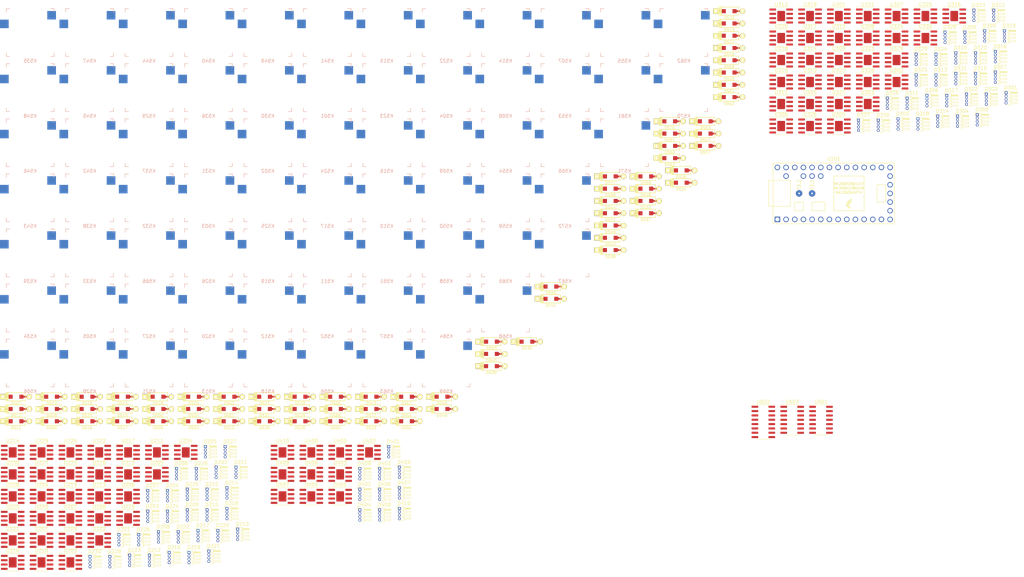
<source format=kicad_pcb>
(kicad_pcb (version 20171130) (host pcbnew "(5.1.4)-1")
  (layers (0 F.Cu signal) (31 B.Cu signal) (34 B.Paste user) (35 F.Paste user) (36 B.SilkS user) (37 F.SilkS user) (38 B.Mask user) (39 F.Mask user) (44 Edge.Cuts user))
  (net 0 "")
  (net 1 GND)
  (net 2 /ENC_ROW0)
  (net 3 /ENC_ROW1)
  (net 4 /Col8)
  (net 5 /ENC_ROW2)
  (net 6 /ENC_CLK)
  (net 7 /~ENC_RST)
  (net 8 /Col3)
  (net 9 /Col4)
  (net 10 /Col6)
  (net 11 /Col2)
  (net 12 /Col1)
  (net 13 /LED0)
  (net 14 /Col0)
  (net 15 /Col7)
  (net 16 /Col5)
  (net 17 +5V)
  (net 18 /ledchain0/LED1)
  (net 19 /ledchain1/LED2)
  (net 20 /Row7)
  (net 21 /Row6)
  (net 22 /Row5)
  (net 23 /Row4)
  (net 24 /Row3)
  (net 25 /Row2)
  (net 26 /Row1)
  (net 27 /Row0)
  (net 28 "/Row Encoder/SHIFT")
  (net 29 "Net-(D201-Pad4)")
  (net 30 "Net-(D201-Pad3)")
  (net 31 "Net-(D201-Pad1)")
  (net 32 "Net-(D202-Pad4)")
  (net 33 "Net-(D202-Pad3)")
  (net 34 "Net-(D202-Pad1)")
  (net 35 "Net-(D203-Pad4)")
  (net 36 "Net-(D203-Pad3)")
  (net 37 "Net-(D203-Pad1)")
  (net 38 "Net-(D204-Pad4)")
  (net 39 "Net-(D204-Pad3)")
  (net 40 "Net-(D204-Pad1)")
  (net 41 "Net-(D205-Pad4)")
  (net 42 "Net-(D205-Pad3)")
  (net 43 "Net-(D205-Pad1)")
  (net 44 "Net-(D206-Pad4)")
  (net 45 "Net-(D206-Pad3)")
  (net 46 "Net-(D206-Pad1)")
  (net 47 "Net-(D207-Pad4)")
  (net 48 "Net-(D207-Pad3)")
  (net 49 "Net-(D207-Pad1)")
  (net 50 "Net-(D208-Pad4)")
  (net 51 "Net-(D208-Pad3)")
  (net 52 "Net-(D208-Pad1)")
  (net 53 "Net-(D209-Pad4)")
  (net 54 "Net-(D209-Pad3)")
  (net 55 "Net-(D209-Pad1)")
  (net 56 "Net-(D210-Pad4)")
  (net 57 "Net-(D210-Pad3)")
  (net 58 "Net-(D210-Pad1)")
  (net 59 "Net-(D211-Pad4)")
  (net 60 "Net-(D211-Pad3)")
  (net 61 "Net-(D211-Pad1)")
  (net 62 "Net-(D212-Pad4)")
  (net 63 "Net-(D212-Pad3)")
  (net 64 "Net-(D212-Pad1)")
  (net 65 "Net-(D213-Pad4)")
  (net 66 "Net-(D213-Pad3)")
  (net 67 "Net-(D213-Pad1)")
  (net 68 "Net-(D214-Pad4)")
  (net 69 "Net-(D214-Pad3)")
  (net 70 "Net-(D214-Pad1)")
  (net 71 "Net-(D215-Pad4)")
  (net 72 "Net-(D215-Pad3)")
  (net 73 "Net-(D215-Pad1)")
  (net 74 "Net-(D216-Pad4)")
  (net 75 "Net-(D216-Pad3)")
  (net 76 "Net-(D216-Pad1)")
  (net 77 "Net-(D217-Pad4)")
  (net 78 "Net-(D217-Pad3)")
  (net 79 "Net-(D217-Pad1)")
  (net 80 "Net-(D218-Pad4)")
  (net 81 "Net-(D218-Pad3)")
  (net 82 "Net-(D218-Pad1)")
  (net 83 "Net-(D219-Pad4)")
  (net 84 "Net-(D219-Pad3)")
  (net 85 "Net-(D219-Pad1)")
  (net 86 "Net-(D220-Pad4)")
  (net 87 "Net-(D220-Pad3)")
  (net 88 "Net-(D220-Pad1)")
  (net 89 "Net-(D221-Pad4)")
  (net 90 "Net-(D221-Pad3)")
  (net 91 "Net-(D221-Pad1)")
  (net 92 "Net-(D222-Pad4)")
  (net 93 "Net-(D222-Pad3)")
  (net 94 "Net-(D222-Pad1)")
  (net 95 "Net-(D223-Pad4)")
  (net 96 "Net-(D223-Pad3)")
  (net 97 "Net-(D223-Pad1)")
  (net 98 "Net-(D224-Pad4)")
  (net 99 "Net-(D224-Pad3)")
  (net 100 "Net-(D224-Pad1)")
  (net 101 "Net-(D225-Pad4)")
  (net 102 "Net-(D225-Pad3)")
  (net 103 "Net-(D225-Pad1)")
  (net 104 "Net-(D226-Pad4)")
  (net 105 "Net-(D226-Pad3)")
  (net 106 "Net-(D226-Pad1)")
  (net 107 "Net-(D227-Pad4)")
  (net 108 "Net-(D227-Pad3)")
  (net 109 "Net-(D227-Pad1)")
  (net 110 "Net-(D228-Pad4)")
  (net 111 "Net-(D228-Pad3)")
  (net 112 "Net-(D228-Pad1)")
  (net 113 "Net-(D229-Pad4)")
  (net 114 "Net-(D229-Pad3)")
  (net 115 "Net-(D229-Pad1)")
  (net 116 "Net-(D230-Pad4)")
  (net 117 "Net-(D230-Pad3)")
  (net 118 "Net-(D230-Pad1)")
  (net 119 "Net-(D301-Pad4)")
  (net 120 "Net-(D301-Pad3)")
  (net 121 "Net-(D301-Pad1)")
  (net 122 "Net-(D302-Pad4)")
  (net 123 "Net-(D302-Pad3)")
  (net 124 "Net-(D302-Pad1)")
  (net 125 "Net-(D303-Pad4)")
  (net 126 "Net-(D303-Pad3)")
  (net 127 "Net-(D303-Pad1)")
  (net 128 "Net-(D304-Pad4)")
  (net 129 "Net-(D304-Pad3)")
  (net 130 "Net-(D304-Pad1)")
  (net 131 "Net-(D305-Pad4)")
  (net 132 "Net-(D305-Pad3)")
  (net 133 "Net-(D305-Pad1)")
  (net 134 "Net-(D306-Pad4)")
  (net 135 "Net-(D306-Pad3)")
  (net 136 "Net-(D306-Pad1)")
  (net 137 "Net-(D307-Pad4)")
  (net 138 "Net-(D307-Pad3)")
  (net 139 "Net-(D307-Pad1)")
  (net 140 "Net-(D308-Pad4)")
  (net 141 "Net-(D308-Pad3)")
  (net 142 "Net-(D308-Pad1)")
  (net 143 "Net-(D309-Pad4)")
  (net 144 "Net-(D309-Pad3)")
  (net 145 "Net-(D309-Pad1)")
  (net 146 "Net-(D310-Pad4)")
  (net 147 "Net-(D310-Pad3)")
  (net 148 "Net-(D310-Pad1)")
  (net 149 "Net-(D311-Pad4)")
  (net 150 "Net-(D311-Pad3)")
  (net 151 "Net-(D311-Pad1)")
  (net 152 "Net-(D312-Pad4)")
  (net 153 "Net-(D312-Pad3)")
  (net 154 "Net-(D312-Pad1)")
  (net 155 "Net-(D313-Pad4)")
  (net 156 "Net-(D313-Pad3)")
  (net 157 "Net-(D313-Pad1)")
  (net 158 "Net-(D314-Pad4)")
  (net 159 "Net-(D314-Pad3)")
  (net 160 "Net-(D314-Pad1)")
  (net 161 "Net-(D315-Pad4)")
  (net 162 "Net-(D315-Pad3)")
  (net 163 "Net-(D315-Pad1)")
  (net 164 "Net-(D316-Pad4)")
  (net 165 "Net-(D316-Pad3)")
  (net 166 "Net-(D316-Pad1)")
  (net 167 "Net-(D317-Pad4)")
  (net 168 "Net-(D317-Pad3)")
  (net 169 "Net-(D317-Pad1)")
  (net 170 "Net-(D318-Pad4)")
  (net 171 "Net-(D318-Pad3)")
  (net 172 "Net-(D318-Pad1)")
  (net 173 "Net-(D319-Pad4)")
  (net 174 "Net-(D319-Pad3)")
  (net 175 "Net-(D319-Pad1)")
  (net 176 "Net-(D320-Pad4)")
  (net 177 "Net-(D320-Pad3)")
  (net 178 "Net-(D320-Pad1)")
  (net 179 "Net-(D321-Pad4)")
  (net 180 "Net-(D321-Pad3)")
  (net 181 "Net-(D321-Pad1)")
  (net 182 "Net-(D322-Pad4)")
  (net 183 "Net-(D322-Pad3)")
  (net 184 "Net-(D322-Pad1)")
  (net 185 "Net-(D323-Pad4)")
  (net 186 "Net-(D323-Pad3)")
  (net 187 "Net-(D323-Pad1)")
  (net 188 "Net-(D324-Pad4)")
  (net 189 "Net-(D324-Pad3)")
  (net 190 "Net-(D324-Pad1)")
  (net 191 "Net-(D325-Pad4)")
  (net 192 "Net-(D325-Pad3)")
  (net 193 "Net-(D325-Pad1)")
  (net 194 "Net-(D326-Pad4)")
  (net 195 "Net-(D326-Pad3)")
  (net 196 "Net-(D326-Pad1)")
  (net 197 "Net-(D327-Pad4)")
  (net 198 "Net-(D327-Pad3)")
  (net 199 "Net-(D327-Pad1)")
  (net 200 "Net-(D328-Pad4)")
  (net 201 "Net-(D328-Pad3)")
  (net 202 "Net-(D328-Pad1)")
  (net 203 "Net-(D329-Pad4)")
  (net 204 "Net-(D329-Pad3)")
  (net 205 "Net-(D329-Pad1)")
  (net 206 "Net-(D330-Pad4)")
  (net 207 "Net-(D330-Pad3)")
  (net 208 "Net-(D330-Pad1)")
  (net 209 "Net-(D401-Pad4)")
  (net 210 "Net-(D401-Pad3)")
  (net 211 "Net-(D401-Pad1)")
  (net 212 "Net-(D402-Pad4)")
  (net 213 "Net-(D402-Pad3)")
  (net 214 "Net-(D402-Pad1)")
  (net 215 "Net-(D403-Pad4)")
  (net 216 "Net-(D403-Pad3)")
  (net 217 "Net-(D403-Pad1)")
  (net 218 "Net-(D404-Pad4)")
  (net 219 "Net-(D404-Pad3)")
  (net 220 "Net-(D404-Pad1)")
  (net 221 "Net-(D405-Pad4)")
  (net 222 "Net-(D405-Pad3)")
  (net 223 "Net-(D405-Pad1)")
  (net 224 "Net-(D406-Pad4)")
  (net 225 "Net-(D406-Pad3)")
  (net 226 "Net-(D406-Pad1)")
  (net 227 "Net-(D407-Pad4)")
  (net 228 "Net-(D407-Pad3)")
  (net 229 "Net-(D407-Pad1)")
  (net 230 "Net-(D408-Pad4)")
  (net 231 "Net-(D408-Pad3)")
  (net 232 "Net-(D408-Pad1)")
  (net 233 "Net-(D409-Pad4)")
  (net 234 "Net-(D409-Pad3)")
  (net 235 "Net-(D409-Pad1)")
  (net 236 "Net-(D410-Pad4)")
  (net 237 "Net-(D410-Pad3)")
  (net 238 "Net-(D410-Pad1)")
  (net 239 "Net-(D501-Pad2)")
  (net 240 "Net-(D502-Pad2)")
  (net 241 "Net-(D503-Pad2)")
  (net 242 "Net-(D504-Pad2)")
  (net 243 "Net-(D505-Pad2)")
  (net 244 "Net-(D506-Pad2)")
  (net 245 "Net-(D507-Pad2)")
  (net 246 "Net-(D508-Pad2)")
  (net 247 "Net-(D509-Pad2)")
  (net 248 "Net-(D510-Pad2)")
  (net 249 "Net-(D511-Pad2)")
  (net 250 "Net-(D512-Pad2)")
  (net 251 "Net-(D513-Pad2)")
  (net 252 "Net-(D514-Pad2)")
  (net 253 "Net-(D515-Pad2)")
  (net 254 "Net-(D516-Pad2)")
  (net 255 "Net-(D517-Pad2)")
  (net 256 "Net-(D518-Pad2)")
  (net 257 "Net-(D519-Pad2)")
  (net 258 "Net-(D520-Pad2)")
  (net 259 "Net-(D521-Pad2)")
  (net 260 "Net-(D522-Pad2)")
  (net 261 "Net-(D523-Pad2)")
  (net 262 "Net-(D524-Pad2)")
  (net 263 "Net-(D525-Pad2)")
  (net 264 "Net-(D526-Pad2)")
  (net 265 "Net-(D527-Pad2)")
  (net 266 "Net-(D528-Pad2)")
  (net 267 "Net-(D529-Pad2)")
  (net 268 "Net-(D530-Pad2)")
  (net 269 "Net-(D531-Pad2)")
  (net 270 "Net-(D532-Pad2)")
  (net 271 "Net-(D533-Pad2)")
  (net 272 "Net-(D534-Pad2)")
  (net 273 "Net-(D535-Pad2)")
  (net 274 "Net-(D536-Pad2)")
  (net 275 "Net-(D537-Pad2)")
  (net 276 "Net-(D538-Pad2)")
  (net 277 "Net-(D539-Pad2)")
  (net 278 "Net-(D540-Pad2)")
  (net 279 "Net-(D541-Pad2)")
  (net 280 "Net-(D542-Pad2)")
  (net 281 "Net-(D543-Pad2)")
  (net 282 "Net-(D544-Pad2)")
  (net 283 "Net-(D545-Pad2)")
  (net 284 "Net-(D546-Pad2)")
  (net 285 "Net-(D547-Pad2)")
  (net 286 "Net-(D548-Pad2)")
  (net 287 "Net-(D549-Pad2)")
  (net 288 "Net-(D550-Pad2)")
  (net 289 "Net-(D551-Pad2)")
  (net 290 "Net-(D552-Pad2)")
  (net 291 "Net-(D553-Pad2)")
  (net 292 "Net-(D554-Pad2)")
  (net 293 "Net-(D555-Pad2)")
  (net 294 "Net-(D556-Pad2)")
  (net 295 "Net-(D557-Pad2)")
  (net 296 "Net-(D558-Pad2)")
  (net 297 "Net-(D559-Pad2)")
  (net 298 "Net-(D560-Pad2)")
  (net 299 "Net-(D561-Pad2)")
  (net 300 "Net-(D562-Pad2)")
  (net 301 "Net-(D563-Pad2)")
  (net 302 "Net-(D564-Pad2)")
  (net 303 "Net-(D565-Pad2)")
  (net 304 "Net-(D566-Pad2)")
  (net 305 "Net-(D567-Pad2)")
  (net 306 "Net-(D568-Pad2)")
  (net 307 "Net-(D569-Pad2)")
  (net 308 "Net-(D570-Pad2)")
  (net 309 "Net-(D571-Pad2)")
  (net 310 "Net-(D572-Pad2)")
  (net 311 "Net-(U101-Pad6)")
  (net 312 "Net-(U101-Pad7)")
  (net 313 "Net-(U101-Pad8)")
  (net 314 "Net-(U101-Pad37)")
  (net 315 "Net-(U101-Pad36)")
  (net 316 "Net-(U101-Pad35)")
  (net 317 "Net-(U101-Pad31)")
  (net 318 "Net-(U101-Pad27)")
  (net 319 "Net-(U101-Pad26)")
  (net 320 "Net-(U101-Pad25)")
  (net 321 "Net-(U101-Pad24)")
  (net 322 "Net-(U101-Pad23)")
  (net 323 "Net-(U101-Pad21)")
  (net 324 "Net-(U101-Pad15)")
  (net 325 "Net-(U101-Pad16)")
  (net 326 "Net-(U101-Pad19)")
  (net 327 "Net-(U101-Pad18)")
  (net 328 "Net-(U201-Pad7)")
  (net 329 "Net-(U201-Pad5)")
  (net 330 "Net-(U202-Pad7)")
  (net 331 "Net-(U202-Pad6)")
  (net 332 "Net-(U202-Pad5)")
  (net 333 "Net-(U203-Pad7)")
  (net 334 "Net-(U203-Pad6)")
  (net 335 "Net-(U203-Pad5)")
  (net 336 "Net-(U204-Pad7)")
  (net 337 "Net-(U204-Pad6)")
  (net 338 "Net-(U204-Pad5)")
  (net 339 "Net-(U205-Pad7)")
  (net 340 "Net-(U205-Pad6)")
  (net 341 "Net-(U205-Pad5)")
  (net 342 "Net-(U206-Pad7)")
  (net 343 "Net-(U206-Pad6)")
  (net 344 "Net-(U206-Pad5)")
  (net 345 "Net-(U207-Pad7)")
  (net 346 "Net-(U207-Pad5)")
  (net 347 "Net-(U208-Pad7)")
  (net 348 "Net-(U208-Pad5)")
  (net 349 "Net-(U209-Pad7)")
  (net 350 "Net-(U209-Pad5)")
  (net 351 "Net-(U210-Pad7)")
  (net 352 "Net-(U210-Pad5)")
  (net 353 "Net-(U211-Pad7)")
  (net 354 "Net-(U211-Pad5)")
  (net 355 "Net-(U212-Pad7)")
  (net 356 "Net-(U212-Pad5)")
  (net 357 "Net-(U213-Pad7)")
  (net 358 "Net-(U213-Pad5)")
  (net 359 "Net-(U214-Pad7)")
  (net 360 "Net-(U214-Pad5)")
  (net 361 "Net-(U215-Pad7)")
  (net 362 "Net-(U215-Pad5)")
  (net 363 "Net-(U216-Pad7)")
  (net 364 "Net-(U216-Pad5)")
  (net 365 "Net-(U217-Pad7)")
  (net 366 "Net-(U217-Pad5)")
  (net 367 "Net-(U218-Pad7)")
  (net 368 "Net-(U218-Pad5)")
  (net 369 "Net-(U219-Pad7)")
  (net 370 "Net-(U219-Pad5)")
  (net 371 "Net-(U220-Pad7)")
  (net 372 "Net-(U220-Pad5)")
  (net 373 "Net-(U221-Pad7)")
  (net 374 "Net-(U221-Pad5)")
  (net 375 "Net-(U222-Pad7)")
  (net 376 "Net-(U222-Pad5)")
  (net 377 "Net-(U223-Pad7)")
  (net 378 "Net-(U223-Pad5)")
  (net 379 "Net-(U224-Pad7)")
  (net 380 "Net-(U224-Pad5)")
  (net 381 "Net-(U225-Pad7)")
  (net 382 "Net-(U226-Pad7)")
  (net 383 "Net-(U227-Pad7)")
  (net 384 "Net-(U228-Pad7)")
  (net 385 "Net-(U229-Pad7)")
  (net 386 "Net-(U230-Pad7)")
  (net 387 "Net-(U301-Pad7)")
  (net 388 "Net-(U301-Pad5)")
  (net 389 "Net-(U302-Pad7)")
  (net 390 "Net-(U302-Pad6)")
  (net 391 "Net-(U302-Pad5)")
  (net 392 "Net-(U303-Pad7)")
  (net 393 "Net-(U303-Pad6)")
  (net 394 "Net-(U303-Pad5)")
  (net 395 "Net-(U304-Pad7)")
  (net 396 "Net-(U304-Pad6)")
  (net 397 "Net-(U304-Pad5)")
  (net 398 "Net-(U305-Pad7)")
  (net 399 "Net-(U305-Pad6)")
  (net 400 "Net-(U305-Pad5)")
  (net 401 "Net-(U306-Pad7)")
  (net 402 "Net-(U306-Pad6)")
  (net 403 "Net-(U306-Pad5)")
  (net 404 "Net-(U307-Pad7)")
  (net 405 "Net-(U307-Pad5)")
  (net 406 "Net-(U308-Pad7)")
  (net 407 "Net-(U308-Pad5)")
  (net 408 "Net-(U309-Pad7)")
  (net 409 "Net-(U309-Pad5)")
  (net 410 "Net-(U310-Pad7)")
  (net 411 "Net-(U310-Pad5)")
  (net 412 "Net-(U311-Pad7)")
  (net 413 "Net-(U311-Pad5)")
  (net 414 "Net-(U312-Pad7)")
  (net 415 "Net-(U312-Pad5)")
  (net 416 "Net-(U313-Pad7)")
  (net 417 "Net-(U313-Pad5)")
  (net 418 "Net-(U314-Pad7)")
  (net 419 "Net-(U314-Pad5)")
  (net 420 "Net-(U315-Pad7)")
  (net 421 "Net-(U315-Pad5)")
  (net 422 "Net-(U316-Pad7)")
  (net 423 "Net-(U316-Pad5)")
  (net 424 "Net-(U317-Pad7)")
  (net 425 "Net-(U317-Pad5)")
  (net 426 "Net-(U318-Pad7)")
  (net 427 "Net-(U318-Pad5)")
  (net 428 "Net-(U319-Pad7)")
  (net 429 "Net-(U319-Pad5)")
  (net 430 "Net-(U320-Pad7)")
  (net 431 "Net-(U320-Pad5)")
  (net 432 "Net-(U321-Pad7)")
  (net 433 "Net-(U321-Pad5)")
  (net 434 "Net-(U322-Pad7)")
  (net 435 "Net-(U322-Pad5)")
  (net 436 "Net-(U323-Pad7)")
  (net 437 "Net-(U323-Pad5)")
  (net 438 "Net-(U324-Pad7)")
  (net 439 "Net-(U324-Pad5)")
  (net 440 "Net-(U325-Pad7)")
  (net 441 "Net-(U326-Pad7)")
  (net 442 "Net-(U327-Pad7)")
  (net 443 "Net-(U328-Pad7)")
  (net 444 "Net-(U329-Pad7)")
  (net 445 "Net-(U330-Pad7)")
  (net 446 "Net-(U401-Pad7)")
  (net 447 "Net-(U401-Pad5)")
  (net 448 "Net-(U402-Pad7)")
  (net 449 "Net-(U402-Pad6)")
  (net 450 "Net-(U402-Pad5)")
  (net 451 "Net-(U403-Pad7)")
  (net 452 "Net-(U403-Pad5)")
  (net 453 "Net-(U404-Pad7)")
  (net 454 "Net-(U404-Pad5)")
  (net 455 "Net-(U405-Pad7)")
  (net 456 "Net-(U405-Pad5)")
  (net 457 "Net-(U406-Pad7)")
  (net 458 "Net-(U406-Pad5)")
  (net 459 "Net-(U407-Pad7)")
  (net 460 "Net-(U407-Pad5)")
  (net 461 "Net-(U408-Pad7)")
  (net 462 "Net-(U408-Pad5)")
  (net 463 "Net-(U409-Pad7)")
  (net 464 "Net-(U410-Pad7)")
  (net 465 "Net-(U410-Pad5)")
  (net 466 "Net-(U602-Pad14)")
  (net 467 "Net-(U603-Pad1)")
  (net 468 "Net-(U602-Pad15)")
  (net 469 "Net-(U101-Pad33)")
  (module Package_SO:SOIC-14_3.9x8.7mm_P1.27mm (layer F.Cu) (at 249.33 130.18)
    (fp_text reference U603 (at 0 -5.28) (layer F.SilkS))
    (fp_text value CD4078B)
    (pad 14 smd roundrect (at 2.475 -3.81) (size 1.95 0.6) (layers F.Cu F.Paste F.Mask) (net 17 +5V))
    (pad 13 smd roundrect (at 2.475 -2.54) (size 1.95 0.6) (layers F.Cu F.Paste F.Mask) (net 28 "/Row Encoder/SHIFT"))
    (pad 12 smd roundrect (at 2.475 -1.27) (size 1.95 0.6) (layers F.Cu F.Paste F.Mask) (net 1 GND))
    (pad 11 smd roundrect (at 2.475 0) (size 1.95 0.6) (layers F.Cu F.Paste F.Mask) (net 21 /Row6))
    (pad 10 smd roundrect (at 2.475 1.27) (size 1.95 0.6) (layers F.Cu F.Paste F.Mask) (net 22 /Row5))
    (pad 9 smd roundrect (at 2.475 2.54) (size 1.95 0.6) (layers F.Cu F.Paste F.Mask) (net 23 /Row4))
    (pad 8 smd roundrect (at 2.475 3.81) (size 1.95 0.6) (layers F.Cu F.Paste F.Mask))
    (pad 7 smd roundrect (at -2.475 3.81) (size 1.95 0.6) (layers F.Cu F.Paste F.Mask) (net 1 GND))
    (pad 6 smd roundrect (at -2.475 2.54) (size 1.95 0.6) (layers F.Cu F.Paste F.Mask))
    (pad 5 smd roundrect (at -2.475 1.27) (size 1.95 0.6) (layers F.Cu F.Paste F.Mask) (net 24 /Row3))
    (pad 4 smd roundrect (at -2.475 0) (size 1.95 0.6) (layers F.Cu F.Paste F.Mask) (net 25 /Row2))
    (pad 3 smd roundrect (at -2.475 -1.27) (size 1.95 0.6) (layers F.Cu F.Paste F.Mask) (net 26 /Row1))
    (pad 2 smd roundrect (at -2.475 -2.54) (size 1.95 0.6) (layers F.Cu F.Paste F.Mask) (net 27 /Row0))
    (pad 1 smd roundrect (at -2.475 -3.81) (size 1.95 0.6) (layers F.Cu F.Paste F.Mask) (net 467 "Net-(U603-Pad1)"))
  )
  (module Package_SO:SOIC-16_3.9x9.9mm_P1.27mm (layer F.Cu) (at 240.88 130.8)
    (fp_text reference U602 (at 0 -5.9) (layer F.SilkS))
    (fp_text value CD4532B)
    (pad 16 smd roundrect (at 2.475 -4.445) (size 1.95 0.6) (layers F.Cu F.Paste F.Mask) (net 17 +5V))
    (pad 15 smd roundrect (at 2.475 -3.175) (size 1.95 0.6) (layers F.Cu F.Paste F.Mask) (net 468 "Net-(U602-Pad15)"))
    (pad 14 smd roundrect (at 2.475 -1.905) (size 1.95 0.6) (layers F.Cu F.Paste F.Mask) (net 466 "Net-(U602-Pad14)"))
    (pad 13 smd roundrect (at 2.475 -0.635) (size 1.95 0.6) (layers F.Cu F.Paste F.Mask) (net 24 /Row3))
    (pad 12 smd roundrect (at 2.475 0.635) (size 1.95 0.6) (layers F.Cu F.Paste F.Mask) (net 25 /Row2))
    (pad 11 smd roundrect (at 2.475 1.905) (size 1.95 0.6) (layers F.Cu F.Paste F.Mask) (net 26 /Row1))
    (pad 10 smd roundrect (at 2.475 3.175) (size 1.95 0.6) (layers F.Cu F.Paste F.Mask) (net 27 /Row0))
    (pad 9 smd roundrect (at 2.475 4.445) (size 1.95 0.6) (layers F.Cu F.Paste F.Mask) (net 2 /ENC_ROW0))
    (pad 8 smd roundrect (at -2.475 4.445) (size 1.95 0.6) (layers F.Cu F.Paste F.Mask) (net 1 GND))
    (pad 7 smd roundrect (at -2.475 3.175) (size 1.95 0.6) (layers F.Cu F.Paste F.Mask) (net 3 /ENC_ROW1))
    (pad 6 smd roundrect (at -2.475 1.905) (size 1.95 0.6) (layers F.Cu F.Paste F.Mask) (net 5 /ENC_ROW2))
    (pad 5 smd roundrect (at -2.475 0.635) (size 1.95 0.6) (layers F.Cu F.Paste F.Mask) (net 1 GND))
    (pad 4 smd roundrect (at -2.475 -0.635) (size 1.95 0.6) (layers F.Cu F.Paste F.Mask) (net 20 /Row7))
    (pad 3 smd roundrect (at -2.475 -1.905) (size 1.95 0.6) (layers F.Cu F.Paste F.Mask) (net 21 /Row6))
    (pad 2 smd roundrect (at -2.475 -3.175) (size 1.95 0.6) (layers F.Cu F.Paste F.Mask) (net 22 /Row5))
    (pad 1 smd roundrect (at -2.475 -4.445) (size 1.95 0.6) (layers F.Cu F.Paste F.Mask) (net 23 /Row4))
  )
  (module Package_SO:SOIC-14_3.9x8.7mm_P1.27mm (layer F.Cu) (at 257.78 130.18)
    (fp_text reference U601 (at 0 -5.28) (layer F.SilkS))
    (fp_text value 74HC164)
    (pad 14 smd roundrect (at 2.475 -3.81) (size 1.95 0.6) (layers F.Cu F.Paste F.Mask) (net 17 +5V))
    (pad 13 smd roundrect (at 2.475 -2.54) (size 1.95 0.6) (layers F.Cu F.Paste F.Mask) (net 20 /Row7))
    (pad 12 smd roundrect (at 2.475 -1.27) (size 1.95 0.6) (layers F.Cu F.Paste F.Mask) (net 21 /Row6))
    (pad 11 smd roundrect (at 2.475 0) (size 1.95 0.6) (layers F.Cu F.Paste F.Mask) (net 22 /Row5))
    (pad 10 smd roundrect (at 2.475 1.27) (size 1.95 0.6) (layers F.Cu F.Paste F.Mask) (net 23 /Row4))
    (pad 9 smd roundrect (at 2.475 2.54) (size 1.95 0.6) (layers F.Cu F.Paste F.Mask) (net 7 /~ENC_RST))
    (pad 8 smd roundrect (at 2.475 3.81) (size 1.95 0.6) (layers F.Cu F.Paste F.Mask) (net 6 /ENC_CLK))
    (pad 7 smd roundrect (at -2.475 3.81) (size 1.95 0.6) (layers F.Cu F.Paste F.Mask) (net 1 GND))
    (pad 6 smd roundrect (at -2.475 2.54) (size 1.95 0.6) (layers F.Cu F.Paste F.Mask) (net 24 /Row3))
    (pad 5 smd roundrect (at -2.475 1.27) (size 1.95 0.6) (layers F.Cu F.Paste F.Mask) (net 25 /Row2))
    (pad 4 smd roundrect (at -2.475 0) (size 1.95 0.6) (layers F.Cu F.Paste F.Mask) (net 26 /Row1))
    (pad 3 smd roundrect (at -2.475 -1.27) (size 1.95 0.6) (layers F.Cu F.Paste F.Mask) (net 27 /Row0))
    (pad 2 smd roundrect (at -2.475 -2.54) (size 1.95 0.6) (layers F.Cu F.Paste F.Mask) (net 28 "/Row Encoder/SHIFT"))
    (pad 1 smd roundrect (at -2.475 -3.81) (size 1.95 0.6) (layers F.Cu F.Paste F.Mask) (net 17 +5V))
  )
  (module Package_SO:SOIC-8-1EP_3.9x4.9mm_P1.27mm_EP2.29x3mm (layer F.Cu) (at 100.01 139.73)
    (fp_text reference U410 (at 0 -3.4) (layer F.SilkS))
    (fp_text value WS2811)
    (pad 8 smd roundrect (at 2.475 -1.905) (size 1.95 0.6) (layers F.Cu F.Paste F.Mask) (net 17 +5V))
    (pad 7 smd roundrect (at 2.475 -0.635) (size 1.95 0.6) (layers F.Cu F.Paste F.Mask) (net 464 "Net-(U410-Pad7)"))
    (pad 6 smd roundrect (at 2.475 0.635) (size 1.95 0.6) (layers F.Cu F.Paste F.Mask) (net 462 "Net-(U408-Pad5)"))
    (pad 5 smd roundrect (at 2.475 1.905) (size 1.95 0.6) (layers F.Cu F.Paste F.Mask) (net 465 "Net-(U410-Pad5)"))
    (pad 4 smd roundrect (at -2.475 1.905) (size 1.95 0.6) (layers F.Cu F.Paste F.Mask) (net 1 GND))
    (pad 3 smd roundrect (at -2.475 0.635) (size 1.95 0.6) (layers F.Cu F.Paste F.Mask) (net 237 "Net-(D410-Pad3)"))
    (pad 2 smd roundrect (at -2.475 -0.635) (size 1.95 0.6) (layers F.Cu F.Paste F.Mask) (net 236 "Net-(D410-Pad4)"))
    (pad 1 smd roundrect (at -2.475 -1.905) (size 1.95 0.6) (layers F.Cu F.Paste F.Mask) (net 238 "Net-(D410-Pad1)"))
    (pad 9 smd roundrect (at 0 0) (size 2.29 3) (layers F.Cu F.Mask) (roundrect_rratio 0.10917))
  )
  (module Package_SO:SOIC-8-1EP_3.9x4.9mm_P1.27mm_EP2.29x3mm (layer F.Cu) (at 100.01 146.18)
    (fp_text reference U409 (at 0 -3.4) (layer F.SilkS))
    (fp_text value WS2811)
    (pad 8 smd roundrect (at 2.475 -1.905) (size 1.95 0.6) (layers F.Cu F.Paste F.Mask) (net 17 +5V))
    (pad 7 smd roundrect (at 2.475 -0.635) (size 1.95 0.6) (layers F.Cu F.Paste F.Mask) (net 463 "Net-(U409-Pad7)"))
    (pad 6 smd roundrect (at 2.475 0.635) (size 1.95 0.6) (layers F.Cu F.Paste F.Mask) (net 460 "Net-(U407-Pad5)"))
    (pad 5 smd roundrect (at 2.475 1.905) (size 1.95 0.6) (layers F.Cu F.Paste F.Mask) (net 449 "Net-(U402-Pad6)"))
    (pad 4 smd roundrect (at -2.475 1.905) (size 1.95 0.6) (layers F.Cu F.Paste F.Mask) (net 1 GND))
    (pad 3 smd roundrect (at -2.475 0.635) (size 1.95 0.6) (layers F.Cu F.Paste F.Mask) (net 234 "Net-(D409-Pad3)"))
    (pad 2 smd roundrect (at -2.475 -0.635) (size 1.95 0.6) (layers F.Cu F.Paste F.Mask) (net 233 "Net-(D409-Pad4)"))
    (pad 1 smd roundrect (at -2.475 -1.905) (size 1.95 0.6) (layers F.Cu F.Paste F.Mask) (net 235 "Net-(D409-Pad1)"))
    (pad 9 smd roundrect (at 0 0) (size 2.29 3) (layers F.Cu F.Mask) (roundrect_rratio 0.10917))
  )
  (module Package_SO:SOIC-8-1EP_3.9x4.9mm_P1.27mm_EP2.29x3mm (layer F.Cu) (at 108.46 139.73)
    (fp_text reference U408 (at 0 -3.4) (layer F.SilkS))
    (fp_text value WS2811)
    (pad 8 smd roundrect (at 2.475 -1.905) (size 1.95 0.6) (layers F.Cu F.Paste F.Mask) (net 17 +5V))
    (pad 7 smd roundrect (at 2.475 -0.635) (size 1.95 0.6) (layers F.Cu F.Paste F.Mask) (net 461 "Net-(U408-Pad7)"))
    (pad 6 smd roundrect (at 2.475 0.635) (size 1.95 0.6) (layers F.Cu F.Paste F.Mask) (net 458 "Net-(U406-Pad5)"))
    (pad 5 smd roundrect (at 2.475 1.905) (size 1.95 0.6) (layers F.Cu F.Paste F.Mask) (net 462 "Net-(U408-Pad5)"))
    (pad 4 smd roundrect (at -2.475 1.905) (size 1.95 0.6) (layers F.Cu F.Paste F.Mask) (net 1 GND))
    (pad 3 smd roundrect (at -2.475 0.635) (size 1.95 0.6) (layers F.Cu F.Paste F.Mask) (net 231 "Net-(D408-Pad3)"))
    (pad 2 smd roundrect (at -2.475 -0.635) (size 1.95 0.6) (layers F.Cu F.Paste F.Mask) (net 230 "Net-(D408-Pad4)"))
    (pad 1 smd roundrect (at -2.475 -1.905) (size 1.95 0.6) (layers F.Cu F.Paste F.Mask) (net 232 "Net-(D408-Pad1)"))
    (pad 9 smd roundrect (at 0 0) (size 2.29 3) (layers F.Cu F.Mask) (roundrect_rratio 0.10917))
  )
  (module Package_SO:SOIC-8-1EP_3.9x4.9mm_P1.27mm_EP2.29x3mm (layer F.Cu) (at 100.01 152.63)
    (fp_text reference U407 (at 0 -3.4) (layer F.SilkS))
    (fp_text value WS2811)
    (pad 8 smd roundrect (at 2.475 -1.905) (size 1.95 0.6) (layers F.Cu F.Paste F.Mask) (net 17 +5V))
    (pad 7 smd roundrect (at 2.475 -0.635) (size 1.95 0.6) (layers F.Cu F.Paste F.Mask) (net 459 "Net-(U407-Pad7)"))
    (pad 6 smd roundrect (at 2.475 0.635) (size 1.95 0.6) (layers F.Cu F.Paste F.Mask) (net 456 "Net-(U405-Pad5)"))
    (pad 5 smd roundrect (at 2.475 1.905) (size 1.95 0.6) (layers F.Cu F.Paste F.Mask) (net 460 "Net-(U407-Pad5)"))
    (pad 4 smd roundrect (at -2.475 1.905) (size 1.95 0.6) (layers F.Cu F.Paste F.Mask) (net 1 GND))
    (pad 3 smd roundrect (at -2.475 0.635) (size 1.95 0.6) (layers F.Cu F.Paste F.Mask) (net 228 "Net-(D407-Pad3)"))
    (pad 2 smd roundrect (at -2.475 -0.635) (size 1.95 0.6) (layers F.Cu F.Paste F.Mask) (net 227 "Net-(D407-Pad4)"))
    (pad 1 smd roundrect (at -2.475 -1.905) (size 1.95 0.6) (layers F.Cu F.Paste F.Mask) (net 229 "Net-(D407-Pad1)"))
    (pad 9 smd roundrect (at 0 0) (size 2.29 3) (layers F.Cu F.Mask) (roundrect_rratio 0.10917))
  )
  (module Package_SO:SOIC-8-1EP_3.9x4.9mm_P1.27mm_EP2.29x3mm (layer F.Cu) (at 108.46 146.18)
    (fp_text reference U406 (at 0 -3.4) (layer F.SilkS))
    (fp_text value WS2811)
    (pad 8 smd roundrect (at 2.475 -1.905) (size 1.95 0.6) (layers F.Cu F.Paste F.Mask) (net 17 +5V))
    (pad 7 smd roundrect (at 2.475 -0.635) (size 1.95 0.6) (layers F.Cu F.Paste F.Mask) (net 457 "Net-(U406-Pad7)"))
    (pad 6 smd roundrect (at 2.475 0.635) (size 1.95 0.6) (layers F.Cu F.Paste F.Mask) (net 454 "Net-(U404-Pad5)"))
    (pad 5 smd roundrect (at 2.475 1.905) (size 1.95 0.6) (layers F.Cu F.Paste F.Mask) (net 458 "Net-(U406-Pad5)"))
    (pad 4 smd roundrect (at -2.475 1.905) (size 1.95 0.6) (layers F.Cu F.Paste F.Mask) (net 1 GND))
    (pad 3 smd roundrect (at -2.475 0.635) (size 1.95 0.6) (layers F.Cu F.Paste F.Mask) (net 225 "Net-(D406-Pad3)"))
    (pad 2 smd roundrect (at -2.475 -0.635) (size 1.95 0.6) (layers F.Cu F.Paste F.Mask) (net 224 "Net-(D406-Pad4)"))
    (pad 1 smd roundrect (at -2.475 -1.905) (size 1.95 0.6) (layers F.Cu F.Paste F.Mask) (net 226 "Net-(D406-Pad1)"))
    (pad 9 smd roundrect (at 0 0) (size 2.29 3) (layers F.Cu F.Mask) (roundrect_rratio 0.10917))
  )
  (module Package_SO:SOIC-8-1EP_3.9x4.9mm_P1.27mm_EP2.29x3mm (layer F.Cu) (at 116.91 139.73)
    (fp_text reference U405 (at 0 -3.4) (layer F.SilkS))
    (fp_text value WS2811)
    (pad 8 smd roundrect (at 2.475 -1.905) (size 1.95 0.6) (layers F.Cu F.Paste F.Mask) (net 17 +5V))
    (pad 7 smd roundrect (at 2.475 -0.635) (size 1.95 0.6) (layers F.Cu F.Paste F.Mask) (net 455 "Net-(U405-Pad7)"))
    (pad 6 smd roundrect (at 2.475 0.635) (size 1.95 0.6) (layers F.Cu F.Paste F.Mask) (net 452 "Net-(U403-Pad5)"))
    (pad 5 smd roundrect (at 2.475 1.905) (size 1.95 0.6) (layers F.Cu F.Paste F.Mask) (net 456 "Net-(U405-Pad5)"))
    (pad 4 smd roundrect (at -2.475 1.905) (size 1.95 0.6) (layers F.Cu F.Paste F.Mask) (net 1 GND))
    (pad 3 smd roundrect (at -2.475 0.635) (size 1.95 0.6) (layers F.Cu F.Paste F.Mask) (net 222 "Net-(D405-Pad3)"))
    (pad 2 smd roundrect (at -2.475 -0.635) (size 1.95 0.6) (layers F.Cu F.Paste F.Mask) (net 221 "Net-(D405-Pad4)"))
    (pad 1 smd roundrect (at -2.475 -1.905) (size 1.95 0.6) (layers F.Cu F.Paste F.Mask) (net 223 "Net-(D405-Pad1)"))
    (pad 9 smd roundrect (at 0 0) (size 2.29 3) (layers F.Cu F.Mask) (roundrect_rratio 0.10917))
  )
  (module Package_SO:SOIC-8-1EP_3.9x4.9mm_P1.27mm_EP2.29x3mm (layer F.Cu) (at 108.46 152.63)
    (fp_text reference U404 (at 0 -3.4) (layer F.SilkS))
    (fp_text value WS2811)
    (pad 8 smd roundrect (at 2.475 -1.905) (size 1.95 0.6) (layers F.Cu F.Paste F.Mask) (net 17 +5V))
    (pad 7 smd roundrect (at 2.475 -0.635) (size 1.95 0.6) (layers F.Cu F.Paste F.Mask) (net 453 "Net-(U404-Pad7)"))
    (pad 6 smd roundrect (at 2.475 0.635) (size 1.95 0.6) (layers F.Cu F.Paste F.Mask) (net 450 "Net-(U402-Pad5)"))
    (pad 5 smd roundrect (at 2.475 1.905) (size 1.95 0.6) (layers F.Cu F.Paste F.Mask) (net 454 "Net-(U404-Pad5)"))
    (pad 4 smd roundrect (at -2.475 1.905) (size 1.95 0.6) (layers F.Cu F.Paste F.Mask) (net 1 GND))
    (pad 3 smd roundrect (at -2.475 0.635) (size 1.95 0.6) (layers F.Cu F.Paste F.Mask) (net 219 "Net-(D404-Pad3)"))
    (pad 2 smd roundrect (at -2.475 -0.635) (size 1.95 0.6) (layers F.Cu F.Paste F.Mask) (net 218 "Net-(D404-Pad4)"))
    (pad 1 smd roundrect (at -2.475 -1.905) (size 1.95 0.6) (layers F.Cu F.Paste F.Mask) (net 220 "Net-(D404-Pad1)"))
    (pad 9 smd roundrect (at 0 0) (size 2.29 3) (layers F.Cu F.Mask) (roundrect_rratio 0.10917))
  )
  (module Package_SO:SOIC-8-1EP_3.9x4.9mm_P1.27mm_EP2.29x3mm (layer F.Cu) (at 116.91 146.18)
    (fp_text reference U403 (at 0 -3.4) (layer F.SilkS))
    (fp_text value WS2811)
    (pad 8 smd roundrect (at 2.475 -1.905) (size 1.95 0.6) (layers F.Cu F.Paste F.Mask) (net 17 +5V))
    (pad 7 smd roundrect (at 2.475 -0.635) (size 1.95 0.6) (layers F.Cu F.Paste F.Mask) (net 451 "Net-(U403-Pad7)"))
    (pad 6 smd roundrect (at 2.475 0.635) (size 1.95 0.6) (layers F.Cu F.Paste F.Mask) (net 447 "Net-(U401-Pad5)"))
    (pad 5 smd roundrect (at 2.475 1.905) (size 1.95 0.6) (layers F.Cu F.Paste F.Mask) (net 452 "Net-(U403-Pad5)"))
    (pad 4 smd roundrect (at -2.475 1.905) (size 1.95 0.6) (layers F.Cu F.Paste F.Mask) (net 1 GND))
    (pad 3 smd roundrect (at -2.475 0.635) (size 1.95 0.6) (layers F.Cu F.Paste F.Mask) (net 216 "Net-(D403-Pad3)"))
    (pad 2 smd roundrect (at -2.475 -0.635) (size 1.95 0.6) (layers F.Cu F.Paste F.Mask) (net 215 "Net-(D403-Pad4)"))
    (pad 1 smd roundrect (at -2.475 -1.905) (size 1.95 0.6) (layers F.Cu F.Paste F.Mask) (net 217 "Net-(D403-Pad1)"))
    (pad 9 smd roundrect (at 0 0) (size 2.29 3) (layers F.Cu F.Mask) (roundrect_rratio 0.10917))
  )
  (module Package_SO:SOIC-8-1EP_3.9x4.9mm_P1.27mm_EP2.29x3mm (layer F.Cu) (at 125.36 139.73)
    (fp_text reference U402 (at 0 -3.4) (layer F.SilkS))
    (fp_text value WS2811)
    (pad 8 smd roundrect (at 2.475 -1.905) (size 1.95 0.6) (layers F.Cu F.Paste F.Mask) (net 17 +5V))
    (pad 7 smd roundrect (at 2.475 -0.635) (size 1.95 0.6) (layers F.Cu F.Paste F.Mask) (net 448 "Net-(U402-Pad7)"))
    (pad 6 smd roundrect (at 2.475 0.635) (size 1.95 0.6) (layers F.Cu F.Paste F.Mask) (net 449 "Net-(U402-Pad6)"))
    (pad 5 smd roundrect (at 2.475 1.905) (size 1.95 0.6) (layers F.Cu F.Paste F.Mask) (net 450 "Net-(U402-Pad5)"))
    (pad 4 smd roundrect (at -2.475 1.905) (size 1.95 0.6) (layers F.Cu F.Paste F.Mask) (net 1 GND))
    (pad 3 smd roundrect (at -2.475 0.635) (size 1.95 0.6) (layers F.Cu F.Paste F.Mask) (net 213 "Net-(D402-Pad3)"))
    (pad 2 smd roundrect (at -2.475 -0.635) (size 1.95 0.6) (layers F.Cu F.Paste F.Mask) (net 212 "Net-(D402-Pad4)"))
    (pad 1 smd roundrect (at -2.475 -1.905) (size 1.95 0.6) (layers F.Cu F.Paste F.Mask) (net 214 "Net-(D402-Pad1)"))
    (pad 9 smd roundrect (at 0 0) (size 2.29 3) (layers F.Cu F.Mask) (roundrect_rratio 0.10917))
  )
  (module Package_SO:SOIC-8-1EP_3.9x4.9mm_P1.27mm_EP2.29x3mm (layer F.Cu) (at 116.91 152.63)
    (fp_text reference U401 (at 0 -3.4) (layer F.SilkS))
    (fp_text value WS2811)
    (pad 8 smd roundrect (at 2.475 -1.905) (size 1.95 0.6) (layers F.Cu F.Paste F.Mask) (net 17 +5V))
    (pad 7 smd roundrect (at 2.475 -0.635) (size 1.95 0.6) (layers F.Cu F.Paste F.Mask) (net 446 "Net-(U401-Pad7)"))
    (pad 6 smd roundrect (at 2.475 0.635) (size 1.95 0.6) (layers F.Cu F.Paste F.Mask) (net 19 /ledchain1/LED2))
    (pad 5 smd roundrect (at 2.475 1.905) (size 1.95 0.6) (layers F.Cu F.Paste F.Mask) (net 447 "Net-(U401-Pad5)"))
    (pad 4 smd roundrect (at -2.475 1.905) (size 1.95 0.6) (layers F.Cu F.Paste F.Mask) (net 1 GND))
    (pad 3 smd roundrect (at -2.475 0.635) (size 1.95 0.6) (layers F.Cu F.Paste F.Mask) (net 210 "Net-(D401-Pad3)"))
    (pad 2 smd roundrect (at -2.475 -0.635) (size 1.95 0.6) (layers F.Cu F.Paste F.Mask) (net 209 "Net-(D401-Pad4)"))
    (pad 1 smd roundrect (at -2.475 -1.905) (size 1.95 0.6) (layers F.Cu F.Paste F.Mask) (net 211 "Net-(D401-Pad1)"))
    (pad 9 smd roundrect (at 0 0) (size 2.29 3) (layers F.Cu F.Mask) (roundrect_rratio 0.10917))
  )
  (module Package_SO:SOIC-8-1EP_3.9x4.9mm_P1.27mm_EP2.29x3mm (layer F.Cu) (at 288.36 18.23)
    (fp_text reference U330 (at 0 -3.4) (layer F.SilkS))
    (fp_text value WS2811)
    (pad 8 smd roundrect (at 2.475 -1.905) (size 1.95 0.6) (layers F.Cu F.Paste F.Mask) (net 17 +5V))
    (pad 7 smd roundrect (at 2.475 -0.635) (size 1.95 0.6) (layers F.Cu F.Paste F.Mask) (net 445 "Net-(U330-Pad7)"))
    (pad 6 smd roundrect (at 2.475 0.635) (size 1.95 0.6) (layers F.Cu F.Paste F.Mask) (net 439 "Net-(U324-Pad5)"))
    (pad 5 smd roundrect (at 2.475 1.905) (size 1.95 0.6) (layers F.Cu F.Paste F.Mask) (net 19 /ledchain1/LED2))
    (pad 4 smd roundrect (at -2.475 1.905) (size 1.95 0.6) (layers F.Cu F.Paste F.Mask) (net 1 GND))
    (pad 3 smd roundrect (at -2.475 0.635) (size 1.95 0.6) (layers F.Cu F.Paste F.Mask) (net 207 "Net-(D330-Pad3)"))
    (pad 2 smd roundrect (at -2.475 -0.635) (size 1.95 0.6) (layers F.Cu F.Paste F.Mask) (net 206 "Net-(D330-Pad4)"))
    (pad 1 smd roundrect (at -2.475 -1.905) (size 1.95 0.6) (layers F.Cu F.Paste F.Mask) (net 208 "Net-(D330-Pad1)"))
    (pad 9 smd roundrect (at 0 0) (size 2.29 3) (layers F.Cu F.Mask) (roundrect_rratio 0.10917))
  )
  (module Package_SO:SOIC-8-1EP_3.9x4.9mm_P1.27mm_EP2.29x3mm (layer F.Cu) (at 279.91 24.68)
    (fp_text reference U329 (at 0 -3.4) (layer F.SilkS))
    (fp_text value WS2811)
    (pad 8 smd roundrect (at 2.475 -1.905) (size 1.95 0.6) (layers F.Cu F.Paste F.Mask) (net 17 +5V))
    (pad 7 smd roundrect (at 2.475 -0.635) (size 1.95 0.6) (layers F.Cu F.Paste F.Mask) (net 444 "Net-(U329-Pad7)"))
    (pad 6 smd roundrect (at 2.475 0.635) (size 1.95 0.6) (layers F.Cu F.Paste F.Mask) (net 437 "Net-(U323-Pad5)"))
    (pad 5 smd roundrect (at 2.475 1.905) (size 1.95 0.6) (layers F.Cu F.Paste F.Mask) (net 402 "Net-(U306-Pad6)"))
    (pad 4 smd roundrect (at -2.475 1.905) (size 1.95 0.6) (layers F.Cu F.Paste F.Mask) (net 1 GND))
    (pad 3 smd roundrect (at -2.475 0.635) (size 1.95 0.6) (layers F.Cu F.Paste F.Mask) (net 204 "Net-(D329-Pad3)"))
    (pad 2 smd roundrect (at -2.475 -0.635) (size 1.95 0.6) (layers F.Cu F.Paste F.Mask) (net 203 "Net-(D329-Pad4)"))
    (pad 1 smd roundrect (at -2.475 -1.905) (size 1.95 0.6) (layers F.Cu F.Paste F.Mask) (net 205 "Net-(D329-Pad1)"))
    (pad 9 smd roundrect (at 0 0) (size 2.29 3) (layers F.Cu F.Mask) (roundrect_rratio 0.10917))
  )
  (module Package_SO:SOIC-8-1EP_3.9x4.9mm_P1.27mm_EP2.29x3mm (layer F.Cu) (at 271.46 31.13)
    (fp_text reference U328 (at 0 -3.4) (layer F.SilkS))
    (fp_text value WS2811)
    (pad 8 smd roundrect (at 2.475 -1.905) (size 1.95 0.6) (layers F.Cu F.Paste F.Mask) (net 17 +5V))
    (pad 7 smd roundrect (at 2.475 -0.635) (size 1.95 0.6) (layers F.Cu F.Paste F.Mask) (net 443 "Net-(U328-Pad7)"))
    (pad 6 smd roundrect (at 2.475 0.635) (size 1.95 0.6) (layers F.Cu F.Paste F.Mask) (net 435 "Net-(U322-Pad5)"))
    (pad 5 smd roundrect (at 2.475 1.905) (size 1.95 0.6) (layers F.Cu F.Paste F.Mask) (net 399 "Net-(U305-Pad6)"))
    (pad 4 smd roundrect (at -2.475 1.905) (size 1.95 0.6) (layers F.Cu F.Paste F.Mask) (net 1 GND))
    (pad 3 smd roundrect (at -2.475 0.635) (size 1.95 0.6) (layers F.Cu F.Paste F.Mask) (net 201 "Net-(D328-Pad3)"))
    (pad 2 smd roundrect (at -2.475 -0.635) (size 1.95 0.6) (layers F.Cu F.Paste F.Mask) (net 200 "Net-(D328-Pad4)"))
    (pad 1 smd roundrect (at -2.475 -1.905) (size 1.95 0.6) (layers F.Cu F.Paste F.Mask) (net 202 "Net-(D328-Pad1)"))
    (pad 9 smd roundrect (at 0 0) (size 2.29 3) (layers F.Cu F.Mask) (roundrect_rratio 0.10917))
  )
  (module Package_SO:SOIC-8-1EP_3.9x4.9mm_P1.27mm_EP2.29x3mm (layer F.Cu) (at 263.01 37.58)
    (fp_text reference U327 (at 0 -3.4) (layer F.SilkS))
    (fp_text value WS2811)
    (pad 8 smd roundrect (at 2.475 -1.905) (size 1.95 0.6) (layers F.Cu F.Paste F.Mask) (net 17 +5V))
    (pad 7 smd roundrect (at 2.475 -0.635) (size 1.95 0.6) (layers F.Cu F.Paste F.Mask) (net 442 "Net-(U327-Pad7)"))
    (pad 6 smd roundrect (at 2.475 0.635) (size 1.95 0.6) (layers F.Cu F.Paste F.Mask) (net 433 "Net-(U321-Pad5)"))
    (pad 5 smd roundrect (at 2.475 1.905) (size 1.95 0.6) (layers F.Cu F.Paste F.Mask) (net 396 "Net-(U304-Pad6)"))
    (pad 4 smd roundrect (at -2.475 1.905) (size 1.95 0.6) (layers F.Cu F.Paste F.Mask) (net 1 GND))
    (pad 3 smd roundrect (at -2.475 0.635) (size 1.95 0.6) (layers F.Cu F.Paste F.Mask) (net 198 "Net-(D327-Pad3)"))
    (pad 2 smd roundrect (at -2.475 -0.635) (size 1.95 0.6) (layers F.Cu F.Paste F.Mask) (net 197 "Net-(D327-Pad4)"))
    (pad 1 smd roundrect (at -2.475 -1.905) (size 1.95 0.6) (layers F.Cu F.Paste F.Mask) (net 199 "Net-(D327-Pad1)"))
    (pad 9 smd roundrect (at 0 0) (size 2.29 3) (layers F.Cu F.Mask) (roundrect_rratio 0.10917))
  )
  (module Package_SO:SOIC-8-1EP_3.9x4.9mm_P1.27mm_EP2.29x3mm (layer F.Cu) (at 254.56 44.03)
    (fp_text reference U326 (at 0 -3.4) (layer F.SilkS))
    (fp_text value WS2811)
    (pad 8 smd roundrect (at 2.475 -1.905) (size 1.95 0.6) (layers F.Cu F.Paste F.Mask) (net 17 +5V))
    (pad 7 smd roundrect (at 2.475 -0.635) (size 1.95 0.6) (layers F.Cu F.Paste F.Mask) (net 441 "Net-(U326-Pad7)"))
    (pad 6 smd roundrect (at 2.475 0.635) (size 1.95 0.6) (layers F.Cu F.Paste F.Mask) (net 431 "Net-(U320-Pad5)"))
    (pad 5 smd roundrect (at 2.475 1.905) (size 1.95 0.6) (layers F.Cu F.Paste F.Mask) (net 393 "Net-(U303-Pad6)"))
    (pad 4 smd roundrect (at -2.475 1.905) (size 1.95 0.6) (layers F.Cu F.Paste F.Mask) (net 1 GND))
    (pad 3 smd roundrect (at -2.475 0.635) (size 1.95 0.6) (layers F.Cu F.Paste F.Mask) (net 195 "Net-(D326-Pad3)"))
    (pad 2 smd roundrect (at -2.475 -0.635) (size 1.95 0.6) (layers F.Cu F.Paste F.Mask) (net 194 "Net-(D326-Pad4)"))
    (pad 1 smd roundrect (at -2.475 -1.905) (size 1.95 0.6) (layers F.Cu F.Paste F.Mask) (net 196 "Net-(D326-Pad1)"))
    (pad 9 smd roundrect (at 0 0) (size 2.29 3) (layers F.Cu F.Mask) (roundrect_rratio 0.10917))
  )
  (module Package_SO:SOIC-8-1EP_3.9x4.9mm_P1.27mm_EP2.29x3mm (layer F.Cu) (at 288.36 11.78)
    (fp_text reference U325 (at 0 -3.4) (layer F.SilkS))
    (fp_text value WS2811)
    (pad 8 smd roundrect (at 2.475 -1.905) (size 1.95 0.6) (layers F.Cu F.Paste F.Mask) (net 17 +5V))
    (pad 7 smd roundrect (at 2.475 -0.635) (size 1.95 0.6) (layers F.Cu F.Paste F.Mask) (net 440 "Net-(U325-Pad7)"))
    (pad 6 smd roundrect (at 2.475 0.635) (size 1.95 0.6) (layers F.Cu F.Paste F.Mask) (net 429 "Net-(U319-Pad5)"))
    (pad 5 smd roundrect (at 2.475 1.905) (size 1.95 0.6) (layers F.Cu F.Paste F.Mask) (net 390 "Net-(U302-Pad6)"))
    (pad 4 smd roundrect (at -2.475 1.905) (size 1.95 0.6) (layers F.Cu F.Paste F.Mask) (net 1 GND))
    (pad 3 smd roundrect (at -2.475 0.635) (size 1.95 0.6) (layers F.Cu F.Paste F.Mask) (net 192 "Net-(D325-Pad3)"))
    (pad 2 smd roundrect (at -2.475 -0.635) (size 1.95 0.6) (layers F.Cu F.Paste F.Mask) (net 191 "Net-(D325-Pad4)"))
    (pad 1 smd roundrect (at -2.475 -1.905) (size 1.95 0.6) (layers F.Cu F.Paste F.Mask) (net 193 "Net-(D325-Pad1)"))
    (pad 9 smd roundrect (at 0 0) (size 2.29 3) (layers F.Cu F.Mask) (roundrect_rratio 0.10917))
  )
  (module Package_SO:SOIC-8-1EP_3.9x4.9mm_P1.27mm_EP2.29x3mm (layer F.Cu) (at 279.91 18.23)
    (fp_text reference U324 (at 0 -3.4) (layer F.SilkS))
    (fp_text value WS2811)
    (pad 8 smd roundrect (at 2.475 -1.905) (size 1.95 0.6) (layers F.Cu F.Paste F.Mask) (net 17 +5V))
    (pad 7 smd roundrect (at 2.475 -0.635) (size 1.95 0.6) (layers F.Cu F.Paste F.Mask) (net 438 "Net-(U324-Pad7)"))
    (pad 6 smd roundrect (at 2.475 0.635) (size 1.95 0.6) (layers F.Cu F.Paste F.Mask) (net 427 "Net-(U318-Pad5)"))
    (pad 5 smd roundrect (at 2.475 1.905) (size 1.95 0.6) (layers F.Cu F.Paste F.Mask) (net 439 "Net-(U324-Pad5)"))
    (pad 4 smd roundrect (at -2.475 1.905) (size 1.95 0.6) (layers F.Cu F.Paste F.Mask) (net 1 GND))
    (pad 3 smd roundrect (at -2.475 0.635) (size 1.95 0.6) (layers F.Cu F.Paste F.Mask) (net 189 "Net-(D324-Pad3)"))
    (pad 2 smd roundrect (at -2.475 -0.635) (size 1.95 0.6) (layers F.Cu F.Paste F.Mask) (net 188 "Net-(D324-Pad4)"))
    (pad 1 smd roundrect (at -2.475 -1.905) (size 1.95 0.6) (layers F.Cu F.Paste F.Mask) (net 190 "Net-(D324-Pad1)"))
    (pad 9 smd roundrect (at 0 0) (size 2.29 3) (layers F.Cu F.Mask) (roundrect_rratio 0.10917))
  )
  (module Package_SO:SOIC-8-1EP_3.9x4.9mm_P1.27mm_EP2.29x3mm (layer F.Cu) (at 271.46 24.68)
    (fp_text reference U323 (at 0 -3.4) (layer F.SilkS))
    (fp_text value WS2811)
    (pad 8 smd roundrect (at 2.475 -1.905) (size 1.95 0.6) (layers F.Cu F.Paste F.Mask) (net 17 +5V))
    (pad 7 smd roundrect (at 2.475 -0.635) (size 1.95 0.6) (layers F.Cu F.Paste F.Mask) (net 436 "Net-(U323-Pad7)"))
    (pad 6 smd roundrect (at 2.475 0.635) (size 1.95 0.6) (layers F.Cu F.Paste F.Mask) (net 425 "Net-(U317-Pad5)"))
    (pad 5 smd roundrect (at 2.475 1.905) (size 1.95 0.6) (layers F.Cu F.Paste F.Mask) (net 437 "Net-(U323-Pad5)"))
    (pad 4 smd roundrect (at -2.475 1.905) (size 1.95 0.6) (layers F.Cu F.Paste F.Mask) (net 1 GND))
    (pad 3 smd roundrect (at -2.475 0.635) (size 1.95 0.6) (layers F.Cu F.Paste F.Mask) (net 186 "Net-(D323-Pad3)"))
    (pad 2 smd roundrect (at -2.475 -0.635) (size 1.95 0.6) (layers F.Cu F.Paste F.Mask) (net 185 "Net-(D323-Pad4)"))
    (pad 1 smd roundrect (at -2.475 -1.905) (size 1.95 0.6) (layers F.Cu F.Paste F.Mask) (net 187 "Net-(D323-Pad1)"))
    (pad 9 smd roundrect (at 0 0) (size 2.29 3) (layers F.Cu F.Mask) (roundrect_rratio 0.10917))
  )
  (module Package_SO:SOIC-8-1EP_3.9x4.9mm_P1.27mm_EP2.29x3mm (layer F.Cu) (at 263.01 31.13)
    (fp_text reference U322 (at 0 -3.4) (layer F.SilkS))
    (fp_text value WS2811)
    (pad 8 smd roundrect (at 2.475 -1.905) (size 1.95 0.6) (layers F.Cu F.Paste F.Mask) (net 17 +5V))
    (pad 7 smd roundrect (at 2.475 -0.635) (size 1.95 0.6) (layers F.Cu F.Paste F.Mask) (net 434 "Net-(U322-Pad7)"))
    (pad 6 smd roundrect (at 2.475 0.635) (size 1.95 0.6) (layers F.Cu F.Paste F.Mask) (net 423 "Net-(U316-Pad5)"))
    (pad 5 smd roundrect (at 2.475 1.905) (size 1.95 0.6) (layers F.Cu F.Paste F.Mask) (net 435 "Net-(U322-Pad5)"))
    (pad 4 smd roundrect (at -2.475 1.905) (size 1.95 0.6) (layers F.Cu F.Paste F.Mask) (net 1 GND))
    (pad 3 smd roundrect (at -2.475 0.635) (size 1.95 0.6) (layers F.Cu F.Paste F.Mask) (net 183 "Net-(D322-Pad3)"))
    (pad 2 smd roundrect (at -2.475 -0.635) (size 1.95 0.6) (layers F.Cu F.Paste F.Mask) (net 182 "Net-(D322-Pad4)"))
    (pad 1 smd roundrect (at -2.475 -1.905) (size 1.95 0.6) (layers F.Cu F.Paste F.Mask) (net 184 "Net-(D322-Pad1)"))
    (pad 9 smd roundrect (at 0 0) (size 2.29 3) (layers F.Cu F.Mask) (roundrect_rratio 0.10917))
  )
  (module Package_SO:SOIC-8-1EP_3.9x4.9mm_P1.27mm_EP2.29x3mm (layer F.Cu) (at 271.46 11.78)
    (fp_text reference U321 (at 0 -3.4) (layer F.SilkS))
    (fp_text value WS2811)
    (pad 8 smd roundrect (at 2.475 -1.905) (size 1.95 0.6) (layers F.Cu F.Paste F.Mask) (net 17 +5V))
    (pad 7 smd roundrect (at 2.475 -0.635) (size 1.95 0.6) (layers F.Cu F.Paste F.Mask) (net 432 "Net-(U321-Pad7)"))
    (pad 6 smd roundrect (at 2.475 0.635) (size 1.95 0.6) (layers F.Cu F.Paste F.Mask) (net 421 "Net-(U315-Pad5)"))
    (pad 5 smd roundrect (at 2.475 1.905) (size 1.95 0.6) (layers F.Cu F.Paste F.Mask) (net 433 "Net-(U321-Pad5)"))
    (pad 4 smd roundrect (at -2.475 1.905) (size 1.95 0.6) (layers F.Cu F.Paste F.Mask) (net 1 GND))
    (pad 3 smd roundrect (at -2.475 0.635) (size 1.95 0.6) (layers F.Cu F.Paste F.Mask) (net 180 "Net-(D321-Pad3)"))
    (pad 2 smd roundrect (at -2.475 -0.635) (size 1.95 0.6) (layers F.Cu F.Paste F.Mask) (net 179 "Net-(D321-Pad4)"))
    (pad 1 smd roundrect (at -2.475 -1.905) (size 1.95 0.6) (layers F.Cu F.Paste F.Mask) (net 181 "Net-(D321-Pad1)"))
    (pad 9 smd roundrect (at 0 0) (size 2.29 3) (layers F.Cu F.Mask) (roundrect_rratio 0.10917))
  )
  (module Package_SO:SOIC-8-1EP_3.9x4.9mm_P1.27mm_EP2.29x3mm (layer F.Cu) (at 246.11 18.23)
    (fp_text reference U320 (at 0 -3.4) (layer F.SilkS))
    (fp_text value WS2811)
    (pad 8 smd roundrect (at 2.475 -1.905) (size 1.95 0.6) (layers F.Cu F.Paste F.Mask) (net 17 +5V))
    (pad 7 smd roundrect (at 2.475 -0.635) (size 1.95 0.6) (layers F.Cu F.Paste F.Mask) (net 430 "Net-(U320-Pad7)"))
    (pad 6 smd roundrect (at 2.475 0.635) (size 1.95 0.6) (layers F.Cu F.Paste F.Mask) (net 419 "Net-(U314-Pad5)"))
    (pad 5 smd roundrect (at 2.475 1.905) (size 1.95 0.6) (layers F.Cu F.Paste F.Mask) (net 431 "Net-(U320-Pad5)"))
    (pad 4 smd roundrect (at -2.475 1.905) (size 1.95 0.6) (layers F.Cu F.Paste F.Mask) (net 1 GND))
    (pad 3 smd roundrect (at -2.475 0.635) (size 1.95 0.6) (layers F.Cu F.Paste F.Mask) (net 177 "Net-(D320-Pad3)"))
    (pad 2 smd roundrect (at -2.475 -0.635) (size 1.95 0.6) (layers F.Cu F.Paste F.Mask) (net 176 "Net-(D320-Pad4)"))
    (pad 1 smd roundrect (at -2.475 -1.905) (size 1.95 0.6) (layers F.Cu F.Paste F.Mask) (net 178 "Net-(D320-Pad1)"))
    (pad 9 smd roundrect (at 0 0) (size 2.29 3) (layers F.Cu F.Mask) (roundrect_rratio 0.10917))
  )
  (module Package_SO:SOIC-8-1EP_3.9x4.9mm_P1.27mm_EP2.29x3mm (layer F.Cu) (at 254.56 11.78)
    (fp_text reference U319 (at 0 -3.4) (layer F.SilkS))
    (fp_text value WS2811)
    (pad 8 smd roundrect (at 2.475 -1.905) (size 1.95 0.6) (layers F.Cu F.Paste F.Mask) (net 17 +5V))
    (pad 7 smd roundrect (at 2.475 -0.635) (size 1.95 0.6) (layers F.Cu F.Paste F.Mask) (net 428 "Net-(U319-Pad7)"))
    (pad 6 smd roundrect (at 2.475 0.635) (size 1.95 0.6) (layers F.Cu F.Paste F.Mask) (net 417 "Net-(U313-Pad5)"))
    (pad 5 smd roundrect (at 2.475 1.905) (size 1.95 0.6) (layers F.Cu F.Paste F.Mask) (net 429 "Net-(U319-Pad5)"))
    (pad 4 smd roundrect (at -2.475 1.905) (size 1.95 0.6) (layers F.Cu F.Paste F.Mask) (net 1 GND))
    (pad 3 smd roundrect (at -2.475 0.635) (size 1.95 0.6) (layers F.Cu F.Paste F.Mask) (net 174 "Net-(D319-Pad3)"))
    (pad 2 smd roundrect (at -2.475 -0.635) (size 1.95 0.6) (layers F.Cu F.Paste F.Mask) (net 173 "Net-(D319-Pad4)"))
    (pad 1 smd roundrect (at -2.475 -1.905) (size 1.95 0.6) (layers F.Cu F.Paste F.Mask) (net 175 "Net-(D319-Pad1)"))
    (pad 9 smd roundrect (at 0 0) (size 2.29 3) (layers F.Cu F.Mask) (roundrect_rratio 0.10917))
  )
  (module Package_SO:SOIC-8-1EP_3.9x4.9mm_P1.27mm_EP2.29x3mm (layer F.Cu) (at 246.11 24.68)
    (fp_text reference U318 (at 0 -3.4) (layer F.SilkS))
    (fp_text value WS2811)
    (pad 8 smd roundrect (at 2.475 -1.905) (size 1.95 0.6) (layers F.Cu F.Paste F.Mask) (net 17 +5V))
    (pad 7 smd roundrect (at 2.475 -0.635) (size 1.95 0.6) (layers F.Cu F.Paste F.Mask) (net 426 "Net-(U318-Pad7)"))
    (pad 6 smd roundrect (at 2.475 0.635) (size 1.95 0.6) (layers F.Cu F.Paste F.Mask) (net 415 "Net-(U312-Pad5)"))
    (pad 5 smd roundrect (at 2.475 1.905) (size 1.95 0.6) (layers F.Cu F.Paste F.Mask) (net 427 "Net-(U318-Pad5)"))
    (pad 4 smd roundrect (at -2.475 1.905) (size 1.95 0.6) (layers F.Cu F.Paste F.Mask) (net 1 GND))
    (pad 3 smd roundrect (at -2.475 0.635) (size 1.95 0.6) (layers F.Cu F.Paste F.Mask) (net 171 "Net-(D318-Pad3)"))
    (pad 2 smd roundrect (at -2.475 -0.635) (size 1.95 0.6) (layers F.Cu F.Paste F.Mask) (net 170 "Net-(D318-Pad4)"))
    (pad 1 smd roundrect (at -2.475 -1.905) (size 1.95 0.6) (layers F.Cu F.Paste F.Mask) (net 172 "Net-(D318-Pad1)"))
    (pad 9 smd roundrect (at 0 0) (size 2.29 3) (layers F.Cu F.Mask) (roundrect_rratio 0.10917))
  )
  (module Package_SO:SOIC-8-1EP_3.9x4.9mm_P1.27mm_EP2.29x3mm (layer F.Cu) (at 254.56 18.23)
    (fp_text reference U317 (at 0 -3.4) (layer F.SilkS))
    (fp_text value WS2811)
    (pad 8 smd roundrect (at 2.475 -1.905) (size 1.95 0.6) (layers F.Cu F.Paste F.Mask) (net 17 +5V))
    (pad 7 smd roundrect (at 2.475 -0.635) (size 1.95 0.6) (layers F.Cu F.Paste F.Mask) (net 424 "Net-(U317-Pad7)"))
    (pad 6 smd roundrect (at 2.475 0.635) (size 1.95 0.6) (layers F.Cu F.Paste F.Mask) (net 413 "Net-(U311-Pad5)"))
    (pad 5 smd roundrect (at 2.475 1.905) (size 1.95 0.6) (layers F.Cu F.Paste F.Mask) (net 425 "Net-(U317-Pad5)"))
    (pad 4 smd roundrect (at -2.475 1.905) (size 1.95 0.6) (layers F.Cu F.Paste F.Mask) (net 1 GND))
    (pad 3 smd roundrect (at -2.475 0.635) (size 1.95 0.6) (layers F.Cu F.Paste F.Mask) (net 168 "Net-(D317-Pad3)"))
    (pad 2 smd roundrect (at -2.475 -0.635) (size 1.95 0.6) (layers F.Cu F.Paste F.Mask) (net 167 "Net-(D317-Pad4)"))
    (pad 1 smd roundrect (at -2.475 -1.905) (size 1.95 0.6) (layers F.Cu F.Paste F.Mask) (net 169 "Net-(D317-Pad1)"))
    (pad 9 smd roundrect (at 0 0) (size 2.29 3) (layers F.Cu F.Mask) (roundrect_rratio 0.10917))
  )
  (module Package_SO:SOIC-8-1EP_3.9x4.9mm_P1.27mm_EP2.29x3mm (layer F.Cu) (at 296.81 11.78)
    (fp_text reference U316 (at 0 -3.4) (layer F.SilkS))
    (fp_text value WS2811)
    (pad 8 smd roundrect (at 2.475 -1.905) (size 1.95 0.6) (layers F.Cu F.Paste F.Mask) (net 17 +5V))
    (pad 7 smd roundrect (at 2.475 -0.635) (size 1.95 0.6) (layers F.Cu F.Paste F.Mask) (net 422 "Net-(U316-Pad7)"))
    (pad 6 smd roundrect (at 2.475 0.635) (size 1.95 0.6) (layers F.Cu F.Paste F.Mask) (net 411 "Net-(U310-Pad5)"))
    (pad 5 smd roundrect (at 2.475 1.905) (size 1.95 0.6) (layers F.Cu F.Paste F.Mask) (net 423 "Net-(U316-Pad5)"))
    (pad 4 smd roundrect (at -2.475 1.905) (size 1.95 0.6) (layers F.Cu F.Paste F.Mask) (net 1 GND))
    (pad 3 smd roundrect (at -2.475 0.635) (size 1.95 0.6) (layers F.Cu F.Paste F.Mask) (net 165 "Net-(D316-Pad3)"))
    (pad 2 smd roundrect (at -2.475 -0.635) (size 1.95 0.6) (layers F.Cu F.Paste F.Mask) (net 164 "Net-(D316-Pad4)"))
    (pad 1 smd roundrect (at -2.475 -1.905) (size 1.95 0.6) (layers F.Cu F.Paste F.Mask) (net 166 "Net-(D316-Pad1)"))
    (pad 9 smd roundrect (at 0 0) (size 2.29 3) (layers F.Cu F.Mask) (roundrect_rratio 0.10917))
  )
  (module Package_SO:SOIC-8-1EP_3.9x4.9mm_P1.27mm_EP2.29x3mm (layer F.Cu) (at 246.11 31.13)
    (fp_text reference U315 (at 0 -3.4) (layer F.SilkS))
    (fp_text value WS2811)
    (pad 8 smd roundrect (at 2.475 -1.905) (size 1.95 0.6) (layers F.Cu F.Paste F.Mask) (net 17 +5V))
    (pad 7 smd roundrect (at 2.475 -0.635) (size 1.95 0.6) (layers F.Cu F.Paste F.Mask) (net 420 "Net-(U315-Pad7)"))
    (pad 6 smd roundrect (at 2.475 0.635) (size 1.95 0.6) (layers F.Cu F.Paste F.Mask) (net 409 "Net-(U309-Pad5)"))
    (pad 5 smd roundrect (at 2.475 1.905) (size 1.95 0.6) (layers F.Cu F.Paste F.Mask) (net 421 "Net-(U315-Pad5)"))
    (pad 4 smd roundrect (at -2.475 1.905) (size 1.95 0.6) (layers F.Cu F.Paste F.Mask) (net 1 GND))
    (pad 3 smd roundrect (at -2.475 0.635) (size 1.95 0.6) (layers F.Cu F.Paste F.Mask) (net 162 "Net-(D315-Pad3)"))
    (pad 2 smd roundrect (at -2.475 -0.635) (size 1.95 0.6) (layers F.Cu F.Paste F.Mask) (net 161 "Net-(D315-Pad4)"))
    (pad 1 smd roundrect (at -2.475 -1.905) (size 1.95 0.6) (layers F.Cu F.Paste F.Mask) (net 163 "Net-(D315-Pad1)"))
    (pad 9 smd roundrect (at 0 0) (size 2.29 3) (layers F.Cu F.Mask) (roundrect_rratio 0.10917))
  )
  (module Package_SO:SOIC-8-1EP_3.9x4.9mm_P1.27mm_EP2.29x3mm (layer F.Cu) (at 254.56 24.68)
    (fp_text reference U314 (at 0 -3.4) (layer F.SilkS))
    (fp_text value WS2811)
    (pad 8 smd roundrect (at 2.475 -1.905) (size 1.95 0.6) (layers F.Cu F.Paste F.Mask) (net 17 +5V))
    (pad 7 smd roundrect (at 2.475 -0.635) (size 1.95 0.6) (layers F.Cu F.Paste F.Mask) (net 418 "Net-(U314-Pad7)"))
    (pad 6 smd roundrect (at 2.475 0.635) (size 1.95 0.6) (layers F.Cu F.Paste F.Mask) (net 407 "Net-(U308-Pad5)"))
    (pad 5 smd roundrect (at 2.475 1.905) (size 1.95 0.6) (layers F.Cu F.Paste F.Mask) (net 419 "Net-(U314-Pad5)"))
    (pad 4 smd roundrect (at -2.475 1.905) (size 1.95 0.6) (layers F.Cu F.Paste F.Mask) (net 1 GND))
    (pad 3 smd roundrect (at -2.475 0.635) (size 1.95 0.6) (layers F.Cu F.Paste F.Mask) (net 159 "Net-(D314-Pad3)"))
    (pad 2 smd roundrect (at -2.475 -0.635) (size 1.95 0.6) (layers F.Cu F.Paste F.Mask) (net 158 "Net-(D314-Pad4)"))
    (pad 1 smd roundrect (at -2.475 -1.905) (size 1.95 0.6) (layers F.Cu F.Paste F.Mask) (net 160 "Net-(D314-Pad1)"))
    (pad 9 smd roundrect (at 0 0) (size 2.29 3) (layers F.Cu F.Mask) (roundrect_rratio 0.10917))
  )
  (module Package_SO:SOIC-8-1EP_3.9x4.9mm_P1.27mm_EP2.29x3mm (layer F.Cu) (at 263.01 18.23)
    (fp_text reference U313 (at 0 -3.4) (layer F.SilkS))
    (fp_text value WS2811)
    (pad 8 smd roundrect (at 2.475 -1.905) (size 1.95 0.6) (layers F.Cu F.Paste F.Mask) (net 17 +5V))
    (pad 7 smd roundrect (at 2.475 -0.635) (size 1.95 0.6) (layers F.Cu F.Paste F.Mask) (net 416 "Net-(U313-Pad7)"))
    (pad 6 smd roundrect (at 2.475 0.635) (size 1.95 0.6) (layers F.Cu F.Paste F.Mask) (net 405 "Net-(U307-Pad5)"))
    (pad 5 smd roundrect (at 2.475 1.905) (size 1.95 0.6) (layers F.Cu F.Paste F.Mask) (net 417 "Net-(U313-Pad5)"))
    (pad 4 smd roundrect (at -2.475 1.905) (size 1.95 0.6) (layers F.Cu F.Paste F.Mask) (net 1 GND))
    (pad 3 smd roundrect (at -2.475 0.635) (size 1.95 0.6) (layers F.Cu F.Paste F.Mask) (net 156 "Net-(D313-Pad3)"))
    (pad 2 smd roundrect (at -2.475 -0.635) (size 1.95 0.6) (layers F.Cu F.Paste F.Mask) (net 155 "Net-(D313-Pad4)"))
    (pad 1 smd roundrect (at -2.475 -1.905) (size 1.95 0.6) (layers F.Cu F.Paste F.Mask) (net 157 "Net-(D313-Pad1)"))
    (pad 9 smd roundrect (at 0 0) (size 2.29 3) (layers F.Cu F.Mask) (roundrect_rratio 0.10917))
  )
  (module Package_SO:SOIC-8-1EP_3.9x4.9mm_P1.27mm_EP2.29x3mm (layer F.Cu) (at 246.11 11.78)
    (fp_text reference U312 (at 0 -3.4) (layer F.SilkS))
    (fp_text value WS2811)
    (pad 8 smd roundrect (at 2.475 -1.905) (size 1.95 0.6) (layers F.Cu F.Paste F.Mask) (net 17 +5V))
    (pad 7 smd roundrect (at 2.475 -0.635) (size 1.95 0.6) (layers F.Cu F.Paste F.Mask) (net 414 "Net-(U312-Pad7)"))
    (pad 6 smd roundrect (at 2.475 0.635) (size 1.95 0.6) (layers F.Cu F.Paste F.Mask) (net 403 "Net-(U306-Pad5)"))
    (pad 5 smd roundrect (at 2.475 1.905) (size 1.95 0.6) (layers F.Cu F.Paste F.Mask) (net 415 "Net-(U312-Pad5)"))
    (pad 4 smd roundrect (at -2.475 1.905) (size 1.95 0.6) (layers F.Cu F.Paste F.Mask) (net 1 GND))
    (pad 3 smd roundrect (at -2.475 0.635) (size 1.95 0.6) (layers F.Cu F.Paste F.Mask) (net 153 "Net-(D312-Pad3)"))
    (pad 2 smd roundrect (at -2.475 -0.635) (size 1.95 0.6) (layers F.Cu F.Paste F.Mask) (net 152 "Net-(D312-Pad4)"))
    (pad 1 smd roundrect (at -2.475 -1.905) (size 1.95 0.6) (layers F.Cu F.Paste F.Mask) (net 154 "Net-(D312-Pad1)"))
    (pad 9 smd roundrect (at 0 0) (size 2.29 3) (layers F.Cu F.Mask) (roundrect_rratio 0.10917))
  )
  (module Package_SO:SOIC-8-1EP_3.9x4.9mm_P1.27mm_EP2.29x3mm (layer F.Cu) (at 246.11 37.58)
    (fp_text reference U311 (at 0 -3.4) (layer F.SilkS))
    (fp_text value WS2811)
    (pad 8 smd roundrect (at 2.475 -1.905) (size 1.95 0.6) (layers F.Cu F.Paste F.Mask) (net 17 +5V))
    (pad 7 smd roundrect (at 2.475 -0.635) (size 1.95 0.6) (layers F.Cu F.Paste F.Mask) (net 412 "Net-(U311-Pad7)"))
    (pad 6 smd roundrect (at 2.475 0.635) (size 1.95 0.6) (layers F.Cu F.Paste F.Mask) (net 400 "Net-(U305-Pad5)"))
    (pad 5 smd roundrect (at 2.475 1.905) (size 1.95 0.6) (layers F.Cu F.Paste F.Mask) (net 413 "Net-(U311-Pad5)"))
    (pad 4 smd roundrect (at -2.475 1.905) (size 1.95 0.6) (layers F.Cu F.Paste F.Mask) (net 1 GND))
    (pad 3 smd roundrect (at -2.475 0.635) (size 1.95 0.6) (layers F.Cu F.Paste F.Mask) (net 150 "Net-(D311-Pad3)"))
    (pad 2 smd roundrect (at -2.475 -0.635) (size 1.95 0.6) (layers F.Cu F.Paste F.Mask) (net 149 "Net-(D311-Pad4)"))
    (pad 1 smd roundrect (at -2.475 -1.905) (size 1.95 0.6) (layers F.Cu F.Paste F.Mask) (net 151 "Net-(D311-Pad1)"))
    (pad 9 smd roundrect (at 0 0) (size 2.29 3) (layers F.Cu F.Mask) (roundrect_rratio 0.10917))
  )
  (module Package_SO:SOIC-8-1EP_3.9x4.9mm_P1.27mm_EP2.29x3mm (layer F.Cu) (at 254.56 31.13)
    (fp_text reference U310 (at 0 -3.4) (layer F.SilkS))
    (fp_text value WS2811)
    (pad 8 smd roundrect (at 2.475 -1.905) (size 1.95 0.6) (layers F.Cu F.Paste F.Mask) (net 17 +5V))
    (pad 7 smd roundrect (at 2.475 -0.635) (size 1.95 0.6) (layers F.Cu F.Paste F.Mask) (net 410 "Net-(U310-Pad7)"))
    (pad 6 smd roundrect (at 2.475 0.635) (size 1.95 0.6) (layers F.Cu F.Paste F.Mask) (net 397 "Net-(U304-Pad5)"))
    (pad 5 smd roundrect (at 2.475 1.905) (size 1.95 0.6) (layers F.Cu F.Paste F.Mask) (net 411 "Net-(U310-Pad5)"))
    (pad 4 smd roundrect (at -2.475 1.905) (size 1.95 0.6) (layers F.Cu F.Paste F.Mask) (net 1 GND))
    (pad 3 smd roundrect (at -2.475 0.635) (size 1.95 0.6) (layers F.Cu F.Paste F.Mask) (net 147 "Net-(D310-Pad3)"))
    (pad 2 smd roundrect (at -2.475 -0.635) (size 1.95 0.6) (layers F.Cu F.Paste F.Mask) (net 146 "Net-(D310-Pad4)"))
    (pad 1 smd roundrect (at -2.475 -1.905) (size 1.95 0.6) (layers F.Cu F.Paste F.Mask) (net 148 "Net-(D310-Pad1)"))
    (pad 9 smd roundrect (at 0 0) (size 2.29 3) (layers F.Cu F.Mask) (roundrect_rratio 0.10917))
  )
  (module Package_SO:SOIC-8-1EP_3.9x4.9mm_P1.27mm_EP2.29x3mm (layer F.Cu) (at 263.01 24.68)
    (fp_text reference U309 (at 0 -3.4) (layer F.SilkS))
    (fp_text value WS2811)
    (pad 8 smd roundrect (at 2.475 -1.905) (size 1.95 0.6) (layers F.Cu F.Paste F.Mask) (net 17 +5V))
    (pad 7 smd roundrect (at 2.475 -0.635) (size 1.95 0.6) (layers F.Cu F.Paste F.Mask) (net 408 "Net-(U309-Pad7)"))
    (pad 6 smd roundrect (at 2.475 0.635) (size 1.95 0.6) (layers F.Cu F.Paste F.Mask) (net 394 "Net-(U303-Pad5)"))
    (pad 5 smd roundrect (at 2.475 1.905) (size 1.95 0.6) (layers F.Cu F.Paste F.Mask) (net 409 "Net-(U309-Pad5)"))
    (pad 4 smd roundrect (at -2.475 1.905) (size 1.95 0.6) (layers F.Cu F.Paste F.Mask) (net 1 GND))
    (pad 3 smd roundrect (at -2.475 0.635) (size 1.95 0.6) (layers F.Cu F.Paste F.Mask) (net 144 "Net-(D309-Pad3)"))
    (pad 2 smd roundrect (at -2.475 -0.635) (size 1.95 0.6) (layers F.Cu F.Paste F.Mask) (net 143 "Net-(D309-Pad4)"))
    (pad 1 smd roundrect (at -2.475 -1.905) (size 1.95 0.6) (layers F.Cu F.Paste F.Mask) (net 145 "Net-(D309-Pad1)"))
    (pad 9 smd roundrect (at 0 0) (size 2.29 3) (layers F.Cu F.Mask) (roundrect_rratio 0.10917))
  )
  (module Package_SO:SOIC-8-1EP_3.9x4.9mm_P1.27mm_EP2.29x3mm (layer F.Cu) (at 271.46 18.23)
    (fp_text reference U308 (at 0 -3.4) (layer F.SilkS))
    (fp_text value WS2811)
    (pad 8 smd roundrect (at 2.475 -1.905) (size 1.95 0.6) (layers F.Cu F.Paste F.Mask) (net 17 +5V))
    (pad 7 smd roundrect (at 2.475 -0.635) (size 1.95 0.6) (layers F.Cu F.Paste F.Mask) (net 406 "Net-(U308-Pad7)"))
    (pad 6 smd roundrect (at 2.475 0.635) (size 1.95 0.6) (layers F.Cu F.Paste F.Mask) (net 391 "Net-(U302-Pad5)"))
    (pad 5 smd roundrect (at 2.475 1.905) (size 1.95 0.6) (layers F.Cu F.Paste F.Mask) (net 407 "Net-(U308-Pad5)"))
    (pad 4 smd roundrect (at -2.475 1.905) (size 1.95 0.6) (layers F.Cu F.Paste F.Mask) (net 1 GND))
    (pad 3 smd roundrect (at -2.475 0.635) (size 1.95 0.6) (layers F.Cu F.Paste F.Mask) (net 141 "Net-(D308-Pad3)"))
    (pad 2 smd roundrect (at -2.475 -0.635) (size 1.95 0.6) (layers F.Cu F.Paste F.Mask) (net 140 "Net-(D308-Pad4)"))
    (pad 1 smd roundrect (at -2.475 -1.905) (size 1.95 0.6) (layers F.Cu F.Paste F.Mask) (net 142 "Net-(D308-Pad1)"))
    (pad 9 smd roundrect (at 0 0) (size 2.29 3) (layers F.Cu F.Mask) (roundrect_rratio 0.10917))
  )
  (module Package_SO:SOIC-8-1EP_3.9x4.9mm_P1.27mm_EP2.29x3mm (layer F.Cu) (at 279.91 11.78)
    (fp_text reference U307 (at 0 -3.4) (layer F.SilkS))
    (fp_text value WS2811)
    (pad 8 smd roundrect (at 2.475 -1.905) (size 1.95 0.6) (layers F.Cu F.Paste F.Mask) (net 17 +5V))
    (pad 7 smd roundrect (at 2.475 -0.635) (size 1.95 0.6) (layers F.Cu F.Paste F.Mask) (net 404 "Net-(U307-Pad7)"))
    (pad 6 smd roundrect (at 2.475 0.635) (size 1.95 0.6) (layers F.Cu F.Paste F.Mask) (net 388 "Net-(U301-Pad5)"))
    (pad 5 smd roundrect (at 2.475 1.905) (size 1.95 0.6) (layers F.Cu F.Paste F.Mask) (net 405 "Net-(U307-Pad5)"))
    (pad 4 smd roundrect (at -2.475 1.905) (size 1.95 0.6) (layers F.Cu F.Paste F.Mask) (net 1 GND))
    (pad 3 smd roundrect (at -2.475 0.635) (size 1.95 0.6) (layers F.Cu F.Paste F.Mask) (net 138 "Net-(D307-Pad3)"))
    (pad 2 smd roundrect (at -2.475 -0.635) (size 1.95 0.6) (layers F.Cu F.Paste F.Mask) (net 137 "Net-(D307-Pad4)"))
    (pad 1 smd roundrect (at -2.475 -1.905) (size 1.95 0.6) (layers F.Cu F.Paste F.Mask) (net 139 "Net-(D307-Pad1)"))
    (pad 9 smd roundrect (at 0 0) (size 2.29 3) (layers F.Cu F.Mask) (roundrect_rratio 0.10917))
  )
  (module Package_SO:SOIC-8-1EP_3.9x4.9mm_P1.27mm_EP2.29x3mm (layer F.Cu) (at 246.11 44.03)
    (fp_text reference U306 (at 0 -3.4) (layer F.SilkS))
    (fp_text value WS2811)
    (pad 8 smd roundrect (at 2.475 -1.905) (size 1.95 0.6) (layers F.Cu F.Paste F.Mask) (net 17 +5V))
    (pad 7 smd roundrect (at 2.475 -0.635) (size 1.95 0.6) (layers F.Cu F.Paste F.Mask) (net 401 "Net-(U306-Pad7)"))
    (pad 6 smd roundrect (at 2.475 0.635) (size 1.95 0.6) (layers F.Cu F.Paste F.Mask) (net 402 "Net-(U306-Pad6)"))
    (pad 5 smd roundrect (at 2.475 1.905) (size 1.95 0.6) (layers F.Cu F.Paste F.Mask) (net 403 "Net-(U306-Pad5)"))
    (pad 4 smd roundrect (at -2.475 1.905) (size 1.95 0.6) (layers F.Cu F.Paste F.Mask) (net 1 GND))
    (pad 3 smd roundrect (at -2.475 0.635) (size 1.95 0.6) (layers F.Cu F.Paste F.Mask) (net 135 "Net-(D306-Pad3)"))
    (pad 2 smd roundrect (at -2.475 -0.635) (size 1.95 0.6) (layers F.Cu F.Paste F.Mask) (net 134 "Net-(D306-Pad4)"))
    (pad 1 smd roundrect (at -2.475 -1.905) (size 1.95 0.6) (layers F.Cu F.Paste F.Mask) (net 136 "Net-(D306-Pad1)"))
    (pad 9 smd roundrect (at 0 0) (size 2.29 3) (layers F.Cu F.Mask) (roundrect_rratio 0.10917))
  )
  (module Package_SO:SOIC-8-1EP_3.9x4.9mm_P1.27mm_EP2.29x3mm (layer F.Cu) (at 254.56 37.58)
    (fp_text reference U305 (at 0 -3.4) (layer F.SilkS))
    (fp_text value WS2811)
    (pad 8 smd roundrect (at 2.475 -1.905) (size 1.95 0.6) (layers F.Cu F.Paste F.Mask) (net 17 +5V))
    (pad 7 smd roundrect (at 2.475 -0.635) (size 1.95 0.6) (layers F.Cu F.Paste F.Mask) (net 398 "Net-(U305-Pad7)"))
    (pad 6 smd roundrect (at 2.475 0.635) (size 1.95 0.6) (layers F.Cu F.Paste F.Mask) (net 399 "Net-(U305-Pad6)"))
    (pad 5 smd roundrect (at 2.475 1.905) (size 1.95 0.6) (layers F.Cu F.Paste F.Mask) (net 400 "Net-(U305-Pad5)"))
    (pad 4 smd roundrect (at -2.475 1.905) (size 1.95 0.6) (layers F.Cu F.Paste F.Mask) (net 1 GND))
    (pad 3 smd roundrect (at -2.475 0.635) (size 1.95 0.6) (layers F.Cu F.Paste F.Mask) (net 132 "Net-(D305-Pad3)"))
    (pad 2 smd roundrect (at -2.475 -0.635) (size 1.95 0.6) (layers F.Cu F.Paste F.Mask) (net 131 "Net-(D305-Pad4)"))
    (pad 1 smd roundrect (at -2.475 -1.905) (size 1.95 0.6) (layers F.Cu F.Paste F.Mask) (net 133 "Net-(D305-Pad1)"))
    (pad 9 smd roundrect (at 0 0) (size 2.29 3) (layers F.Cu F.Mask) (roundrect_rratio 0.10917))
  )
  (module Package_SO:SOIC-8-1EP_3.9x4.9mm_P1.27mm_EP2.29x3mm (layer F.Cu) (at 263.01 44.03)
    (fp_text reference U304 (at 0 -3.4) (layer F.SilkS))
    (fp_text value WS2811)
    (pad 8 smd roundrect (at 2.475 -1.905) (size 1.95 0.6) (layers F.Cu F.Paste F.Mask) (net 17 +5V))
    (pad 7 smd roundrect (at 2.475 -0.635) (size 1.95 0.6) (layers F.Cu F.Paste F.Mask) (net 395 "Net-(U304-Pad7)"))
    (pad 6 smd roundrect (at 2.475 0.635) (size 1.95 0.6) (layers F.Cu F.Paste F.Mask) (net 396 "Net-(U304-Pad6)"))
    (pad 5 smd roundrect (at 2.475 1.905) (size 1.95 0.6) (layers F.Cu F.Paste F.Mask) (net 397 "Net-(U304-Pad5)"))
    (pad 4 smd roundrect (at -2.475 1.905) (size 1.95 0.6) (layers F.Cu F.Paste F.Mask) (net 1 GND))
    (pad 3 smd roundrect (at -2.475 0.635) (size 1.95 0.6) (layers F.Cu F.Paste F.Mask) (net 129 "Net-(D304-Pad3)"))
    (pad 2 smd roundrect (at -2.475 -0.635) (size 1.95 0.6) (layers F.Cu F.Paste F.Mask) (net 128 "Net-(D304-Pad4)"))
    (pad 1 smd roundrect (at -2.475 -1.905) (size 1.95 0.6) (layers F.Cu F.Paste F.Mask) (net 130 "Net-(D304-Pad1)"))
    (pad 9 smd roundrect (at 0 0) (size 2.29 3) (layers F.Cu F.Mask) (roundrect_rratio 0.10917))
  )
  (module Package_SO:SOIC-8-1EP_3.9x4.9mm_P1.27mm_EP2.29x3mm (layer F.Cu) (at 271.46 37.58)
    (fp_text reference U303 (at 0 -3.4) (layer F.SilkS))
    (fp_text value WS2811)
    (pad 8 smd roundrect (at 2.475 -1.905) (size 1.95 0.6) (layers F.Cu F.Paste F.Mask) (net 17 +5V))
    (pad 7 smd roundrect (at 2.475 -0.635) (size 1.95 0.6) (layers F.Cu F.Paste F.Mask) (net 392 "Net-(U303-Pad7)"))
    (pad 6 smd roundrect (at 2.475 0.635) (size 1.95 0.6) (layers F.Cu F.Paste F.Mask) (net 393 "Net-(U303-Pad6)"))
    (pad 5 smd roundrect (at 2.475 1.905) (size 1.95 0.6) (layers F.Cu F.Paste F.Mask) (net 394 "Net-(U303-Pad5)"))
    (pad 4 smd roundrect (at -2.475 1.905) (size 1.95 0.6) (layers F.Cu F.Paste F.Mask) (net 1 GND))
    (pad 3 smd roundrect (at -2.475 0.635) (size 1.95 0.6) (layers F.Cu F.Paste F.Mask) (net 126 "Net-(D303-Pad3)"))
    (pad 2 smd roundrect (at -2.475 -0.635) (size 1.95 0.6) (layers F.Cu F.Paste F.Mask) (net 125 "Net-(D303-Pad4)"))
    (pad 1 smd roundrect (at -2.475 -1.905) (size 1.95 0.6) (layers F.Cu F.Paste F.Mask) (net 127 "Net-(D303-Pad1)"))
    (pad 9 smd roundrect (at 0 0) (size 2.29 3) (layers F.Cu F.Mask) (roundrect_rratio 0.10917))
  )
  (module Package_SO:SOIC-8-1EP_3.9x4.9mm_P1.27mm_EP2.29x3mm (layer F.Cu) (at 279.91 31.13)
    (fp_text reference U302 (at 0 -3.4) (layer F.SilkS))
    (fp_text value WS2811)
    (pad 8 smd roundrect (at 2.475 -1.905) (size 1.95 0.6) (layers F.Cu F.Paste F.Mask) (net 17 +5V))
    (pad 7 smd roundrect (at 2.475 -0.635) (size 1.95 0.6) (layers F.Cu F.Paste F.Mask) (net 389 "Net-(U302-Pad7)"))
    (pad 6 smd roundrect (at 2.475 0.635) (size 1.95 0.6) (layers F.Cu F.Paste F.Mask) (net 390 "Net-(U302-Pad6)"))
    (pad 5 smd roundrect (at 2.475 1.905) (size 1.95 0.6) (layers F.Cu F.Paste F.Mask) (net 391 "Net-(U302-Pad5)"))
    (pad 4 smd roundrect (at -2.475 1.905) (size 1.95 0.6) (layers F.Cu F.Paste F.Mask) (net 1 GND))
    (pad 3 smd roundrect (at -2.475 0.635) (size 1.95 0.6) (layers F.Cu F.Paste F.Mask) (net 123 "Net-(D302-Pad3)"))
    (pad 2 smd roundrect (at -2.475 -0.635) (size 1.95 0.6) (layers F.Cu F.Paste F.Mask) (net 122 "Net-(D302-Pad4)"))
    (pad 1 smd roundrect (at -2.475 -1.905) (size 1.95 0.6) (layers F.Cu F.Paste F.Mask) (net 124 "Net-(D302-Pad1)"))
    (pad 9 smd roundrect (at 0 0) (size 2.29 3) (layers F.Cu F.Mask) (roundrect_rratio 0.10917))
  )
  (module Package_SO:SOIC-8-1EP_3.9x4.9mm_P1.27mm_EP2.29x3mm (layer F.Cu) (at 263.01 11.78)
    (fp_text reference U301 (at 0 -3.4) (layer F.SilkS))
    (fp_text value WS2811)
    (pad 8 smd roundrect (at 2.475 -1.905) (size 1.95 0.6) (layers F.Cu F.Paste F.Mask) (net 17 +5V))
    (pad 7 smd roundrect (at 2.475 -0.635) (size 1.95 0.6) (layers F.Cu F.Paste F.Mask) (net 387 "Net-(U301-Pad7)"))
    (pad 6 smd roundrect (at 2.475 0.635) (size 1.95 0.6) (layers F.Cu F.Paste F.Mask) (net 18 /ledchain0/LED1))
    (pad 5 smd roundrect (at 2.475 1.905) (size 1.95 0.6) (layers F.Cu F.Paste F.Mask) (net 388 "Net-(U301-Pad5)"))
    (pad 4 smd roundrect (at -2.475 1.905) (size 1.95 0.6) (layers F.Cu F.Paste F.Mask) (net 1 GND))
    (pad 3 smd roundrect (at -2.475 0.635) (size 1.95 0.6) (layers F.Cu F.Paste F.Mask) (net 120 "Net-(D301-Pad3)"))
    (pad 2 smd roundrect (at -2.475 -0.635) (size 1.95 0.6) (layers F.Cu F.Paste F.Mask) (net 119 "Net-(D301-Pad4)"))
    (pad 1 smd roundrect (at -2.475 -1.905) (size 1.95 0.6) (layers F.Cu F.Paste F.Mask) (net 121 "Net-(D301-Pad1)"))
    (pad 9 smd roundrect (at 0 0) (size 2.29 3) (layers F.Cu F.Mask) (roundrect_rratio 0.10917))
  )
  (module Package_SO:SOIC-8-1EP_3.9x4.9mm_P1.27mm_EP2.29x3mm (layer F.Cu) (at 20.97 146.18)
    (fp_text reference U230 (at 0 -3.4) (layer F.SilkS))
    (fp_text value WS2811)
    (pad 8 smd roundrect (at 2.475 -1.905) (size 1.95 0.6) (layers F.Cu F.Paste F.Mask) (net 17 +5V))
    (pad 7 smd roundrect (at 2.475 -0.635) (size 1.95 0.6) (layers F.Cu F.Paste F.Mask) (net 386 "Net-(U230-Pad7)"))
    (pad 6 smd roundrect (at 2.475 0.635) (size 1.95 0.6) (layers F.Cu F.Paste F.Mask) (net 380 "Net-(U224-Pad5)"))
    (pad 5 smd roundrect (at 2.475 1.905) (size 1.95 0.6) (layers F.Cu F.Paste F.Mask) (net 18 /ledchain0/LED1))
    (pad 4 smd roundrect (at -2.475 1.905) (size 1.95 0.6) (layers F.Cu F.Paste F.Mask) (net 1 GND))
    (pad 3 smd roundrect (at -2.475 0.635) (size 1.95 0.6) (layers F.Cu F.Paste F.Mask) (net 117 "Net-(D230-Pad3)"))
    (pad 2 smd roundrect (at -2.475 -0.635) (size 1.95 0.6) (layers F.Cu F.Paste F.Mask) (net 116 "Net-(D230-Pad4)"))
    (pad 1 smd roundrect (at -2.475 -1.905) (size 1.95 0.6) (layers F.Cu F.Paste F.Mask) (net 118 "Net-(D230-Pad1)"))
    (pad 9 smd roundrect (at 0 0) (size 2.29 3) (layers F.Cu F.Mask) (roundrect_rratio 0.10917))
  )
  (module Package_SO:SOIC-8-1EP_3.9x4.9mm_P1.27mm_EP2.29x3mm (layer F.Cu) (at 29.42 139.73)
    (fp_text reference U229 (at 0 -3.4) (layer F.SilkS))
    (fp_text value WS2811)
    (pad 8 smd roundrect (at 2.475 -1.905) (size 1.95 0.6) (layers F.Cu F.Paste F.Mask) (net 17 +5V))
    (pad 7 smd roundrect (at 2.475 -0.635) (size 1.95 0.6) (layers F.Cu F.Paste F.Mask) (net 385 "Net-(U229-Pad7)"))
    (pad 6 smd roundrect (at 2.475 0.635) (size 1.95 0.6) (layers F.Cu F.Paste F.Mask) (net 378 "Net-(U223-Pad5)"))
    (pad 5 smd roundrect (at 2.475 1.905) (size 1.95 0.6) (layers F.Cu F.Paste F.Mask) (net 343 "Net-(U206-Pad6)"))
    (pad 4 smd roundrect (at -2.475 1.905) (size 1.95 0.6) (layers F.Cu F.Paste F.Mask) (net 1 GND))
    (pad 3 smd roundrect (at -2.475 0.635) (size 1.95 0.6) (layers F.Cu F.Paste F.Mask) (net 114 "Net-(D229-Pad3)"))
    (pad 2 smd roundrect (at -2.475 -0.635) (size 1.95 0.6) (layers F.Cu F.Paste F.Mask) (net 113 "Net-(D229-Pad4)"))
    (pad 1 smd roundrect (at -2.475 -1.905) (size 1.95 0.6) (layers F.Cu F.Paste F.Mask) (net 115 "Net-(D229-Pad1)"))
    (pad 9 smd roundrect (at 0 0) (size 2.29 3) (layers F.Cu F.Mask) (roundrect_rratio 0.10917))
  )
  (module Package_SO:SOIC-8-1EP_3.9x4.9mm_P1.27mm_EP2.29x3mm (layer F.Cu) (at 20.97 152.63)
    (fp_text reference U228 (at 0 -3.4) (layer F.SilkS))
    (fp_text value WS2811)
    (pad 8 smd roundrect (at 2.475 -1.905) (size 1.95 0.6) (layers F.Cu F.Paste F.Mask) (net 17 +5V))
    (pad 7 smd roundrect (at 2.475 -0.635) (size 1.95 0.6) (layers F.Cu F.Paste F.Mask) (net 384 "Net-(U228-Pad7)"))
    (pad 6 smd roundrect (at 2.475 0.635) (size 1.95 0.6) (layers F.Cu F.Paste F.Mask) (net 376 "Net-(U222-Pad5)"))
    (pad 5 smd roundrect (at 2.475 1.905) (size 1.95 0.6) (layers F.Cu F.Paste F.Mask) (net 340 "Net-(U205-Pad6)"))
    (pad 4 smd roundrect (at -2.475 1.905) (size 1.95 0.6) (layers F.Cu F.Paste F.Mask) (net 1 GND))
    (pad 3 smd roundrect (at -2.475 0.635) (size 1.95 0.6) (layers F.Cu F.Paste F.Mask) (net 111 "Net-(D228-Pad3)"))
    (pad 2 smd roundrect (at -2.475 -0.635) (size 1.95 0.6) (layers F.Cu F.Paste F.Mask) (net 110 "Net-(D228-Pad4)"))
    (pad 1 smd roundrect (at -2.475 -1.905) (size 1.95 0.6) (layers F.Cu F.Paste F.Mask) (net 112 "Net-(D228-Pad1)"))
    (pad 9 smd roundrect (at 0 0) (size 2.29 3) (layers F.Cu F.Mask) (roundrect_rratio 0.10917))
  )
  (module Package_SO:SOIC-8-1EP_3.9x4.9mm_P1.27mm_EP2.29x3mm (layer F.Cu) (at 29.42 146.18)
    (fp_text reference U227 (at 0 -3.4) (layer F.SilkS))
    (fp_text value WS2811)
    (pad 8 smd roundrect (at 2.475 -1.905) (size 1.95 0.6) (layers F.Cu F.Paste F.Mask) (net 17 +5V))
    (pad 7 smd roundrect (at 2.475 -0.635) (size 1.95 0.6) (layers F.Cu F.Paste F.Mask) (net 383 "Net-(U227-Pad7)"))
    (pad 6 smd roundrect (at 2.475 0.635) (size 1.95 0.6) (layers F.Cu F.Paste F.Mask) (net 374 "Net-(U221-Pad5)"))
    (pad 5 smd roundrect (at 2.475 1.905) (size 1.95 0.6) (layers F.Cu F.Paste F.Mask) (net 337 "Net-(U204-Pad6)"))
    (pad 4 smd roundrect (at -2.475 1.905) (size 1.95 0.6) (layers F.Cu F.Paste F.Mask) (net 1 GND))
    (pad 3 smd roundrect (at -2.475 0.635) (size 1.95 0.6) (layers F.Cu F.Paste F.Mask) (net 108 "Net-(D227-Pad3)"))
    (pad 2 smd roundrect (at -2.475 -0.635) (size 1.95 0.6) (layers F.Cu F.Paste F.Mask) (net 107 "Net-(D227-Pad4)"))
    (pad 1 smd roundrect (at -2.475 -1.905) (size 1.95 0.6) (layers F.Cu F.Paste F.Mask) (net 109 "Net-(D227-Pad1)"))
    (pad 9 smd roundrect (at 0 0) (size 2.29 3) (layers F.Cu F.Mask) (roundrect_rratio 0.10917))
  )
  (module Package_SO:SOIC-8-1EP_3.9x4.9mm_P1.27mm_EP2.29x3mm (layer F.Cu) (at 37.87 139.73)
    (fp_text reference U226 (at 0 -3.4) (layer F.SilkS))
    (fp_text value WS2811)
    (pad 8 smd roundrect (at 2.475 -1.905) (size 1.95 0.6) (layers F.Cu F.Paste F.Mask) (net 17 +5V))
    (pad 7 smd roundrect (at 2.475 -0.635) (size 1.95 0.6) (layers F.Cu F.Paste F.Mask) (net 382 "Net-(U226-Pad7)"))
    (pad 6 smd roundrect (at 2.475 0.635) (size 1.95 0.6) (layers F.Cu F.Paste F.Mask) (net 372 "Net-(U220-Pad5)"))
    (pad 5 smd roundrect (at 2.475 1.905) (size 1.95 0.6) (layers F.Cu F.Paste F.Mask) (net 334 "Net-(U203-Pad6)"))
    (pad 4 smd roundrect (at -2.475 1.905) (size 1.95 0.6) (layers F.Cu F.Paste F.Mask) (net 1 GND))
    (pad 3 smd roundrect (at -2.475 0.635) (size 1.95 0.6) (layers F.Cu F.Paste F.Mask) (net 105 "Net-(D226-Pad3)"))
    (pad 2 smd roundrect (at -2.475 -0.635) (size 1.95 0.6) (layers F.Cu F.Paste F.Mask) (net 104 "Net-(D226-Pad4)"))
    (pad 1 smd roundrect (at -2.475 -1.905) (size 1.95 0.6) (layers F.Cu F.Paste F.Mask) (net 106 "Net-(D226-Pad1)"))
    (pad 9 smd roundrect (at 0 0) (size 2.29 3) (layers F.Cu F.Mask) (roundrect_rratio 0.10917))
  )
  (module Package_SO:SOIC-8-1EP_3.9x4.9mm_P1.27mm_EP2.29x3mm (layer F.Cu) (at 20.97 159.08)
    (fp_text reference U225 (at 0 -3.4) (layer F.SilkS))
    (fp_text value WS2811)
    (pad 8 smd roundrect (at 2.475 -1.905) (size 1.95 0.6) (layers F.Cu F.Paste F.Mask) (net 17 +5V))
    (pad 7 smd roundrect (at 2.475 -0.635) (size 1.95 0.6) (layers F.Cu F.Paste F.Mask) (net 381 "Net-(U225-Pad7)"))
    (pad 6 smd roundrect (at 2.475 0.635) (size 1.95 0.6) (layers F.Cu F.Paste F.Mask) (net 370 "Net-(U219-Pad5)"))
    (pad 5 smd roundrect (at 2.475 1.905) (size 1.95 0.6) (layers F.Cu F.Paste F.Mask) (net 331 "Net-(U202-Pad6)"))
    (pad 4 smd roundrect (at -2.475 1.905) (size 1.95 0.6) (layers F.Cu F.Paste F.Mask) (net 1 GND))
    (pad 3 smd roundrect (at -2.475 0.635) (size 1.95 0.6) (layers F.Cu F.Paste F.Mask) (net 102 "Net-(D225-Pad3)"))
    (pad 2 smd roundrect (at -2.475 -0.635) (size 1.95 0.6) (layers F.Cu F.Paste F.Mask) (net 101 "Net-(D225-Pad4)"))
    (pad 1 smd roundrect (at -2.475 -1.905) (size 1.95 0.6) (layers F.Cu F.Paste F.Mask) (net 103 "Net-(D225-Pad1)"))
    (pad 9 smd roundrect (at 0 0) (size 2.29 3) (layers F.Cu F.Mask) (roundrect_rratio 0.10917))
  )
  (module Package_SO:SOIC-8-1EP_3.9x4.9mm_P1.27mm_EP2.29x3mm (layer F.Cu) (at 29.42 152.63)
    (fp_text reference U224 (at 0 -3.4) (layer F.SilkS))
    (fp_text value WS2811)
    (pad 8 smd roundrect (at 2.475 -1.905) (size 1.95 0.6) (layers F.Cu F.Paste F.Mask) (net 17 +5V))
    (pad 7 smd roundrect (at 2.475 -0.635) (size 1.95 0.6) (layers F.Cu F.Paste F.Mask) (net 379 "Net-(U224-Pad7)"))
    (pad 6 smd roundrect (at 2.475 0.635) (size 1.95 0.6) (layers F.Cu F.Paste F.Mask) (net 368 "Net-(U218-Pad5)"))
    (pad 5 smd roundrect (at 2.475 1.905) (size 1.95 0.6) (layers F.Cu F.Paste F.Mask) (net 380 "Net-(U224-Pad5)"))
    (pad 4 smd roundrect (at -2.475 1.905) (size 1.95 0.6) (layers F.Cu F.Paste F.Mask) (net 1 GND))
    (pad 3 smd roundrect (at -2.475 0.635) (size 1.95 0.6) (layers F.Cu F.Paste F.Mask) (net 99 "Net-(D224-Pad3)"))
    (pad 2 smd roundrect (at -2.475 -0.635) (size 1.95 0.6) (layers F.Cu F.Paste F.Mask) (net 98 "Net-(D224-Pad4)"))
    (pad 1 smd roundrect (at -2.475 -1.905) (size 1.95 0.6) (layers F.Cu F.Paste F.Mask) (net 100 "Net-(D224-Pad1)"))
    (pad 9 smd roundrect (at 0 0) (size 2.29 3) (layers F.Cu F.Mask) (roundrect_rratio 0.10917))
  )
  (module Package_SO:SOIC-8-1EP_3.9x4.9mm_P1.27mm_EP2.29x3mm (layer F.Cu) (at 37.87 146.18)
    (fp_text reference U223 (at 0 -3.4) (layer F.SilkS))
    (fp_text value WS2811)
    (pad 8 smd roundrect (at 2.475 -1.905) (size 1.95 0.6) (layers F.Cu F.Paste F.Mask) (net 17 +5V))
    (pad 7 smd roundrect (at 2.475 -0.635) (size 1.95 0.6) (layers F.Cu F.Paste F.Mask) (net 377 "Net-(U223-Pad7)"))
    (pad 6 smd roundrect (at 2.475 0.635) (size 1.95 0.6) (layers F.Cu F.Paste F.Mask) (net 366 "Net-(U217-Pad5)"))
    (pad 5 smd roundrect (at 2.475 1.905) (size 1.95 0.6) (layers F.Cu F.Paste F.Mask) (net 378 "Net-(U223-Pad5)"))
    (pad 4 smd roundrect (at -2.475 1.905) (size 1.95 0.6) (layers F.Cu F.Paste F.Mask) (net 1 GND))
    (pad 3 smd roundrect (at -2.475 0.635) (size 1.95 0.6) (layers F.Cu F.Paste F.Mask) (net 96 "Net-(D223-Pad3)"))
    (pad 2 smd roundrect (at -2.475 -0.635) (size 1.95 0.6) (layers F.Cu F.Paste F.Mask) (net 95 "Net-(D223-Pad4)"))
    (pad 1 smd roundrect (at -2.475 -1.905) (size 1.95 0.6) (layers F.Cu F.Paste F.Mask) (net 97 "Net-(D223-Pad1)"))
    (pad 9 smd roundrect (at 0 0) (size 2.29 3) (layers F.Cu F.Mask) (roundrect_rratio 0.10917))
  )
  (module Package_SO:SOIC-8-1EP_3.9x4.9mm_P1.27mm_EP2.29x3mm (layer F.Cu) (at 46.32 139.73)
    (fp_text reference U222 (at 0 -3.4) (layer F.SilkS))
    (fp_text value WS2811)
    (pad 8 smd roundrect (at 2.475 -1.905) (size 1.95 0.6) (layers F.Cu F.Paste F.Mask) (net 17 +5V))
    (pad 7 smd roundrect (at 2.475 -0.635) (size 1.95 0.6) (layers F.Cu F.Paste F.Mask) (net 375 "Net-(U222-Pad7)"))
    (pad 6 smd roundrect (at 2.475 0.635) (size 1.95 0.6) (layers F.Cu F.Paste F.Mask) (net 364 "Net-(U216-Pad5)"))
    (pad 5 smd roundrect (at 2.475 1.905) (size 1.95 0.6) (layers F.Cu F.Paste F.Mask) (net 376 "Net-(U222-Pad5)"))
    (pad 4 smd roundrect (at -2.475 1.905) (size 1.95 0.6) (layers F.Cu F.Paste F.Mask) (net 1 GND))
    (pad 3 smd roundrect (at -2.475 0.635) (size 1.95 0.6) (layers F.Cu F.Paste F.Mask) (net 93 "Net-(D222-Pad3)"))
    (pad 2 smd roundrect (at -2.475 -0.635) (size 1.95 0.6) (layers F.Cu F.Paste F.Mask) (net 92 "Net-(D222-Pad4)"))
    (pad 1 smd roundrect (at -2.475 -1.905) (size 1.95 0.6) (layers F.Cu F.Paste F.Mask) (net 94 "Net-(D222-Pad1)"))
    (pad 9 smd roundrect (at 0 0) (size 2.29 3) (layers F.Cu F.Mask) (roundrect_rratio 0.10917))
  )
  (module Package_SO:SOIC-8-1EP_3.9x4.9mm_P1.27mm_EP2.29x3mm (layer F.Cu) (at 20.97 165.53)
    (fp_text reference U221 (at 0 -3.4) (layer F.SilkS))
    (fp_text value WS2811)
    (pad 8 smd roundrect (at 2.475 -1.905) (size 1.95 0.6) (layers F.Cu F.Paste F.Mask) (net 17 +5V))
    (pad 7 smd roundrect (at 2.475 -0.635) (size 1.95 0.6) (layers F.Cu F.Paste F.Mask) (net 373 "Net-(U221-Pad7)"))
    (pad 6 smd roundrect (at 2.475 0.635) (size 1.95 0.6) (layers F.Cu F.Paste F.Mask) (net 362 "Net-(U215-Pad5)"))
    (pad 5 smd roundrect (at 2.475 1.905) (size 1.95 0.6) (layers F.Cu F.Paste F.Mask) (net 374 "Net-(U221-Pad5)"))
    (pad 4 smd roundrect (at -2.475 1.905) (size 1.95 0.6) (layers F.Cu F.Paste F.Mask) (net 1 GND))
    (pad 3 smd roundrect (at -2.475 0.635) (size 1.95 0.6) (layers F.Cu F.Paste F.Mask) (net 90 "Net-(D221-Pad3)"))
    (pad 2 smd roundrect (at -2.475 -0.635) (size 1.95 0.6) (layers F.Cu F.Paste F.Mask) (net 89 "Net-(D221-Pad4)"))
    (pad 1 smd roundrect (at -2.475 -1.905) (size 1.95 0.6) (layers F.Cu F.Paste F.Mask) (net 91 "Net-(D221-Pad1)"))
    (pad 9 smd roundrect (at 0 0) (size 2.29 3) (layers F.Cu F.Mask) (roundrect_rratio 0.10917))
  )
  (module Package_SO:SOIC-8-1EP_3.9x4.9mm_P1.27mm_EP2.29x3mm (layer F.Cu) (at 29.42 159.08)
    (fp_text reference U220 (at 0 -3.4) (layer F.SilkS))
    (fp_text value WS2811)
    (pad 8 smd roundrect (at 2.475 -1.905) (size 1.95 0.6) (layers F.Cu F.Paste F.Mask) (net 17 +5V))
    (pad 7 smd roundrect (at 2.475 -0.635) (size 1.95 0.6) (layers F.Cu F.Paste F.Mask) (net 371 "Net-(U220-Pad7)"))
    (pad 6 smd roundrect (at 2.475 0.635) (size 1.95 0.6) (layers F.Cu F.Paste F.Mask) (net 360 "Net-(U214-Pad5)"))
    (pad 5 smd roundrect (at 2.475 1.905) (size 1.95 0.6) (layers F.Cu F.Paste F.Mask) (net 372 "Net-(U220-Pad5)"))
    (pad 4 smd roundrect (at -2.475 1.905) (size 1.95 0.6) (layers F.Cu F.Paste F.Mask) (net 1 GND))
    (pad 3 smd roundrect (at -2.475 0.635) (size 1.95 0.6) (layers F.Cu F.Paste F.Mask) (net 87 "Net-(D220-Pad3)"))
    (pad 2 smd roundrect (at -2.475 -0.635) (size 1.95 0.6) (layers F.Cu F.Paste F.Mask) (net 86 "Net-(D220-Pad4)"))
    (pad 1 smd roundrect (at -2.475 -1.905) (size 1.95 0.6) (layers F.Cu F.Paste F.Mask) (net 88 "Net-(D220-Pad1)"))
    (pad 9 smd roundrect (at 0 0) (size 2.29 3) (layers F.Cu F.Mask) (roundrect_rratio 0.10917))
  )
  (module Package_SO:SOIC-8-1EP_3.9x4.9mm_P1.27mm_EP2.29x3mm (layer F.Cu) (at 37.87 152.63)
    (fp_text reference U219 (at 0 -3.4) (layer F.SilkS))
    (fp_text value WS2811)
    (pad 8 smd roundrect (at 2.475 -1.905) (size 1.95 0.6) (layers F.Cu F.Paste F.Mask) (net 17 +5V))
    (pad 7 smd roundrect (at 2.475 -0.635) (size 1.95 0.6) (layers F.Cu F.Paste F.Mask) (net 369 "Net-(U219-Pad7)"))
    (pad 6 smd roundrect (at 2.475 0.635) (size 1.95 0.6) (layers F.Cu F.Paste F.Mask) (net 358 "Net-(U213-Pad5)"))
    (pad 5 smd roundrect (at 2.475 1.905) (size 1.95 0.6) (layers F.Cu F.Paste F.Mask) (net 370 "Net-(U219-Pad5)"))
    (pad 4 smd roundrect (at -2.475 1.905) (size 1.95 0.6) (layers F.Cu F.Paste F.Mask) (net 1 GND))
    (pad 3 smd roundrect (at -2.475 0.635) (size 1.95 0.6) (layers F.Cu F.Paste F.Mask) (net 84 "Net-(D219-Pad3)"))
    (pad 2 smd roundrect (at -2.475 -0.635) (size 1.95 0.6) (layers F.Cu F.Paste F.Mask) (net 83 "Net-(D219-Pad4)"))
    (pad 1 smd roundrect (at -2.475 -1.905) (size 1.95 0.6) (layers F.Cu F.Paste F.Mask) (net 85 "Net-(D219-Pad1)"))
    (pad 9 smd roundrect (at 0 0) (size 2.29 3) (layers F.Cu F.Mask) (roundrect_rratio 0.10917))
  )
  (module Package_SO:SOIC-8-1EP_3.9x4.9mm_P1.27mm_EP2.29x3mm (layer F.Cu) (at 46.32 146.18)
    (fp_text reference U218 (at 0 -3.4) (layer F.SilkS))
    (fp_text value WS2811)
    (pad 8 smd roundrect (at 2.475 -1.905) (size 1.95 0.6) (layers F.Cu F.Paste F.Mask) (net 17 +5V))
    (pad 7 smd roundrect (at 2.475 -0.635) (size 1.95 0.6) (layers F.Cu F.Paste F.Mask) (net 367 "Net-(U218-Pad7)"))
    (pad 6 smd roundrect (at 2.475 0.635) (size 1.95 0.6) (layers F.Cu F.Paste F.Mask) (net 356 "Net-(U212-Pad5)"))
    (pad 5 smd roundrect (at 2.475 1.905) (size 1.95 0.6) (layers F.Cu F.Paste F.Mask) (net 368 "Net-(U218-Pad5)"))
    (pad 4 smd roundrect (at -2.475 1.905) (size 1.95 0.6) (layers F.Cu F.Paste F.Mask) (net 1 GND))
    (pad 3 smd roundrect (at -2.475 0.635) (size 1.95 0.6) (layers F.Cu F.Paste F.Mask) (net 81 "Net-(D218-Pad3)"))
    (pad 2 smd roundrect (at -2.475 -0.635) (size 1.95 0.6) (layers F.Cu F.Paste F.Mask) (net 80 "Net-(D218-Pad4)"))
    (pad 1 smd roundrect (at -2.475 -1.905) (size 1.95 0.6) (layers F.Cu F.Paste F.Mask) (net 82 "Net-(D218-Pad1)"))
    (pad 9 smd roundrect (at 0 0) (size 2.29 3) (layers F.Cu F.Mask) (roundrect_rratio 0.10917))
  )
  (module Package_SO:SOIC-8-1EP_3.9x4.9mm_P1.27mm_EP2.29x3mm (layer F.Cu) (at 54.77 139.73)
    (fp_text reference U217 (at 0 -3.4) (layer F.SilkS))
    (fp_text value WS2811)
    (pad 8 smd roundrect (at 2.475 -1.905) (size 1.95 0.6) (layers F.Cu F.Paste F.Mask) (net 17 +5V))
    (pad 7 smd roundrect (at 2.475 -0.635) (size 1.95 0.6) (layers F.Cu F.Paste F.Mask) (net 365 "Net-(U217-Pad7)"))
    (pad 6 smd roundrect (at 2.475 0.635) (size 1.95 0.6) (layers F.Cu F.Paste F.Mask) (net 354 "Net-(U211-Pad5)"))
    (pad 5 smd roundrect (at 2.475 1.905) (size 1.95 0.6) (layers F.Cu F.Paste F.Mask) (net 366 "Net-(U217-Pad5)"))
    (pad 4 smd roundrect (at -2.475 1.905) (size 1.95 0.6) (layers F.Cu F.Paste F.Mask) (net 1 GND))
    (pad 3 smd roundrect (at -2.475 0.635) (size 1.95 0.6) (layers F.Cu F.Paste F.Mask) (net 78 "Net-(D217-Pad3)"))
    (pad 2 smd roundrect (at -2.475 -0.635) (size 1.95 0.6) (layers F.Cu F.Paste F.Mask) (net 77 "Net-(D217-Pad4)"))
    (pad 1 smd roundrect (at -2.475 -1.905) (size 1.95 0.6) (layers F.Cu F.Paste F.Mask) (net 79 "Net-(D217-Pad1)"))
    (pad 9 smd roundrect (at 0 0) (size 2.29 3) (layers F.Cu F.Mask) (roundrect_rratio 0.10917))
  )
  (module Package_SO:SOIC-8-1EP_3.9x4.9mm_P1.27mm_EP2.29x3mm (layer F.Cu) (at 20.97 171.98)
    (fp_text reference U216 (at 0 -3.4) (layer F.SilkS))
    (fp_text value WS2811)
    (pad 8 smd roundrect (at 2.475 -1.905) (size 1.95 0.6) (layers F.Cu F.Paste F.Mask) (net 17 +5V))
    (pad 7 smd roundrect (at 2.475 -0.635) (size 1.95 0.6) (layers F.Cu F.Paste F.Mask) (net 363 "Net-(U216-Pad7)"))
    (pad 6 smd roundrect (at 2.475 0.635) (size 1.95 0.6) (layers F.Cu F.Paste F.Mask) (net 352 "Net-(U210-Pad5)"))
    (pad 5 smd roundrect (at 2.475 1.905) (size 1.95 0.6) (layers F.Cu F.Paste F.Mask) (net 364 "Net-(U216-Pad5)"))
    (pad 4 smd roundrect (at -2.475 1.905) (size 1.95 0.6) (layers F.Cu F.Paste F.Mask) (net 1 GND))
    (pad 3 smd roundrect (at -2.475 0.635) (size 1.95 0.6) (layers F.Cu F.Paste F.Mask) (net 75 "Net-(D216-Pad3)"))
    (pad 2 smd roundrect (at -2.475 -0.635) (size 1.95 0.6) (layers F.Cu F.Paste F.Mask) (net 74 "Net-(D216-Pad4)"))
    (pad 1 smd roundrect (at -2.475 -1.905) (size 1.95 0.6) (layers F.Cu F.Paste F.Mask) (net 76 "Net-(D216-Pad1)"))
    (pad 9 smd roundrect (at 0 0) (size 2.29 3) (layers F.Cu F.Mask) (roundrect_rratio 0.10917))
  )
  (module Package_SO:SOIC-8-1EP_3.9x4.9mm_P1.27mm_EP2.29x3mm (layer F.Cu) (at 54.77 159.08)
    (fp_text reference U215 (at 0 -3.4) (layer F.SilkS))
    (fp_text value WS2811)
    (pad 8 smd roundrect (at 2.475 -1.905) (size 1.95 0.6) (layers F.Cu F.Paste F.Mask) (net 17 +5V))
    (pad 7 smd roundrect (at 2.475 -0.635) (size 1.95 0.6) (layers F.Cu F.Paste F.Mask) (net 361 "Net-(U215-Pad7)"))
    (pad 6 smd roundrect (at 2.475 0.635) (size 1.95 0.6) (layers F.Cu F.Paste F.Mask) (net 350 "Net-(U209-Pad5)"))
    (pad 5 smd roundrect (at 2.475 1.905) (size 1.95 0.6) (layers F.Cu F.Paste F.Mask) (net 362 "Net-(U215-Pad5)"))
    (pad 4 smd roundrect (at -2.475 1.905) (size 1.95 0.6) (layers F.Cu F.Paste F.Mask) (net 1 GND))
    (pad 3 smd roundrect (at -2.475 0.635) (size 1.95 0.6) (layers F.Cu F.Paste F.Mask) (net 72 "Net-(D215-Pad3)"))
    (pad 2 smd roundrect (at -2.475 -0.635) (size 1.95 0.6) (layers F.Cu F.Paste F.Mask) (net 71 "Net-(D215-Pad4)"))
    (pad 1 smd roundrect (at -2.475 -1.905) (size 1.95 0.6) (layers F.Cu F.Paste F.Mask) (net 73 "Net-(D215-Pad1)"))
    (pad 9 smd roundrect (at 0 0) (size 2.29 3) (layers F.Cu F.Mask) (roundrect_rratio 0.10917))
  )
  (module Package_SO:SOIC-8-1EP_3.9x4.9mm_P1.27mm_EP2.29x3mm (layer F.Cu) (at 20.97 139.73)
    (fp_text reference U214 (at 0 -3.4) (layer F.SilkS))
    (fp_text value WS2811)
    (pad 8 smd roundrect (at 2.475 -1.905) (size 1.95 0.6) (layers F.Cu F.Paste F.Mask) (net 17 +5V))
    (pad 7 smd roundrect (at 2.475 -0.635) (size 1.95 0.6) (layers F.Cu F.Paste F.Mask) (net 359 "Net-(U214-Pad7)"))
    (pad 6 smd roundrect (at 2.475 0.635) (size 1.95 0.6) (layers F.Cu F.Paste F.Mask) (net 348 "Net-(U208-Pad5)"))
    (pad 5 smd roundrect (at 2.475 1.905) (size 1.95 0.6) (layers F.Cu F.Paste F.Mask) (net 360 "Net-(U214-Pad5)"))
    (pad 4 smd roundrect (at -2.475 1.905) (size 1.95 0.6) (layers F.Cu F.Paste F.Mask) (net 1 GND))
    (pad 3 smd roundrect (at -2.475 0.635) (size 1.95 0.6) (layers F.Cu F.Paste F.Mask) (net 69 "Net-(D214-Pad3)"))
    (pad 2 smd roundrect (at -2.475 -0.635) (size 1.95 0.6) (layers F.Cu F.Paste F.Mask) (net 68 "Net-(D214-Pad4)"))
    (pad 1 smd roundrect (at -2.475 -1.905) (size 1.95 0.6) (layers F.Cu F.Paste F.Mask) (net 70 "Net-(D214-Pad1)"))
    (pad 9 smd roundrect (at 0 0) (size 2.29 3) (layers F.Cu F.Mask) (roundrect_rratio 0.10917))
  )
  (module Package_SO:SOIC-8-1EP_3.9x4.9mm_P1.27mm_EP2.29x3mm (layer F.Cu) (at 46.32 152.63)
    (fp_text reference U213 (at 0 -3.4) (layer F.SilkS))
    (fp_text value WS2811)
    (pad 8 smd roundrect (at 2.475 -1.905) (size 1.95 0.6) (layers F.Cu F.Paste F.Mask) (net 17 +5V))
    (pad 7 smd roundrect (at 2.475 -0.635) (size 1.95 0.6) (layers F.Cu F.Paste F.Mask) (net 357 "Net-(U213-Pad7)"))
    (pad 6 smd roundrect (at 2.475 0.635) (size 1.95 0.6) (layers F.Cu F.Paste F.Mask) (net 346 "Net-(U207-Pad5)"))
    (pad 5 smd roundrect (at 2.475 1.905) (size 1.95 0.6) (layers F.Cu F.Paste F.Mask) (net 358 "Net-(U213-Pad5)"))
    (pad 4 smd roundrect (at -2.475 1.905) (size 1.95 0.6) (layers F.Cu F.Paste F.Mask) (net 1 GND))
    (pad 3 smd roundrect (at -2.475 0.635) (size 1.95 0.6) (layers F.Cu F.Paste F.Mask) (net 66 "Net-(D213-Pad3)"))
    (pad 2 smd roundrect (at -2.475 -0.635) (size 1.95 0.6) (layers F.Cu F.Paste F.Mask) (net 65 "Net-(D213-Pad4)"))
    (pad 1 smd roundrect (at -2.475 -1.905) (size 1.95 0.6) (layers F.Cu F.Paste F.Mask) (net 67 "Net-(D213-Pad1)"))
    (pad 9 smd roundrect (at 0 0) (size 2.29 3) (layers F.Cu F.Mask) (roundrect_rratio 0.10917))
  )
  (module Package_SO:SOIC-8-1EP_3.9x4.9mm_P1.27mm_EP2.29x3mm (layer F.Cu) (at 54.77 146.18)
    (fp_text reference U212 (at 0 -3.4) (layer F.SilkS))
    (fp_text value WS2811)
    (pad 8 smd roundrect (at 2.475 -1.905) (size 1.95 0.6) (layers F.Cu F.Paste F.Mask) (net 17 +5V))
    (pad 7 smd roundrect (at 2.475 -0.635) (size 1.95 0.6) (layers F.Cu F.Paste F.Mask) (net 355 "Net-(U212-Pad7)"))
    (pad 6 smd roundrect (at 2.475 0.635) (size 1.95 0.6) (layers F.Cu F.Paste F.Mask) (net 344 "Net-(U206-Pad5)"))
    (pad 5 smd roundrect (at 2.475 1.905) (size 1.95 0.6) (layers F.Cu F.Paste F.Mask) (net 356 "Net-(U212-Pad5)"))
    (pad 4 smd roundrect (at -2.475 1.905) (size 1.95 0.6) (layers F.Cu F.Paste F.Mask) (net 1 GND))
    (pad 3 smd roundrect (at -2.475 0.635) (size 1.95 0.6) (layers F.Cu F.Paste F.Mask) (net 63 "Net-(D212-Pad3)"))
    (pad 2 smd roundrect (at -2.475 -0.635) (size 1.95 0.6) (layers F.Cu F.Paste F.Mask) (net 62 "Net-(D212-Pad4)"))
    (pad 1 smd roundrect (at -2.475 -1.905) (size 1.95 0.6) (layers F.Cu F.Paste F.Mask) (net 64 "Net-(D212-Pad1)"))
    (pad 9 smd roundrect (at 0 0) (size 2.29 3) (layers F.Cu F.Mask) (roundrect_rratio 0.10917))
  )
  (module Package_SO:SOIC-8-1EP_3.9x4.9mm_P1.27mm_EP2.29x3mm (layer F.Cu) (at 63.22 139.73)
    (fp_text reference U211 (at 0 -3.4) (layer F.SilkS))
    (fp_text value WS2811)
    (pad 8 smd roundrect (at 2.475 -1.905) (size 1.95 0.6) (layers F.Cu F.Paste F.Mask) (net 17 +5V))
    (pad 7 smd roundrect (at 2.475 -0.635) (size 1.95 0.6) (layers F.Cu F.Paste F.Mask) (net 353 "Net-(U211-Pad7)"))
    (pad 6 smd roundrect (at 2.475 0.635) (size 1.95 0.6) (layers F.Cu F.Paste F.Mask) (net 341 "Net-(U205-Pad5)"))
    (pad 5 smd roundrect (at 2.475 1.905) (size 1.95 0.6) (layers F.Cu F.Paste F.Mask) (net 354 "Net-(U211-Pad5)"))
    (pad 4 smd roundrect (at -2.475 1.905) (size 1.95 0.6) (layers F.Cu F.Paste F.Mask) (net 1 GND))
    (pad 3 smd roundrect (at -2.475 0.635) (size 1.95 0.6) (layers F.Cu F.Paste F.Mask) (net 60 "Net-(D211-Pad3)"))
    (pad 2 smd roundrect (at -2.475 -0.635) (size 1.95 0.6) (layers F.Cu F.Paste F.Mask) (net 59 "Net-(D211-Pad4)"))
    (pad 1 smd roundrect (at -2.475 -1.905) (size 1.95 0.6) (layers F.Cu F.Paste F.Mask) (net 61 "Net-(D211-Pad1)"))
    (pad 9 smd roundrect (at 0 0) (size 2.29 3) (layers F.Cu F.Mask) (roundrect_rratio 0.10917))
  )
  (module Package_SO:SOIC-8-1EP_3.9x4.9mm_P1.27mm_EP2.29x3mm (layer F.Cu) (at 29.42 171.98)
    (fp_text reference U210 (at 0 -3.4) (layer F.SilkS))
    (fp_text value WS2811)
    (pad 8 smd roundrect (at 2.475 -1.905) (size 1.95 0.6) (layers F.Cu F.Paste F.Mask) (net 17 +5V))
    (pad 7 smd roundrect (at 2.475 -0.635) (size 1.95 0.6) (layers F.Cu F.Paste F.Mask) (net 351 "Net-(U210-Pad7)"))
    (pad 6 smd roundrect (at 2.475 0.635) (size 1.95 0.6) (layers F.Cu F.Paste F.Mask) (net 338 "Net-(U204-Pad5)"))
    (pad 5 smd roundrect (at 2.475 1.905) (size 1.95 0.6) (layers F.Cu F.Paste F.Mask) (net 352 "Net-(U210-Pad5)"))
    (pad 4 smd roundrect (at -2.475 1.905) (size 1.95 0.6) (layers F.Cu F.Paste F.Mask) (net 1 GND))
    (pad 3 smd roundrect (at -2.475 0.635) (size 1.95 0.6) (layers F.Cu F.Paste F.Mask) (net 57 "Net-(D210-Pad3)"))
    (pad 2 smd roundrect (at -2.475 -0.635) (size 1.95 0.6) (layers F.Cu F.Paste F.Mask) (net 56 "Net-(D210-Pad4)"))
    (pad 1 smd roundrect (at -2.475 -1.905) (size 1.95 0.6) (layers F.Cu F.Paste F.Mask) (net 58 "Net-(D210-Pad1)"))
    (pad 9 smd roundrect (at 0 0) (size 2.29 3) (layers F.Cu F.Mask) (roundrect_rratio 0.10917))
  )
  (module Package_SO:SOIC-8-1EP_3.9x4.9mm_P1.27mm_EP2.29x3mm (layer F.Cu) (at 37.87 165.53)
    (fp_text reference U209 (at 0 -3.4) (layer F.SilkS))
    (fp_text value WS2811)
    (pad 8 smd roundrect (at 2.475 -1.905) (size 1.95 0.6) (layers F.Cu F.Paste F.Mask) (net 17 +5V))
    (pad 7 smd roundrect (at 2.475 -0.635) (size 1.95 0.6) (layers F.Cu F.Paste F.Mask) (net 349 "Net-(U209-Pad7)"))
    (pad 6 smd roundrect (at 2.475 0.635) (size 1.95 0.6) (layers F.Cu F.Paste F.Mask) (net 335 "Net-(U203-Pad5)"))
    (pad 5 smd roundrect (at 2.475 1.905) (size 1.95 0.6) (layers F.Cu F.Paste F.Mask) (net 350 "Net-(U209-Pad5)"))
    (pad 4 smd roundrect (at -2.475 1.905) (size 1.95 0.6) (layers F.Cu F.Paste F.Mask) (net 1 GND))
    (pad 3 smd roundrect (at -2.475 0.635) (size 1.95 0.6) (layers F.Cu F.Paste F.Mask) (net 54 "Net-(D209-Pad3)"))
    (pad 2 smd roundrect (at -2.475 -0.635) (size 1.95 0.6) (layers F.Cu F.Paste F.Mask) (net 53 "Net-(D209-Pad4)"))
    (pad 1 smd roundrect (at -2.475 -1.905) (size 1.95 0.6) (layers F.Cu F.Paste F.Mask) (net 55 "Net-(D209-Pad1)"))
    (pad 9 smd roundrect (at 0 0) (size 2.29 3) (layers F.Cu F.Mask) (roundrect_rratio 0.10917))
  )
  (module Package_SO:SOIC-8-1EP_3.9x4.9mm_P1.27mm_EP2.29x3mm (layer F.Cu) (at 46.32 159.08)
    (fp_text reference U208 (at 0 -3.4) (layer F.SilkS))
    (fp_text value WS2811)
    (pad 8 smd roundrect (at 2.475 -1.905) (size 1.95 0.6) (layers F.Cu F.Paste F.Mask) (net 17 +5V))
    (pad 7 smd roundrect (at 2.475 -0.635) (size 1.95 0.6) (layers F.Cu F.Paste F.Mask) (net 347 "Net-(U208-Pad7)"))
    (pad 6 smd roundrect (at 2.475 0.635) (size 1.95 0.6) (layers F.Cu F.Paste F.Mask) (net 332 "Net-(U202-Pad5)"))
    (pad 5 smd roundrect (at 2.475 1.905) (size 1.95 0.6) (layers F.Cu F.Paste F.Mask) (net 348 "Net-(U208-Pad5)"))
    (pad 4 smd roundrect (at -2.475 1.905) (size 1.95 0.6) (layers F.Cu F.Paste F.Mask) (net 1 GND))
    (pad 3 smd roundrect (at -2.475 0.635) (size 1.95 0.6) (layers F.Cu F.Paste F.Mask) (net 51 "Net-(D208-Pad3)"))
    (pad 2 smd roundrect (at -2.475 -0.635) (size 1.95 0.6) (layers F.Cu F.Paste F.Mask) (net 50 "Net-(D208-Pad4)"))
    (pad 1 smd roundrect (at -2.475 -1.905) (size 1.95 0.6) (layers F.Cu F.Paste F.Mask) (net 52 "Net-(D208-Pad1)"))
    (pad 9 smd roundrect (at 0 0) (size 2.29 3) (layers F.Cu F.Mask) (roundrect_rratio 0.10917))
  )
  (module Package_SO:SOIC-8-1EP_3.9x4.9mm_P1.27mm_EP2.29x3mm (layer F.Cu) (at 37.87 159.08)
    (fp_text reference U207 (at 0 -3.4) (layer F.SilkS))
    (fp_text value WS2811)
    (pad 8 smd roundrect (at 2.475 -1.905) (size 1.95 0.6) (layers F.Cu F.Paste F.Mask) (net 17 +5V))
    (pad 7 smd roundrect (at 2.475 -0.635) (size 1.95 0.6) (layers F.Cu F.Paste F.Mask) (net 345 "Net-(U207-Pad7)"))
    (pad 6 smd roundrect (at 2.475 0.635) (size 1.95 0.6) (layers F.Cu F.Paste F.Mask) (net 329 "Net-(U201-Pad5)"))
    (pad 5 smd roundrect (at 2.475 1.905) (size 1.95 0.6) (layers F.Cu F.Paste F.Mask) (net 346 "Net-(U207-Pad5)"))
    (pad 4 smd roundrect (at -2.475 1.905) (size 1.95 0.6) (layers F.Cu F.Paste F.Mask) (net 1 GND))
    (pad 3 smd roundrect (at -2.475 0.635) (size 1.95 0.6) (layers F.Cu F.Paste F.Mask) (net 48 "Net-(D207-Pad3)"))
    (pad 2 smd roundrect (at -2.475 -0.635) (size 1.95 0.6) (layers F.Cu F.Paste F.Mask) (net 47 "Net-(D207-Pad4)"))
    (pad 1 smd roundrect (at -2.475 -1.905) (size 1.95 0.6) (layers F.Cu F.Paste F.Mask) (net 49 "Net-(D207-Pad1)"))
    (pad 9 smd roundrect (at 0 0) (size 2.29 3) (layers F.Cu F.Mask) (roundrect_rratio 0.10917))
  )
  (module Package_SO:SOIC-8-1EP_3.9x4.9mm_P1.27mm_EP2.29x3mm (layer F.Cu) (at 54.77 152.63)
    (fp_text reference U206 (at 0 -3.4) (layer F.SilkS))
    (fp_text value WS2811)
    (pad 8 smd roundrect (at 2.475 -1.905) (size 1.95 0.6) (layers F.Cu F.Paste F.Mask) (net 17 +5V))
    (pad 7 smd roundrect (at 2.475 -0.635) (size 1.95 0.6) (layers F.Cu F.Paste F.Mask) (net 342 "Net-(U206-Pad7)"))
    (pad 6 smd roundrect (at 2.475 0.635) (size 1.95 0.6) (layers F.Cu F.Paste F.Mask) (net 343 "Net-(U206-Pad6)"))
    (pad 5 smd roundrect (at 2.475 1.905) (size 1.95 0.6) (layers F.Cu F.Paste F.Mask) (net 344 "Net-(U206-Pad5)"))
    (pad 4 smd roundrect (at -2.475 1.905) (size 1.95 0.6) (layers F.Cu F.Paste F.Mask) (net 1 GND))
    (pad 3 smd roundrect (at -2.475 0.635) (size 1.95 0.6) (layers F.Cu F.Paste F.Mask) (net 45 "Net-(D206-Pad3)"))
    (pad 2 smd roundrect (at -2.475 -0.635) (size 1.95 0.6) (layers F.Cu F.Paste F.Mask) (net 44 "Net-(D206-Pad4)"))
    (pad 1 smd roundrect (at -2.475 -1.905) (size 1.95 0.6) (layers F.Cu F.Paste F.Mask) (net 46 "Net-(D206-Pad1)"))
    (pad 9 smd roundrect (at 0 0) (size 2.29 3) (layers F.Cu F.Mask) (roundrect_rratio 0.10917))
  )
  (module Package_SO:SOIC-8-1EP_3.9x4.9mm_P1.27mm_EP2.29x3mm (layer F.Cu) (at 63.22 146.18)
    (fp_text reference U205 (at 0 -3.4) (layer F.SilkS))
    (fp_text value WS2811)
    (pad 8 smd roundrect (at 2.475 -1.905) (size 1.95 0.6) (layers F.Cu F.Paste F.Mask) (net 17 +5V))
    (pad 7 smd roundrect (at 2.475 -0.635) (size 1.95 0.6) (layers F.Cu F.Paste F.Mask) (net 339 "Net-(U205-Pad7)"))
    (pad 6 smd roundrect (at 2.475 0.635) (size 1.95 0.6) (layers F.Cu F.Paste F.Mask) (net 340 "Net-(U205-Pad6)"))
    (pad 5 smd roundrect (at 2.475 1.905) (size 1.95 0.6) (layers F.Cu F.Paste F.Mask) (net 341 "Net-(U205-Pad5)"))
    (pad 4 smd roundrect (at -2.475 1.905) (size 1.95 0.6) (layers F.Cu F.Paste F.Mask) (net 1 GND))
    (pad 3 smd roundrect (at -2.475 0.635) (size 1.95 0.6) (layers F.Cu F.Paste F.Mask) (net 42 "Net-(D205-Pad3)"))
    (pad 2 smd roundrect (at -2.475 -0.635) (size 1.95 0.6) (layers F.Cu F.Paste F.Mask) (net 41 "Net-(D205-Pad4)"))
    (pad 1 smd roundrect (at -2.475 -1.905) (size 1.95 0.6) (layers F.Cu F.Paste F.Mask) (net 43 "Net-(D205-Pad1)"))
    (pad 9 smd roundrect (at 0 0) (size 2.29 3) (layers F.Cu F.Mask) (roundrect_rratio 0.10917))
  )
  (module Package_SO:SOIC-8-1EP_3.9x4.9mm_P1.27mm_EP2.29x3mm (layer F.Cu) (at 71.67 139.73)
    (fp_text reference U204 (at 0 -3.4) (layer F.SilkS))
    (fp_text value WS2811)
    (pad 8 smd roundrect (at 2.475 -1.905) (size 1.95 0.6) (layers F.Cu F.Paste F.Mask) (net 17 +5V))
    (pad 7 smd roundrect (at 2.475 -0.635) (size 1.95 0.6) (layers F.Cu F.Paste F.Mask) (net 336 "Net-(U204-Pad7)"))
    (pad 6 smd roundrect (at 2.475 0.635) (size 1.95 0.6) (layers F.Cu F.Paste F.Mask) (net 337 "Net-(U204-Pad6)"))
    (pad 5 smd roundrect (at 2.475 1.905) (size 1.95 0.6) (layers F.Cu F.Paste F.Mask) (net 338 "Net-(U204-Pad5)"))
    (pad 4 smd roundrect (at -2.475 1.905) (size 1.95 0.6) (layers F.Cu F.Paste F.Mask) (net 1 GND))
    (pad 3 smd roundrect (at -2.475 0.635) (size 1.95 0.6) (layers F.Cu F.Paste F.Mask) (net 39 "Net-(D204-Pad3)"))
    (pad 2 smd roundrect (at -2.475 -0.635) (size 1.95 0.6) (layers F.Cu F.Paste F.Mask) (net 38 "Net-(D204-Pad4)"))
    (pad 1 smd roundrect (at -2.475 -1.905) (size 1.95 0.6) (layers F.Cu F.Paste F.Mask) (net 40 "Net-(D204-Pad1)"))
    (pad 9 smd roundrect (at 0 0) (size 2.29 3) (layers F.Cu F.Mask) (roundrect_rratio 0.10917))
  )
  (module Package_SO:SOIC-8-1EP_3.9x4.9mm_P1.27mm_EP2.29x3mm (layer F.Cu) (at 37.87 171.98)
    (fp_text reference U203 (at 0 -3.4) (layer F.SilkS))
    (fp_text value WS2811)
    (pad 8 smd roundrect (at 2.475 -1.905) (size 1.95 0.6) (layers F.Cu F.Paste F.Mask) (net 17 +5V))
    (pad 7 smd roundrect (at 2.475 -0.635) (size 1.95 0.6) (layers F.Cu F.Paste F.Mask) (net 333 "Net-(U203-Pad7)"))
    (pad 6 smd roundrect (at 2.475 0.635) (size 1.95 0.6) (layers F.Cu F.Paste F.Mask) (net 334 "Net-(U203-Pad6)"))
    (pad 5 smd roundrect (at 2.475 1.905) (size 1.95 0.6) (layers F.Cu F.Paste F.Mask) (net 335 "Net-(U203-Pad5)"))
    (pad 4 smd roundrect (at -2.475 1.905) (size 1.95 0.6) (layers F.Cu F.Paste F.Mask) (net 1 GND))
    (pad 3 smd roundrect (at -2.475 0.635) (size 1.95 0.6) (layers F.Cu F.Paste F.Mask) (net 36 "Net-(D203-Pad3)"))
    (pad 2 smd roundrect (at -2.475 -0.635) (size 1.95 0.6) (layers F.Cu F.Paste F.Mask) (net 35 "Net-(D203-Pad4)"))
    (pad 1 smd roundrect (at -2.475 -1.905) (size 1.95 0.6) (layers F.Cu F.Paste F.Mask) (net 37 "Net-(D203-Pad1)"))
    (pad 9 smd roundrect (at 0 0) (size 2.29 3) (layers F.Cu F.Mask) (roundrect_rratio 0.10917))
  )
  (module Package_SO:SOIC-8-1EP_3.9x4.9mm_P1.27mm_EP2.29x3mm (layer F.Cu) (at 46.32 165.53)
    (fp_text reference U202 (at 0 -3.4) (layer F.SilkS))
    (fp_text value WS2811)
    (pad 8 smd roundrect (at 2.475 -1.905) (size 1.95 0.6) (layers F.Cu F.Paste F.Mask) (net 17 +5V))
    (pad 7 smd roundrect (at 2.475 -0.635) (size 1.95 0.6) (layers F.Cu F.Paste F.Mask) (net 330 "Net-(U202-Pad7)"))
    (pad 6 smd roundrect (at 2.475 0.635) (size 1.95 0.6) (layers F.Cu F.Paste F.Mask) (net 331 "Net-(U202-Pad6)"))
    (pad 5 smd roundrect (at 2.475 1.905) (size 1.95 0.6) (layers F.Cu F.Paste F.Mask) (net 332 "Net-(U202-Pad5)"))
    (pad 4 smd roundrect (at -2.475 1.905) (size 1.95 0.6) (layers F.Cu F.Paste F.Mask) (net 1 GND))
    (pad 3 smd roundrect (at -2.475 0.635) (size 1.95 0.6) (layers F.Cu F.Paste F.Mask) (net 33 "Net-(D202-Pad3)"))
    (pad 2 smd roundrect (at -2.475 -0.635) (size 1.95 0.6) (layers F.Cu F.Paste F.Mask) (net 32 "Net-(D202-Pad4)"))
    (pad 1 smd roundrect (at -2.475 -1.905) (size 1.95 0.6) (layers F.Cu F.Paste F.Mask) (net 34 "Net-(D202-Pad1)"))
    (pad 9 smd roundrect (at 0 0) (size 2.29 3) (layers F.Cu F.Mask) (roundrect_rratio 0.10917))
  )
  (module Package_SO:SOIC-8-1EP_3.9x4.9mm_P1.27mm_EP2.29x3mm (layer F.Cu) (at 29.42 165.53)
    (fp_text reference U201 (at 0 -3.4) (layer F.SilkS))
    (fp_text value WS2811)
    (pad 8 smd roundrect (at 2.475 -1.905) (size 1.95 0.6) (layers F.Cu F.Paste F.Mask) (net 17 +5V))
    (pad 7 smd roundrect (at 2.475 -0.635) (size 1.95 0.6) (layers F.Cu F.Paste F.Mask) (net 328 "Net-(U201-Pad7)"))
    (pad 6 smd roundrect (at 2.475 0.635) (size 1.95 0.6) (layers F.Cu F.Paste F.Mask) (net 13 /LED0))
    (pad 5 smd roundrect (at 2.475 1.905) (size 1.95 0.6) (layers F.Cu F.Paste F.Mask) (net 329 "Net-(U201-Pad5)"))
    (pad 4 smd roundrect (at -2.475 1.905) (size 1.95 0.6) (layers F.Cu F.Paste F.Mask) (net 1 GND))
    (pad 3 smd roundrect (at -2.475 0.635) (size 1.95 0.6) (layers F.Cu F.Paste F.Mask) (net 30 "Net-(D201-Pad3)"))
    (pad 2 smd roundrect (at -2.475 -0.635) (size 1.95 0.6) (layers F.Cu F.Paste F.Mask) (net 29 "Net-(D201-Pad4)"))
    (pad 1 smd roundrect (at -2.475 -1.905) (size 1.95 0.6) (layers F.Cu F.Paste F.Mask) (net 31 "Net-(D201-Pad1)"))
    (pad 9 smd roundrect (at 0 0) (size 2.29 3) (layers F.Cu F.Mask) (roundrect_rratio 0.10917))
  )
  (module teensy:Teensy30_31_32_LC (layer F.Cu) (at 261.51 63.79)
    (fp_text reference U101 (at 0 -10.16) (layer F.SilkS))
    (fp_text value Teensy-LC)
    (fp_text user MK20DX128VLH5 (at 4.445 -1.524) (layer F.SilkS) (effects (font (size 0.7 0.7))))
    (fp_text user MKL26Z64VFT4 (at 4.445 -0.254) (layer F.SilkS) (effects (font (size 0.7 0.7))))
    (fp_text user MK20DX256VLH7 (at 4.445 -2.794) (layer F.SilkS) (effects (font (size 0.7 0.7))))
    (fp_text user T3.1 (at -6.35 -2.54 90) (layer F.SilkS))
    (fp_text user T3.2 (at -10.16 -2.54 90) (layer F.SilkS))
    (pad 52 thru_hole circle (at -10.16 0) (size 1.9 1.9) (drill 0.5) (layers *.Cu *.Mask))
    (pad 52 thru_hole circle (at -6.35 0) (size 1.9 1.9) (drill 0.5) (layers *.Cu *.Mask))
    (pad 1 thru_hole rect (at -16.51 7.62) (size 1.6 1.6) (drill 1.1) (layers *.Cu *.Mask) (net 1 GND))
    (pad 2 thru_hole circle (at -13.97 7.62) (size 1.6 1.6) (drill 1.1) (layers *.Cu *.Mask) (net 2 /ENC_ROW0))
    (pad 3 thru_hole circle (at -11.43 7.62) (size 1.6 1.6) (drill 1.1) (layers *.Cu *.Mask) (net 3 /ENC_ROW1))
    (pad 4 thru_hole circle (at -8.89 7.62) (size 1.6 1.6) (drill 1.1) (layers *.Cu *.Mask) (net 4 /Col8))
    (pad 5 thru_hole circle (at -6.35 7.62) (size 1.6 1.6) (drill 1.1) (layers *.Cu *.Mask) (net 5 /ENC_ROW2))
    (pad 6 thru_hole circle (at -3.81 7.62) (size 1.6 1.6) (drill 1.1) (layers *.Cu *.Mask) (net 311 "Net-(U101-Pad6)"))
    (pad 7 thru_hole circle (at -1.27 7.62) (size 1.6 1.6) (drill 1.1) (layers *.Cu *.Mask) (net 312 "Net-(U101-Pad7)"))
    (pad 8 thru_hole circle (at 1.27 7.62) (size 1.6 1.6) (drill 1.1) (layers *.Cu *.Mask) (net 313 "Net-(U101-Pad8)"))
    (pad 9 thru_hole circle (at 3.81 7.62) (size 1.6 1.6) (drill 1.1) (layers *.Cu *.Mask) (net 6 /ENC_CLK))
    (pad 10 thru_hole circle (at 6.35 7.62) (size 1.6 1.6) (drill 1.1) (layers *.Cu *.Mask) (net 7 /~ENC_RST))
    (pad 11 thru_hole circle (at 8.89 7.62) (size 1.6 1.6) (drill 1.1) (layers *.Cu *.Mask) (net 8 /Col3))
    (pad 12 thru_hole circle (at 11.43 7.62) (size 1.6 1.6) (drill 1.1) (layers *.Cu *.Mask) (net 9 /Col4))
    (pad 13 thru_hole circle (at 13.97 7.62) (size 1.6 1.6) (drill 1.1) (layers *.Cu *.Mask) (net 10 /Col6))
    (pad 37 thru_hole circle (at -3.81 -5.08) (size 1.6 1.6) (drill 1.1) (layers *.Cu *.Mask) (net 314 "Net-(U101-Pad37)"))
    (pad 36 thru_hole circle (at -6.35 -5.08) (size 1.6 1.6) (drill 1.1) (layers *.Cu *.Mask) (net 315 "Net-(U101-Pad36)"))
    (pad 35 thru_hole circle (at -8.89 -5.08) (size 1.6 1.6) (drill 1.1) (layers *.Cu *.Mask) (net 316 "Net-(U101-Pad35)"))
    (pad 34 thru_hole circle (at -13.97 -5.08) (size 1.6 1.6) (drill 1.1) (layers *.Cu *.Mask) (net 17 +5V))
    (pad 33 thru_hole circle (at -16.51 -7.62) (size 1.6 1.6) (drill 1.1) (layers *.Cu *.Mask) (net 469 "Net-(U101-Pad33)"))
    (pad 32 thru_hole circle (at -13.97 -7.62) (size 1.6 1.6) (drill 1.1) (layers *.Cu *.Mask) (net 1 GND))
    (pad 31 thru_hole circle (at -11.43 -7.62) (size 1.6 1.6) (drill 1.1) (layers *.Cu *.Mask) (net 317 "Net-(U101-Pad31)"))
    (pad 30 thru_hole circle (at -8.89 -7.62) (size 1.6 1.6) (drill 1.1) (layers *.Cu *.Mask) (net 11 /Col2))
    (pad 29 thru_hole circle (at -6.35 -7.62) (size 1.6 1.6) (drill 1.1) (layers *.Cu *.Mask) (net 12 /Col1))
    (pad 28 thru_hole circle (at -3.81 -7.62) (size 1.6 1.6) (drill 1.1) (layers *.Cu *.Mask) (net 13 /LED0))
    (pad 27 thru_hole circle (at -1.27 -7.62) (size 1.6 1.6) (drill 1.1) (layers *.Cu *.Mask) (net 318 "Net-(U101-Pad27)"))
    (pad 26 thru_hole circle (at 1.27 -7.62) (size 1.6 1.6) (drill 1.1) (layers *.Cu *.Mask) (net 319 "Net-(U101-Pad26)"))
    (pad 25 thru_hole circle (at 3.81 -7.62) (size 1.6 1.6) (drill 1.1) (layers *.Cu *.Mask) (net 320 "Net-(U101-Pad25)"))
    (pad 24 thru_hole circle (at 6.35 -7.62) (size 1.6 1.6) (drill 1.1) (layers *.Cu *.Mask) (net 321 "Net-(U101-Pad24)"))
    (pad 23 thru_hole circle (at 8.89 -7.62) (size 1.6 1.6) (drill 1.1) (layers *.Cu *.Mask) (net 322 "Net-(U101-Pad23)"))
    (pad 22 thru_hole circle (at 11.43 -7.62) (size 1.6 1.6) (drill 1.1) (layers *.Cu *.Mask) (net 14 /Col0))
    (pad 21 thru_hole circle (at 13.97 -7.62) (size 1.6 1.6) (drill 1.1) (layers *.Cu *.Mask) (net 323 "Net-(U101-Pad21)"))
    (pad 14 thru_hole circle (at 16.51 7.62) (size 1.6 1.6) (drill 1.1) (layers *.Cu *.Mask) (net 15 /Col7))
    (pad 15 thru_hole circle (at 16.51 5.08) (size 1.6 1.6) (drill 1.1) (layers *.Cu *.Mask) (net 324 "Net-(U101-Pad15)"))
    (pad 16 thru_hole circle (at 16.51 2.54) (size 1.6 1.6) (drill 1.1) (layers *.Cu *.Mask) (net 325 "Net-(U101-Pad16)"))
    (pad 20 thru_hole circle (at 16.51 -7.62) (size 1.6 1.6) (drill 1.1) (layers *.Cu *.Mask) (net 16 /Col5))
    (pad 19 thru_hole circle (at 16.51 -5.08) (size 1.6 1.6) (drill 1.1) (layers *.Cu *.Mask) (net 326 "Net-(U101-Pad19)"))
    (pad 18 thru_hole circle (at 16.51 -2.54) (size 1.6 1.6) (drill 1.1) (layers *.Cu *.Mask) (net 327 "Net-(U101-Pad18)"))
    (pad 17 thru_hole circle (at 16.51 0) (size 1.6 1.6) (drill 1.1) (layers *.Cu *.Mask) (net 1 GND))
  )
  (module keyswitches:Kailh_socket (layer F.Cu) (at 182.769999 65.08)
    (fp_text reference K572 (at 0 8.3) (layer B.SilkS) (effects (justify mirror)))
    (fp_text value KEYSW)
    (pad 2 smd rect (at -7.56 -2.54) (size 2.55 2.5) (layers B.Cu B.Paste B.Mask) (net 310 "Net-(D572-Pad2)"))
    (pad "" np_thru_hole circle (at -5.08 0) (size 1.7018 1.7018) (drill 1.7018) (layers *.Cu *.Mask))
    (pad "" np_thru_hole circle (at 5.08 0) (size 1.7018 1.7018) (drill 1.7018) (layers *.Cu *.Mask))
    (pad "" np_thru_hole circle (at 0 0) (size 3.9878 3.9878) (drill 3.9878) (layers *.Cu *.Mask))
    (pad "" np_thru_hole circle (at -3.81 -2.54) (size 3 3) (drill 3) (layers *.Cu *.Mask))
    (pad "" np_thru_hole circle (at 2.54 -5.08) (size 3 3) (drill 3) (layers *.Cu *.Mask))
    (pad 1 smd rect (at 6.29 -5.08) (size 2.55 2.5) (layers B.Cu B.Paste B.Mask) (net 4 /Col8))
  )
  (module keyswitches:Kailh_socket (layer F.Cu) (at 200.179999 48.93)
    (fp_text reference K571 (at 0 8.3) (layer B.SilkS) (effects (justify mirror)))
    (fp_text value KEYSW)
    (pad 2 smd rect (at -7.56 -2.54) (size 2.55 2.5) (layers B.Cu B.Paste B.Mask) (net 309 "Net-(D571-Pad2)"))
    (pad "" np_thru_hole circle (at -5.08 0) (size 1.7018 1.7018) (drill 1.7018) (layers *.Cu *.Mask))
    (pad "" np_thru_hole circle (at 5.08 0) (size 1.7018 1.7018) (drill 1.7018) (layers *.Cu *.Mask))
    (pad "" np_thru_hole circle (at 0 0) (size 3.9878 3.9878) (drill 3.9878) (layers *.Cu *.Mask))
    (pad "" np_thru_hole circle (at -3.81 -2.54) (size 3 3) (drill 3) (layers *.Cu *.Mask))
    (pad "" np_thru_hole circle (at 2.54 -5.08) (size 3 3) (drill 3) (layers *.Cu *.Mask))
    (pad 1 smd rect (at 6.29 -5.08) (size 2.55 2.5) (layers B.Cu B.Paste B.Mask) (net 15 /Col7))
  )
  (module keyswitches:Kailh_socket (layer F.Cu) (at 217.589999 32.78)
    (fp_text reference K570 (at 0 8.3) (layer B.SilkS) (effects (justify mirror)))
    (fp_text value KEYSW)
    (pad 2 smd rect (at -7.56 -2.54) (size 2.55 2.5) (layers B.Cu B.Paste B.Mask) (net 308 "Net-(D570-Pad2)"))
    (pad "" np_thru_hole circle (at -5.08 0) (size 1.7018 1.7018) (drill 1.7018) (layers *.Cu *.Mask))
    (pad "" np_thru_hole circle (at 5.08 0) (size 1.7018 1.7018) (drill 1.7018) (layers *.Cu *.Mask))
    (pad "" np_thru_hole circle (at 0 0) (size 3.9878 3.9878) (drill 3.9878) (layers *.Cu *.Mask))
    (pad "" np_thru_hole circle (at -3.81 -2.54) (size 3 3) (drill 3) (layers *.Cu *.Mask))
    (pad "" np_thru_hole circle (at 2.54 -5.08) (size 3 3) (drill 3) (layers *.Cu *.Mask))
    (pad 1 smd rect (at 6.29 -5.08) (size 2.55 2.5) (layers B.Cu B.Paste B.Mask) (net 10 /Col6))
  )
  (module keyswitches:Kailh_socket (layer F.Cu) (at 147.949999 113.53)
    (fp_text reference K569 (at 0 8.3) (layer B.SilkS) (effects (justify mirror)))
    (fp_text value KEYSW)
    (pad 2 smd rect (at -7.56 -2.54) (size 2.55 2.5) (layers B.Cu B.Paste B.Mask) (net 307 "Net-(D569-Pad2)"))
    (pad "" np_thru_hole circle (at -5.08 0) (size 1.7018 1.7018) (drill 1.7018) (layers *.Cu *.Mask))
    (pad "" np_thru_hole circle (at 5.08 0) (size 1.7018 1.7018) (drill 1.7018) (layers *.Cu *.Mask))
    (pad "" np_thru_hole circle (at 0 0) (size 3.9878 3.9878) (drill 3.9878) (layers *.Cu *.Mask))
    (pad "" np_thru_hole circle (at -3.81 -2.54) (size 3 3) (drill 3) (layers *.Cu *.Mask))
    (pad "" np_thru_hole circle (at 2.54 -5.08) (size 3 3) (drill 3) (layers *.Cu *.Mask))
    (pad 1 smd rect (at 6.29 -5.08) (size 2.55 2.5) (layers B.Cu B.Paste B.Mask) (net 16 /Col5))
  )
  (module keyswitches:Kailh_socket (layer F.Cu) (at 165.359999 97.38)
    (fp_text reference K568 (at 0 8.3) (layer B.SilkS) (effects (justify mirror)))
    (fp_text value KEYSW)
    (pad 2 smd rect (at -7.56 -2.54) (size 2.55 2.5) (layers B.Cu B.Paste B.Mask) (net 306 "Net-(D568-Pad2)"))
    (pad "" np_thru_hole circle (at -5.08 0) (size 1.7018 1.7018) (drill 1.7018) (layers *.Cu *.Mask))
    (pad "" np_thru_hole circle (at 5.08 0) (size 1.7018 1.7018) (drill 1.7018) (layers *.Cu *.Mask))
    (pad "" np_thru_hole circle (at 0 0) (size 3.9878 3.9878) (drill 3.9878) (layers *.Cu *.Mask))
    (pad "" np_thru_hole circle (at -3.81 -2.54) (size 3 3) (drill 3) (layers *.Cu *.Mask))
    (pad "" np_thru_hole circle (at 2.54 -5.08) (size 3 3) (drill 3) (layers *.Cu *.Mask))
    (pad 1 smd rect (at 6.29 -5.08) (size 2.55 2.5) (layers B.Cu B.Paste B.Mask) (net 9 /Col4))
  )
  (module keyswitches:Kailh_socket (layer F.Cu) (at 182.769999 81.23)
    (fp_text reference K567 (at 0 8.3) (layer B.SilkS) (effects (justify mirror)))
    (fp_text value KEYSW)
    (pad 2 smd rect (at -7.56 -2.54) (size 2.55 2.5) (layers B.Cu B.Paste B.Mask) (net 305 "Net-(D567-Pad2)"))
    (pad "" np_thru_hole circle (at -5.08 0) (size 1.7018 1.7018) (drill 1.7018) (layers *.Cu *.Mask))
    (pad "" np_thru_hole circle (at 5.08 0) (size 1.7018 1.7018) (drill 1.7018) (layers *.Cu *.Mask))
    (pad "" np_thru_hole circle (at 0 0) (size 3.9878 3.9878) (drill 3.9878) (layers *.Cu *.Mask))
    (pad "" np_thru_hole circle (at -3.81 -2.54) (size 3 3) (drill 3) (layers *.Cu *.Mask))
    (pad "" np_thru_hole circle (at 2.54 -5.08) (size 3 3) (drill 3) (layers *.Cu *.Mask))
    (pad 1 smd rect (at 6.29 -5.08) (size 2.55 2.5) (layers B.Cu B.Paste B.Mask) (net 8 /Col3))
  )
  (module keyswitches:Kailh_socket (layer F.Cu) (at 60.899999 81.23)
    (fp_text reference K566 (at 0 8.3) (layer B.SilkS) (effects (justify mirror)))
    (fp_text value KEYSW)
    (pad 2 smd rect (at -7.56 -2.54) (size 2.55 2.5) (layers B.Cu B.Paste B.Mask) (net 304 "Net-(D566-Pad2)"))
    (pad "" np_thru_hole circle (at -5.08 0) (size 1.7018 1.7018) (drill 1.7018) (layers *.Cu *.Mask))
    (pad "" np_thru_hole circle (at 5.08 0) (size 1.7018 1.7018) (drill 1.7018) (layers *.Cu *.Mask))
    (pad "" np_thru_hole circle (at 0 0) (size 3.9878 3.9878) (drill 3.9878) (layers *.Cu *.Mask))
    (pad "" np_thru_hole circle (at -3.81 -2.54) (size 3 3) (drill 3) (layers *.Cu *.Mask))
    (pad "" np_thru_hole circle (at 2.54 -5.08) (size 3 3) (drill 3) (layers *.Cu *.Mask))
    (pad 1 smd rect (at 6.29 -5.08) (size 2.55 2.5) (layers B.Cu B.Paste B.Mask) (net 11 /Col2))
  )
  (module keyswitches:Kailh_socket (layer F.Cu) (at 165.359999 81.23)
    (fp_text reference K565 (at 0 8.3) (layer B.SilkS) (effects (justify mirror)))
    (fp_text value KEYSW)
    (pad 2 smd rect (at -7.56 -2.54) (size 2.55 2.5) (layers B.Cu B.Paste B.Mask) (net 303 "Net-(D565-Pad2)"))
    (pad "" np_thru_hole circle (at -5.08 0) (size 1.7018 1.7018) (drill 1.7018) (layers *.Cu *.Mask))
    (pad "" np_thru_hole circle (at 5.08 0) (size 1.7018 1.7018) (drill 1.7018) (layers *.Cu *.Mask))
    (pad "" np_thru_hole circle (at 0 0) (size 3.9878 3.9878) (drill 3.9878) (layers *.Cu *.Mask))
    (pad "" np_thru_hole circle (at -3.81 -2.54) (size 3 3) (drill 3) (layers *.Cu *.Mask))
    (pad "" np_thru_hole circle (at 2.54 -5.08) (size 3 3) (drill 3) (layers *.Cu *.Mask))
    (pad 1 smd rect (at 6.29 -5.08) (size 2.55 2.5) (layers B.Cu B.Paste B.Mask) (net 12 /Col1))
  )
  (module keyswitches:Kailh_socket (layer F.Cu) (at 147.949999 97.38)
    (fp_text reference K564 (at 0 8.3) (layer B.SilkS) (effects (justify mirror)))
    (fp_text value KEYSW)
    (pad 2 smd rect (at -7.56 -2.54) (size 2.55 2.5) (layers B.Cu B.Paste B.Mask) (net 302 "Net-(D564-Pad2)"))
    (pad "" np_thru_hole circle (at -5.08 0) (size 1.7018 1.7018) (drill 1.7018) (layers *.Cu *.Mask))
    (pad "" np_thru_hole circle (at 5.08 0) (size 1.7018 1.7018) (drill 1.7018) (layers *.Cu *.Mask))
    (pad "" np_thru_hole circle (at 0 0) (size 3.9878 3.9878) (drill 3.9878) (layers *.Cu *.Mask))
    (pad "" np_thru_hole circle (at -3.81 -2.54) (size 3 3) (drill 3) (layers *.Cu *.Mask))
    (pad "" np_thru_hole circle (at 2.54 -5.08) (size 3 3) (drill 3) (layers *.Cu *.Mask))
    (pad 1 smd rect (at 6.29 -5.08) (size 2.55 2.5) (layers B.Cu B.Paste B.Mask) (net 14 /Col0))
  )
  (module keyswitches:Kailh_socket (layer F.Cu) (at 130.539999 113.53)
    (fp_text reference K563 (at 0 8.3) (layer B.SilkS) (effects (justify mirror)))
    (fp_text value KEYSW)
    (pad 2 smd rect (at -7.56 -2.54) (size 2.55 2.5) (layers B.Cu B.Paste B.Mask) (net 301 "Net-(D563-Pad2)"))
    (pad "" np_thru_hole circle (at -5.08 0) (size 1.7018 1.7018) (drill 1.7018) (layers *.Cu *.Mask))
    (pad "" np_thru_hole circle (at 5.08 0) (size 1.7018 1.7018) (drill 1.7018) (layers *.Cu *.Mask))
    (pad "" np_thru_hole circle (at 0 0) (size 3.9878 3.9878) (drill 3.9878) (layers *.Cu *.Mask))
    (pad "" np_thru_hole circle (at -3.81 -2.54) (size 3 3) (drill 3) (layers *.Cu *.Mask))
    (pad "" np_thru_hole circle (at 2.54 -5.08) (size 3 3) (drill 3) (layers *.Cu *.Mask))
    (pad 1 smd rect (at 6.29 -5.08) (size 2.55 2.5) (layers B.Cu B.Paste B.Mask) (net 4 /Col8))
  )
  (module keyswitches:Kailh_socket (layer F.Cu) (at 217.589999 16.63)
    (fp_text reference K562 (at 0 8.3) (layer B.SilkS) (effects (justify mirror)))
    (fp_text value KEYSW)
    (pad 2 smd rect (at -7.56 -2.54) (size 2.55 2.5) (layers B.Cu B.Paste B.Mask) (net 300 "Net-(D562-Pad2)"))
    (pad "" np_thru_hole circle (at -5.08 0) (size 1.7018 1.7018) (drill 1.7018) (layers *.Cu *.Mask))
    (pad "" np_thru_hole circle (at 5.08 0) (size 1.7018 1.7018) (drill 1.7018) (layers *.Cu *.Mask))
    (pad "" np_thru_hole circle (at 0 0) (size 3.9878 3.9878) (drill 3.9878) (layers *.Cu *.Mask))
    (pad "" np_thru_hole circle (at -3.81 -2.54) (size 3 3) (drill 3) (layers *.Cu *.Mask))
    (pad "" np_thru_hole circle (at 2.54 -5.08) (size 3 3) (drill 3) (layers *.Cu *.Mask))
    (pad 1 smd rect (at 6.29 -5.08) (size 2.55 2.5) (layers B.Cu B.Paste B.Mask) (net 15 /Col7))
  )
  (module keyswitches:Kailh_socket (layer F.Cu) (at 200.179999 32.78)
    (fp_text reference K561 (at 0 8.3) (layer B.SilkS) (effects (justify mirror)))
    (fp_text value KEYSW)
    (pad 2 smd rect (at -7.56 -2.54) (size 2.55 2.5) (layers B.Cu B.Paste B.Mask) (net 299 "Net-(D561-Pad2)"))
    (pad "" np_thru_hole circle (at -5.08 0) (size 1.7018 1.7018) (drill 1.7018) (layers *.Cu *.Mask))
    (pad "" np_thru_hole circle (at 5.08 0) (size 1.7018 1.7018) (drill 1.7018) (layers *.Cu *.Mask))
    (pad "" np_thru_hole circle (at 0 0) (size 3.9878 3.9878) (drill 3.9878) (layers *.Cu *.Mask))
    (pad "" np_thru_hole circle (at -3.81 -2.54) (size 3 3) (drill 3) (layers *.Cu *.Mask))
    (pad "" np_thru_hole circle (at 2.54 -5.08) (size 3 3) (drill 3) (layers *.Cu *.Mask))
    (pad 1 smd rect (at 6.29 -5.08) (size 2.55 2.5) (layers B.Cu B.Paste B.Mask) (net 10 /Col6))
  )
  (module keyswitches:Kailh_socket (layer F.Cu) (at 182.769999 48.93)
    (fp_text reference K560 (at 0 8.3) (layer B.SilkS) (effects (justify mirror)))
    (fp_text value KEYSW)
    (pad 2 smd rect (at -7.56 -2.54) (size 2.55 2.5) (layers B.Cu B.Paste B.Mask) (net 298 "Net-(D560-Pad2)"))
    (pad "" np_thru_hole circle (at -5.08 0) (size 1.7018 1.7018) (drill 1.7018) (layers *.Cu *.Mask))
    (pad "" np_thru_hole circle (at 5.08 0) (size 1.7018 1.7018) (drill 1.7018) (layers *.Cu *.Mask))
    (pad "" np_thru_hole circle (at 0 0) (size 3.9878 3.9878) (drill 3.9878) (layers *.Cu *.Mask))
    (pad "" np_thru_hole circle (at -3.81 -2.54) (size 3 3) (drill 3) (layers *.Cu *.Mask))
    (pad "" np_thru_hole circle (at 2.54 -5.08) (size 3 3) (drill 3) (layers *.Cu *.Mask))
    (pad 1 smd rect (at 6.29 -5.08) (size 2.55 2.5) (layers B.Cu B.Paste B.Mask) (net 16 /Col5))
  )
  (module keyswitches:Kailh_socket (layer F.Cu) (at 165.359999 65.08)
    (fp_text reference K559 (at 0 8.3) (layer B.SilkS) (effects (justify mirror)))
    (fp_text value KEYSW)
    (pad 2 smd rect (at -7.56 -2.54) (size 2.55 2.5) (layers B.Cu B.Paste B.Mask) (net 297 "Net-(D559-Pad2)"))
    (pad "" np_thru_hole circle (at -5.08 0) (size 1.7018 1.7018) (drill 1.7018) (layers *.Cu *.Mask))
    (pad "" np_thru_hole circle (at 5.08 0) (size 1.7018 1.7018) (drill 1.7018) (layers *.Cu *.Mask))
    (pad "" np_thru_hole circle (at 0 0) (size 3.9878 3.9878) (drill 3.9878) (layers *.Cu *.Mask))
    (pad "" np_thru_hole circle (at -3.81 -2.54) (size 3 3) (drill 3) (layers *.Cu *.Mask))
    (pad "" np_thru_hole circle (at 2.54 -5.08) (size 3 3) (drill 3) (layers *.Cu *.Mask))
    (pad 1 smd rect (at 6.29 -5.08) (size 2.55 2.5) (layers B.Cu B.Paste B.Mask) (net 9 /Col4))
  )
  (module keyswitches:Kailh_socket (layer F.Cu) (at 147.949999 81.23)
    (fp_text reference K558 (at 0 8.3) (layer B.SilkS) (effects (justify mirror)))
    (fp_text value KEYSW)
    (pad 2 smd rect (at -7.56 -2.54) (size 2.55 2.5) (layers B.Cu B.Paste B.Mask) (net 296 "Net-(D558-Pad2)"))
    (pad "" np_thru_hole circle (at -5.08 0) (size 1.7018 1.7018) (drill 1.7018) (layers *.Cu *.Mask))
    (pad "" np_thru_hole circle (at 5.08 0) (size 1.7018 1.7018) (drill 1.7018) (layers *.Cu *.Mask))
    (pad "" np_thru_hole circle (at 0 0) (size 3.9878 3.9878) (drill 3.9878) (layers *.Cu *.Mask))
    (pad "" np_thru_hole circle (at -3.81 -2.54) (size 3 3) (drill 3) (layers *.Cu *.Mask))
    (pad "" np_thru_hole circle (at 2.54 -5.08) (size 3 3) (drill 3) (layers *.Cu *.Mask))
    (pad 1 smd rect (at 6.29 -5.08) (size 2.55 2.5) (layers B.Cu B.Paste B.Mask) (net 8 /Col3))
  )
  (module keyswitches:Kailh_socket (layer F.Cu) (at 130.539999 97.38)
    (fp_text reference K557 (at 0 8.3) (layer B.SilkS) (effects (justify mirror)))
    (fp_text value KEYSW)
    (pad 2 smd rect (at -7.56 -2.54) (size 2.55 2.5) (layers B.Cu B.Paste B.Mask) (net 295 "Net-(D557-Pad2)"))
    (pad "" np_thru_hole circle (at -5.08 0) (size 1.7018 1.7018) (drill 1.7018) (layers *.Cu *.Mask))
    (pad "" np_thru_hole circle (at 5.08 0) (size 1.7018 1.7018) (drill 1.7018) (layers *.Cu *.Mask))
    (pad "" np_thru_hole circle (at 0 0) (size 3.9878 3.9878) (drill 3.9878) (layers *.Cu *.Mask))
    (pad "" np_thru_hole circle (at -3.81 -2.54) (size 3 3) (drill 3) (layers *.Cu *.Mask))
    (pad "" np_thru_hole circle (at 2.54 -5.08) (size 3 3) (drill 3) (layers *.Cu *.Mask))
    (pad 1 smd rect (at 6.29 -5.08) (size 2.55 2.5) (layers B.Cu B.Paste B.Mask) (net 11 /Col2))
  )
  (module keyswitches:Kailh_socket (layer F.Cu) (at 113.129999 113.53)
    (fp_text reference K556 (at 0 8.3) (layer B.SilkS) (effects (justify mirror)))
    (fp_text value KEYSW)
    (pad 2 smd rect (at -7.56 -2.54) (size 2.55 2.5) (layers B.Cu B.Paste B.Mask) (net 294 "Net-(D556-Pad2)"))
    (pad "" np_thru_hole circle (at -5.08 0) (size 1.7018 1.7018) (drill 1.7018) (layers *.Cu *.Mask))
    (pad "" np_thru_hole circle (at 5.08 0) (size 1.7018 1.7018) (drill 1.7018) (layers *.Cu *.Mask))
    (pad "" np_thru_hole circle (at 0 0) (size 3.9878 3.9878) (drill 3.9878) (layers *.Cu *.Mask))
    (pad "" np_thru_hole circle (at -3.81 -2.54) (size 3 3) (drill 3) (layers *.Cu *.Mask))
    (pad "" np_thru_hole circle (at 2.54 -5.08) (size 3 3) (drill 3) (layers *.Cu *.Mask))
    (pad 1 smd rect (at 6.29 -5.08) (size 2.55 2.5) (layers B.Cu B.Paste B.Mask) (net 12 /Col1))
  )
  (module keyswitches:Kailh_socket (layer F.Cu) (at 200.179999 16.63)
    (fp_text reference K555 (at 0 8.3) (layer B.SilkS) (effects (justify mirror)))
    (fp_text value KEYSW)
    (pad 2 smd rect (at -7.56 -2.54) (size 2.55 2.5) (layers B.Cu B.Paste B.Mask) (net 293 "Net-(D555-Pad2)"))
    (pad "" np_thru_hole circle (at -5.08 0) (size 1.7018 1.7018) (drill 1.7018) (layers *.Cu *.Mask))
    (pad "" np_thru_hole circle (at 5.08 0) (size 1.7018 1.7018) (drill 1.7018) (layers *.Cu *.Mask))
    (pad "" np_thru_hole circle (at 0 0) (size 3.9878 3.9878) (drill 3.9878) (layers *.Cu *.Mask))
    (pad "" np_thru_hole circle (at -3.81 -2.54) (size 3 3) (drill 3) (layers *.Cu *.Mask))
    (pad "" np_thru_hole circle (at 2.54 -5.08) (size 3 3) (drill 3) (layers *.Cu *.Mask))
    (pad 1 smd rect (at 6.29 -5.08) (size 2.55 2.5) (layers B.Cu B.Paste B.Mask) (net 14 /Col0))
  )
  (module keyswitches:Kailh_socket (layer F.Cu) (at 165.359999 48.93)
    (fp_text reference K554 (at 0 8.3) (layer B.SilkS) (effects (justify mirror)))
    (fp_text value KEYSW)
    (pad 2 smd rect (at -7.56 -2.54) (size 2.55 2.5) (layers B.Cu B.Paste B.Mask) (net 292 "Net-(D554-Pad2)"))
    (pad "" np_thru_hole circle (at -5.08 0) (size 1.7018 1.7018) (drill 1.7018) (layers *.Cu *.Mask))
    (pad "" np_thru_hole circle (at 5.08 0) (size 1.7018 1.7018) (drill 1.7018) (layers *.Cu *.Mask))
    (pad "" np_thru_hole circle (at 0 0) (size 3.9878 3.9878) (drill 3.9878) (layers *.Cu *.Mask))
    (pad "" np_thru_hole circle (at -3.81 -2.54) (size 3 3) (drill 3) (layers *.Cu *.Mask))
    (pad "" np_thru_hole circle (at 2.54 -5.08) (size 3 3) (drill 3) (layers *.Cu *.Mask))
    (pad 1 smd rect (at 6.29 -5.08) (size 2.55 2.5) (layers B.Cu B.Paste B.Mask) (net 4 /Col8))
  )
  (module keyswitches:Kailh_socket (layer F.Cu) (at 182.769999 32.78)
    (fp_text reference K553 (at 0 8.3) (layer B.SilkS) (effects (justify mirror)))
    (fp_text value KEYSW)
    (pad 2 smd rect (at -7.56 -2.54) (size 2.55 2.5) (layers B.Cu B.Paste B.Mask) (net 291 "Net-(D553-Pad2)"))
    (pad "" np_thru_hole circle (at -5.08 0) (size 1.7018 1.7018) (drill 1.7018) (layers *.Cu *.Mask))
    (pad "" np_thru_hole circle (at 5.08 0) (size 1.7018 1.7018) (drill 1.7018) (layers *.Cu *.Mask))
    (pad "" np_thru_hole circle (at 0 0) (size 3.9878 3.9878) (drill 3.9878) (layers *.Cu *.Mask))
    (pad "" np_thru_hole circle (at -3.81 -2.54) (size 3 3) (drill 3) (layers *.Cu *.Mask))
    (pad "" np_thru_hole circle (at 2.54 -5.08) (size 3 3) (drill 3) (layers *.Cu *.Mask))
    (pad 1 smd rect (at 6.29 -5.08) (size 2.55 2.5) (layers B.Cu B.Paste B.Mask) (net 15 /Col7))
  )
  (module keyswitches:Kailh_socket (layer F.Cu) (at 113.129999 97.38)
    (fp_text reference K552 (at 0 8.3) (layer B.SilkS) (effects (justify mirror)))
    (fp_text value KEYSW)
    (pad 2 smd rect (at -7.56 -2.54) (size 2.55 2.5) (layers B.Cu B.Paste B.Mask) (net 290 "Net-(D552-Pad2)"))
    (pad "" np_thru_hole circle (at -5.08 0) (size 1.7018 1.7018) (drill 1.7018) (layers *.Cu *.Mask))
    (pad "" np_thru_hole circle (at 5.08 0) (size 1.7018 1.7018) (drill 1.7018) (layers *.Cu *.Mask))
    (pad "" np_thru_hole circle (at 0 0) (size 3.9878 3.9878) (drill 3.9878) (layers *.Cu *.Mask))
    (pad "" np_thru_hole circle (at -3.81 -2.54) (size 3 3) (drill 3) (layers *.Cu *.Mask))
    (pad "" np_thru_hole circle (at 2.54 -5.08) (size 3 3) (drill 3) (layers *.Cu *.Mask))
    (pad 1 smd rect (at 6.29 -5.08) (size 2.55 2.5) (layers B.Cu B.Paste B.Mask) (net 10 /Col6))
  )
  (module keyswitches:Kailh_socket (layer F.Cu) (at 130.539999 81.23)
    (fp_text reference K551 (at 0 8.3) (layer B.SilkS) (effects (justify mirror)))
    (fp_text value KEYSW)
    (pad 2 smd rect (at -7.56 -2.54) (size 2.55 2.5) (layers B.Cu B.Paste B.Mask) (net 289 "Net-(D551-Pad2)"))
    (pad "" np_thru_hole circle (at -5.08 0) (size 1.7018 1.7018) (drill 1.7018) (layers *.Cu *.Mask))
    (pad "" np_thru_hole circle (at 5.08 0) (size 1.7018 1.7018) (drill 1.7018) (layers *.Cu *.Mask))
    (pad "" np_thru_hole circle (at 0 0) (size 3.9878 3.9878) (drill 3.9878) (layers *.Cu *.Mask))
    (pad "" np_thru_hole circle (at -3.81 -2.54) (size 3 3) (drill 3) (layers *.Cu *.Mask))
    (pad "" np_thru_hole circle (at 2.54 -5.08) (size 3 3) (drill 3) (layers *.Cu *.Mask))
    (pad 1 smd rect (at 6.29 -5.08) (size 2.55 2.5) (layers B.Cu B.Paste B.Mask) (net 16 /Col5))
  )
  (module keyswitches:Kailh_socket (layer F.Cu) (at 147.949999 65.08)
    (fp_text reference K550 (at 0 8.3) (layer B.SilkS) (effects (justify mirror)))
    (fp_text value KEYSW)
    (pad 2 smd rect (at -7.56 -2.54) (size 2.55 2.5) (layers B.Cu B.Paste B.Mask) (net 288 "Net-(D550-Pad2)"))
    (pad "" np_thru_hole circle (at -5.08 0) (size 1.7018 1.7018) (drill 1.7018) (layers *.Cu *.Mask))
    (pad "" np_thru_hole circle (at 5.08 0) (size 1.7018 1.7018) (drill 1.7018) (layers *.Cu *.Mask))
    (pad "" np_thru_hole circle (at 0 0) (size 3.9878 3.9878) (drill 3.9878) (layers *.Cu *.Mask))
    (pad "" np_thru_hole circle (at -3.81 -2.54) (size 3 3) (drill 3) (layers *.Cu *.Mask))
    (pad "" np_thru_hole circle (at 2.54 -5.08) (size 3 3) (drill 3) (layers *.Cu *.Mask))
    (pad 1 smd rect (at 6.29 -5.08) (size 2.55 2.5) (layers B.Cu B.Paste B.Mask) (net 9 /Col4))
  )
  (module keyswitches:Kailh_socket (layer F.Cu) (at 95.719999 16.63)
    (fp_text reference K549 (at 0 8.3) (layer B.SilkS) (effects (justify mirror)))
    (fp_text value KEYSW)
    (pad 2 smd rect (at -7.56 -2.54) (size 2.55 2.5) (layers B.Cu B.Paste B.Mask) (net 287 "Net-(D549-Pad2)"))
    (pad "" np_thru_hole circle (at -5.08 0) (size 1.7018 1.7018) (drill 1.7018) (layers *.Cu *.Mask))
    (pad "" np_thru_hole circle (at 5.08 0) (size 1.7018 1.7018) (drill 1.7018) (layers *.Cu *.Mask))
    (pad "" np_thru_hole circle (at 0 0) (size 3.9878 3.9878) (drill 3.9878) (layers *.Cu *.Mask))
    (pad "" np_thru_hole circle (at -3.81 -2.54) (size 3 3) (drill 3) (layers *.Cu *.Mask))
    (pad "" np_thru_hole circle (at 2.54 -5.08) (size 3 3) (drill 3) (layers *.Cu *.Mask))
    (pad 1 smd rect (at 6.29 -5.08) (size 2.55 2.5) (layers B.Cu B.Paste B.Mask) (net 8 /Col3))
  )
  (module keyswitches:Kailh_socket (layer F.Cu) (at 26.079999 32.78)
    (fp_text reference K548 (at 0 8.3) (layer B.SilkS) (effects (justify mirror)))
    (fp_text value KEYSW)
    (pad 2 smd rect (at -7.56 -2.54) (size 2.55 2.5) (layers B.Cu B.Paste B.Mask) (net 286 "Net-(D548-Pad2)"))
    (pad "" np_thru_hole circle (at -5.08 0) (size 1.7018 1.7018) (drill 1.7018) (layers *.Cu *.Mask))
    (pad "" np_thru_hole circle (at 5.08 0) (size 1.7018 1.7018) (drill 1.7018) (layers *.Cu *.Mask))
    (pad "" np_thru_hole circle (at 0 0) (size 3.9878 3.9878) (drill 3.9878) (layers *.Cu *.Mask))
    (pad "" np_thru_hole circle (at -3.81 -2.54) (size 3 3) (drill 3) (layers *.Cu *.Mask))
    (pad "" np_thru_hole circle (at 2.54 -5.08) (size 3 3) (drill 3) (layers *.Cu *.Mask))
    (pad 1 smd rect (at 6.29 -5.08) (size 2.55 2.5) (layers B.Cu B.Paste B.Mask) (net 11 /Col2))
  )
  (module keyswitches:Kailh_socket (layer F.Cu) (at 43.489999 16.63)
    (fp_text reference K547 (at 0 8.3) (layer B.SilkS) (effects (justify mirror)))
    (fp_text value KEYSW)
    (pad 2 smd rect (at -7.56 -2.54) (size 2.55 2.5) (layers B.Cu B.Paste B.Mask) (net 285 "Net-(D547-Pad2)"))
    (pad "" np_thru_hole circle (at -5.08 0) (size 1.7018 1.7018) (drill 1.7018) (layers *.Cu *.Mask))
    (pad "" np_thru_hole circle (at 5.08 0) (size 1.7018 1.7018) (drill 1.7018) (layers *.Cu *.Mask))
    (pad "" np_thru_hole circle (at 0 0) (size 3.9878 3.9878) (drill 3.9878) (layers *.Cu *.Mask))
    (pad "" np_thru_hole circle (at -3.81 -2.54) (size 3 3) (drill 3) (layers *.Cu *.Mask))
    (pad "" np_thru_hole circle (at 2.54 -5.08) (size 3 3) (drill 3) (layers *.Cu *.Mask))
    (pad 1 smd rect (at 6.29 -5.08) (size 2.55 2.5) (layers B.Cu B.Paste B.Mask) (net 12 /Col1))
  )
  (module keyswitches:Kailh_socket (layer F.Cu) (at 26.079999 48.93)
    (fp_text reference K546 (at 0 8.3) (layer B.SilkS) (effects (justify mirror)))
    (fp_text value KEYSW)
    (pad 2 smd rect (at -7.56 -2.54) (size 2.55 2.5) (layers B.Cu B.Paste B.Mask) (net 284 "Net-(D546-Pad2)"))
    (pad "" np_thru_hole circle (at -5.08 0) (size 1.7018 1.7018) (drill 1.7018) (layers *.Cu *.Mask))
    (pad "" np_thru_hole circle (at 5.08 0) (size 1.7018 1.7018) (drill 1.7018) (layers *.Cu *.Mask))
    (pad "" np_thru_hole circle (at 0 0) (size 3.9878 3.9878) (drill 3.9878) (layers *.Cu *.Mask))
    (pad "" np_thru_hole circle (at -3.81 -2.54) (size 3 3) (drill 3) (layers *.Cu *.Mask))
    (pad "" np_thru_hole circle (at 2.54 -5.08) (size 3 3) (drill 3) (layers *.Cu *.Mask))
    (pad 1 smd rect (at 6.29 -5.08) (size 2.55 2.5) (layers B.Cu B.Paste B.Mask) (net 14 /Col0))
  )
  (module keyswitches:Kailh_socket (layer F.Cu) (at 43.489999 32.78)
    (fp_text reference K545 (at 0 8.3) (layer B.SilkS) (effects (justify mirror)))
    (fp_text value KEYSW)
    (pad 2 smd rect (at -7.56 -2.54) (size 2.55 2.5) (layers B.Cu B.Paste B.Mask) (net 283 "Net-(D545-Pad2)"))
    (pad "" np_thru_hole circle (at -5.08 0) (size 1.7018 1.7018) (drill 1.7018) (layers *.Cu *.Mask))
    (pad "" np_thru_hole circle (at 5.08 0) (size 1.7018 1.7018) (drill 1.7018) (layers *.Cu *.Mask))
    (pad "" np_thru_hole circle (at 0 0) (size 3.9878 3.9878) (drill 3.9878) (layers *.Cu *.Mask))
    (pad "" np_thru_hole circle (at -3.81 -2.54) (size 3 3) (drill 3) (layers *.Cu *.Mask))
    (pad "" np_thru_hole circle (at 2.54 -5.08) (size 3 3) (drill 3) (layers *.Cu *.Mask))
    (pad 1 smd rect (at 6.29 -5.08) (size 2.55 2.5) (layers B.Cu B.Paste B.Mask) (net 4 /Col8))
  )
  (module keyswitches:Kailh_socket (layer F.Cu) (at 60.899999 16.63)
    (fp_text reference K544 (at 0 8.3) (layer B.SilkS) (effects (justify mirror)))
    (fp_text value KEYSW)
    (pad 2 smd rect (at -7.56 -2.54) (size 2.55 2.5) (layers B.Cu B.Paste B.Mask) (net 282 "Net-(D544-Pad2)"))
    (pad "" np_thru_hole circle (at -5.08 0) (size 1.7018 1.7018) (drill 1.7018) (layers *.Cu *.Mask))
    (pad "" np_thru_hole circle (at 5.08 0) (size 1.7018 1.7018) (drill 1.7018) (layers *.Cu *.Mask))
    (pad "" np_thru_hole circle (at 0 0) (size 3.9878 3.9878) (drill 3.9878) (layers *.Cu *.Mask))
    (pad "" np_thru_hole circle (at -3.81 -2.54) (size 3 3) (drill 3) (layers *.Cu *.Mask))
    (pad "" np_thru_hole circle (at 2.54 -5.08) (size 3 3) (drill 3) (layers *.Cu *.Mask))
    (pad 1 smd rect (at 6.29 -5.08) (size 2.55 2.5) (layers B.Cu B.Paste B.Mask) (net 15 /Col7))
  )
  (module keyswitches:Kailh_socket (layer F.Cu) (at 26.079999 65.08)
    (fp_text reference K543 (at 0 8.3) (layer B.SilkS) (effects (justify mirror)))
    (fp_text value KEYSW)
    (pad 2 smd rect (at -7.56 -2.54) (size 2.55 2.5) (layers B.Cu B.Paste B.Mask) (net 281 "Net-(D543-Pad2)"))
    (pad "" np_thru_hole circle (at -5.08 0) (size 1.7018 1.7018) (drill 1.7018) (layers *.Cu *.Mask))
    (pad "" np_thru_hole circle (at 5.08 0) (size 1.7018 1.7018) (drill 1.7018) (layers *.Cu *.Mask))
    (pad "" np_thru_hole circle (at 0 0) (size 3.9878 3.9878) (drill 3.9878) (layers *.Cu *.Mask))
    (pad "" np_thru_hole circle (at -3.81 -2.54) (size 3 3) (drill 3) (layers *.Cu *.Mask))
    (pad "" np_thru_hole circle (at 2.54 -5.08) (size 3 3) (drill 3) (layers *.Cu *.Mask))
    (pad 1 smd rect (at 6.29 -5.08) (size 2.55 2.5) (layers B.Cu B.Paste B.Mask) (net 10 /Col6))
  )
  (module keyswitches:Kailh_socket (layer F.Cu) (at 43.489999 48.93)
    (fp_text reference K542 (at 0 8.3) (layer B.SilkS) (effects (justify mirror)))
    (fp_text value KEYSW)
    (pad 2 smd rect (at -7.56 -2.54) (size 2.55 2.5) (layers B.Cu B.Paste B.Mask) (net 280 "Net-(D542-Pad2)"))
    (pad "" np_thru_hole circle (at -5.08 0) (size 1.7018 1.7018) (drill 1.7018) (layers *.Cu *.Mask))
    (pad "" np_thru_hole circle (at 5.08 0) (size 1.7018 1.7018) (drill 1.7018) (layers *.Cu *.Mask))
    (pad "" np_thru_hole circle (at 0 0) (size 3.9878 3.9878) (drill 3.9878) (layers *.Cu *.Mask))
    (pad "" np_thru_hole circle (at -3.81 -2.54) (size 3 3) (drill 3) (layers *.Cu *.Mask))
    (pad "" np_thru_hole circle (at 2.54 -5.08) (size 3 3) (drill 3) (layers *.Cu *.Mask))
    (pad 1 smd rect (at 6.29 -5.08) (size 2.55 2.5) (layers B.Cu B.Paste B.Mask) (net 16 /Col5))
  )
  (module keyswitches:Kailh_socket (layer F.Cu) (at 113.129999 16.63)
    (fp_text reference K541 (at 0 8.3) (layer B.SilkS) (effects (justify mirror)))
    (fp_text value KEYSW)
    (pad 2 smd rect (at -7.56 -2.54) (size 2.55 2.5) (layers B.Cu B.Paste B.Mask) (net 279 "Net-(D541-Pad2)"))
    (pad "" np_thru_hole circle (at -5.08 0) (size 1.7018 1.7018) (drill 1.7018) (layers *.Cu *.Mask))
    (pad "" np_thru_hole circle (at 5.08 0) (size 1.7018 1.7018) (drill 1.7018) (layers *.Cu *.Mask))
    (pad "" np_thru_hole circle (at 0 0) (size 3.9878 3.9878) (drill 3.9878) (layers *.Cu *.Mask))
    (pad "" np_thru_hole circle (at -3.81 -2.54) (size 3 3) (drill 3) (layers *.Cu *.Mask))
    (pad "" np_thru_hole circle (at 2.54 -5.08) (size 3 3) (drill 3) (layers *.Cu *.Mask))
    (pad 1 smd rect (at 6.29 -5.08) (size 2.55 2.5) (layers B.Cu B.Paste B.Mask) (net 9 /Col4))
  )
  (module keyswitches:Kailh_socket (layer F.Cu) (at 78.309999 16.63)
    (fp_text reference K540 (at 0 8.3) (layer B.SilkS) (effects (justify mirror)))
    (fp_text value KEYSW)
    (pad 2 smd rect (at -7.56 -2.54) (size 2.55 2.5) (layers B.Cu B.Paste B.Mask) (net 278 "Net-(D540-Pad2)"))
    (pad "" np_thru_hole circle (at -5.08 0) (size 1.7018 1.7018) (drill 1.7018) (layers *.Cu *.Mask))
    (pad "" np_thru_hole circle (at 5.08 0) (size 1.7018 1.7018) (drill 1.7018) (layers *.Cu *.Mask))
    (pad "" np_thru_hole circle (at 0 0) (size 3.9878 3.9878) (drill 3.9878) (layers *.Cu *.Mask))
    (pad "" np_thru_hole circle (at -3.81 -2.54) (size 3 3) (drill 3) (layers *.Cu *.Mask))
    (pad "" np_thru_hole circle (at 2.54 -5.08) (size 3 3) (drill 3) (layers *.Cu *.Mask))
    (pad 1 smd rect (at 6.29 -5.08) (size 2.55 2.5) (layers B.Cu B.Paste B.Mask) (net 8 /Col3))
  )
  (module keyswitches:Kailh_socket (layer F.Cu) (at 26.079999 81.23)
    (fp_text reference K539 (at 0 8.3) (layer B.SilkS) (effects (justify mirror)))
    (fp_text value KEYSW)
    (pad 2 smd rect (at -7.56 -2.54) (size 2.55 2.5) (layers B.Cu B.Paste B.Mask) (net 277 "Net-(D539-Pad2)"))
    (pad "" np_thru_hole circle (at -5.08 0) (size 1.7018 1.7018) (drill 1.7018) (layers *.Cu *.Mask))
    (pad "" np_thru_hole circle (at 5.08 0) (size 1.7018 1.7018) (drill 1.7018) (layers *.Cu *.Mask))
    (pad "" np_thru_hole circle (at 0 0) (size 3.9878 3.9878) (drill 3.9878) (layers *.Cu *.Mask))
    (pad "" np_thru_hole circle (at -3.81 -2.54) (size 3 3) (drill 3) (layers *.Cu *.Mask))
    (pad "" np_thru_hole circle (at 2.54 -5.08) (size 3 3) (drill 3) (layers *.Cu *.Mask))
    (pad 1 smd rect (at 6.29 -5.08) (size 2.55 2.5) (layers B.Cu B.Paste B.Mask) (net 11 /Col2))
  )
  (module keyswitches:Kailh_socket (layer F.Cu) (at 43.489999 65.08)
    (fp_text reference K538 (at 0 8.3) (layer B.SilkS) (effects (justify mirror)))
    (fp_text value KEYSW)
    (pad 2 smd rect (at -7.56 -2.54) (size 2.55 2.5) (layers B.Cu B.Paste B.Mask) (net 276 "Net-(D538-Pad2)"))
    (pad "" np_thru_hole circle (at -5.08 0) (size 1.7018 1.7018) (drill 1.7018) (layers *.Cu *.Mask))
    (pad "" np_thru_hole circle (at 5.08 0) (size 1.7018 1.7018) (drill 1.7018) (layers *.Cu *.Mask))
    (pad "" np_thru_hole circle (at 0 0) (size 3.9878 3.9878) (drill 3.9878) (layers *.Cu *.Mask))
    (pad "" np_thru_hole circle (at -3.81 -2.54) (size 3 3) (drill 3) (layers *.Cu *.Mask))
    (pad "" np_thru_hole circle (at 2.54 -5.08) (size 3 3) (drill 3) (layers *.Cu *.Mask))
    (pad 1 smd rect (at 6.29 -5.08) (size 2.55 2.5) (layers B.Cu B.Paste B.Mask) (net 12 /Col1))
  )
  (module keyswitches:Kailh_socket (layer F.Cu) (at 60.899999 48.93)
    (fp_text reference K537 (at 0 8.3) (layer B.SilkS) (effects (justify mirror)))
    (fp_text value KEYSW)
    (pad 2 smd rect (at -7.56 -2.54) (size 2.55 2.5) (layers B.Cu B.Paste B.Mask) (net 275 "Net-(D537-Pad2)"))
    (pad "" np_thru_hole circle (at -5.08 0) (size 1.7018 1.7018) (drill 1.7018) (layers *.Cu *.Mask))
    (pad "" np_thru_hole circle (at 5.08 0) (size 1.7018 1.7018) (drill 1.7018) (layers *.Cu *.Mask))
    (pad "" np_thru_hole circle (at 0 0) (size 3.9878 3.9878) (drill 3.9878) (layers *.Cu *.Mask))
    (pad "" np_thru_hole circle (at -3.81 -2.54) (size 3 3) (drill 3) (layers *.Cu *.Mask))
    (pad "" np_thru_hole circle (at 2.54 -5.08) (size 3 3) (drill 3) (layers *.Cu *.Mask))
    (pad 1 smd rect (at 6.29 -5.08) (size 2.55 2.5) (layers B.Cu B.Paste B.Mask) (net 14 /Col0))
  )
  (module keyswitches:Kailh_socket (layer F.Cu) (at 78.309999 32.78)
    (fp_text reference K536 (at 0 8.3) (layer B.SilkS) (effects (justify mirror)))
    (fp_text value KEYSW)
    (pad 2 smd rect (at -7.56 -2.54) (size 2.55 2.5) (layers B.Cu B.Paste B.Mask) (net 274 "Net-(D536-Pad2)"))
    (pad "" np_thru_hole circle (at -5.08 0) (size 1.7018 1.7018) (drill 1.7018) (layers *.Cu *.Mask))
    (pad "" np_thru_hole circle (at 5.08 0) (size 1.7018 1.7018) (drill 1.7018) (layers *.Cu *.Mask))
    (pad "" np_thru_hole circle (at 0 0) (size 3.9878 3.9878) (drill 3.9878) (layers *.Cu *.Mask))
    (pad "" np_thru_hole circle (at -3.81 -2.54) (size 3 3) (drill 3) (layers *.Cu *.Mask))
    (pad "" np_thru_hole circle (at 2.54 -5.08) (size 3 3) (drill 3) (layers *.Cu *.Mask))
    (pad 1 smd rect (at 6.29 -5.08) (size 2.55 2.5) (layers B.Cu B.Paste B.Mask) (net 4 /Col8))
  )
  (module keyswitches:Kailh_socket (layer F.Cu) (at 26.079999 16.63)
    (fp_text reference K535 (at 0 8.3) (layer B.SilkS) (effects (justify mirror)))
    (fp_text value KEYSW)
    (pad 2 smd rect (at -7.56 -2.54) (size 2.55 2.5) (layers B.Cu B.Paste B.Mask) (net 273 "Net-(D535-Pad2)"))
    (pad "" np_thru_hole circle (at -5.08 0) (size 1.7018 1.7018) (drill 1.7018) (layers *.Cu *.Mask))
    (pad "" np_thru_hole circle (at 5.08 0) (size 1.7018 1.7018) (drill 1.7018) (layers *.Cu *.Mask))
    (pad "" np_thru_hole circle (at 0 0) (size 3.9878 3.9878) (drill 3.9878) (layers *.Cu *.Mask))
    (pad "" np_thru_hole circle (at -3.81 -2.54) (size 3 3) (drill 3) (layers *.Cu *.Mask))
    (pad "" np_thru_hole circle (at 2.54 -5.08) (size 3 3) (drill 3) (layers *.Cu *.Mask))
    (pad 1 smd rect (at 6.29 -5.08) (size 2.55 2.5) (layers B.Cu B.Paste B.Mask) (net 15 /Col7))
  )
  (module keyswitches:Kailh_socket (layer F.Cu) (at 26.079999 97.38)
    (fp_text reference K534 (at 0 8.3) (layer B.SilkS) (effects (justify mirror)))
    (fp_text value KEYSW)
    (pad 2 smd rect (at -7.56 -2.54) (size 2.55 2.5) (layers B.Cu B.Paste B.Mask) (net 272 "Net-(D534-Pad2)"))
    (pad "" np_thru_hole circle (at -5.08 0) (size 1.7018 1.7018) (drill 1.7018) (layers *.Cu *.Mask))
    (pad "" np_thru_hole circle (at 5.08 0) (size 1.7018 1.7018) (drill 1.7018) (layers *.Cu *.Mask))
    (pad "" np_thru_hole circle (at 0 0) (size 3.9878 3.9878) (drill 3.9878) (layers *.Cu *.Mask))
    (pad "" np_thru_hole circle (at -3.81 -2.54) (size 3 3) (drill 3) (layers *.Cu *.Mask))
    (pad "" np_thru_hole circle (at 2.54 -5.08) (size 3 3) (drill 3) (layers *.Cu *.Mask))
    (pad 1 smd rect (at 6.29 -5.08) (size 2.55 2.5) (layers B.Cu B.Paste B.Mask) (net 10 /Col6))
  )
  (module keyswitches:Kailh_socket (layer F.Cu) (at 43.489999 81.23)
    (fp_text reference K533 (at 0 8.3) (layer B.SilkS) (effects (justify mirror)))
    (fp_text value KEYSW)
    (pad 2 smd rect (at -7.56 -2.54) (size 2.55 2.5) (layers B.Cu B.Paste B.Mask) (net 271 "Net-(D533-Pad2)"))
    (pad "" np_thru_hole circle (at -5.08 0) (size 1.7018 1.7018) (drill 1.7018) (layers *.Cu *.Mask))
    (pad "" np_thru_hole circle (at 5.08 0) (size 1.7018 1.7018) (drill 1.7018) (layers *.Cu *.Mask))
    (pad "" np_thru_hole circle (at 0 0) (size 3.9878 3.9878) (drill 3.9878) (layers *.Cu *.Mask))
    (pad "" np_thru_hole circle (at -3.81 -2.54) (size 3 3) (drill 3) (layers *.Cu *.Mask))
    (pad "" np_thru_hole circle (at 2.54 -5.08) (size 3 3) (drill 3) (layers *.Cu *.Mask))
    (pad 1 smd rect (at 6.29 -5.08) (size 2.55 2.5) (layers B.Cu B.Paste B.Mask) (net 16 /Col5))
  )
  (module keyswitches:Kailh_socket (layer F.Cu) (at 60.899999 65.08)
    (fp_text reference K532 (at 0 8.3) (layer B.SilkS) (effects (justify mirror)))
    (fp_text value KEYSW)
    (pad 2 smd rect (at -7.56 -2.54) (size 2.55 2.5) (layers B.Cu B.Paste B.Mask) (net 270 "Net-(D532-Pad2)"))
    (pad "" np_thru_hole circle (at -5.08 0) (size 1.7018 1.7018) (drill 1.7018) (layers *.Cu *.Mask))
    (pad "" np_thru_hole circle (at 5.08 0) (size 1.7018 1.7018) (drill 1.7018) (layers *.Cu *.Mask))
    (pad "" np_thru_hole circle (at 0 0) (size 3.9878 3.9878) (drill 3.9878) (layers *.Cu *.Mask))
    (pad "" np_thru_hole circle (at -3.81 -2.54) (size 3 3) (drill 3) (layers *.Cu *.Mask))
    (pad "" np_thru_hole circle (at 2.54 -5.08) (size 3 3) (drill 3) (layers *.Cu *.Mask))
    (pad 1 smd rect (at 6.29 -5.08) (size 2.55 2.5) (layers B.Cu B.Paste B.Mask) (net 9 /Col4))
  )
  (module keyswitches:Kailh_socket (layer F.Cu) (at 78.309999 48.93)
    (fp_text reference K531 (at 0 8.3) (layer B.SilkS) (effects (justify mirror)))
    (fp_text value KEYSW)
    (pad 2 smd rect (at -7.56 -2.54) (size 2.55 2.5) (layers B.Cu B.Paste B.Mask) (net 269 "Net-(D531-Pad2)"))
    (pad "" np_thru_hole circle (at -5.08 0) (size 1.7018 1.7018) (drill 1.7018) (layers *.Cu *.Mask))
    (pad "" np_thru_hole circle (at 5.08 0) (size 1.7018 1.7018) (drill 1.7018) (layers *.Cu *.Mask))
    (pad "" np_thru_hole circle (at 0 0) (size 3.9878 3.9878) (drill 3.9878) (layers *.Cu *.Mask))
    (pad "" np_thru_hole circle (at -3.81 -2.54) (size 3 3) (drill 3) (layers *.Cu *.Mask))
    (pad "" np_thru_hole circle (at 2.54 -5.08) (size 3 3) (drill 3) (layers *.Cu *.Mask))
    (pad 1 smd rect (at 6.29 -5.08) (size 2.55 2.5) (layers B.Cu B.Paste B.Mask) (net 8 /Col3))
  )
  (module keyswitches:Kailh_socket (layer F.Cu) (at 95.719999 32.78)
    (fp_text reference K530 (at 0 8.3) (layer B.SilkS) (effects (justify mirror)))
    (fp_text value KEYSW)
    (pad 2 smd rect (at -7.56 -2.54) (size 2.55 2.5) (layers B.Cu B.Paste B.Mask) (net 268 "Net-(D530-Pad2)"))
    (pad "" np_thru_hole circle (at -5.08 0) (size 1.7018 1.7018) (drill 1.7018) (layers *.Cu *.Mask))
    (pad "" np_thru_hole circle (at 5.08 0) (size 1.7018 1.7018) (drill 1.7018) (layers *.Cu *.Mask))
    (pad "" np_thru_hole circle (at 0 0) (size 3.9878 3.9878) (drill 3.9878) (layers *.Cu *.Mask))
    (pad "" np_thru_hole circle (at -3.81 -2.54) (size 3 3) (drill 3) (layers *.Cu *.Mask))
    (pad "" np_thru_hole circle (at 2.54 -5.08) (size 3 3) (drill 3) (layers *.Cu *.Mask))
    (pad 1 smd rect (at 6.29 -5.08) (size 2.55 2.5) (layers B.Cu B.Paste B.Mask) (net 11 /Col2))
  )
  (module keyswitches:Kailh_socket (layer F.Cu) (at 60.899999 32.78)
    (fp_text reference K529 (at 0 8.3) (layer B.SilkS) (effects (justify mirror)))
    (fp_text value KEYSW)
    (pad 2 smd rect (at -7.56 -2.54) (size 2.55 2.5) (layers B.Cu B.Paste B.Mask) (net 267 "Net-(D529-Pad2)"))
    (pad "" np_thru_hole circle (at -5.08 0) (size 1.7018 1.7018) (drill 1.7018) (layers *.Cu *.Mask))
    (pad "" np_thru_hole circle (at 5.08 0) (size 1.7018 1.7018) (drill 1.7018) (layers *.Cu *.Mask))
    (pad "" np_thru_hole circle (at 0 0) (size 3.9878 3.9878) (drill 3.9878) (layers *.Cu *.Mask))
    (pad "" np_thru_hole circle (at -3.81 -2.54) (size 3 3) (drill 3) (layers *.Cu *.Mask))
    (pad "" np_thru_hole circle (at 2.54 -5.08) (size 3 3) (drill 3) (layers *.Cu *.Mask))
    (pad 1 smd rect (at 6.29 -5.08) (size 2.55 2.5) (layers B.Cu B.Paste B.Mask) (net 12 /Col1))
  )
  (module keyswitches:Kailh_socket (layer F.Cu) (at 43.489999 113.53)
    (fp_text reference K528 (at 0 8.3) (layer B.SilkS) (effects (justify mirror)))
    (fp_text value KEYSW)
    (pad 2 smd rect (at -7.56 -2.54) (size 2.55 2.5) (layers B.Cu B.Paste B.Mask) (net 266 "Net-(D528-Pad2)"))
    (pad "" np_thru_hole circle (at -5.08 0) (size 1.7018 1.7018) (drill 1.7018) (layers *.Cu *.Mask))
    (pad "" np_thru_hole circle (at 5.08 0) (size 1.7018 1.7018) (drill 1.7018) (layers *.Cu *.Mask))
    (pad "" np_thru_hole circle (at 0 0) (size 3.9878 3.9878) (drill 3.9878) (layers *.Cu *.Mask))
    (pad "" np_thru_hole circle (at -3.81 -2.54) (size 3 3) (drill 3) (layers *.Cu *.Mask))
    (pad "" np_thru_hole circle (at 2.54 -5.08) (size 3 3) (drill 3) (layers *.Cu *.Mask))
    (pad 1 smd rect (at 6.29 -5.08) (size 2.55 2.5) (layers B.Cu B.Paste B.Mask) (net 14 /Col0))
  )
  (module keyswitches:Kailh_socket (layer F.Cu) (at 60.899999 97.38)
    (fp_text reference K527 (at 0 8.3) (layer B.SilkS) (effects (justify mirror)))
    (fp_text value KEYSW)
    (pad 2 smd rect (at -7.56 -2.54) (size 2.55 2.5) (layers B.Cu B.Paste B.Mask) (net 265 "Net-(D527-Pad2)"))
    (pad "" np_thru_hole circle (at -5.08 0) (size 1.7018 1.7018) (drill 1.7018) (layers *.Cu *.Mask))
    (pad "" np_thru_hole circle (at 5.08 0) (size 1.7018 1.7018) (drill 1.7018) (layers *.Cu *.Mask))
    (pad "" np_thru_hole circle (at 0 0) (size 3.9878 3.9878) (drill 3.9878) (layers *.Cu *.Mask))
    (pad "" np_thru_hole circle (at -3.81 -2.54) (size 3 3) (drill 3) (layers *.Cu *.Mask))
    (pad "" np_thru_hole circle (at 2.54 -5.08) (size 3 3) (drill 3) (layers *.Cu *.Mask))
    (pad 1 smd rect (at 6.29 -5.08) (size 2.55 2.5) (layers B.Cu B.Paste B.Mask) (net 4 /Col8))
  )
  (module keyswitches:Kailh_socket (layer F.Cu) (at 78.309999 81.23)
    (fp_text reference K526 (at 0 8.3) (layer B.SilkS) (effects (justify mirror)))
    (fp_text value KEYSW)
    (pad 2 smd rect (at -7.56 -2.54) (size 2.55 2.5) (layers B.Cu B.Paste B.Mask) (net 264 "Net-(D526-Pad2)"))
    (pad "" np_thru_hole circle (at -5.08 0) (size 1.7018 1.7018) (drill 1.7018) (layers *.Cu *.Mask))
    (pad "" np_thru_hole circle (at 5.08 0) (size 1.7018 1.7018) (drill 1.7018) (layers *.Cu *.Mask))
    (pad "" np_thru_hole circle (at 0 0) (size 3.9878 3.9878) (drill 3.9878) (layers *.Cu *.Mask))
    (pad "" np_thru_hole circle (at -3.81 -2.54) (size 3 3) (drill 3) (layers *.Cu *.Mask))
    (pad "" np_thru_hole circle (at 2.54 -5.08) (size 3 3) (drill 3) (layers *.Cu *.Mask))
    (pad 1 smd rect (at 6.29 -5.08) (size 2.55 2.5) (layers B.Cu B.Paste B.Mask) (net 15 /Col7))
  )
  (module keyswitches:Kailh_socket (layer F.Cu) (at 95.719999 65.08)
    (fp_text reference K525 (at 0 8.3) (layer B.SilkS) (effects (justify mirror)))
    (fp_text value KEYSW)
    (pad 2 smd rect (at -7.56 -2.54) (size 2.55 2.5) (layers B.Cu B.Paste B.Mask) (net 263 "Net-(D525-Pad2)"))
    (pad "" np_thru_hole circle (at -5.08 0) (size 1.7018 1.7018) (drill 1.7018) (layers *.Cu *.Mask))
    (pad "" np_thru_hole circle (at 5.08 0) (size 1.7018 1.7018) (drill 1.7018) (layers *.Cu *.Mask))
    (pad "" np_thru_hole circle (at 0 0) (size 3.9878 3.9878) (drill 3.9878) (layers *.Cu *.Mask))
    (pad "" np_thru_hole circle (at -3.81 -2.54) (size 3 3) (drill 3) (layers *.Cu *.Mask))
    (pad "" np_thru_hole circle (at 2.54 -5.08) (size 3 3) (drill 3) (layers *.Cu *.Mask))
    (pad 1 smd rect (at 6.29 -5.08) (size 2.55 2.5) (layers B.Cu B.Paste B.Mask) (net 10 /Col6))
  )
  (module keyswitches:Kailh_socket (layer F.Cu) (at 113.129999 48.93)
    (fp_text reference K524 (at 0 8.3) (layer B.SilkS) (effects (justify mirror)))
    (fp_text value KEYSW)
    (pad 2 smd rect (at -7.56 -2.54) (size 2.55 2.5) (layers B.Cu B.Paste B.Mask) (net 262 "Net-(D524-Pad2)"))
    (pad "" np_thru_hole circle (at -5.08 0) (size 1.7018 1.7018) (drill 1.7018) (layers *.Cu *.Mask))
    (pad "" np_thru_hole circle (at 5.08 0) (size 1.7018 1.7018) (drill 1.7018) (layers *.Cu *.Mask))
    (pad "" np_thru_hole circle (at 0 0) (size 3.9878 3.9878) (drill 3.9878) (layers *.Cu *.Mask))
    (pad "" np_thru_hole circle (at -3.81 -2.54) (size 3 3) (drill 3) (layers *.Cu *.Mask))
    (pad "" np_thru_hole circle (at 2.54 -5.08) (size 3 3) (drill 3) (layers *.Cu *.Mask))
    (pad 1 smd rect (at 6.29 -5.08) (size 2.55 2.5) (layers B.Cu B.Paste B.Mask) (net 16 /Col5))
  )
  (module keyswitches:Kailh_socket (layer F.Cu) (at 130.539999 32.78)
    (fp_text reference K523 (at 0 8.3) (layer B.SilkS) (effects (justify mirror)))
    (fp_text value KEYSW)
    (pad 2 smd rect (at -7.56 -2.54) (size 2.55 2.5) (layers B.Cu B.Paste B.Mask) (net 261 "Net-(D523-Pad2)"))
    (pad "" np_thru_hole circle (at -5.08 0) (size 1.7018 1.7018) (drill 1.7018) (layers *.Cu *.Mask))
    (pad "" np_thru_hole circle (at 5.08 0) (size 1.7018 1.7018) (drill 1.7018) (layers *.Cu *.Mask))
    (pad "" np_thru_hole circle (at 0 0) (size 3.9878 3.9878) (drill 3.9878) (layers *.Cu *.Mask))
    (pad "" np_thru_hole circle (at -3.81 -2.54) (size 3 3) (drill 3) (layers *.Cu *.Mask))
    (pad "" np_thru_hole circle (at 2.54 -5.08) (size 3 3) (drill 3) (layers *.Cu *.Mask))
    (pad 1 smd rect (at 6.29 -5.08) (size 2.55 2.5) (layers B.Cu B.Paste B.Mask) (net 9 /Col4))
  )
  (module keyswitches:Kailh_socket (layer F.Cu) (at 147.949999 16.63)
    (fp_text reference K522 (at 0 8.3) (layer B.SilkS) (effects (justify mirror)))
    (fp_text value KEYSW)
    (pad 2 smd rect (at -7.56 -2.54) (size 2.55 2.5) (layers B.Cu B.Paste B.Mask) (net 260 "Net-(D522-Pad2)"))
    (pad "" np_thru_hole circle (at -5.08 0) (size 1.7018 1.7018) (drill 1.7018) (layers *.Cu *.Mask))
    (pad "" np_thru_hole circle (at 5.08 0) (size 1.7018 1.7018) (drill 1.7018) (layers *.Cu *.Mask))
    (pad "" np_thru_hole circle (at 0 0) (size 3.9878 3.9878) (drill 3.9878) (layers *.Cu *.Mask))
    (pad "" np_thru_hole circle (at -3.81 -2.54) (size 3 3) (drill 3) (layers *.Cu *.Mask))
    (pad "" np_thru_hole circle (at 2.54 -5.08) (size 3 3) (drill 3) (layers *.Cu *.Mask))
    (pad 1 smd rect (at 6.29 -5.08) (size 2.55 2.5) (layers B.Cu B.Paste B.Mask) (net 8 /Col3))
  )
  (module keyswitches:Kailh_socket (layer F.Cu) (at 60.899999 113.53)
    (fp_text reference K521 (at 0 8.3) (layer B.SilkS) (effects (justify mirror)))
    (fp_text value KEYSW)
    (pad 2 smd rect (at -7.56 -2.54) (size 2.55 2.5) (layers B.Cu B.Paste B.Mask) (net 259 "Net-(D521-Pad2)"))
    (pad "" np_thru_hole circle (at -5.08 0) (size 1.7018 1.7018) (drill 1.7018) (layers *.Cu *.Mask))
    (pad "" np_thru_hole circle (at 5.08 0) (size 1.7018 1.7018) (drill 1.7018) (layers *.Cu *.Mask))
    (pad "" np_thru_hole circle (at 0 0) (size 3.9878 3.9878) (drill 3.9878) (layers *.Cu *.Mask))
    (pad "" np_thru_hole circle (at -3.81 -2.54) (size 3 3) (drill 3) (layers *.Cu *.Mask))
    (pad "" np_thru_hole circle (at 2.54 -5.08) (size 3 3) (drill 3) (layers *.Cu *.Mask))
    (pad 1 smd rect (at 6.29 -5.08) (size 2.55 2.5) (layers B.Cu B.Paste B.Mask) (net 11 /Col2))
  )
  (module keyswitches:Kailh_socket (layer F.Cu) (at 78.309999 97.38)
    (fp_text reference K520 (at 0 8.3) (layer B.SilkS) (effects (justify mirror)))
    (fp_text value KEYSW)
    (pad 2 smd rect (at -7.56 -2.54) (size 2.55 2.5) (layers B.Cu B.Paste B.Mask) (net 258 "Net-(D520-Pad2)"))
    (pad "" np_thru_hole circle (at -5.08 0) (size 1.7018 1.7018) (drill 1.7018) (layers *.Cu *.Mask))
    (pad "" np_thru_hole circle (at 5.08 0) (size 1.7018 1.7018) (drill 1.7018) (layers *.Cu *.Mask))
    (pad "" np_thru_hole circle (at 0 0) (size 3.9878 3.9878) (drill 3.9878) (layers *.Cu *.Mask))
    (pad "" np_thru_hole circle (at -3.81 -2.54) (size 3 3) (drill 3) (layers *.Cu *.Mask))
    (pad "" np_thru_hole circle (at 2.54 -5.08) (size 3 3) (drill 3) (layers *.Cu *.Mask))
    (pad 1 smd rect (at 6.29 -5.08) (size 2.55 2.5) (layers B.Cu B.Paste B.Mask) (net 12 /Col1))
  )
  (module keyswitches:Kailh_socket (layer F.Cu) (at 95.719999 81.23)
    (fp_text reference K519 (at 0 8.3) (layer B.SilkS) (effects (justify mirror)))
    (fp_text value KEYSW)
    (pad 2 smd rect (at -7.56 -2.54) (size 2.55 2.5) (layers B.Cu B.Paste B.Mask) (net 257 "Net-(D519-Pad2)"))
    (pad "" np_thru_hole circle (at -5.08 0) (size 1.7018 1.7018) (drill 1.7018) (layers *.Cu *.Mask))
    (pad "" np_thru_hole circle (at 5.08 0) (size 1.7018 1.7018) (drill 1.7018) (layers *.Cu *.Mask))
    (pad "" np_thru_hole circle (at 0 0) (size 3.9878 3.9878) (drill 3.9878) (layers *.Cu *.Mask))
    (pad "" np_thru_hole circle (at -3.81 -2.54) (size 3 3) (drill 3) (layers *.Cu *.Mask))
    (pad "" np_thru_hole circle (at 2.54 -5.08) (size 3 3) (drill 3) (layers *.Cu *.Mask))
    (pad 1 smd rect (at 6.29 -5.08) (size 2.55 2.5) (layers B.Cu B.Paste B.Mask) (net 14 /Col0))
  )
  (module keyswitches:Kailh_socket (layer F.Cu) (at 95.719999 113.53)
    (fp_text reference K518 (at 0 8.3) (layer B.SilkS) (effects (justify mirror)))
    (fp_text value KEYSW)
    (pad 2 smd rect (at -7.56 -2.54) (size 2.55 2.5) (layers B.Cu B.Paste B.Mask) (net 256 "Net-(D518-Pad2)"))
    (pad "" np_thru_hole circle (at -5.08 0) (size 1.7018 1.7018) (drill 1.7018) (layers *.Cu *.Mask))
    (pad "" np_thru_hole circle (at 5.08 0) (size 1.7018 1.7018) (drill 1.7018) (layers *.Cu *.Mask))
    (pad "" np_thru_hole circle (at 0 0) (size 3.9878 3.9878) (drill 3.9878) (layers *.Cu *.Mask))
    (pad "" np_thru_hole circle (at -3.81 -2.54) (size 3 3) (drill 3) (layers *.Cu *.Mask))
    (pad "" np_thru_hole circle (at 2.54 -5.08) (size 3 3) (drill 3) (layers *.Cu *.Mask))
    (pad 1 smd rect (at 6.29 -5.08) (size 2.55 2.5) (layers B.Cu B.Paste B.Mask) (net 4 /Col8))
  )
  (module keyswitches:Kailh_socket (layer F.Cu) (at 113.129999 65.08)
    (fp_text reference K517 (at 0 8.3) (layer B.SilkS) (effects (justify mirror)))
    (fp_text value KEYSW)
    (pad 2 smd rect (at -7.56 -2.54) (size 2.55 2.5) (layers B.Cu B.Paste B.Mask) (net 255 "Net-(D517-Pad2)"))
    (pad "" np_thru_hole circle (at -5.08 0) (size 1.7018 1.7018) (drill 1.7018) (layers *.Cu *.Mask))
    (pad "" np_thru_hole circle (at 5.08 0) (size 1.7018 1.7018) (drill 1.7018) (layers *.Cu *.Mask))
    (pad "" np_thru_hole circle (at 0 0) (size 3.9878 3.9878) (drill 3.9878) (layers *.Cu *.Mask))
    (pad "" np_thru_hole circle (at -3.81 -2.54) (size 3 3) (drill 3) (layers *.Cu *.Mask))
    (pad "" np_thru_hole circle (at 2.54 -5.08) (size 3 3) (drill 3) (layers *.Cu *.Mask))
    (pad 1 smd rect (at 6.29 -5.08) (size 2.55 2.5) (layers B.Cu B.Paste B.Mask) (net 15 /Col7))
  )
  (module keyswitches:Kailh_socket (layer F.Cu) (at 130.539999 48.93)
    (fp_text reference K516 (at 0 8.3) (layer B.SilkS) (effects (justify mirror)))
    (fp_text value KEYSW)
    (pad 2 smd rect (at -7.56 -2.54) (size 2.55 2.5) (layers B.Cu B.Paste B.Mask) (net 254 "Net-(D516-Pad2)"))
    (pad "" np_thru_hole circle (at -5.08 0) (size 1.7018 1.7018) (drill 1.7018) (layers *.Cu *.Mask))
    (pad "" np_thru_hole circle (at 5.08 0) (size 1.7018 1.7018) (drill 1.7018) (layers *.Cu *.Mask))
    (pad "" np_thru_hole circle (at 0 0) (size 3.9878 3.9878) (drill 3.9878) (layers *.Cu *.Mask))
    (pad "" np_thru_hole circle (at -3.81 -2.54) (size 3 3) (drill 3) (layers *.Cu *.Mask))
    (pad "" np_thru_hole circle (at 2.54 -5.08) (size 3 3) (drill 3) (layers *.Cu *.Mask))
    (pad 1 smd rect (at 6.29 -5.08) (size 2.55 2.5) (layers B.Cu B.Paste B.Mask) (net 10 /Col6))
  )
  (module keyswitches:Kailh_socket (layer F.Cu) (at 130.539999 16.63)
    (fp_text reference K515 (at 0 8.3) (layer B.SilkS) (effects (justify mirror)))
    (fp_text value KEYSW)
    (pad 2 smd rect (at -7.56 -2.54) (size 2.55 2.5) (layers B.Cu B.Paste B.Mask) (net 253 "Net-(D515-Pad2)"))
    (pad "" np_thru_hole circle (at -5.08 0) (size 1.7018 1.7018) (drill 1.7018) (layers *.Cu *.Mask))
    (pad "" np_thru_hole circle (at 5.08 0) (size 1.7018 1.7018) (drill 1.7018) (layers *.Cu *.Mask))
    (pad "" np_thru_hole circle (at 0 0) (size 3.9878 3.9878) (drill 3.9878) (layers *.Cu *.Mask))
    (pad "" np_thru_hole circle (at -3.81 -2.54) (size 3 3) (drill 3) (layers *.Cu *.Mask))
    (pad "" np_thru_hole circle (at 2.54 -5.08) (size 3 3) (drill 3) (layers *.Cu *.Mask))
    (pad 1 smd rect (at 6.29 -5.08) (size 2.55 2.5) (layers B.Cu B.Paste B.Mask) (net 16 /Col5))
  )
  (module keyswitches:Kailh_socket (layer F.Cu) (at 165.359999 16.63)
    (fp_text reference K514 (at 0 8.3) (layer B.SilkS) (effects (justify mirror)))
    (fp_text value KEYSW)
    (pad 2 smd rect (at -7.56 -2.54) (size 2.55 2.5) (layers B.Cu B.Paste B.Mask) (net 252 "Net-(D514-Pad2)"))
    (pad "" np_thru_hole circle (at -5.08 0) (size 1.7018 1.7018) (drill 1.7018) (layers *.Cu *.Mask))
    (pad "" np_thru_hole circle (at 5.08 0) (size 1.7018 1.7018) (drill 1.7018) (layers *.Cu *.Mask))
    (pad "" np_thru_hole circle (at 0 0) (size 3.9878 3.9878) (drill 3.9878) (layers *.Cu *.Mask))
    (pad "" np_thru_hole circle (at -3.81 -2.54) (size 3 3) (drill 3) (layers *.Cu *.Mask))
    (pad "" np_thru_hole circle (at 2.54 -5.08) (size 3 3) (drill 3) (layers *.Cu *.Mask))
    (pad 1 smd rect (at 6.29 -5.08) (size 2.55 2.5) (layers B.Cu B.Paste B.Mask) (net 9 /Col4))
  )
  (module keyswitches:Kailh_socket (layer F.Cu) (at 78.309999 113.53)
    (fp_text reference K513 (at 0 8.3) (layer B.SilkS) (effects (justify mirror)))
    (fp_text value KEYSW)
    (pad 2 smd rect (at -7.56 -2.54) (size 2.55 2.5) (layers B.Cu B.Paste B.Mask) (net 251 "Net-(D513-Pad2)"))
    (pad "" np_thru_hole circle (at -5.08 0) (size 1.7018 1.7018) (drill 1.7018) (layers *.Cu *.Mask))
    (pad "" np_thru_hole circle (at 5.08 0) (size 1.7018 1.7018) (drill 1.7018) (layers *.Cu *.Mask))
    (pad "" np_thru_hole circle (at 0 0) (size 3.9878 3.9878) (drill 3.9878) (layers *.Cu *.Mask))
    (pad "" np_thru_hole circle (at -3.81 -2.54) (size 3 3) (drill 3) (layers *.Cu *.Mask))
    (pad "" np_thru_hole circle (at 2.54 -5.08) (size 3 3) (drill 3) (layers *.Cu *.Mask))
    (pad 1 smd rect (at 6.29 -5.08) (size 2.55 2.5) (layers B.Cu B.Paste B.Mask) (net 8 /Col3))
  )
  (module keyswitches:Kailh_socket (layer F.Cu) (at 95.719999 97.38)
    (fp_text reference K512 (at 0 8.3) (layer B.SilkS) (effects (justify mirror)))
    (fp_text value KEYSW)
    (pad 2 smd rect (at -7.56 -2.54) (size 2.55 2.5) (layers B.Cu B.Paste B.Mask) (net 250 "Net-(D512-Pad2)"))
    (pad "" np_thru_hole circle (at -5.08 0) (size 1.7018 1.7018) (drill 1.7018) (layers *.Cu *.Mask))
    (pad "" np_thru_hole circle (at 5.08 0) (size 1.7018 1.7018) (drill 1.7018) (layers *.Cu *.Mask))
    (pad "" np_thru_hole circle (at 0 0) (size 3.9878 3.9878) (drill 3.9878) (layers *.Cu *.Mask))
    (pad "" np_thru_hole circle (at -3.81 -2.54) (size 3 3) (drill 3) (layers *.Cu *.Mask))
    (pad "" np_thru_hole circle (at 2.54 -5.08) (size 3 3) (drill 3) (layers *.Cu *.Mask))
    (pad 1 smd rect (at 6.29 -5.08) (size 2.55 2.5) (layers B.Cu B.Paste B.Mask) (net 11 /Col2))
  )
  (module keyswitches:Kailh_socket (layer F.Cu) (at 113.129999 81.23)
    (fp_text reference K511 (at 0 8.3) (layer B.SilkS) (effects (justify mirror)))
    (fp_text value KEYSW)
    (pad 2 smd rect (at -7.56 -2.54) (size 2.55 2.5) (layers B.Cu B.Paste B.Mask) (net 249 "Net-(D511-Pad2)"))
    (pad "" np_thru_hole circle (at -5.08 0) (size 1.7018 1.7018) (drill 1.7018) (layers *.Cu *.Mask))
    (pad "" np_thru_hole circle (at 5.08 0) (size 1.7018 1.7018) (drill 1.7018) (layers *.Cu *.Mask))
    (pad "" np_thru_hole circle (at 0 0) (size 3.9878 3.9878) (drill 3.9878) (layers *.Cu *.Mask))
    (pad "" np_thru_hole circle (at -3.81 -2.54) (size 3 3) (drill 3) (layers *.Cu *.Mask))
    (pad "" np_thru_hole circle (at 2.54 -5.08) (size 3 3) (drill 3) (layers *.Cu *.Mask))
    (pad 1 smd rect (at 6.29 -5.08) (size 2.55 2.5) (layers B.Cu B.Paste B.Mask) (net 12 /Col1))
  )
  (module keyswitches:Kailh_socket (layer F.Cu) (at 130.539999 65.08)
    (fp_text reference K510 (at 0 8.3) (layer B.SilkS) (effects (justify mirror)))
    (fp_text value KEYSW)
    (pad 2 smd rect (at -7.56 -2.54) (size 2.55 2.5) (layers B.Cu B.Paste B.Mask) (net 248 "Net-(D510-Pad2)"))
    (pad "" np_thru_hole circle (at -5.08 0) (size 1.7018 1.7018) (drill 1.7018) (layers *.Cu *.Mask))
    (pad "" np_thru_hole circle (at 5.08 0) (size 1.7018 1.7018) (drill 1.7018) (layers *.Cu *.Mask))
    (pad "" np_thru_hole circle (at 0 0) (size 3.9878 3.9878) (drill 3.9878) (layers *.Cu *.Mask))
    (pad "" np_thru_hole circle (at -3.81 -2.54) (size 3 3) (drill 3) (layers *.Cu *.Mask))
    (pad "" np_thru_hole circle (at 2.54 -5.08) (size 3 3) (drill 3) (layers *.Cu *.Mask))
    (pad 1 smd rect (at 6.29 -5.08) (size 2.55 2.5) (layers B.Cu B.Paste B.Mask) (net 14 /Col0))
  )
  (module keyswitches:Kailh_socket (layer F.Cu) (at 147.949999 48.93)
    (fp_text reference K509 (at 0 8.3) (layer B.SilkS) (effects (justify mirror)))
    (fp_text value KEYSW)
    (pad 2 smd rect (at -7.56 -2.54) (size 2.55 2.5) (layers B.Cu B.Paste B.Mask) (net 247 "Net-(D509-Pad2)"))
    (pad "" np_thru_hole circle (at -5.08 0) (size 1.7018 1.7018) (drill 1.7018) (layers *.Cu *.Mask))
    (pad "" np_thru_hole circle (at 5.08 0) (size 1.7018 1.7018) (drill 1.7018) (layers *.Cu *.Mask))
    (pad "" np_thru_hole circle (at 0 0) (size 3.9878 3.9878) (drill 3.9878) (layers *.Cu *.Mask))
    (pad "" np_thru_hole circle (at -3.81 -2.54) (size 3 3) (drill 3) (layers *.Cu *.Mask))
    (pad "" np_thru_hole circle (at 2.54 -5.08) (size 3 3) (drill 3) (layers *.Cu *.Mask))
    (pad 1 smd rect (at 6.29 -5.08) (size 2.55 2.5) (layers B.Cu B.Paste B.Mask) (net 4 /Col8))
  )
  (module keyswitches:Kailh_socket (layer F.Cu) (at 165.359999 32.78)
    (fp_text reference K508 (at 0 8.3) (layer B.SilkS) (effects (justify mirror)))
    (fp_text value KEYSW)
    (pad 2 smd rect (at -7.56 -2.54) (size 2.55 2.5) (layers B.Cu B.Paste B.Mask) (net 246 "Net-(D508-Pad2)"))
    (pad "" np_thru_hole circle (at -5.08 0) (size 1.7018 1.7018) (drill 1.7018) (layers *.Cu *.Mask))
    (pad "" np_thru_hole circle (at 5.08 0) (size 1.7018 1.7018) (drill 1.7018) (layers *.Cu *.Mask))
    (pad "" np_thru_hole circle (at 0 0) (size 3.9878 3.9878) (drill 3.9878) (layers *.Cu *.Mask))
    (pad "" np_thru_hole circle (at -3.81 -2.54) (size 3 3) (drill 3) (layers *.Cu *.Mask))
    (pad "" np_thru_hole circle (at 2.54 -5.08) (size 3 3) (drill 3) (layers *.Cu *.Mask))
    (pad 1 smd rect (at 6.29 -5.08) (size 2.55 2.5) (layers B.Cu B.Paste B.Mask) (net 15 /Col7))
  )
  (module keyswitches:Kailh_socket (layer F.Cu) (at 182.769999 16.63)
    (fp_text reference K507 (at 0 8.3) (layer B.SilkS) (effects (justify mirror)))
    (fp_text value KEYSW)
    (pad 2 smd rect (at -7.56 -2.54) (size 2.55 2.5) (layers B.Cu B.Paste B.Mask) (net 245 "Net-(D507-Pad2)"))
    (pad "" np_thru_hole circle (at -5.08 0) (size 1.7018 1.7018) (drill 1.7018) (layers *.Cu *.Mask))
    (pad "" np_thru_hole circle (at 5.08 0) (size 1.7018 1.7018) (drill 1.7018) (layers *.Cu *.Mask))
    (pad "" np_thru_hole circle (at 0 0) (size 3.9878 3.9878) (drill 3.9878) (layers *.Cu *.Mask))
    (pad "" np_thru_hole circle (at -3.81 -2.54) (size 3 3) (drill 3) (layers *.Cu *.Mask))
    (pad "" np_thru_hole circle (at 2.54 -5.08) (size 3 3) (drill 3) (layers *.Cu *.Mask))
    (pad 1 smd rect (at 6.29 -5.08) (size 2.55 2.5) (layers B.Cu B.Paste B.Mask) (net 10 /Col6))
  )
  (module keyswitches:Kailh_socket (layer F.Cu) (at 26.079999 113.53)
    (fp_text reference K506 (at 0 8.3) (layer B.SilkS) (effects (justify mirror)))
    (fp_text value KEYSW)
    (pad 2 smd rect (at -7.56 -2.54) (size 2.55 2.5) (layers B.Cu B.Paste B.Mask) (net 244 "Net-(D506-Pad2)"))
    (pad "" np_thru_hole circle (at -5.08 0) (size 1.7018 1.7018) (drill 1.7018) (layers *.Cu *.Mask))
    (pad "" np_thru_hole circle (at 5.08 0) (size 1.7018 1.7018) (drill 1.7018) (layers *.Cu *.Mask))
    (pad "" np_thru_hole circle (at 0 0) (size 3.9878 3.9878) (drill 3.9878) (layers *.Cu *.Mask))
    (pad "" np_thru_hole circle (at -3.81 -2.54) (size 3 3) (drill 3) (layers *.Cu *.Mask))
    (pad "" np_thru_hole circle (at 2.54 -5.08) (size 3 3) (drill 3) (layers *.Cu *.Mask))
    (pad 1 smd rect (at 6.29 -5.08) (size 2.55 2.5) (layers B.Cu B.Paste B.Mask) (net 16 /Col5))
  )
  (module keyswitches:Kailh_socket (layer F.Cu) (at 43.489999 97.38)
    (fp_text reference K505 (at 0 8.3) (layer B.SilkS) (effects (justify mirror)))
    (fp_text value KEYSW)
    (pad 2 smd rect (at -7.56 -2.54) (size 2.55 2.5) (layers B.Cu B.Paste B.Mask) (net 243 "Net-(D505-Pad2)"))
    (pad "" np_thru_hole circle (at -5.08 0) (size 1.7018 1.7018) (drill 1.7018) (layers *.Cu *.Mask))
    (pad "" np_thru_hole circle (at 5.08 0) (size 1.7018 1.7018) (drill 1.7018) (layers *.Cu *.Mask))
    (pad "" np_thru_hole circle (at 0 0) (size 3.9878 3.9878) (drill 3.9878) (layers *.Cu *.Mask))
    (pad "" np_thru_hole circle (at -3.81 -2.54) (size 3 3) (drill 3) (layers *.Cu *.Mask))
    (pad "" np_thru_hole circle (at 2.54 -5.08) (size 3 3) (drill 3) (layers *.Cu *.Mask))
    (pad 1 smd rect (at 6.29 -5.08) (size 2.55 2.5) (layers B.Cu B.Paste B.Mask) (net 9 /Col4))
  )
  (module keyswitches:Kailh_socket (layer F.Cu) (at 147.949999 32.78)
    (fp_text reference K504 (at 0 8.3) (layer B.SilkS) (effects (justify mirror)))
    (fp_text value KEYSW)
    (pad 2 smd rect (at -7.56 -2.54) (size 2.55 2.5) (layers B.Cu B.Paste B.Mask) (net 242 "Net-(D504-Pad2)"))
    (pad "" np_thru_hole circle (at -5.08 0) (size 1.7018 1.7018) (drill 1.7018) (layers *.Cu *.Mask))
    (pad "" np_thru_hole circle (at 5.08 0) (size 1.7018 1.7018) (drill 1.7018) (layers *.Cu *.Mask))
    (pad "" np_thru_hole circle (at 0 0) (size 3.9878 3.9878) (drill 3.9878) (layers *.Cu *.Mask))
    (pad "" np_thru_hole circle (at -3.81 -2.54) (size 3 3) (drill 3) (layers *.Cu *.Mask))
    (pad "" np_thru_hole circle (at 2.54 -5.08) (size 3 3) (drill 3) (layers *.Cu *.Mask))
    (pad 1 smd rect (at 6.29 -5.08) (size 2.55 2.5) (layers B.Cu B.Paste B.Mask) (net 8 /Col3))
  )
  (module keyswitches:Kailh_socket (layer F.Cu) (at 78.309999 65.08)
    (fp_text reference K503 (at 0 8.3) (layer B.SilkS) (effects (justify mirror)))
    (fp_text value KEYSW)
    (pad 2 smd rect (at -7.56 -2.54) (size 2.55 2.5) (layers B.Cu B.Paste B.Mask) (net 241 "Net-(D503-Pad2)"))
    (pad "" np_thru_hole circle (at -5.08 0) (size 1.7018 1.7018) (drill 1.7018) (layers *.Cu *.Mask))
    (pad "" np_thru_hole circle (at 5.08 0) (size 1.7018 1.7018) (drill 1.7018) (layers *.Cu *.Mask))
    (pad "" np_thru_hole circle (at 0 0) (size 3.9878 3.9878) (drill 3.9878) (layers *.Cu *.Mask))
    (pad "" np_thru_hole circle (at -3.81 -2.54) (size 3 3) (drill 3) (layers *.Cu *.Mask))
    (pad "" np_thru_hole circle (at 2.54 -5.08) (size 3 3) (drill 3) (layers *.Cu *.Mask))
    (pad 1 smd rect (at 6.29 -5.08) (size 2.55 2.5) (layers B.Cu B.Paste B.Mask) (net 11 /Col2))
  )
  (module keyswitches:Kailh_socket (layer F.Cu) (at 95.719999 48.93)
    (fp_text reference K502 (at 0 8.3) (layer B.SilkS) (effects (justify mirror)))
    (fp_text value KEYSW)
    (pad 2 smd rect (at -7.56 -2.54) (size 2.55 2.5) (layers B.Cu B.Paste B.Mask) (net 240 "Net-(D502-Pad2)"))
    (pad "" np_thru_hole circle (at -5.08 0) (size 1.7018 1.7018) (drill 1.7018) (layers *.Cu *.Mask))
    (pad "" np_thru_hole circle (at 5.08 0) (size 1.7018 1.7018) (drill 1.7018) (layers *.Cu *.Mask))
    (pad "" np_thru_hole circle (at 0 0) (size 3.9878 3.9878) (drill 3.9878) (layers *.Cu *.Mask))
    (pad "" np_thru_hole circle (at -3.81 -2.54) (size 3 3) (drill 3) (layers *.Cu *.Mask))
    (pad "" np_thru_hole circle (at 2.54 -5.08) (size 3 3) (drill 3) (layers *.Cu *.Mask))
    (pad 1 smd rect (at 6.29 -5.08) (size 2.55 2.5) (layers B.Cu B.Paste B.Mask) (net 12 /Col1))
  )
  (module keyswitches:Kailh_socket (layer F.Cu) (at 113.129999 32.78)
    (fp_text reference K501 (at 0 8.3) (layer B.SilkS) (effects (justify mirror)))
    (fp_text value KEYSW)
    (pad 2 smd rect (at -7.56 -2.54) (size 2.55 2.5) (layers B.Cu B.Paste B.Mask) (net 239 "Net-(D501-Pad2)"))
    (pad "" np_thru_hole circle (at -5.08 0) (size 1.7018 1.7018) (drill 1.7018) (layers *.Cu *.Mask))
    (pad "" np_thru_hole circle (at 5.08 0) (size 1.7018 1.7018) (drill 1.7018) (layers *.Cu *.Mask))
    (pad "" np_thru_hole circle (at 0 0) (size 3.9878 3.9878) (drill 3.9878) (layers *.Cu *.Mask))
    (pad "" np_thru_hole circle (at -3.81 -2.54) (size 3 3) (drill 3) (layers *.Cu *.Mask))
    (pad "" np_thru_hole circle (at 2.54 -5.08) (size 3 3) (drill 3) (layers *.Cu *.Mask))
    (pad 1 smd rect (at 6.29 -5.08) (size 2.55 2.5) (layers B.Cu B.Paste B.Mask) (net 14 /Col0))
  )
  (module keyboard_parts:D_SOD123_axial (layer F.Cu) (at 125.944999 127.005)
    (fp_text reference D572 (at 0 1.925) (layer F.SilkS) (effects (font (size 0.8 0.8))))
    (fp_text value D hide)
    (pad 2 smd rect (at 2.7 0) (size 2.5 0.5) (layers F.Cu) (net 310 "Net-(D572-Pad2)"))
    (pad 1 smd rect (at -2.7 0) (size 2.5 0.5) (layers F.Cu) (net 20 /Row7))
    (pad 2 thru_hole circle (at 3.9 0) (size 1.6 1.6) (drill 0.7) (layers *.Cu *.Mask F.SilkS) (net 310 "Net-(D572-Pad2)"))
    (pad 1 thru_hole rect (at -3.9 0) (size 1.6 1.6) (drill 0.7) (layers *.Cu *.Mask F.SilkS) (net 20 /Row7))
    (pad 1 smd rect (at -1.575 0) (size 1.2 1.2) (layers F.Cu F.Paste F.Mask) (net 20 /Row7))
    (pad 2 smd rect (at 1.575 0) (size 1.2 1.2) (layers F.Cu F.Paste F.Mask) (net 310 "Net-(D572-Pad2)"))
  )
  (module keyboard_parts:D_SOD123_axial (layer F.Cu) (at 196.044999 58.805)
    (fp_text reference D571 (at 0 1.925) (layer F.SilkS) (effects (font (size 0.8 0.8))))
    (fp_text value D hide)
    (pad 2 smd rect (at 2.7 0) (size 2.5 0.5) (layers F.Cu) (net 309 "Net-(D571-Pad2)"))
    (pad 1 smd rect (at -2.7 0) (size 2.5 0.5) (layers F.Cu) (net 20 /Row7))
    (pad 2 thru_hole circle (at 3.9 0) (size 1.6 1.6) (drill 0.7) (layers *.Cu *.Mask F.SilkS) (net 309 "Net-(D571-Pad2)"))
    (pad 1 thru_hole rect (at -3.9 0) (size 1.6 1.6) (drill 0.7) (layers *.Cu *.Mask F.SilkS) (net 20 /Row7))
    (pad 1 smd rect (at -1.575 0) (size 1.2 1.2) (layers F.Cu F.Paste F.Mask) (net 20 /Row7))
    (pad 2 smd rect (at 1.575 0) (size 1.2 1.2) (layers F.Cu F.Paste F.Mask) (net 309 "Net-(D571-Pad2)"))
  )
  (module keyboard_parts:D_SOD123_axial (layer F.Cu) (at 213.454999 42.655)
    (fp_text reference D570 (at 0 1.925) (layer F.SilkS) (effects (font (size 0.8 0.8))))
    (fp_text value D hide)
    (pad 2 smd rect (at 2.7 0) (size 2.5 0.5) (layers F.Cu) (net 308 "Net-(D570-Pad2)"))
    (pad 1 smd rect (at -2.7 0) (size 2.5 0.5) (layers F.Cu) (net 20 /Row7))
    (pad 2 thru_hole circle (at 3.9 0) (size 1.6 1.6) (drill 0.7) (layers *.Cu *.Mask F.SilkS) (net 308 "Net-(D570-Pad2)"))
    (pad 1 thru_hole rect (at -3.9 0) (size 1.6 1.6) (drill 0.7) (layers *.Cu *.Mask F.SilkS) (net 20 /Row7))
    (pad 1 smd rect (at -1.575 0) (size 1.2 1.2) (layers F.Cu F.Paste F.Mask) (net 20 /Row7))
    (pad 2 smd rect (at 1.575 0) (size 1.2 1.2) (layers F.Cu F.Paste F.Mask) (net 308 "Net-(D570-Pad2)"))
  )
  (module keyboard_parts:D_SOD123_axial (layer F.Cu) (at 230.864999 24.755)
    (fp_text reference D569 (at 0 1.925) (layer F.SilkS) (effects (font (size 0.8 0.8))))
    (fp_text value D hide)
    (pad 2 smd rect (at 2.7 0) (size 2.5 0.5) (layers F.Cu) (net 307 "Net-(D569-Pad2)"))
    (pad 1 smd rect (at -2.7 0) (size 2.5 0.5) (layers F.Cu) (net 20 /Row7))
    (pad 2 thru_hole circle (at 3.9 0) (size 1.6 1.6) (drill 0.7) (layers *.Cu *.Mask F.SilkS) (net 307 "Net-(D569-Pad2)"))
    (pad 1 thru_hole rect (at -3.9 0) (size 1.6 1.6) (drill 0.7) (layers *.Cu *.Mask F.SilkS) (net 20 /Row7))
    (pad 1 smd rect (at -1.575 0) (size 1.2 1.2) (layers F.Cu F.Paste F.Mask) (net 20 /Row7))
    (pad 2 smd rect (at 1.575 0) (size 1.2 1.2) (layers F.Cu F.Paste F.Mask) (net 307 "Net-(D569-Pad2)"))
  )
  (module keyboard_parts:D_SOD123_axial (layer F.Cu) (at 115.544999 123.405)
    (fp_text reference D568 (at 0 1.925) (layer F.SilkS) (effects (font (size 0.8 0.8))))
    (fp_text value D hide)
    (pad 2 smd rect (at 2.7 0) (size 2.5 0.5) (layers F.Cu) (net 306 "Net-(D568-Pad2)"))
    (pad 1 smd rect (at -2.7 0) (size 2.5 0.5) (layers F.Cu) (net 20 /Row7))
    (pad 2 thru_hole circle (at 3.9 0) (size 1.6 1.6) (drill 0.7) (layers *.Cu *.Mask F.SilkS) (net 306 "Net-(D568-Pad2)"))
    (pad 1 thru_hole rect (at -3.9 0) (size 1.6 1.6) (drill 0.7) (layers *.Cu *.Mask F.SilkS) (net 20 /Row7))
    (pad 1 smd rect (at -1.575 0) (size 1.2 1.2) (layers F.Cu F.Paste F.Mask) (net 20 /Row7))
    (pad 2 smd rect (at 1.575 0) (size 1.2 1.2) (layers F.Cu F.Paste F.Mask) (net 306 "Net-(D568-Pad2)"))
  )
  (module keyboard_parts:D_SOD123_axial (layer F.Cu) (at 136.344999 123.405)
    (fp_text reference D567 (at 0 1.925) (layer F.SilkS) (effects (font (size 0.8 0.8))))
    (fp_text value D hide)
    (pad 2 smd rect (at 2.7 0) (size 2.5 0.5) (layers F.Cu) (net 305 "Net-(D567-Pad2)"))
    (pad 1 smd rect (at -2.7 0) (size 2.5 0.5) (layers F.Cu) (net 20 /Row7))
    (pad 2 thru_hole circle (at 3.9 0) (size 1.6 1.6) (drill 0.7) (layers *.Cu *.Mask F.SilkS) (net 305 "Net-(D567-Pad2)"))
    (pad 1 thru_hole rect (at -3.9 0) (size 1.6 1.6) (drill 0.7) (layers *.Cu *.Mask F.SilkS) (net 20 /Row7))
    (pad 1 smd rect (at -1.575 0) (size 1.2 1.2) (layers F.Cu F.Paste F.Mask) (net 20 /Row7))
    (pad 2 smd rect (at 1.575 0) (size 1.2 1.2) (layers F.Cu F.Paste F.Mask) (net 305 "Net-(D567-Pad2)"))
  )
  (module keyboard_parts:D_SOD123_axial (layer F.Cu) (at 115.544999 127.005)
    (fp_text reference D566 (at 0 1.925) (layer F.SilkS) (effects (font (size 0.8 0.8))))
    (fp_text value D hide)
    (pad 2 smd rect (at 2.7 0) (size 2.5 0.5) (layers F.Cu) (net 304 "Net-(D566-Pad2)"))
    (pad 1 smd rect (at -2.7 0) (size 2.5 0.5) (layers F.Cu) (net 20 /Row7))
    (pad 2 thru_hole circle (at 3.9 0) (size 1.6 1.6) (drill 0.7) (layers *.Cu *.Mask F.SilkS) (net 304 "Net-(D566-Pad2)"))
    (pad 1 thru_hole rect (at -3.9 0) (size 1.6 1.6) (drill 0.7) (layers *.Cu *.Mask F.SilkS) (net 20 /Row7))
    (pad 1 smd rect (at -1.575 0) (size 1.2 1.2) (layers F.Cu F.Paste F.Mask) (net 20 /Row7))
    (pad 2 smd rect (at 1.575 0) (size 1.2 1.2) (layers F.Cu F.Paste F.Mask) (net 304 "Net-(D566-Pad2)"))
  )
  (module keyboard_parts:D_SOD123_axial (layer F.Cu) (at 230.864999 28.355)
    (fp_text reference D565 (at 0 1.925) (layer F.SilkS) (effects (font (size 0.8 0.8))))
    (fp_text value D hide)
    (pad 2 smd rect (at 2.7 0) (size 2.5 0.5) (layers F.Cu) (net 303 "Net-(D565-Pad2)"))
    (pad 1 smd rect (at -2.7 0) (size 2.5 0.5) (layers F.Cu) (net 20 /Row7))
    (pad 2 thru_hole circle (at 3.9 0) (size 1.6 1.6) (drill 0.7) (layers *.Cu *.Mask F.SilkS) (net 303 "Net-(D565-Pad2)"))
    (pad 1 thru_hole rect (at -3.9 0) (size 1.6 1.6) (drill 0.7) (layers *.Cu *.Mask F.SilkS) (net 20 /Row7))
    (pad 1 smd rect (at -1.575 0) (size 1.2 1.2) (layers F.Cu F.Paste F.Mask) (net 20 /Row7))
    (pad 2 smd rect (at 1.575 0) (size 1.2 1.2) (layers F.Cu F.Paste F.Mask) (net 303 "Net-(D565-Pad2)"))
  )
  (module keyboard_parts:D_SOD123_axial (layer F.Cu) (at 230.864999 31.955)
    (fp_text reference D564 (at 0 1.925) (layer F.SilkS) (effects (font (size 0.8 0.8))))
    (fp_text value D hide)
    (pad 2 smd rect (at 2.7 0) (size 2.5 0.5) (layers F.Cu) (net 302 "Net-(D564-Pad2)"))
    (pad 1 smd rect (at -2.7 0) (size 2.5 0.5) (layers F.Cu) (net 20 /Row7))
    (pad 2 thru_hole circle (at 3.9 0) (size 1.6 1.6) (drill 0.7) (layers *.Cu *.Mask F.SilkS) (net 302 "Net-(D564-Pad2)"))
    (pad 1 thru_hole rect (at -3.9 0) (size 1.6 1.6) (drill 0.7) (layers *.Cu *.Mask F.SilkS) (net 20 /Row7))
    (pad 1 smd rect (at -1.575 0) (size 1.2 1.2) (layers F.Cu F.Paste F.Mask) (net 20 /Row7))
    (pad 2 smd rect (at 1.575 0) (size 1.2 1.2) (layers F.Cu F.Paste F.Mask) (net 302 "Net-(D564-Pad2)"))
  )
  (module keyboard_parts:D_SOD123_axial (layer F.Cu) (at 223.854999 42.655)
    (fp_text reference D563 (at 0 1.925) (layer F.SilkS) (effects (font (size 0.8 0.8))))
    (fp_text value D hide)
    (pad 2 smd rect (at 2.7 0) (size 2.5 0.5) (layers F.Cu) (net 301 "Net-(D563-Pad2)"))
    (pad 1 smd rect (at -2.7 0) (size 2.5 0.5) (layers F.Cu) (net 21 /Row6))
    (pad 2 thru_hole circle (at 3.9 0) (size 1.6 1.6) (drill 0.7) (layers *.Cu *.Mask F.SilkS) (net 301 "Net-(D563-Pad2)"))
    (pad 1 thru_hole rect (at -3.9 0) (size 1.6 1.6) (drill 0.7) (layers *.Cu *.Mask F.SilkS) (net 21 /Row6))
    (pad 1 smd rect (at -1.575 0) (size 1.2 1.2) (layers F.Cu F.Paste F.Mask) (net 21 /Row6))
    (pad 2 smd rect (at 1.575 0) (size 1.2 1.2) (layers F.Cu F.Paste F.Mask) (net 301 "Net-(D563-Pad2)"))
  )
  (module keyboard_parts:D_SOD123_axial (layer F.Cu) (at 230.864999 35.555)
    (fp_text reference D562 (at 0 1.925) (layer F.SilkS) (effects (font (size 0.8 0.8))))
    (fp_text value D hide)
    (pad 2 smd rect (at 2.7 0) (size 2.5 0.5) (layers F.Cu) (net 300 "Net-(D562-Pad2)"))
    (pad 1 smd rect (at -2.7 0) (size 2.5 0.5) (layers F.Cu) (net 21 /Row6))
    (pad 2 thru_hole circle (at 3.9 0) (size 1.6 1.6) (drill 0.7) (layers *.Cu *.Mask F.SilkS) (net 300 "Net-(D562-Pad2)"))
    (pad 1 thru_hole rect (at -3.9 0) (size 1.6 1.6) (drill 0.7) (layers *.Cu *.Mask F.SilkS) (net 21 /Row6))
    (pad 1 smd rect (at -1.575 0) (size 1.2 1.2) (layers F.Cu F.Paste F.Mask) (net 21 /Row6))
    (pad 2 smd rect (at 1.575 0) (size 1.2 1.2) (layers F.Cu F.Paste F.Mask) (net 300 "Net-(D562-Pad2)"))
  )
  (module keyboard_parts:D_SOD123_axial (layer F.Cu) (at 213.454999 46.255)
    (fp_text reference D561 (at 0 1.925) (layer F.SilkS) (effects (font (size 0.8 0.8))))
    (fp_text value D hide)
    (pad 2 smd rect (at 2.7 0) (size 2.5 0.5) (layers F.Cu) (net 299 "Net-(D561-Pad2)"))
    (pad 1 smd rect (at -2.7 0) (size 2.5 0.5) (layers F.Cu) (net 21 /Row6))
    (pad 2 thru_hole circle (at 3.9 0) (size 1.6 1.6) (drill 0.7) (layers *.Cu *.Mask F.SilkS) (net 299 "Net-(D561-Pad2)"))
    (pad 1 thru_hole rect (at -3.9 0) (size 1.6 1.6) (drill 0.7) (layers *.Cu *.Mask F.SilkS) (net 21 /Row6))
    (pad 1 smd rect (at -1.575 0) (size 1.2 1.2) (layers F.Cu F.Paste F.Mask) (net 21 /Row6))
    (pad 2 smd rect (at 1.575 0) (size 1.2 1.2) (layers F.Cu F.Paste F.Mask) (net 299 "Net-(D561-Pad2)"))
  )
  (module keyboard_parts:D_SOD123_axial (layer F.Cu) (at 213.454999 49.855)
    (fp_text reference D560 (at 0 1.925) (layer F.SilkS) (effects (font (size 0.8 0.8))))
    (fp_text value D hide)
    (pad 2 smd rect (at 2.7 0) (size 2.5 0.5) (layers F.Cu) (net 298 "Net-(D560-Pad2)"))
    (pad 1 smd rect (at -2.7 0) (size 2.5 0.5) (layers F.Cu) (net 21 /Row6))
    (pad 2 thru_hole circle (at 3.9 0) (size 1.6 1.6) (drill 0.7) (layers *.Cu *.Mask F.SilkS) (net 298 "Net-(D560-Pad2)"))
    (pad 1 thru_hole rect (at -3.9 0) (size 1.6 1.6) (drill 0.7) (layers *.Cu *.Mask F.SilkS) (net 21 /Row6))
    (pad 1 smd rect (at -1.575 0) (size 1.2 1.2) (layers F.Cu F.Paste F.Mask) (net 21 /Row6))
    (pad 2 smd rect (at 1.575 0) (size 1.2 1.2) (layers F.Cu F.Paste F.Mask) (net 298 "Net-(D560-Pad2)"))
  )
  (module keyboard_parts:D_SOD123_axial (layer F.Cu) (at 206.444999 58.805)
    (fp_text reference D559 (at 0 1.925) (layer F.SilkS) (effects (font (size 0.8 0.8))))
    (fp_text value D hide)
    (pad 2 smd rect (at 2.7 0) (size 2.5 0.5) (layers F.Cu) (net 297 "Net-(D559-Pad2)"))
    (pad 1 smd rect (at -2.7 0) (size 2.5 0.5) (layers F.Cu) (net 21 /Row6))
    (pad 2 thru_hole circle (at 3.9 0) (size 1.6 1.6) (drill 0.7) (layers *.Cu *.Mask F.SilkS) (net 297 "Net-(D559-Pad2)"))
    (pad 1 thru_hole rect (at -3.9 0) (size 1.6 1.6) (drill 0.7) (layers *.Cu *.Mask F.SilkS) (net 21 /Row6))
    (pad 1 smd rect (at -1.575 0) (size 1.2 1.2) (layers F.Cu F.Paste F.Mask) (net 21 /Row6))
    (pad 2 smd rect (at 1.575 0) (size 1.2 1.2) (layers F.Cu F.Paste F.Mask) (net 297 "Net-(D559-Pad2)"))
  )
  (module keyboard_parts:D_SOD123_axial (layer F.Cu) (at 196.044999 62.405)
    (fp_text reference D558 (at 0 1.925) (layer F.SilkS) (effects (font (size 0.8 0.8))))
    (fp_text value D hide)
    (pad 2 smd rect (at 2.7 0) (size 2.5 0.5) (layers F.Cu) (net 296 "Net-(D558-Pad2)"))
    (pad 1 smd rect (at -2.7 0) (size 2.5 0.5) (layers F.Cu) (net 21 /Row6))
    (pad 2 thru_hole circle (at 3.9 0) (size 1.6 1.6) (drill 0.7) (layers *.Cu *.Mask F.SilkS) (net 296 "Net-(D558-Pad2)"))
    (pad 1 thru_hole rect (at -3.9 0) (size 1.6 1.6) (drill 0.7) (layers *.Cu *.Mask F.SilkS) (net 21 /Row6))
    (pad 1 smd rect (at -1.575 0) (size 1.2 1.2) (layers F.Cu F.Paste F.Mask) (net 21 /Row6))
    (pad 2 smd rect (at 1.575 0) (size 1.2 1.2) (layers F.Cu F.Paste F.Mask) (net 296 "Net-(D558-Pad2)"))
  )
  (module keyboard_parts:D_SOD123_axial (layer F.Cu) (at 223.854999 49.855)
    (fp_text reference D557 (at 0 1.925) (layer F.SilkS) (effects (font (size 0.8 0.8))))
    (fp_text value D hide)
    (pad 2 smd rect (at 2.7 0) (size 2.5 0.5) (layers F.Cu) (net 295 "Net-(D557-Pad2)"))
    (pad 1 smd rect (at -2.7 0) (size 2.5 0.5) (layers F.Cu) (net 21 /Row6))
    (pad 2 thru_hole circle (at 3.9 0) (size 1.6 1.6) (drill 0.7) (layers *.Cu *.Mask F.SilkS) (net 295 "Net-(D557-Pad2)"))
    (pad 1 thru_hole rect (at -3.9 0) (size 1.6 1.6) (drill 0.7) (layers *.Cu *.Mask F.SilkS) (net 21 /Row6))
    (pad 1 smd rect (at -1.575 0) (size 1.2 1.2) (layers F.Cu F.Paste F.Mask) (net 21 /Row6))
    (pad 2 smd rect (at 1.575 0) (size 1.2 1.2) (layers F.Cu F.Paste F.Mask) (net 295 "Net-(D557-Pad2)"))
  )
  (module keyboard_parts:D_SOD123_axial (layer F.Cu) (at 230.864999 21.155)
    (fp_text reference D556 (at 0 1.925) (layer F.SilkS) (effects (font (size 0.8 0.8))))
    (fp_text value D hide)
    (pad 2 smd rect (at 2.7 0) (size 2.5 0.5) (layers F.Cu) (net 294 "Net-(D556-Pad2)"))
    (pad 1 smd rect (at -2.7 0) (size 2.5 0.5) (layers F.Cu) (net 21 /Row6))
    (pad 2 thru_hole circle (at 3.9 0) (size 1.6 1.6) (drill 0.7) (layers *.Cu *.Mask F.SilkS) (net 294 "Net-(D556-Pad2)"))
    (pad 1 thru_hole rect (at -3.9 0) (size 1.6 1.6) (drill 0.7) (layers *.Cu *.Mask F.SilkS) (net 21 /Row6))
    (pad 1 smd rect (at -1.575 0) (size 1.2 1.2) (layers F.Cu F.Paste F.Mask) (net 21 /Row6))
    (pad 2 smd rect (at 1.575 0) (size 1.2 1.2) (layers F.Cu F.Paste F.Mask) (net 294 "Net-(D556-Pad2)"))
  )
  (module keyboard_parts:D_SOD123_axial (layer F.Cu) (at 115.544999 130.605)
    (fp_text reference D555 (at 0 1.925) (layer F.SilkS) (effects (font (size 0.8 0.8))))
    (fp_text value D hide)
    (pad 2 smd rect (at 2.7 0) (size 2.5 0.5) (layers F.Cu) (net 293 "Net-(D555-Pad2)"))
    (pad 1 smd rect (at -2.7 0) (size 2.5 0.5) (layers F.Cu) (net 21 /Row6))
    (pad 2 thru_hole circle (at 3.9 0) (size 1.6 1.6) (drill 0.7) (layers *.Cu *.Mask F.SilkS) (net 293 "Net-(D555-Pad2)"))
    (pad 1 thru_hole rect (at -3.9 0) (size 1.6 1.6) (drill 0.7) (layers *.Cu *.Mask F.SilkS) (net 21 /Row6))
    (pad 1 smd rect (at -1.575 0) (size 1.2 1.2) (layers F.Cu F.Paste F.Mask) (net 21 /Row6))
    (pad 2 smd rect (at 1.575 0) (size 1.2 1.2) (layers F.Cu F.Paste F.Mask) (net 293 "Net-(D555-Pad2)"))
  )
  (module keyboard_parts:D_SOD123_axial (layer F.Cu) (at 136.344999 127.005)
    (fp_text reference D554 (at 0 1.925) (layer F.SilkS) (effects (font (size 0.8 0.8))))
    (fp_text value D hide)
    (pad 2 smd rect (at 2.7 0) (size 2.5 0.5) (layers F.Cu) (net 292 "Net-(D554-Pad2)"))
    (pad 1 smd rect (at -2.7 0) (size 2.5 0.5) (layers F.Cu) (net 22 /Row5))
    (pad 2 thru_hole circle (at 3.9 0) (size 1.6 1.6) (drill 0.7) (layers *.Cu *.Mask F.SilkS) (net 292 "Net-(D554-Pad2)"))
    (pad 1 thru_hole rect (at -3.9 0) (size 1.6 1.6) (drill 0.7) (layers *.Cu *.Mask F.SilkS) (net 22 /Row5))
    (pad 1 smd rect (at -1.575 0) (size 1.2 1.2) (layers F.Cu F.Paste F.Mask) (net 22 /Row5))
    (pad 2 smd rect (at 1.575 0) (size 1.2 1.2) (layers F.Cu F.Paste F.Mask) (net 292 "Net-(D554-Pad2)"))
  )
  (module keyboard_parts:D_SOD123_axial (layer F.Cu) (at 161.224999 107.255)
    (fp_text reference D553 (at 0 1.925) (layer F.SilkS) (effects (font (size 0.8 0.8))))
    (fp_text value D hide)
    (pad 2 smd rect (at 2.7 0) (size 2.5 0.5) (layers F.Cu) (net 291 "Net-(D553-Pad2)"))
    (pad 1 smd rect (at -2.7 0) (size 2.5 0.5) (layers F.Cu) (net 22 /Row5))
    (pad 2 thru_hole circle (at 3.9 0) (size 1.6 1.6) (drill 0.7) (layers *.Cu *.Mask F.SilkS) (net 291 "Net-(D553-Pad2)"))
    (pad 1 thru_hole rect (at -3.9 0) (size 1.6 1.6) (drill 0.7) (layers *.Cu *.Mask F.SilkS) (net 22 /Row5))
    (pad 1 smd rect (at -1.575 0) (size 1.2 1.2) (layers F.Cu F.Paste F.Mask) (net 22 /Row5))
    (pad 2 smd rect (at 1.575 0) (size 1.2 1.2) (layers F.Cu F.Paste F.Mask) (net 291 "Net-(D553-Pad2)"))
  )
  (module keyboard_parts:D_SOD123_axial (layer F.Cu) (at 213.454999 53.455)
    (fp_text reference D552 (at 0 1.925) (layer F.SilkS) (effects (font (size 0.8 0.8))))
    (fp_text value D hide)
    (pad 2 smd rect (at 2.7 0) (size 2.5 0.5) (layers F.Cu) (net 290 "Net-(D552-Pad2)"))
    (pad 1 smd rect (at -2.7 0) (size 2.5 0.5) (layers F.Cu) (net 22 /Row5))
    (pad 2 thru_hole circle (at 3.9 0) (size 1.6 1.6) (drill 0.7) (layers *.Cu *.Mask F.SilkS) (net 290 "Net-(D552-Pad2)"))
    (pad 1 thru_hole rect (at -3.9 0) (size 1.6 1.6) (drill 0.7) (layers *.Cu *.Mask F.SilkS) (net 22 /Row5))
    (pad 1 smd rect (at -1.575 0) (size 1.2 1.2) (layers F.Cu F.Paste F.Mask) (net 22 /Row5))
    (pad 2 smd rect (at 1.575 0) (size 1.2 1.2) (layers F.Cu F.Paste F.Mask) (net 290 "Net-(D552-Pad2)"))
  )
  (module keyboard_parts:D_SOD123_axial (layer F.Cu) (at 136.344999 130.605)
    (fp_text reference D551 (at 0 1.925) (layer F.SilkS) (effects (font (size 0.8 0.8))))
    (fp_text value D hide)
    (pad 2 smd rect (at 2.7 0) (size 2.5 0.5) (layers F.Cu) (net 289 "Net-(D551-Pad2)"))
    (pad 1 smd rect (at -2.7 0) (size 2.5 0.5) (layers F.Cu) (net 22 /Row5))
    (pad 2 thru_hole circle (at 3.9 0) (size 1.6 1.6) (drill 0.7) (layers *.Cu *.Mask F.SilkS) (net 289 "Net-(D551-Pad2)"))
    (pad 1 thru_hole rect (at -3.9 0) (size 1.6 1.6) (drill 0.7) (layers *.Cu *.Mask F.SilkS) (net 22 /Row5))
    (pad 1 smd rect (at -1.575 0) (size 1.2 1.2) (layers F.Cu F.Paste F.Mask) (net 22 /Row5))
    (pad 2 smd rect (at 1.575 0) (size 1.2 1.2) (layers F.Cu F.Paste F.Mask) (net 289 "Net-(D551-Pad2)"))
  )
  (module keyboard_parts:D_SOD123_axial (layer F.Cu) (at 178.634999 91.105)
    (fp_text reference D550 (at 0 1.925) (layer F.SilkS) (effects (font (size 0.8 0.8))))
    (fp_text value D hide)
    (pad 2 smd rect (at 2.7 0) (size 2.5 0.5) (layers F.Cu) (net 288 "Net-(D550-Pad2)"))
    (pad 1 smd rect (at -2.7 0) (size 2.5 0.5) (layers F.Cu) (net 22 /Row5))
    (pad 2 thru_hole circle (at 3.9 0) (size 1.6 1.6) (drill 0.7) (layers *.Cu *.Mask F.SilkS) (net 288 "Net-(D550-Pad2)"))
    (pad 1 thru_hole rect (at -3.9 0) (size 1.6 1.6) (drill 0.7) (layers *.Cu *.Mask F.SilkS) (net 22 /Row5))
    (pad 1 smd rect (at -1.575 0) (size 1.2 1.2) (layers F.Cu F.Paste F.Mask) (net 22 /Row5))
    (pad 2 smd rect (at 1.575 0) (size 1.2 1.2) (layers F.Cu F.Paste F.Mask) (net 288 "Net-(D550-Pad2)"))
  )
  (module keyboard_parts:D_SOD123_axial (layer F.Cu) (at 196.044999 73.205)
    (fp_text reference D549 (at 0 1.925) (layer F.SilkS) (effects (font (size 0.8 0.8))))
    (fp_text value D hide)
    (pad 2 smd rect (at 2.7 0) (size 2.5 0.5) (layers F.Cu) (net 287 "Net-(D549-Pad2)"))
    (pad 1 smd rect (at -2.7 0) (size 2.5 0.5) (layers F.Cu) (net 22 /Row5))
    (pad 2 thru_hole circle (at 3.9 0) (size 1.6 1.6) (drill 0.7) (layers *.Cu *.Mask F.SilkS) (net 287 "Net-(D549-Pad2)"))
    (pad 1 thru_hole rect (at -3.9 0) (size 1.6 1.6) (drill 0.7) (layers *.Cu *.Mask F.SilkS) (net 22 /Row5))
    (pad 1 smd rect (at -1.575 0) (size 1.2 1.2) (layers F.Cu F.Paste F.Mask) (net 22 /Row5))
    (pad 2 smd rect (at 1.575 0) (size 1.2 1.2) (layers F.Cu F.Paste F.Mask) (net 287 "Net-(D549-Pad2)"))
  )
  (module keyboard_parts:D_SOD123_axial (layer F.Cu) (at 206.444999 62.405)
    (fp_text reference D548 (at 0 1.925) (layer F.SilkS) (effects (font (size 0.8 0.8))))
    (fp_text value D hide)
    (pad 2 smd rect (at 2.7 0) (size 2.5 0.5) (layers F.Cu) (net 286 "Net-(D548-Pad2)"))
    (pad 1 smd rect (at -2.7 0) (size 2.5 0.5) (layers F.Cu) (net 22 /Row5))
    (pad 2 thru_hole circle (at 3.9 0) (size 1.6 1.6) (drill 0.7) (layers *.Cu *.Mask F.SilkS) (net 286 "Net-(D548-Pad2)"))
    (pad 1 thru_hole rect (at -3.9 0) (size 1.6 1.6) (drill 0.7) (layers *.Cu *.Mask F.SilkS) (net 22 /Row5))
    (pad 1 smd rect (at -1.575 0) (size 1.2 1.2) (layers F.Cu F.Paste F.Mask) (net 22 /Row5))
    (pad 2 smd rect (at 1.575 0) (size 1.2 1.2) (layers F.Cu F.Paste F.Mask) (net 286 "Net-(D548-Pad2)"))
  )
  (module keyboard_parts:D_SOD123_axial (layer F.Cu) (at 223.854999 46.255)
    (fp_text reference D547 (at 0 1.925) (layer F.SilkS) (effects (font (size 0.8 0.8))))
    (fp_text value D hide)
    (pad 2 smd rect (at 2.7 0) (size 2.5 0.5) (layers F.Cu) (net 285 "Net-(D547-Pad2)"))
    (pad 1 smd rect (at -2.7 0) (size 2.5 0.5) (layers F.Cu) (net 22 /Row5))
    (pad 2 thru_hole circle (at 3.9 0) (size 1.6 1.6) (drill 0.7) (layers *.Cu *.Mask F.SilkS) (net 285 "Net-(D547-Pad2)"))
    (pad 1 thru_hole rect (at -3.9 0) (size 1.6 1.6) (drill 0.7) (layers *.Cu *.Mask F.SilkS) (net 22 /Row5))
    (pad 1 smd rect (at -1.575 0) (size 1.2 1.2) (layers F.Cu F.Paste F.Mask) (net 22 /Row5))
    (pad 2 smd rect (at 1.575 0) (size 1.2 1.2) (layers F.Cu F.Paste F.Mask) (net 285 "Net-(D547-Pad2)"))
  )
  (module keyboard_parts:D_SOD123_axial (layer F.Cu) (at 146.744999 123.405)
    (fp_text reference D546 (at 0 1.925) (layer F.SilkS) (effects (font (size 0.8 0.8))))
    (fp_text value D hide)
    (pad 2 smd rect (at 2.7 0) (size 2.5 0.5) (layers F.Cu) (net 284 "Net-(D546-Pad2)"))
    (pad 1 smd rect (at -2.7 0) (size 2.5 0.5) (layers F.Cu) (net 22 /Row5))
    (pad 2 thru_hole circle (at 3.9 0) (size 1.6 1.6) (drill 0.7) (layers *.Cu *.Mask F.SilkS) (net 284 "Net-(D546-Pad2)"))
    (pad 1 thru_hole rect (at -3.9 0) (size 1.6 1.6) (drill 0.7) (layers *.Cu *.Mask F.SilkS) (net 22 /Row5))
    (pad 1 smd rect (at -1.575 0) (size 1.2 1.2) (layers F.Cu F.Paste F.Mask) (net 22 /Row5))
    (pad 2 smd rect (at 1.575 0) (size 1.2 1.2) (layers F.Cu F.Paste F.Mask) (net 284 "Net-(D546-Pad2)"))
  )
  (module keyboard_parts:D_SOD123_axial (layer F.Cu) (at 146.744999 127.005)
    (fp_text reference D545 (at 0 1.925) (layer F.SilkS) (effects (font (size 0.8 0.8))))
    (fp_text value D hide)
    (pad 2 smd rect (at 2.7 0) (size 2.5 0.5) (layers F.Cu) (net 283 "Net-(D545-Pad2)"))
    (pad 1 smd rect (at -2.7 0) (size 2.5 0.5) (layers F.Cu) (net 23 /Row4))
    (pad 2 thru_hole circle (at 3.9 0) (size 1.6 1.6) (drill 0.7) (layers *.Cu *.Mask F.SilkS) (net 283 "Net-(D545-Pad2)"))
    (pad 1 thru_hole rect (at -3.9 0) (size 1.6 1.6) (drill 0.7) (layers *.Cu *.Mask F.SilkS) (net 23 /Row4))
    (pad 1 smd rect (at -1.575 0) (size 1.2 1.2) (layers F.Cu F.Paste F.Mask) (net 23 /Row4))
    (pad 2 smd rect (at 1.575 0) (size 1.2 1.2) (layers F.Cu F.Paste F.Mask) (net 283 "Net-(D545-Pad2)"))
  )
  (module keyboard_parts:D_SOD123_axial (layer F.Cu) (at 196.044999 66.005)
    (fp_text reference D544 (at 0 1.925) (layer F.SilkS) (effects (font (size 0.8 0.8))))
    (fp_text value D hide)
    (pad 2 smd rect (at 2.7 0) (size 2.5 0.5) (layers F.Cu) (net 282 "Net-(D544-Pad2)"))
    (pad 1 smd rect (at -2.7 0) (size 2.5 0.5) (layers F.Cu) (net 23 /Row4))
    (pad 2 thru_hole circle (at 3.9 0) (size 1.6 1.6) (drill 0.7) (layers *.Cu *.Mask F.SilkS) (net 282 "Net-(D544-Pad2)"))
    (pad 1 thru_hole rect (at -3.9 0) (size 1.6 1.6) (drill 0.7) (layers *.Cu *.Mask F.SilkS) (net 23 /Row4))
    (pad 1 smd rect (at -1.575 0) (size 1.2 1.2) (layers F.Cu F.Paste F.Mask) (net 23 /Row4))
    (pad 2 smd rect (at 1.575 0) (size 1.2 1.2) (layers F.Cu F.Paste F.Mask) (net 282 "Net-(D544-Pad2)"))
  )
  (module keyboard_parts:D_SOD123_axial (layer F.Cu) (at 125.944999 123.405)
    (fp_text reference D543 (at 0 1.925) (layer F.SilkS) (effects (font (size 0.8 0.8))))
    (fp_text value D hide)
    (pad 2 smd rect (at 2.7 0) (size 2.5 0.5) (layers F.Cu) (net 281 "Net-(D543-Pad2)"))
    (pad 1 smd rect (at -2.7 0) (size 2.5 0.5) (layers F.Cu) (net 23 /Row4))
    (pad 2 thru_hole circle (at 3.9 0) (size 1.6 1.6) (drill 0.7) (layers *.Cu *.Mask F.SilkS) (net 281 "Net-(D543-Pad2)"))
    (pad 1 thru_hole rect (at -3.9 0) (size 1.6 1.6) (drill 0.7) (layers *.Cu *.Mask F.SilkS) (net 23 /Row4))
    (pad 1 smd rect (at -1.575 0) (size 1.2 1.2) (layers F.Cu F.Paste F.Mask) (net 23 /Row4))
    (pad 2 smd rect (at 1.575 0) (size 1.2 1.2) (layers F.Cu F.Paste F.Mask) (net 281 "Net-(D543-Pad2)"))
  )
  (module keyboard_parts:D_SOD123_axial (layer F.Cu) (at 196.044999 76.805)
    (fp_text reference D542 (at 0 1.925) (layer F.SilkS) (effects (font (size 0.8 0.8))))
    (fp_text value D hide)
    (pad 2 smd rect (at 2.7 0) (size 2.5 0.5) (layers F.Cu) (net 280 "Net-(D542-Pad2)"))
    (pad 1 smd rect (at -2.7 0) (size 2.5 0.5) (layers F.Cu) (net 23 /Row4))
    (pad 2 thru_hole circle (at 3.9 0) (size 1.6 1.6) (drill 0.7) (layers *.Cu *.Mask F.SilkS) (net 280 "Net-(D542-Pad2)"))
    (pad 1 thru_hole rect (at -3.9 0) (size 1.6 1.6) (drill 0.7) (layers *.Cu *.Mask F.SilkS) (net 23 /Row4))
    (pad 1 smd rect (at -1.575 0) (size 1.2 1.2) (layers F.Cu F.Paste F.Mask) (net 23 /Row4))
    (pad 2 smd rect (at 1.575 0) (size 1.2 1.2) (layers F.Cu F.Paste F.Mask) (net 280 "Net-(D542-Pad2)"))
  )
  (module keyboard_parts:D_SOD123_axial (layer F.Cu) (at 178.634999 94.705)
    (fp_text reference D541 (at 0 1.925) (layer F.SilkS) (effects (font (size 0.8 0.8))))
    (fp_text value D hide)
    (pad 2 smd rect (at 2.7 0) (size 2.5 0.5) (layers F.Cu) (net 279 "Net-(D541-Pad2)"))
    (pad 1 smd rect (at -2.7 0) (size 2.5 0.5) (layers F.Cu) (net 23 /Row4))
    (pad 2 thru_hole circle (at 3.9 0) (size 1.6 1.6) (drill 0.7) (layers *.Cu *.Mask F.SilkS) (net 279 "Net-(D541-Pad2)"))
    (pad 1 thru_hole rect (at -3.9 0) (size 1.6 1.6) (drill 0.7) (layers *.Cu *.Mask F.SilkS) (net 23 /Row4))
    (pad 1 smd rect (at -1.575 0) (size 1.2 1.2) (layers F.Cu F.Paste F.Mask) (net 23 /Row4))
    (pad 2 smd rect (at 1.575 0) (size 1.2 1.2) (layers F.Cu F.Paste F.Mask) (net 279 "Net-(D541-Pad2)"))
  )
  (module keyboard_parts:D_SOD123_axial (layer F.Cu) (at 161.224999 110.855)
    (fp_text reference D540 (at 0 1.925) (layer F.SilkS) (effects (font (size 0.8 0.8))))
    (fp_text value D hide)
    (pad 2 smd rect (at 2.7 0) (size 2.5 0.5) (layers F.Cu) (net 278 "Net-(D540-Pad2)"))
    (pad 1 smd rect (at -2.7 0) (size 2.5 0.5) (layers F.Cu) (net 23 /Row4))
    (pad 2 thru_hole circle (at 3.9 0) (size 1.6 1.6) (drill 0.7) (layers *.Cu *.Mask F.SilkS) (net 278 "Net-(D540-Pad2)"))
    (pad 1 thru_hole rect (at -3.9 0) (size 1.6 1.6) (drill 0.7) (layers *.Cu *.Mask F.SilkS) (net 23 /Row4))
    (pad 1 smd rect (at -1.575 0) (size 1.2 1.2) (layers F.Cu F.Paste F.Mask) (net 23 /Row4))
    (pad 2 smd rect (at 1.575 0) (size 1.2 1.2) (layers F.Cu F.Paste F.Mask) (net 278 "Net-(D540-Pad2)"))
  )
  (module keyboard_parts:D_SOD123_axial (layer F.Cu) (at 161.224999 114.455)
    (fp_text reference D539 (at 0 1.925) (layer F.SilkS) (effects (font (size 0.8 0.8))))
    (fp_text value D hide)
    (pad 2 smd rect (at 2.7 0) (size 2.5 0.5) (layers F.Cu) (net 277 "Net-(D539-Pad2)"))
    (pad 1 smd rect (at -2.7 0) (size 2.5 0.5) (layers F.Cu) (net 23 /Row4))
    (pad 2 thru_hole circle (at 3.9 0) (size 1.6 1.6) (drill 0.7) (layers *.Cu *.Mask F.SilkS) (net 277 "Net-(D539-Pad2)"))
    (pad 1 thru_hole rect (at -3.9 0) (size 1.6 1.6) (drill 0.7) (layers *.Cu *.Mask F.SilkS) (net 23 /Row4))
    (pad 1 smd rect (at -1.575 0) (size 1.2 1.2) (layers F.Cu F.Paste F.Mask) (net 23 /Row4))
    (pad 2 smd rect (at 1.575 0) (size 1.2 1.2) (layers F.Cu F.Paste F.Mask) (net 277 "Net-(D539-Pad2)"))
  )
  (module keyboard_parts:D_SOD123_axial (layer F.Cu) (at 196.044999 80.405)
    (fp_text reference D538 (at 0 1.925) (layer F.SilkS) (effects (font (size 0.8 0.8))))
    (fp_text value D hide)
    (pad 2 smd rect (at 2.7 0) (size 2.5 0.5) (layers F.Cu) (net 276 "Net-(D538-Pad2)"))
    (pad 1 smd rect (at -2.7 0) (size 2.5 0.5) (layers F.Cu) (net 23 /Row4))
    (pad 2 thru_hole circle (at 3.9 0) (size 1.6 1.6) (drill 0.7) (layers *.Cu *.Mask F.SilkS) (net 276 "Net-(D538-Pad2)"))
    (pad 1 thru_hole rect (at -3.9 0) (size 1.6 1.6) (drill 0.7) (layers *.Cu *.Mask F.SilkS) (net 23 /Row4))
    (pad 1 smd rect (at -1.575 0) (size 1.2 1.2) (layers F.Cu F.Paste F.Mask) (net 23 /Row4))
    (pad 2 smd rect (at 1.575 0) (size 1.2 1.2) (layers F.Cu F.Paste F.Mask) (net 276 "Net-(D538-Pad2)"))
  )
  (module keyboard_parts:D_SOD123_axial (layer F.Cu) (at 206.444999 69.605)
    (fp_text reference D537 (at 0 1.925) (layer F.SilkS) (effects (font (size 0.8 0.8))))
    (fp_text value D hide)
    (pad 2 smd rect (at 2.7 0) (size 2.5 0.5) (layers F.Cu) (net 275 "Net-(D537-Pad2)"))
    (pad 1 smd rect (at -2.7 0) (size 2.5 0.5) (layers F.Cu) (net 23 /Row4))
    (pad 2 thru_hole circle (at 3.9 0) (size 1.6 1.6) (drill 0.7) (layers *.Cu *.Mask F.SilkS) (net 275 "Net-(D537-Pad2)"))
    (pad 1 thru_hole rect (at -3.9 0) (size 1.6 1.6) (drill 0.7) (layers *.Cu *.Mask F.SilkS) (net 23 /Row4))
    (pad 1 smd rect (at -1.575 0) (size 1.2 1.2) (layers F.Cu F.Paste F.Mask) (net 23 /Row4))
    (pad 2 smd rect (at 1.575 0) (size 1.2 1.2) (layers F.Cu F.Paste F.Mask) (net 275 "Net-(D537-Pad2)"))
  )
  (module keyboard_parts:D_SOD123_axial (layer F.Cu) (at 216.844999 57.055)
    (fp_text reference D536 (at 0 1.925) (layer F.SilkS) (effects (font (size 0.8 0.8))))
    (fp_text value D hide)
    (pad 2 smd rect (at 2.7 0) (size 2.5 0.5) (layers F.Cu) (net 274 "Net-(D536-Pad2)"))
    (pad 1 smd rect (at -2.7 0) (size 2.5 0.5) (layers F.Cu) (net 24 /Row3))
    (pad 2 thru_hole circle (at 3.9 0) (size 1.6 1.6) (drill 0.7) (layers *.Cu *.Mask F.SilkS) (net 274 "Net-(D536-Pad2)"))
    (pad 1 thru_hole rect (at -3.9 0) (size 1.6 1.6) (drill 0.7) (layers *.Cu *.Mask F.SilkS) (net 24 /Row3))
    (pad 1 smd rect (at -1.575 0) (size 1.2 1.2) (layers F.Cu F.Paste F.Mask) (net 24 /Row3))
    (pad 2 smd rect (at 1.575 0) (size 1.2 1.2) (layers F.Cu F.Paste F.Mask) (net 274 "Net-(D536-Pad2)"))
  )
  (module keyboard_parts:D_SOD123_axial (layer F.Cu) (at 171.624999 107.255)
    (fp_text reference D535 (at 0 1.925) (layer F.SilkS) (effects (font (size 0.8 0.8))))
    (fp_text value D hide)
    (pad 2 smd rect (at 2.7 0) (size 2.5 0.5) (layers F.Cu) (net 273 "Net-(D535-Pad2)"))
    (pad 1 smd rect (at -2.7 0) (size 2.5 0.5) (layers F.Cu) (net 24 /Row3))
    (pad 2 thru_hole circle (at 3.9 0) (size 1.6 1.6) (drill 0.7) (layers *.Cu *.Mask F.SilkS) (net 273 "Net-(D535-Pad2)"))
    (pad 1 thru_hole rect (at -3.9 0) (size 1.6 1.6) (drill 0.7) (layers *.Cu *.Mask F.SilkS) (net 24 /Row3))
    (pad 1 smd rect (at -1.575 0) (size 1.2 1.2) (layers F.Cu F.Paste F.Mask) (net 24 /Row3))
    (pad 2 smd rect (at 1.575 0) (size 1.2 1.2) (layers F.Cu F.Paste F.Mask) (net 273 "Net-(D535-Pad2)"))
  )
  (module keyboard_parts:D_SOD123_axial (layer F.Cu) (at 216.844999 60.655)
    (fp_text reference D534 (at 0 1.925) (layer F.SilkS) (effects (font (size 0.8 0.8))))
    (fp_text value D hide)
    (pad 2 smd rect (at 2.7 0) (size 2.5 0.5) (layers F.Cu) (net 272 "Net-(D534-Pad2)"))
    (pad 1 smd rect (at -2.7 0) (size 2.5 0.5) (layers F.Cu) (net 24 /Row3))
    (pad 2 thru_hole circle (at 3.9 0) (size 1.6 1.6) (drill 0.7) (layers *.Cu *.Mask F.SilkS) (net 272 "Net-(D534-Pad2)"))
    (pad 1 thru_hole rect (at -3.9 0) (size 1.6 1.6) (drill 0.7) (layers *.Cu *.Mask F.SilkS) (net 24 /Row3))
    (pad 1 smd rect (at -1.575 0) (size 1.2 1.2) (layers F.Cu F.Paste F.Mask) (net 24 /Row3))
    (pad 2 smd rect (at 1.575 0) (size 1.2 1.2) (layers F.Cu F.Paste F.Mask) (net 272 "Net-(D534-Pad2)"))
  )
  (module keyboard_parts:D_SOD123_axial (layer F.Cu) (at 125.944999 130.605)
    (fp_text reference D533 (at 0 1.925) (layer F.SilkS) (effects (font (size 0.8 0.8))))
    (fp_text value D hide)
    (pad 2 smd rect (at 2.7 0) (size 2.5 0.5) (layers F.Cu) (net 271 "Net-(D533-Pad2)"))
    (pad 1 smd rect (at -2.7 0) (size 2.5 0.5) (layers F.Cu) (net 24 /Row3))
    (pad 2 thru_hole circle (at 3.9 0) (size 1.6 1.6) (drill 0.7) (layers *.Cu *.Mask F.SilkS) (net 271 "Net-(D533-Pad2)"))
    (pad 1 thru_hole rect (at -3.9 0) (size 1.6 1.6) (drill 0.7) (layers *.Cu *.Mask F.SilkS) (net 24 /Row3))
    (pad 1 smd rect (at -1.575 0) (size 1.2 1.2) (layers F.Cu F.Paste F.Mask) (net 24 /Row3))
    (pad 2 smd rect (at 1.575 0) (size 1.2 1.2) (layers F.Cu F.Paste F.Mask) (net 271 "Net-(D533-Pad2)"))
  )
  (module keyboard_parts:D_SOD123_axial (layer F.Cu) (at 230.864999 10.355)
    (fp_text reference D532 (at 0 1.925) (layer F.SilkS) (effects (font (size 0.8 0.8))))
    (fp_text value D hide)
    (pad 2 smd rect (at 2.7 0) (size 2.5 0.5) (layers F.Cu) (net 270 "Net-(D532-Pad2)"))
    (pad 1 smd rect (at -2.7 0) (size 2.5 0.5) (layers F.Cu) (net 24 /Row3))
    (pad 2 thru_hole circle (at 3.9 0) (size 1.6 1.6) (drill 0.7) (layers *.Cu *.Mask F.SilkS) (net 270 "Net-(D532-Pad2)"))
    (pad 1 thru_hole rect (at -3.9 0) (size 1.6 1.6) (drill 0.7) (layers *.Cu *.Mask F.SilkS) (net 24 /Row3))
    (pad 1 smd rect (at -1.575 0) (size 1.2 1.2) (layers F.Cu F.Paste F.Mask) (net 24 /Row3))
    (pad 2 smd rect (at 1.575 0) (size 1.2 1.2) (layers F.Cu F.Paste F.Mask) (net 270 "Net-(D532-Pad2)"))
  )
  (module keyboard_parts:D_SOD123_axial (layer F.Cu) (at 94.744999 127.005)
    (fp_text reference D531 (at 0 1.925) (layer F.SilkS) (effects (font (size 0.8 0.8))))
    (fp_text value D hide)
    (pad 2 smd rect (at 2.7 0) (size 2.5 0.5) (layers F.Cu) (net 269 "Net-(D531-Pad2)"))
    (pad 1 smd rect (at -2.7 0) (size 2.5 0.5) (layers F.Cu) (net 24 /Row3))
    (pad 2 thru_hole circle (at 3.9 0) (size 1.6 1.6) (drill 0.7) (layers *.Cu *.Mask F.SilkS) (net 269 "Net-(D531-Pad2)"))
    (pad 1 thru_hole rect (at -3.9 0) (size 1.6 1.6) (drill 0.7) (layers *.Cu *.Mask F.SilkS) (net 24 /Row3))
    (pad 1 smd rect (at -1.575 0) (size 1.2 1.2) (layers F.Cu F.Paste F.Mask) (net 24 /Row3))
    (pad 2 smd rect (at 1.575 0) (size 1.2 1.2) (layers F.Cu F.Paste F.Mask) (net 269 "Net-(D531-Pad2)"))
  )
  (module keyboard_parts:D_SOD123_axial (layer F.Cu) (at 94.744999 130.605)
    (fp_text reference D530 (at 0 1.925) (layer F.SilkS) (effects (font (size 0.8 0.8))))
    (fp_text value D hide)
    (pad 2 smd rect (at 2.7 0) (size 2.5 0.5) (layers F.Cu) (net 268 "Net-(D530-Pad2)"))
    (pad 1 smd rect (at -2.7 0) (size 2.5 0.5) (layers F.Cu) (net 24 /Row3))
    (pad 2 thru_hole circle (at 3.9 0) (size 1.6 1.6) (drill 0.7) (layers *.Cu *.Mask F.SilkS) (net 268 "Net-(D530-Pad2)"))
    (pad 1 thru_hole rect (at -3.9 0) (size 1.6 1.6) (drill 0.7) (layers *.Cu *.Mask F.SilkS) (net 24 /Row3))
    (pad 1 smd rect (at -1.575 0) (size 1.2 1.2) (layers F.Cu F.Paste F.Mask) (net 24 /Row3))
    (pad 2 smd rect (at 1.575 0) (size 1.2 1.2) (layers F.Cu F.Paste F.Mask) (net 268 "Net-(D530-Pad2)"))
  )
  (module keyboard_parts:D_SOD123_axial (layer F.Cu) (at 105.144999 127.005)
    (fp_text reference D529 (at 0 1.925) (layer F.SilkS) (effects (font (size 0.8 0.8))))
    (fp_text value D hide)
    (pad 2 smd rect (at 2.7 0) (size 2.5 0.5) (layers F.Cu) (net 267 "Net-(D529-Pad2)"))
    (pad 1 smd rect (at -2.7 0) (size 2.5 0.5) (layers F.Cu) (net 24 /Row3))
    (pad 2 thru_hole circle (at 3.9 0) (size 1.6 1.6) (drill 0.7) (layers *.Cu *.Mask F.SilkS) (net 267 "Net-(D529-Pad2)"))
    (pad 1 thru_hole rect (at -3.9 0) (size 1.6 1.6) (drill 0.7) (layers *.Cu *.Mask F.SilkS) (net 24 /Row3))
    (pad 1 smd rect (at -1.575 0) (size 1.2 1.2) (layers F.Cu F.Paste F.Mask) (net 24 /Row3))
    (pad 2 smd rect (at 1.575 0) (size 1.2 1.2) (layers F.Cu F.Paste F.Mask) (net 267 "Net-(D529-Pad2)"))
  )
  (module keyboard_parts:D_SOD123_axial (layer F.Cu) (at 105.144999 123.405)
    (fp_text reference D528 (at 0 1.925) (layer F.SilkS) (effects (font (size 0.8 0.8))))
    (fp_text value D hide)
    (pad 2 smd rect (at 2.7 0) (size 2.5 0.5) (layers F.Cu) (net 266 "Net-(D528-Pad2)"))
    (pad 1 smd rect (at -2.7 0) (size 2.5 0.5) (layers F.Cu) (net 24 /Row3))
    (pad 2 thru_hole circle (at 3.9 0) (size 1.6 1.6) (drill 0.7) (layers *.Cu *.Mask F.SilkS) (net 266 "Net-(D528-Pad2)"))
    (pad 1 thru_hole rect (at -3.9 0) (size 1.6 1.6) (drill 0.7) (layers *.Cu *.Mask F.SilkS) (net 24 /Row3))
    (pad 1 smd rect (at -1.575 0) (size 1.2 1.2) (layers F.Cu F.Paste F.Mask) (net 24 /Row3))
    (pad 2 smd rect (at 1.575 0) (size 1.2 1.2) (layers F.Cu F.Paste F.Mask) (net 266 "Net-(D528-Pad2)"))
  )
  (module keyboard_parts:D_SOD123_axial (layer F.Cu) (at 94.744999 123.405)
    (fp_text reference D527 (at 0 1.925) (layer F.SilkS) (effects (font (size 0.8 0.8))))
    (fp_text value D hide)
    (pad 2 smd rect (at 2.7 0) (size 2.5 0.5) (layers F.Cu) (net 265 "Net-(D527-Pad2)"))
    (pad 1 smd rect (at -2.7 0) (size 2.5 0.5) (layers F.Cu) (net 25 /Row2))
    (pad 2 thru_hole circle (at 3.9 0) (size 1.6 1.6) (drill 0.7) (layers *.Cu *.Mask F.SilkS) (net 265 "Net-(D527-Pad2)"))
    (pad 1 thru_hole rect (at -3.9 0) (size 1.6 1.6) (drill 0.7) (layers *.Cu *.Mask F.SilkS) (net 25 /Row2))
    (pad 1 smd rect (at -1.575 0) (size 1.2 1.2) (layers F.Cu F.Paste F.Mask) (net 25 /Row2))
    (pad 2 smd rect (at 1.575 0) (size 1.2 1.2) (layers F.Cu F.Paste F.Mask) (net 265 "Net-(D527-Pad2)"))
  )
  (module keyboard_parts:D_SOD123_axial (layer F.Cu) (at 105.144999 130.605)
    (fp_text reference D526 (at 0 1.925) (layer F.SilkS) (effects (font (size 0.8 0.8))))
    (fp_text value D hide)
    (pad 2 smd rect (at 2.7 0) (size 2.5 0.5) (layers F.Cu) (net 264 "Net-(D526-Pad2)"))
    (pad 1 smd rect (at -2.7 0) (size 2.5 0.5) (layers F.Cu) (net 25 /Row2))
    (pad 2 thru_hole circle (at 3.9 0) (size 1.6 1.6) (drill 0.7) (layers *.Cu *.Mask F.SilkS) (net 264 "Net-(D526-Pad2)"))
    (pad 1 thru_hole rect (at -3.9 0) (size 1.6 1.6) (drill 0.7) (layers *.Cu *.Mask F.SilkS) (net 25 /Row2))
    (pad 1 smd rect (at -1.575 0) (size 1.2 1.2) (layers F.Cu F.Paste F.Mask) (net 25 /Row2))
    (pad 2 smd rect (at 1.575 0) (size 1.2 1.2) (layers F.Cu F.Paste F.Mask) (net 264 "Net-(D526-Pad2)"))
  )
  (module keyboard_parts:D_SOD123_axial (layer F.Cu) (at 42.744999 127.005)
    (fp_text reference D525 (at 0 1.925) (layer F.SilkS) (effects (font (size 0.8 0.8))))
    (fp_text value D hide)
    (pad 2 smd rect (at 2.7 0) (size 2.5 0.5) (layers F.Cu) (net 263 "Net-(D525-Pad2)"))
    (pad 1 smd rect (at -2.7 0) (size 2.5 0.5) (layers F.Cu) (net 25 /Row2))
    (pad 2 thru_hole circle (at 3.9 0) (size 1.6 1.6) (drill 0.7) (layers *.Cu *.Mask F.SilkS) (net 263 "Net-(D525-Pad2)"))
    (pad 1 thru_hole rect (at -3.9 0) (size 1.6 1.6) (drill 0.7) (layers *.Cu *.Mask F.SilkS) (net 25 /Row2))
    (pad 1 smd rect (at -1.575 0) (size 1.2 1.2) (layers F.Cu F.Paste F.Mask) (net 25 /Row2))
    (pad 2 smd rect (at 1.575 0) (size 1.2 1.2) (layers F.Cu F.Paste F.Mask) (net 263 "Net-(D525-Pad2)"))
  )
  (module keyboard_parts:D_SOD123_axial (layer F.Cu) (at 230.864999 17.555)
    (fp_text reference D524 (at 0 1.925) (layer F.SilkS) (effects (font (size 0.8 0.8))))
    (fp_text value D hide)
    (pad 2 smd rect (at 2.7 0) (size 2.5 0.5) (layers F.Cu) (net 262 "Net-(D524-Pad2)"))
    (pad 1 smd rect (at -2.7 0) (size 2.5 0.5) (layers F.Cu) (net 25 /Row2))
    (pad 2 thru_hole circle (at 3.9 0) (size 1.6 1.6) (drill 0.7) (layers *.Cu *.Mask F.SilkS) (net 262 "Net-(D524-Pad2)"))
    (pad 1 thru_hole rect (at -3.9 0) (size 1.6 1.6) (drill 0.7) (layers *.Cu *.Mask F.SilkS) (net 25 /Row2))
    (pad 1 smd rect (at -1.575 0) (size 1.2 1.2) (layers F.Cu F.Paste F.Mask) (net 25 /Row2))
    (pad 2 smd rect (at 1.575 0) (size 1.2 1.2) (layers F.Cu F.Paste F.Mask) (net 262 "Net-(D524-Pad2)"))
  )
  (module keyboard_parts:D_SOD123_axial (layer F.Cu) (at 230.864999 13.955)
    (fp_text reference D523 (at 0 1.925) (layer F.SilkS) (effects (font (size 0.8 0.8))))
    (fp_text value D hide)
    (pad 2 smd rect (at 2.7 0) (size 2.5 0.5) (layers F.Cu) (net 261 "Net-(D523-Pad2)"))
    (pad 1 smd rect (at -2.7 0) (size 2.5 0.5) (layers F.Cu) (net 25 /Row2))
    (pad 2 thru_hole circle (at 3.9 0) (size 1.6 1.6) (drill 0.7) (layers *.Cu *.Mask F.SilkS) (net 261 "Net-(D523-Pad2)"))
    (pad 1 thru_hole rect (at -3.9 0) (size 1.6 1.6) (drill 0.7) (layers *.Cu *.Mask F.SilkS) (net 25 /Row2))
    (pad 1 smd rect (at -1.575 0) (size 1.2 1.2) (layers F.Cu F.Paste F.Mask) (net 25 /Row2))
    (pad 2 smd rect (at 1.575 0) (size 1.2 1.2) (layers F.Cu F.Paste F.Mask) (net 261 "Net-(D523-Pad2)"))
  )
  (module keyboard_parts:D_SOD123_axial (layer F.Cu) (at 206.444999 66.005)
    (fp_text reference D522 (at 0 1.925) (layer F.SilkS) (effects (font (size 0.8 0.8))))
    (fp_text value D hide)
    (pad 2 smd rect (at 2.7 0) (size 2.5 0.5) (layers F.Cu) (net 260 "Net-(D522-Pad2)"))
    (pad 1 smd rect (at -2.7 0) (size 2.5 0.5) (layers F.Cu) (net 25 /Row2))
    (pad 2 thru_hole circle (at 3.9 0) (size 1.6 1.6) (drill 0.7) (layers *.Cu *.Mask F.SilkS) (net 260 "Net-(D522-Pad2)"))
    (pad 1 thru_hole rect (at -3.9 0) (size 1.6 1.6) (drill 0.7) (layers *.Cu *.Mask F.SilkS) (net 25 /Row2))
    (pad 1 smd rect (at -1.575 0) (size 1.2 1.2) (layers F.Cu F.Paste F.Mask) (net 25 /Row2))
    (pad 2 smd rect (at 1.575 0) (size 1.2 1.2) (layers F.Cu F.Paste F.Mask) (net 260 "Net-(D522-Pad2)"))
  )
  (module keyboard_parts:D_SOD123_axial (layer F.Cu) (at 196.044999 69.605)
    (fp_text reference D521 (at 0 1.925) (layer F.SilkS) (effects (font (size 0.8 0.8))))
    (fp_text value D hide)
    (pad 2 smd rect (at 2.7 0) (size 2.5 0.5) (layers F.Cu) (net 259 "Net-(D521-Pad2)"))
    (pad 1 smd rect (at -2.7 0) (size 2.5 0.5) (layers F.Cu) (net 25 /Row2))
    (pad 2 thru_hole circle (at 3.9 0) (size 1.6 1.6) (drill 0.7) (layers *.Cu *.Mask F.SilkS) (net 259 "Net-(D521-Pad2)"))
    (pad 1 thru_hole rect (at -3.9 0) (size 1.6 1.6) (drill 0.7) (layers *.Cu *.Mask F.SilkS) (net 25 /Row2))
    (pad 1 smd rect (at -1.575 0) (size 1.2 1.2) (layers F.Cu F.Paste F.Mask) (net 25 /Row2))
    (pad 2 smd rect (at 1.575 0) (size 1.2 1.2) (layers F.Cu F.Paste F.Mask) (net 259 "Net-(D521-Pad2)"))
  )
  (module keyboard_parts:D_SOD123_axial (layer F.Cu) (at 73.944999 123.405)
    (fp_text reference D520 (at 0 1.925) (layer F.SilkS) (effects (font (size 0.8 0.8))))
    (fp_text value D hide)
    (pad 2 smd rect (at 2.7 0) (size 2.5 0.5) (layers F.Cu) (net 258 "Net-(D520-Pad2)"))
    (pad 1 smd rect (at -2.7 0) (size 2.5 0.5) (layers F.Cu) (net 25 /Row2))
    (pad 2 thru_hole circle (at 3.9 0) (size 1.6 1.6) (drill 0.7) (layers *.Cu *.Mask F.SilkS) (net 258 "Net-(D520-Pad2)"))
    (pad 1 thru_hole rect (at -3.9 0) (size 1.6 1.6) (drill 0.7) (layers *.Cu *.Mask F.SilkS) (net 25 /Row2))
    (pad 1 smd rect (at -1.575 0) (size 1.2 1.2) (layers F.Cu F.Paste F.Mask) (net 25 /Row2))
    (pad 2 smd rect (at 1.575 0) (size 1.2 1.2) (layers F.Cu F.Paste F.Mask) (net 258 "Net-(D520-Pad2)"))
  )
  (module keyboard_parts:D_SOD123_axial (layer F.Cu) (at 42.744999 123.405)
    (fp_text reference D519 (at 0 1.925) (layer F.SilkS) (effects (font (size 0.8 0.8))))
    (fp_text value D hide)
    (pad 2 smd rect (at 2.7 0) (size 2.5 0.5) (layers F.Cu) (net 257 "Net-(D519-Pad2)"))
    (pad 1 smd rect (at -2.7 0) (size 2.5 0.5) (layers F.Cu) (net 25 /Row2))
    (pad 2 thru_hole circle (at 3.9 0) (size 1.6 1.6) (drill 0.7) (layers *.Cu *.Mask F.SilkS) (net 257 "Net-(D519-Pad2)"))
    (pad 1 thru_hole rect (at -3.9 0) (size 1.6 1.6) (drill 0.7) (layers *.Cu *.Mask F.SilkS) (net 25 /Row2))
    (pad 1 smd rect (at -1.575 0) (size 1.2 1.2) (layers F.Cu F.Paste F.Mask) (net 25 /Row2))
    (pad 2 smd rect (at 1.575 0) (size 1.2 1.2) (layers F.Cu F.Paste F.Mask) (net 257 "Net-(D519-Pad2)"))
  )
  (module keyboard_parts:D_SOD123_axial (layer F.Cu) (at 63.544999 123.405)
    (fp_text reference D518 (at 0 1.925) (layer F.SilkS) (effects (font (size 0.8 0.8))))
    (fp_text value D hide)
    (pad 2 smd rect (at 2.7 0) (size 2.5 0.5) (layers F.Cu) (net 256 "Net-(D518-Pad2)"))
    (pad 1 smd rect (at -2.7 0) (size 2.5 0.5) (layers F.Cu) (net 26 /Row1))
    (pad 2 thru_hole circle (at 3.9 0) (size 1.6 1.6) (drill 0.7) (layers *.Cu *.Mask F.SilkS) (net 256 "Net-(D518-Pad2)"))
    (pad 1 thru_hole rect (at -3.9 0) (size 1.6 1.6) (drill 0.7) (layers *.Cu *.Mask F.SilkS) (net 26 /Row1))
    (pad 1 smd rect (at -1.575 0) (size 1.2 1.2) (layers F.Cu F.Paste F.Mask) (net 26 /Row1))
    (pad 2 smd rect (at 1.575 0) (size 1.2 1.2) (layers F.Cu F.Paste F.Mask) (net 256 "Net-(D518-Pad2)"))
  )
  (module keyboard_parts:D_SOD123_axial (layer F.Cu) (at 53.144999 130.605)
    (fp_text reference D517 (at 0 1.925) (layer F.SilkS) (effects (font (size 0.8 0.8))))
    (fp_text value D hide)
    (pad 2 smd rect (at 2.7 0) (size 2.5 0.5) (layers F.Cu) (net 255 "Net-(D517-Pad2)"))
    (pad 1 smd rect (at -2.7 0) (size 2.5 0.5) (layers F.Cu) (net 26 /Row1))
    (pad 2 thru_hole circle (at 3.9 0) (size 1.6 1.6) (drill 0.7) (layers *.Cu *.Mask F.SilkS) (net 255 "Net-(D517-Pad2)"))
    (pad 1 thru_hole rect (at -3.9 0) (size 1.6 1.6) (drill 0.7) (layers *.Cu *.Mask F.SilkS) (net 26 /Row1))
    (pad 1 smd rect (at -1.575 0) (size 1.2 1.2) (layers F.Cu F.Paste F.Mask) (net 26 /Row1))
    (pad 2 smd rect (at 1.575 0) (size 1.2 1.2) (layers F.Cu F.Paste F.Mask) (net 255 "Net-(D517-Pad2)"))
  )
  (module keyboard_parts:D_SOD123_axial (layer F.Cu) (at 42.744999 130.605)
    (fp_text reference D516 (at 0 1.925) (layer F.SilkS) (effects (font (size 0.8 0.8))))
    (fp_text value D hide)
    (pad 2 smd rect (at 2.7 0) (size 2.5 0.5) (layers F.Cu) (net 254 "Net-(D516-Pad2)"))
    (pad 1 smd rect (at -2.7 0) (size 2.5 0.5) (layers F.Cu) (net 26 /Row1))
    (pad 2 thru_hole circle (at 3.9 0) (size 1.6 1.6) (drill 0.7) (layers *.Cu *.Mask F.SilkS) (net 254 "Net-(D516-Pad2)"))
    (pad 1 thru_hole rect (at -3.9 0) (size 1.6 1.6) (drill 0.7) (layers *.Cu *.Mask F.SilkS) (net 26 /Row1))
    (pad 1 smd rect (at -1.575 0) (size 1.2 1.2) (layers F.Cu F.Paste F.Mask) (net 26 /Row1))
    (pad 2 smd rect (at 1.575 0) (size 1.2 1.2) (layers F.Cu F.Paste F.Mask) (net 254 "Net-(D516-Pad2)"))
  )
  (module keyboard_parts:D_SOD123_axial (layer F.Cu) (at 53.144999 127.005)
    (fp_text reference D515 (at 0 1.925) (layer F.SilkS) (effects (font (size 0.8 0.8))))
    (fp_text value D hide)
    (pad 2 smd rect (at 2.7 0) (size 2.5 0.5) (layers F.Cu) (net 253 "Net-(D515-Pad2)"))
    (pad 1 smd rect (at -2.7 0) (size 2.5 0.5) (layers F.Cu) (net 26 /Row1))
    (pad 2 thru_hole circle (at 3.9 0) (size 1.6 1.6) (drill 0.7) (layers *.Cu *.Mask F.SilkS) (net 253 "Net-(D515-Pad2)"))
    (pad 1 thru_hole rect (at -3.9 0) (size 1.6 1.6) (drill 0.7) (layers *.Cu *.Mask F.SilkS) (net 26 /Row1))
    (pad 1 smd rect (at -1.575 0) (size 1.2 1.2) (layers F.Cu F.Paste F.Mask) (net 26 /Row1))
    (pad 2 smd rect (at 1.575 0) (size 1.2 1.2) (layers F.Cu F.Paste F.Mask) (net 253 "Net-(D515-Pad2)"))
  )
  (module keyboard_parts:D_SOD123_axial (layer F.Cu) (at 53.144999 123.405)
    (fp_text reference D514 (at 0 1.925) (layer F.SilkS) (effects (font (size 0.8 0.8))))
    (fp_text value D hide)
    (pad 2 smd rect (at 2.7 0) (size 2.5 0.5) (layers F.Cu) (net 252 "Net-(D514-Pad2)"))
    (pad 1 smd rect (at -2.7 0) (size 2.5 0.5) (layers F.Cu) (net 26 /Row1))
    (pad 2 thru_hole circle (at 3.9 0) (size 1.6 1.6) (drill 0.7) (layers *.Cu *.Mask F.SilkS) (net 252 "Net-(D514-Pad2)"))
    (pad 1 thru_hole rect (at -3.9 0) (size 1.6 1.6) (drill 0.7) (layers *.Cu *.Mask F.SilkS) (net 26 /Row1))
    (pad 1 smd rect (at -1.575 0) (size 1.2 1.2) (layers F.Cu F.Paste F.Mask) (net 26 /Row1))
    (pad 2 smd rect (at 1.575 0) (size 1.2 1.2) (layers F.Cu F.Paste F.Mask) (net 252 "Net-(D514-Pad2)"))
  )
  (module keyboard_parts:D_SOD123_axial (layer F.Cu) (at 84.344999 130.605)
    (fp_text reference D513 (at 0 1.925) (layer F.SilkS) (effects (font (size 0.8 0.8))))
    (fp_text value D hide)
    (pad 2 smd rect (at 2.7 0) (size 2.5 0.5) (layers F.Cu) (net 251 "Net-(D513-Pad2)"))
    (pad 1 smd rect (at -2.7 0) (size 2.5 0.5) (layers F.Cu) (net 26 /Row1))
    (pad 2 thru_hole circle (at 3.9 0) (size 1.6 1.6) (drill 0.7) (layers *.Cu *.Mask F.SilkS) (net 251 "Net-(D513-Pad2)"))
    (pad 1 thru_hole rect (at -3.9 0) (size 1.6 1.6) (drill 0.7) (layers *.Cu *.Mask F.SilkS) (net 26 /Row1))
    (pad 1 smd rect (at -1.575 0) (size 1.2 1.2) (layers F.Cu F.Paste F.Mask) (net 26 /Row1))
    (pad 2 smd rect (at 1.575 0) (size 1.2 1.2) (layers F.Cu F.Paste F.Mask) (net 251 "Net-(D513-Pad2)"))
  )
  (module keyboard_parts:D_SOD123_axial (layer F.Cu) (at 21.944999 127.005)
    (fp_text reference D512 (at 0 1.925) (layer F.SilkS) (effects (font (size 0.8 0.8))))
    (fp_text value D hide)
    (pad 2 smd rect (at 2.7 0) (size 2.5 0.5) (layers F.Cu) (net 250 "Net-(D512-Pad2)"))
    (pad 1 smd rect (at -2.7 0) (size 2.5 0.5) (layers F.Cu) (net 26 /Row1))
    (pad 2 thru_hole circle (at 3.9 0) (size 1.6 1.6) (drill 0.7) (layers *.Cu *.Mask F.SilkS) (net 250 "Net-(D512-Pad2)"))
    (pad 1 thru_hole rect (at -3.9 0) (size 1.6 1.6) (drill 0.7) (layers *.Cu *.Mask F.SilkS) (net 26 /Row1))
    (pad 1 smd rect (at -1.575 0) (size 1.2 1.2) (layers F.Cu F.Paste F.Mask) (net 26 /Row1))
    (pad 2 smd rect (at 1.575 0) (size 1.2 1.2) (layers F.Cu F.Paste F.Mask) (net 250 "Net-(D512-Pad2)"))
  )
  (module keyboard_parts:D_SOD123_axial (layer F.Cu) (at 21.944999 130.605)
    (fp_text reference D511 (at 0 1.925) (layer F.SilkS) (effects (font (size 0.8 0.8))))
    (fp_text value D hide)
    (pad 2 smd rect (at 2.7 0) (size 2.5 0.5) (layers F.Cu) (net 249 "Net-(D511-Pad2)"))
    (pad 1 smd rect (at -2.7 0) (size 2.5 0.5) (layers F.Cu) (net 26 /Row1))
    (pad 2 thru_hole circle (at 3.9 0) (size 1.6 1.6) (drill 0.7) (layers *.Cu *.Mask F.SilkS) (net 249 "Net-(D511-Pad2)"))
    (pad 1 thru_hole rect (at -3.9 0) (size 1.6 1.6) (drill 0.7) (layers *.Cu *.Mask F.SilkS) (net 26 /Row1))
    (pad 1 smd rect (at -1.575 0) (size 1.2 1.2) (layers F.Cu F.Paste F.Mask) (net 26 /Row1))
    (pad 2 smd rect (at 1.575 0) (size 1.2 1.2) (layers F.Cu F.Paste F.Mask) (net 249 "Net-(D511-Pad2)"))
  )
  (module keyboard_parts:D_SOD123_axial (layer F.Cu) (at 32.344999 123.405)
    (fp_text reference D510 (at 0 1.925) (layer F.SilkS) (effects (font (size 0.8 0.8))))
    (fp_text value D hide)
    (pad 2 smd rect (at 2.7 0) (size 2.5 0.5) (layers F.Cu) (net 248 "Net-(D510-Pad2)"))
    (pad 1 smd rect (at -2.7 0) (size 2.5 0.5) (layers F.Cu) (net 26 /Row1))
    (pad 2 thru_hole circle (at 3.9 0) (size 1.6 1.6) (drill 0.7) (layers *.Cu *.Mask F.SilkS) (net 248 "Net-(D510-Pad2)"))
    (pad 1 thru_hole rect (at -3.9 0) (size 1.6 1.6) (drill 0.7) (layers *.Cu *.Mask F.SilkS) (net 26 /Row1))
    (pad 1 smd rect (at -1.575 0) (size 1.2 1.2) (layers F.Cu F.Paste F.Mask) (net 26 /Row1))
    (pad 2 smd rect (at 1.575 0) (size 1.2 1.2) (layers F.Cu F.Paste F.Mask) (net 248 "Net-(D510-Pad2)"))
  )
  (module keyboard_parts:D_SOD123_axial (layer F.Cu) (at 32.344999 127.005)
    (fp_text reference D509 (at 0 1.925) (layer F.SilkS) (effects (font (size 0.8 0.8))))
    (fp_text value D hide)
    (pad 2 smd rect (at 2.7 0) (size 2.5 0.5) (layers F.Cu) (net 247 "Net-(D509-Pad2)"))
    (pad 1 smd rect (at -2.7 0) (size 2.5 0.5) (layers F.Cu) (net 27 /Row0))
    (pad 2 thru_hole circle (at 3.9 0) (size 1.6 1.6) (drill 0.7) (layers *.Cu *.Mask F.SilkS) (net 247 "Net-(D509-Pad2)"))
    (pad 1 thru_hole rect (at -3.9 0) (size 1.6 1.6) (drill 0.7) (layers *.Cu *.Mask F.SilkS) (net 27 /Row0))
    (pad 1 smd rect (at -1.575 0) (size 1.2 1.2) (layers F.Cu F.Paste F.Mask) (net 27 /Row0))
    (pad 2 smd rect (at 1.575 0) (size 1.2 1.2) (layers F.Cu F.Paste F.Mask) (net 247 "Net-(D509-Pad2)"))
  )
  (module keyboard_parts:D_SOD123_axial (layer F.Cu) (at 32.344999 130.605)
    (fp_text reference D508 (at 0 1.925) (layer F.SilkS) (effects (font (size 0.8 0.8))))
    (fp_text value D hide)
    (pad 2 smd rect (at 2.7 0) (size 2.5 0.5) (layers F.Cu) (net 246 "Net-(D508-Pad2)"))
    (pad 1 smd rect (at -2.7 0) (size 2.5 0.5) (layers F.Cu) (net 27 /Row0))
    (pad 2 thru_hole circle (at 3.9 0) (size 1.6 1.6) (drill 0.7) (layers *.Cu *.Mask F.SilkS) (net 246 "Net-(D508-Pad2)"))
    (pad 1 thru_hole rect (at -3.9 0) (size 1.6 1.6) (drill 0.7) (layers *.Cu *.Mask F.SilkS) (net 27 /Row0))
    (pad 1 smd rect (at -1.575 0) (size 1.2 1.2) (layers F.Cu F.Paste F.Mask) (net 27 /Row0))
    (pad 2 smd rect (at 1.575 0) (size 1.2 1.2) (layers F.Cu F.Paste F.Mask) (net 246 "Net-(D508-Pad2)"))
  )
  (module keyboard_parts:D_SOD123_axial (layer F.Cu) (at 21.944999 123.405)
    (fp_text reference D507 (at 0 1.925) (layer F.SilkS) (effects (font (size 0.8 0.8))))
    (fp_text value D hide)
    (pad 2 smd rect (at 2.7 0) (size 2.5 0.5) (layers F.Cu) (net 245 "Net-(D507-Pad2)"))
    (pad 1 smd rect (at -2.7 0) (size 2.5 0.5) (layers F.Cu) (net 27 /Row0))
    (pad 2 thru_hole circle (at 3.9 0) (size 1.6 1.6) (drill 0.7) (layers *.Cu *.Mask F.SilkS) (net 245 "Net-(D507-Pad2)"))
    (pad 1 thru_hole rect (at -3.9 0) (size 1.6 1.6) (drill 0.7) (layers *.Cu *.Mask F.SilkS) (net 27 /Row0))
    (pad 1 smd rect (at -1.575 0) (size 1.2 1.2) (layers F.Cu F.Paste F.Mask) (net 27 /Row0))
    (pad 2 smd rect (at 1.575 0) (size 1.2 1.2) (layers F.Cu F.Paste F.Mask) (net 245 "Net-(D507-Pad2)"))
  )
  (module keyboard_parts:D_SOD123_axial (layer F.Cu) (at 63.544999 127.005)
    (fp_text reference D506 (at 0 1.925) (layer F.SilkS) (effects (font (size 0.8 0.8))))
    (fp_text value D hide)
    (pad 2 smd rect (at 2.7 0) (size 2.5 0.5) (layers F.Cu) (net 244 "Net-(D506-Pad2)"))
    (pad 1 smd rect (at -2.7 0) (size 2.5 0.5) (layers F.Cu) (net 27 /Row0))
    (pad 2 thru_hole circle (at 3.9 0) (size 1.6 1.6) (drill 0.7) (layers *.Cu *.Mask F.SilkS) (net 244 "Net-(D506-Pad2)"))
    (pad 1 thru_hole rect (at -3.9 0) (size 1.6 1.6) (drill 0.7) (layers *.Cu *.Mask F.SilkS) (net 27 /Row0))
    (pad 1 smd rect (at -1.575 0) (size 1.2 1.2) (layers F.Cu F.Paste F.Mask) (net 27 /Row0))
    (pad 2 smd rect (at 1.575 0) (size 1.2 1.2) (layers F.Cu F.Paste F.Mask) (net 244 "Net-(D506-Pad2)"))
  )
  (module keyboard_parts:D_SOD123_axial (layer F.Cu) (at 63.544999 130.605)
    (fp_text reference D505 (at 0 1.925) (layer F.SilkS) (effects (font (size 0.8 0.8))))
    (fp_text value D hide)
    (pad 2 smd rect (at 2.7 0) (size 2.5 0.5) (layers F.Cu) (net 243 "Net-(D505-Pad2)"))
    (pad 1 smd rect (at -2.7 0) (size 2.5 0.5) (layers F.Cu) (net 27 /Row0))
    (pad 2 thru_hole circle (at 3.9 0) (size 1.6 1.6) (drill 0.7) (layers *.Cu *.Mask F.SilkS) (net 243 "Net-(D505-Pad2)"))
    (pad 1 thru_hole rect (at -3.9 0) (size 1.6 1.6) (drill 0.7) (layers *.Cu *.Mask F.SilkS) (net 27 /Row0))
    (pad 1 smd rect (at -1.575 0) (size 1.2 1.2) (layers F.Cu F.Paste F.Mask) (net 27 /Row0))
    (pad 2 smd rect (at 1.575 0) (size 1.2 1.2) (layers F.Cu F.Paste F.Mask) (net 243 "Net-(D505-Pad2)"))
  )
  (module keyboard_parts:D_SOD123_axial (layer F.Cu) (at 73.944999 127.005)
    (fp_text reference D504 (at 0 1.925) (layer F.SilkS) (effects (font (size 0.8 0.8))))
    (fp_text value D hide)
    (pad 2 smd rect (at 2.7 0) (size 2.5 0.5) (layers F.Cu) (net 242 "Net-(D504-Pad2)"))
    (pad 1 smd rect (at -2.7 0) (size 2.5 0.5) (layers F.Cu) (net 27 /Row0))
    (pad 2 thru_hole circle (at 3.9 0) (size 1.6 1.6) (drill 0.7) (layers *.Cu *.Mask F.SilkS) (net 242 "Net-(D504-Pad2)"))
    (pad 1 thru_hole rect (at -3.9 0) (size 1.6 1.6) (drill 0.7) (layers *.Cu *.Mask F.SilkS) (net 27 /Row0))
    (pad 1 smd rect (at -1.575 0) (size 1.2 1.2) (layers F.Cu F.Paste F.Mask) (net 27 /Row0))
    (pad 2 smd rect (at 1.575 0) (size 1.2 1.2) (layers F.Cu F.Paste F.Mask) (net 242 "Net-(D504-Pad2)"))
  )
  (module keyboard_parts:D_SOD123_axial (layer F.Cu) (at 73.944999 130.605)
    (fp_text reference D503 (at 0 1.925) (layer F.SilkS) (effects (font (size 0.8 0.8))))
    (fp_text value D hide)
    (pad 2 smd rect (at 2.7 0) (size 2.5 0.5) (layers F.Cu) (net 241 "Net-(D503-Pad2)"))
    (pad 1 smd rect (at -2.7 0) (size 2.5 0.5) (layers F.Cu) (net 27 /Row0))
    (pad 2 thru_hole circle (at 3.9 0) (size 1.6 1.6) (drill 0.7) (layers *.Cu *.Mask F.SilkS) (net 241 "Net-(D503-Pad2)"))
    (pad 1 thru_hole rect (at -3.9 0) (size 1.6 1.6) (drill 0.7) (layers *.Cu *.Mask F.SilkS) (net 27 /Row0))
    (pad 1 smd rect (at -1.575 0) (size 1.2 1.2) (layers F.Cu F.Paste F.Mask) (net 27 /Row0))
    (pad 2 smd rect (at 1.575 0) (size 1.2 1.2) (layers F.Cu F.Paste F.Mask) (net 241 "Net-(D503-Pad2)"))
  )
  (module keyboard_parts:D_SOD123_axial (layer F.Cu) (at 84.344999 123.405)
    (fp_text reference D502 (at 0 1.925) (layer F.SilkS) (effects (font (size 0.8 0.8))))
    (fp_text value D hide)
    (pad 2 smd rect (at 2.7 0) (size 2.5 0.5) (layers F.Cu) (net 240 "Net-(D502-Pad2)"))
    (pad 1 smd rect (at -2.7 0) (size 2.5 0.5) (layers F.Cu) (net 27 /Row0))
    (pad 2 thru_hole circle (at 3.9 0) (size 1.6 1.6) (drill 0.7) (layers *.Cu *.Mask F.SilkS) (net 240 "Net-(D502-Pad2)"))
    (pad 1 thru_hole rect (at -3.9 0) (size 1.6 1.6) (drill 0.7) (layers *.Cu *.Mask F.SilkS) (net 27 /Row0))
    (pad 1 smd rect (at -1.575 0) (size 1.2 1.2) (layers F.Cu F.Paste F.Mask) (net 27 /Row0))
    (pad 2 smd rect (at 1.575 0) (size 1.2 1.2) (layers F.Cu F.Paste F.Mask) (net 240 "Net-(D502-Pad2)"))
  )
  (module keyboard_parts:D_SOD123_axial (layer F.Cu) (at 84.344999 127.005)
    (fp_text reference D501 (at 0 1.925) (layer F.SilkS) (effects (font (size 0.8 0.8))))
    (fp_text value D hide)
    (pad 2 smd rect (at 2.7 0) (size 2.5 0.5) (layers F.Cu) (net 239 "Net-(D501-Pad2)"))
    (pad 1 smd rect (at -2.7 0) (size 2.5 0.5) (layers F.Cu) (net 27 /Row0))
    (pad 2 thru_hole circle (at 3.9 0) (size 1.6 1.6) (drill 0.7) (layers *.Cu *.Mask F.SilkS) (net 239 "Net-(D501-Pad2)"))
    (pad 1 thru_hole rect (at -3.9 0) (size 1.6 1.6) (drill 0.7) (layers *.Cu *.Mask F.SilkS) (net 27 /Row0))
    (pad 1 smd rect (at -1.575 0) (size 1.2 1.2) (layers F.Cu F.Paste F.Mask) (net 27 /Row0))
    (pad 2 smd rect (at 1.575 0) (size 1.2 1.2) (layers F.Cu F.Paste F.Mask) (net 239 "Net-(D501-Pad2)"))
  )
  (module Connector_PinHeader_1.00mm:PinHeader_1x04_P1.00mm_Horizontal (layer F.Cu) (at 134.26 156.18)
    (fp_text reference D410 (at 1.375 -1.5) (layer F.SilkS))
    (fp_text value LED_RCBG)
    (pad 4 thru_hole oval (at 0 3) (size 0.85 0.85) (drill 0.5) (layers *.Cu *.Mask) (net 236 "Net-(D410-Pad4)"))
    (pad 3 thru_hole oval (at 0 2) (size 0.85 0.85) (drill 0.5) (layers *.Cu *.Mask) (net 237 "Net-(D410-Pad3)"))
    (pad 2 thru_hole oval (at 0 1) (size 0.85 0.85) (drill 0.5) (layers *.Cu *.Mask) (net 1 GND))
    (pad 1 thru_hole rect (at 0 0) (size 0.85 0.85) (drill 0.5) (layers *.Cu *.Mask) (net 238 "Net-(D410-Pad1)"))
  )
  (module Connector_PinHeader_1.00mm:PinHeader_1x04_P1.00mm_Horizontal (layer F.Cu) (at 122.66 144.48)
    (fp_text reference D409 (at 1.375 -1.5) (layer F.SilkS))
    (fp_text value LED_RCBG)
    (pad 4 thru_hole oval (at 0 3) (size 0.85 0.85) (drill 0.5) (layers *.Cu *.Mask) (net 233 "Net-(D409-Pad4)"))
    (pad 3 thru_hole oval (at 0 2) (size 0.85 0.85) (drill 0.5) (layers *.Cu *.Mask) (net 234 "Net-(D409-Pad3)"))
    (pad 2 thru_hole oval (at 0 1) (size 0.85 0.85) (drill 0.5) (layers *.Cu *.Mask) (net 1 GND))
    (pad 1 thru_hole rect (at 0 0) (size 0.85 0.85) (drill 0.5) (layers *.Cu *.Mask) (net 235 "Net-(D409-Pad1)"))
  )
  (module Connector_PinHeader_1.00mm:PinHeader_1x04_P1.00mm_Horizontal (layer F.Cu) (at 128.46 156.58)
    (fp_text reference D408 (at 1.375 -1.5) (layer F.SilkS))
    (fp_text value LED_RCBG)
    (pad 4 thru_hole oval (at 0 3) (size 0.85 0.85) (drill 0.5) (layers *.Cu *.Mask) (net 230 "Net-(D408-Pad4)"))
    (pad 3 thru_hole oval (at 0 2) (size 0.85 0.85) (drill 0.5) (layers *.Cu *.Mask) (net 231 "Net-(D408-Pad3)"))
    (pad 2 thru_hole oval (at 0 1) (size 0.85 0.85) (drill 0.5) (layers *.Cu *.Mask) (net 1 GND))
    (pad 1 thru_hole rect (at 0 0) (size 0.85 0.85) (drill 0.5) (layers *.Cu *.Mask) (net 232 "Net-(D408-Pad1)"))
  )
  (module Connector_PinHeader_1.00mm:PinHeader_1x04_P1.00mm_Horizontal (layer F.Cu) (at 134.26 150.13)
    (fp_text reference D407 (at 1.375 -1.5) (layer F.SilkS))
    (fp_text value LED_RCBG)
    (pad 4 thru_hole oval (at 0 3) (size 0.85 0.85) (drill 0.5) (layers *.Cu *.Mask) (net 227 "Net-(D407-Pad4)"))
    (pad 3 thru_hole oval (at 0 2) (size 0.85 0.85) (drill 0.5) (layers *.Cu *.Mask) (net 228 "Net-(D407-Pad3)"))
    (pad 2 thru_hole oval (at 0 1) (size 0.85 0.85) (drill 0.5) (layers *.Cu *.Mask) (net 1 GND))
    (pad 1 thru_hole rect (at 0 0) (size 0.85 0.85) (drill 0.5) (layers *.Cu *.Mask) (net 229 "Net-(D407-Pad1)"))
  )
  (module Connector_PinHeader_1.00mm:PinHeader_1x04_P1.00mm_Horizontal (layer F.Cu) (at 128.46 150.53)
    (fp_text reference D406 (at 1.375 -1.5) (layer F.SilkS))
    (fp_text value LED_RCBG)
    (pad 4 thru_hole oval (at 0 3) (size 0.85 0.85) (drill 0.5) (layers *.Cu *.Mask) (net 224 "Net-(D406-Pad4)"))
    (pad 3 thru_hole oval (at 0 2) (size 0.85 0.85) (drill 0.5) (layers *.Cu *.Mask) (net 225 "Net-(D406-Pad3)"))
    (pad 2 thru_hole oval (at 0 1) (size 0.85 0.85) (drill 0.5) (layers *.Cu *.Mask) (net 1 GND))
    (pad 1 thru_hole rect (at 0 0) (size 0.85 0.85) (drill 0.5) (layers *.Cu *.Mask) (net 226 "Net-(D406-Pad1)"))
  )
  (module Connector_PinHeader_1.00mm:PinHeader_1x04_P1.00mm_Horizontal (layer F.Cu) (at 134.26 144.08)
    (fp_text reference D405 (at 1.375 -1.5) (layer F.SilkS))
    (fp_text value LED_RCBG)
    (pad 4 thru_hole oval (at 0 3) (size 0.85 0.85) (drill 0.5) (layers *.Cu *.Mask) (net 221 "Net-(D405-Pad4)"))
    (pad 3 thru_hole oval (at 0 2) (size 0.85 0.85) (drill 0.5) (layers *.Cu *.Mask) (net 222 "Net-(D405-Pad3)"))
    (pad 2 thru_hole oval (at 0 1) (size 0.85 0.85) (drill 0.5) (layers *.Cu *.Mask) (net 1 GND))
    (pad 1 thru_hole rect (at 0 0) (size 0.85 0.85) (drill 0.5) (layers *.Cu *.Mask) (net 223 "Net-(D405-Pad1)"))
  )
  (module Connector_PinHeader_1.00mm:PinHeader_1x04_P1.00mm_Horizontal (layer F.Cu) (at 122.66 156.58)
    (fp_text reference D404 (at 1.375 -1.5) (layer F.SilkS))
    (fp_text value LED_RCBG)
    (pad 4 thru_hole oval (at 0 3) (size 0.85 0.85) (drill 0.5) (layers *.Cu *.Mask) (net 218 "Net-(D404-Pad4)"))
    (pad 3 thru_hole oval (at 0 2) (size 0.85 0.85) (drill 0.5) (layers *.Cu *.Mask) (net 219 "Net-(D404-Pad3)"))
    (pad 2 thru_hole oval (at 0 1) (size 0.85 0.85) (drill 0.5) (layers *.Cu *.Mask) (net 1 GND))
    (pad 1 thru_hole rect (at 0 0) (size 0.85 0.85) (drill 0.5) (layers *.Cu *.Mask) (net 220 "Net-(D404-Pad1)"))
  )
  (module Connector_PinHeader_1.00mm:PinHeader_1x04_P1.00mm_Horizontal (layer F.Cu) (at 128.46 144.48)
    (fp_text reference D403 (at 1.375 -1.5) (layer F.SilkS))
    (fp_text value LED_RCBG)
    (pad 4 thru_hole oval (at 0 3) (size 0.85 0.85) (drill 0.5) (layers *.Cu *.Mask) (net 215 "Net-(D403-Pad4)"))
    (pad 3 thru_hole oval (at 0 2) (size 0.85 0.85) (drill 0.5) (layers *.Cu *.Mask) (net 216 "Net-(D403-Pad3)"))
    (pad 2 thru_hole oval (at 0 1) (size 0.85 0.85) (drill 0.5) (layers *.Cu *.Mask) (net 1 GND))
    (pad 1 thru_hole rect (at 0 0) (size 0.85 0.85) (drill 0.5) (layers *.Cu *.Mask) (net 217 "Net-(D403-Pad1)"))
  )
  (module Connector_PinHeader_1.00mm:PinHeader_1x04_P1.00mm_Horizontal (layer F.Cu) (at 122.66 150.53)
    (fp_text reference D402 (at 1.375 -1.5) (layer F.SilkS))
    (fp_text value LED_RCBG)
    (pad 4 thru_hole oval (at 0 3) (size 0.85 0.85) (drill 0.5) (layers *.Cu *.Mask) (net 212 "Net-(D402-Pad4)"))
    (pad 3 thru_hole oval (at 0 2) (size 0.85 0.85) (drill 0.5) (layers *.Cu *.Mask) (net 213 "Net-(D402-Pad3)"))
    (pad 2 thru_hole oval (at 0 1) (size 0.85 0.85) (drill 0.5) (layers *.Cu *.Mask) (net 1 GND))
    (pad 1 thru_hole rect (at 0 0) (size 0.85 0.85) (drill 0.5) (layers *.Cu *.Mask) (net 214 "Net-(D402-Pad1)"))
  )
  (module Connector_PinHeader_1.00mm:PinHeader_1x04_P1.00mm_Horizontal (layer F.Cu) (at 131.11 138.03)
    (fp_text reference D401 (at 1.375 -1.5) (layer F.SilkS))
    (fp_text value LED_RCBG)
    (pad 4 thru_hole oval (at 0 3) (size 0.85 0.85) (drill 0.5) (layers *.Cu *.Mask) (net 209 "Net-(D401-Pad4)"))
    (pad 3 thru_hole oval (at 0 2) (size 0.85 0.85) (drill 0.5) (layers *.Cu *.Mask) (net 210 "Net-(D401-Pad3)"))
    (pad 2 thru_hole oval (at 0 1) (size 0.85 0.85) (drill 0.5) (layers *.Cu *.Mask) (net 1 GND))
    (pad 1 thru_hole rect (at 0 0) (size 0.85 0.85) (drill 0.5) (layers *.Cu *.Mask) (net 211 "Net-(D401-Pad1)"))
  )
  (module Connector_PinHeader_1.00mm:PinHeader_1x04_P1.00mm_Horizontal (layer F.Cu) (at 274.56 42.33)
    (fp_text reference D330 (at 1.375 -1.5) (layer F.SilkS))
    (fp_text value LED_RCBG)
    (pad 4 thru_hole oval (at 0 3) (size 0.85 0.85) (drill 0.5) (layers *.Cu *.Mask) (net 206 "Net-(D330-Pad4)"))
    (pad 3 thru_hole oval (at 0 2) (size 0.85 0.85) (drill 0.5) (layers *.Cu *.Mask) (net 207 "Net-(D330-Pad3)"))
    (pad 2 thru_hole oval (at 0 1) (size 0.85 0.85) (drill 0.5) (layers *.Cu *.Mask) (net 1 GND))
    (pad 1 thru_hole rect (at 0 0) (size 0.85 0.85) (drill 0.5) (layers *.Cu *.Mask) (net 208 "Net-(D330-Pad1)"))
  )
  (module Connector_PinHeader_1.00mm:PinHeader_1x04_P1.00mm_Horizontal (layer F.Cu) (at 285.66 22.98)
    (fp_text reference D329 (at 1.375 -1.5) (layer F.SilkS))
    (fp_text value LED_RCBG)
    (pad 4 thru_hole oval (at 0 3) (size 0.85 0.85) (drill 0.5) (layers *.Cu *.Mask) (net 203 "Net-(D329-Pad4)"))
    (pad 3 thru_hole oval (at 0 2) (size 0.85 0.85) (drill 0.5) (layers *.Cu *.Mask) (net 204 "Net-(D329-Pad3)"))
    (pad 2 thru_hole oval (at 0 1) (size 0.85 0.85) (drill 0.5) (layers *.Cu *.Mask) (net 1 GND))
    (pad 1 thru_hole rect (at 0 0) (size 0.85 0.85) (drill 0.5) (layers *.Cu *.Mask) (net 205 "Net-(D329-Pad1)"))
  )
  (module Connector_PinHeader_1.00mm:PinHeader_1x04_P1.00mm_Horizontal (layer F.Cu) (at 294.11 16.53)
    (fp_text reference D328 (at 1.375 -1.5) (layer F.SilkS))
    (fp_text value LED_RCBG)
    (pad 4 thru_hole oval (at 0 3) (size 0.85 0.85) (drill 0.5) (layers *.Cu *.Mask) (net 200 "Net-(D328-Pad4)"))
    (pad 3 thru_hole oval (at 0 2) (size 0.85 0.85) (drill 0.5) (layers *.Cu *.Mask) (net 201 "Net-(D328-Pad3)"))
    (pad 2 thru_hole oval (at 0 1) (size 0.85 0.85) (drill 0.5) (layers *.Cu *.Mask) (net 1 GND))
    (pad 1 thru_hole rect (at 0 0) (size 0.85 0.85) (drill 0.5) (layers *.Cu *.Mask) (net 202 "Net-(D328-Pad1)"))
  )
  (module Connector_PinHeader_1.00mm:PinHeader_1x04_P1.00mm_Horizontal (layer F.Cu) (at 268.76 42.33)
    (fp_text reference D327 (at 1.375 -1.5) (layer F.SilkS))
    (fp_text value LED_RCBG)
    (pad 4 thru_hole oval (at 0 3) (size 0.85 0.85) (drill 0.5) (layers *.Cu *.Mask) (net 197 "Net-(D327-Pad4)"))
    (pad 3 thru_hole oval (at 0 2) (size 0.85 0.85) (drill 0.5) (layers *.Cu *.Mask) (net 198 "Net-(D327-Pad3)"))
    (pad 2 thru_hole oval (at 0 1) (size 0.85 0.85) (drill 0.5) (layers *.Cu *.Mask) (net 1 GND))
    (pad 1 thru_hole rect (at 0 0) (size 0.85 0.85) (drill 0.5) (layers *.Cu *.Mask) (net 199 "Net-(D327-Pad1)"))
  )
  (module Connector_PinHeader_1.00mm:PinHeader_1x04_P1.00mm_Horizontal (layer F.Cu) (at 277.21 35.88)
    (fp_text reference D326 (at 1.375 -1.5) (layer F.SilkS))
    (fp_text value LED_RCBG)
    (pad 4 thru_hole oval (at 0 3) (size 0.85 0.85) (drill 0.5) (layers *.Cu *.Mask) (net 194 "Net-(D326-Pad4)"))
    (pad 3 thru_hole oval (at 0 2) (size 0.85 0.85) (drill 0.5) (layers *.Cu *.Mask) (net 195 "Net-(D326-Pad3)"))
    (pad 2 thru_hole oval (at 0 1) (size 0.85 0.85) (drill 0.5) (layers *.Cu *.Mask) (net 1 GND))
    (pad 1 thru_hole rect (at 0 0) (size 0.85 0.85) (drill 0.5) (layers *.Cu *.Mask) (net 196 "Net-(D326-Pad1)"))
  )
  (module Connector_PinHeader_1.00mm:PinHeader_1x04_P1.00mm_Horizontal (layer F.Cu) (at 285.66 29.03)
    (fp_text reference D325 (at 1.375 -1.5) (layer F.SilkS))
    (fp_text value LED_RCBG)
    (pad 4 thru_hole oval (at 0 3) (size 0.85 0.85) (drill 0.5) (layers *.Cu *.Mask) (net 191 "Net-(D325-Pad4)"))
    (pad 3 thru_hole oval (at 0 2) (size 0.85 0.85) (drill 0.5) (layers *.Cu *.Mask) (net 192 "Net-(D325-Pad3)"))
    (pad 2 thru_hole oval (at 0 1) (size 0.85 0.85) (drill 0.5) (layers *.Cu *.Mask) (net 1 GND))
    (pad 1 thru_hole rect (at 0 0) (size 0.85 0.85) (drill 0.5) (layers *.Cu *.Mask) (net 193 "Net-(D325-Pad1)"))
  )
  (module Connector_PinHeader_1.00mm:PinHeader_1x04_P1.00mm_Horizontal (layer F.Cu) (at 291.46 22.98)
    (fp_text reference D324 (at 1.375 -1.5) (layer F.SilkS))
    (fp_text value LED_RCBG)
    (pad 4 thru_hole oval (at 0 3) (size 0.85 0.85) (drill 0.5) (layers *.Cu *.Mask) (net 188 "Net-(D324-Pad4)"))
    (pad 3 thru_hole oval (at 0 2) (size 0.85 0.85) (drill 0.5) (layers *.Cu *.Mask) (net 189 "Net-(D324-Pad3)"))
    (pad 2 thru_hole oval (at 0 1) (size 0.85 0.85) (drill 0.5) (layers *.Cu *.Mask) (net 1 GND))
    (pad 1 thru_hole rect (at 0 0) (size 0.85 0.85) (drill 0.5) (layers *.Cu *.Mask) (net 190 "Net-(D324-Pad1)"))
  )
  (module Connector_PinHeader_1.00mm:PinHeader_1x04_P1.00mm_Horizontal (layer F.Cu) (at 302.56 10.08)
    (fp_text reference D323 (at 1.375 -1.5) (layer F.SilkS))
    (fp_text value LED_RCBG)
    (pad 4 thru_hole oval (at 0 3) (size 0.85 0.85) (drill 0.5) (layers *.Cu *.Mask) (net 185 "Net-(D323-Pad4)"))
    (pad 3 thru_hole oval (at 0 2) (size 0.85 0.85) (drill 0.5) (layers *.Cu *.Mask) (net 186 "Net-(D323-Pad3)"))
    (pad 2 thru_hole oval (at 0 1) (size 0.85 0.85) (drill 0.5) (layers *.Cu *.Mask) (net 1 GND))
    (pad 1 thru_hole rect (at 0 0) (size 0.85 0.85) (drill 0.5) (layers *.Cu *.Mask) (net 187 "Net-(D323-Pad1)"))
  )
  (module Connector_PinHeader_1.00mm:PinHeader_1x04_P1.00mm_Horizontal (layer F.Cu) (at 300.41 34.68)
    (fp_text reference D322 (at 1.375 -1.5) (layer F.SilkS))
    (fp_text value LED_RCBG)
    (pad 4 thru_hole oval (at 0 3) (size 0.85 0.85) (drill 0.5) (layers *.Cu *.Mask) (net 182 "Net-(D322-Pad4)"))
    (pad 3 thru_hole oval (at 0 2) (size 0.85 0.85) (drill 0.5) (layers *.Cu *.Mask) (net 183 "Net-(D322-Pad3)"))
    (pad 2 thru_hole oval (at 0 1) (size 0.85 0.85) (drill 0.5) (layers *.Cu *.Mask) (net 1 GND))
    (pad 1 thru_hole rect (at 0 0) (size 0.85 0.85) (drill 0.5) (layers *.Cu *.Mask) (net 184 "Net-(D322-Pad1)"))
  )
  (module Connector_PinHeader_1.00mm:PinHeader_1x04_P1.00mm_Horizontal (layer F.Cu) (at 297.26 28.63)
    (fp_text reference D321 (at 1.375 -1.5) (layer F.SilkS))
    (fp_text value LED_RCBG)
    (pad 4 thru_hole oval (at 0 3) (size 0.85 0.85) (drill 0.5) (layers *.Cu *.Mask) (net 179 "Net-(D321-Pad4)"))
    (pad 3 thru_hole oval (at 0 2) (size 0.85 0.85) (drill 0.5) (layers *.Cu *.Mask) (net 180 "Net-(D321-Pad3)"))
    (pad 2 thru_hole oval (at 0 1) (size 0.85 0.85) (drill 0.5) (layers *.Cu *.Mask) (net 1 GND))
    (pad 1 thru_hole rect (at 0 0) (size 0.85 0.85) (drill 0.5) (layers *.Cu *.Mask) (net 181 "Net-(D321-Pad1)"))
  )
  (module Connector_PinHeader_1.00mm:PinHeader_1x04_P1.00mm_Horizontal (layer F.Cu) (at 303.06 22.58)
    (fp_text reference D320 (at 1.375 -1.5) (layer F.SilkS))
    (fp_text value LED_RCBG)
    (pad 4 thru_hole oval (at 0 3) (size 0.85 0.85) (drill 0.5) (layers *.Cu *.Mask) (net 176 "Net-(D320-Pad4)"))
    (pad 3 thru_hole oval (at 0 2) (size 0.85 0.85) (drill 0.5) (layers *.Cu *.Mask) (net 177 "Net-(D320-Pad3)"))
    (pad 2 thru_hole oval (at 0 1) (size 0.85 0.85) (drill 0.5) (layers *.Cu *.Mask) (net 1 GND))
    (pad 1 thru_hole rect (at 0 0) (size 0.85 0.85) (drill 0.5) (layers *.Cu *.Mask) (net 178 "Net-(D320-Pad1)"))
  )
  (module Connector_PinHeader_1.00mm:PinHeader_1x04_P1.00mm_Horizontal (layer F.Cu) (at 311.51 16.13)
    (fp_text reference D319 (at 1.375 -1.5) (layer F.SilkS))
    (fp_text value LED_RCBG)
    (pad 4 thru_hole oval (at 0 3) (size 0.85 0.85) (drill 0.5) (layers *.Cu *.Mask) (net 173 "Net-(D319-Pad4)"))
    (pad 3 thru_hole oval (at 0 2) (size 0.85 0.85) (drill 0.5) (layers *.Cu *.Mask) (net 174 "Net-(D319-Pad3)"))
    (pad 2 thru_hole oval (at 0 1) (size 0.85 0.85) (drill 0.5) (layers *.Cu *.Mask) (net 1 GND))
    (pad 1 thru_hole rect (at 0 0) (size 0.85 0.85) (drill 0.5) (layers *.Cu *.Mask) (net 175 "Net-(D319-Pad1)"))
  )
  (module Connector_PinHeader_1.00mm:PinHeader_1x04_P1.00mm_Horizontal (layer F.Cu) (at 286.16 41.93)
    (fp_text reference D318 (at 1.375 -1.5) (layer F.SilkS))
    (fp_text value LED_RCBG)
    (pad 4 thru_hole oval (at 0 3) (size 0.85 0.85) (drill 0.5) (layers *.Cu *.Mask) (net 170 "Net-(D318-Pad4)"))
    (pad 3 thru_hole oval (at 0 2) (size 0.85 0.85) (drill 0.5) (layers *.Cu *.Mask) (net 171 "Net-(D318-Pad3)"))
    (pad 2 thru_hole oval (at 0 1) (size 0.85 0.85) (drill 0.5) (layers *.Cu *.Mask) (net 1 GND))
    (pad 1 thru_hole rect (at 0 0) (size 0.85 0.85) (drill 0.5) (layers *.Cu *.Mask) (net 172 "Net-(D318-Pad1)"))
  )
  (module Connector_PinHeader_1.00mm:PinHeader_1x04_P1.00mm_Horizontal (layer F.Cu) (at 294.61 35.08)
    (fp_text reference D317 (at 1.375 -1.5) (layer F.SilkS))
    (fp_text value LED_RCBG)
    (pad 4 thru_hole oval (at 0 3) (size 0.85 0.85) (drill 0.5) (layers *.Cu *.Mask) (net 167 "Net-(D317-Pad4)"))
    (pad 3 thru_hole oval (at 0 2) (size 0.85 0.85) (drill 0.5) (layers *.Cu *.Mask) (net 168 "Net-(D317-Pad3)"))
    (pad 2 thru_hole oval (at 0 1) (size 0.85 0.85) (drill 0.5) (layers *.Cu *.Mask) (net 1 GND))
    (pad 1 thru_hole rect (at 0 0) (size 0.85 0.85) (drill 0.5) (layers *.Cu *.Mask) (net 169 "Net-(D317-Pad1)"))
  )
  (module Connector_PinHeader_1.00mm:PinHeader_1x04_P1.00mm_Horizontal (layer F.Cu) (at 308.86 22.18)
    (fp_text reference D316 (at 1.375 -1.5) (layer F.SilkS))
    (fp_text value LED_RCBG)
    (pad 4 thru_hole oval (at 0 3) (size 0.85 0.85) (drill 0.5) (layers *.Cu *.Mask) (net 164 "Net-(D316-Pad4)"))
    (pad 3 thru_hole oval (at 0 2) (size 0.85 0.85) (drill 0.5) (layers *.Cu *.Mask) (net 165 "Net-(D316-Pad3)"))
    (pad 2 thru_hole oval (at 0 1) (size 0.85 0.85) (drill 0.5) (layers *.Cu *.Mask) (net 1 GND))
    (pad 1 thru_hole rect (at 0 0) (size 0.85 0.85) (drill 0.5) (layers *.Cu *.Mask) (net 166 "Net-(D316-Pad1)"))
  )
  (module Connector_PinHeader_1.00mm:PinHeader_1x04_P1.00mm_Horizontal (layer F.Cu) (at 303.06 28.63)
    (fp_text reference D315 (at 1.375 -1.5) (layer F.SilkS))
    (fp_text value LED_RCBG)
    (pad 4 thru_hole oval (at 0 3) (size 0.85 0.85) (drill 0.5) (layers *.Cu *.Mask) (net 161 "Net-(D315-Pad4)"))
    (pad 3 thru_hole oval (at 0 2) (size 0.85 0.85) (drill 0.5) (layers *.Cu *.Mask) (net 162 "Net-(D315-Pad3)"))
    (pad 2 thru_hole oval (at 0 1) (size 0.85 0.85) (drill 0.5) (layers *.Cu *.Mask) (net 1 GND))
    (pad 1 thru_hole rect (at 0 0) (size 0.85 0.85) (drill 0.5) (layers *.Cu *.Mask) (net 163 "Net-(D315-Pad1)"))
  )
  (module Connector_PinHeader_1.00mm:PinHeader_1x04_P1.00mm_Horizontal (layer F.Cu) (at 291.96 41.13)
    (fp_text reference D314 (at 1.375 -1.5) (layer F.SilkS))
    (fp_text value LED_RCBG)
    (pad 4 thru_hole oval (at 0 3) (size 0.85 0.85) (drill 0.5) (layers *.Cu *.Mask) (net 158 "Net-(D314-Pad4)"))
    (pad 3 thru_hole oval (at 0 2) (size 0.85 0.85) (drill 0.5) (layers *.Cu *.Mask) (net 159 "Net-(D314-Pad3)"))
    (pad 2 thru_hole oval (at 0 1) (size 0.85 0.85) (drill 0.5) (layers *.Cu *.Mask) (net 1 GND))
    (pad 1 thru_hole rect (at 0 0) (size 0.85 0.85) (drill 0.5) (layers *.Cu *.Mask) (net 160 "Net-(D314-Pad1)"))
  )
  (module Connector_PinHeader_1.00mm:PinHeader_1x04_P1.00mm_Horizontal (layer F.Cu) (at 291.46 29.03)
    (fp_text reference D313 (at 1.375 -1.5) (layer F.SilkS))
    (fp_text value LED_RCBG)
    (pad 4 thru_hole oval (at 0 3) (size 0.85 0.85) (drill 0.5) (layers *.Cu *.Mask) (net 155 "Net-(D313-Pad4)"))
    (pad 3 thru_hole oval (at 0 2) (size 0.85 0.85) (drill 0.5) (layers *.Cu *.Mask) (net 156 "Net-(D313-Pad3)"))
    (pad 2 thru_hole oval (at 0 1) (size 0.85 0.85) (drill 0.5) (layers *.Cu *.Mask) (net 1 GND))
    (pad 1 thru_hole rect (at 0 0) (size 0.85 0.85) (drill 0.5) (layers *.Cu *.Mask) (net 157 "Net-(D313-Pad1)"))
  )
  (module Connector_PinHeader_1.00mm:PinHeader_1x04_P1.00mm_Horizontal (layer F.Cu) (at 308.36 10.08)
    (fp_text reference D312 (at 1.375 -1.5) (layer F.SilkS))
    (fp_text value LED_RCBG)
    (pad 4 thru_hole oval (at 0 3) (size 0.85 0.85) (drill 0.5) (layers *.Cu *.Mask) (net 152 "Net-(D312-Pad4)"))
    (pad 3 thru_hole oval (at 0 2) (size 0.85 0.85) (drill 0.5) (layers *.Cu *.Mask) (net 153 "Net-(D312-Pad3)"))
    (pad 2 thru_hole oval (at 0 1) (size 0.85 0.85) (drill 0.5) (layers *.Cu *.Mask) (net 1 GND))
    (pad 1 thru_hole rect (at 0 0) (size 0.85 0.85) (drill 0.5) (layers *.Cu *.Mask) (net 154 "Net-(D312-Pad1)"))
  )
  (module Connector_PinHeader_1.00mm:PinHeader_1x04_P1.00mm_Horizontal (layer F.Cu) (at 283.01 35.88)
    (fp_text reference D311 (at 1.375 -1.5) (layer F.SilkS))
    (fp_text value LED_RCBG)
    (pad 4 thru_hole oval (at 0 3) (size 0.85 0.85) (drill 0.5) (layers *.Cu *.Mask) (net 149 "Net-(D311-Pad4)"))
    (pad 3 thru_hole oval (at 0 2) (size 0.85 0.85) (drill 0.5) (layers *.Cu *.Mask) (net 150 "Net-(D311-Pad3)"))
    (pad 2 thru_hole oval (at 0 1) (size 0.85 0.85) (drill 0.5) (layers *.Cu *.Mask) (net 1 GND))
    (pad 1 thru_hole rect (at 0 0) (size 0.85 0.85) (drill 0.5) (layers *.Cu *.Mask) (net 151 "Net-(D311-Pad1)"))
  )
  (module Connector_PinHeader_1.00mm:PinHeader_1x04_P1.00mm_Horizontal (layer F.Cu) (at 297.26 22.58)
    (fp_text reference D310 (at 1.375 -1.5) (layer F.SilkS))
    (fp_text value LED_RCBG)
    (pad 4 thru_hole oval (at 0 3) (size 0.85 0.85) (drill 0.5) (layers *.Cu *.Mask) (net 146 "Net-(D310-Pad4)"))
    (pad 3 thru_hole oval (at 0 2) (size 0.85 0.85) (drill 0.5) (layers *.Cu *.Mask) (net 147 "Net-(D310-Pad3)"))
    (pad 2 thru_hole oval (at 0 1) (size 0.85 0.85) (drill 0.5) (layers *.Cu *.Mask) (net 1 GND))
    (pad 1 thru_hole rect (at 0 0) (size 0.85 0.85) (drill 0.5) (layers *.Cu *.Mask) (net 148 "Net-(D310-Pad1)"))
  )
  (module Connector_PinHeader_1.00mm:PinHeader_1x04_P1.00mm_Horizontal (layer F.Cu) (at 305.71 16.13)
    (fp_text reference D309 (at 1.375 -1.5) (layer F.SilkS))
    (fp_text value LED_RCBG)
    (pad 4 thru_hole oval (at 0 3) (size 0.85 0.85) (drill 0.5) (layers *.Cu *.Mask) (net 143 "Net-(D309-Pad4)"))
    (pad 3 thru_hole oval (at 0 2) (size 0.85 0.85) (drill 0.5) (layers *.Cu *.Mask) (net 144 "Net-(D309-Pad3)"))
    (pad 2 thru_hole oval (at 0 1) (size 0.85 0.85) (drill 0.5) (layers *.Cu *.Mask) (net 1 GND))
    (pad 1 thru_hole rect (at 0 0) (size 0.85 0.85) (drill 0.5) (layers *.Cu *.Mask) (net 145 "Net-(D309-Pad1)"))
  )
  (module Connector_PinHeader_1.00mm:PinHeader_1x04_P1.00mm_Horizontal (layer F.Cu) (at 299.91 16.53)
    (fp_text reference D308 (at 1.375 -1.5) (layer F.SilkS))
    (fp_text value LED_RCBG)
    (pad 4 thru_hole oval (at 0 3) (size 0.85 0.85) (drill 0.5) (layers *.Cu *.Mask) (net 140 "Net-(D308-Pad4)"))
    (pad 3 thru_hole oval (at 0 2) (size 0.85 0.85) (drill 0.5) (layers *.Cu *.Mask) (net 141 "Net-(D308-Pad3)"))
    (pad 2 thru_hole oval (at 0 1) (size 0.85 0.85) (drill 0.5) (layers *.Cu *.Mask) (net 1 GND))
    (pad 1 thru_hole rect (at 0 0) (size 0.85 0.85) (drill 0.5) (layers *.Cu *.Mask) (net 142 "Net-(D308-Pad1)"))
  )
  (module Connector_PinHeader_1.00mm:PinHeader_1x04_P1.00mm_Horizontal (layer F.Cu) (at 308.86 28.23)
    (fp_text reference D307 (at 1.375 -1.5) (layer F.SilkS))
    (fp_text value LED_RCBG)
    (pad 4 thru_hole oval (at 0 3) (size 0.85 0.85) (drill 0.5) (layers *.Cu *.Mask) (net 137 "Net-(D307-Pad4)"))
    (pad 3 thru_hole oval (at 0 2) (size 0.85 0.85) (drill 0.5) (layers *.Cu *.Mask) (net 138 "Net-(D307-Pad3)"))
    (pad 2 thru_hole oval (at 0 1) (size 0.85 0.85) (drill 0.5) (layers *.Cu *.Mask) (net 1 GND))
    (pad 1 thru_hole rect (at 0 0) (size 0.85 0.85) (drill 0.5) (layers *.Cu *.Mask) (net 139 "Net-(D307-Pad1)"))
  )
  (module Connector_PinHeader_1.00mm:PinHeader_1x04_P1.00mm_Horizontal (layer F.Cu) (at 288.81 35.08)
    (fp_text reference D306 (at 1.375 -1.5) (layer F.SilkS))
    (fp_text value LED_RCBG)
    (pad 4 thru_hole oval (at 0 3) (size 0.85 0.85) (drill 0.5) (layers *.Cu *.Mask) (net 134 "Net-(D306-Pad4)"))
    (pad 3 thru_hole oval (at 0 2) (size 0.85 0.85) (drill 0.5) (layers *.Cu *.Mask) (net 135 "Net-(D306-Pad3)"))
    (pad 2 thru_hole oval (at 0 1) (size 0.85 0.85) (drill 0.5) (layers *.Cu *.Mask) (net 1 GND))
    (pad 1 thru_hole rect (at 0 0) (size 0.85 0.85) (drill 0.5) (layers *.Cu *.Mask) (net 136 "Net-(D306-Pad1)"))
  )
  (module Connector_PinHeader_1.00mm:PinHeader_1x04_P1.00mm_Horizontal (layer F.Cu) (at 280.36 41.93)
    (fp_text reference D305 (at 1.375 -1.5) (layer F.SilkS))
    (fp_text value LED_RCBG)
    (pad 4 thru_hole oval (at 0 3) (size 0.85 0.85) (drill 0.5) (layers *.Cu *.Mask) (net 131 "Net-(D305-Pad4)"))
    (pad 3 thru_hole oval (at 0 2) (size 0.85 0.85) (drill 0.5) (layers *.Cu *.Mask) (net 132 "Net-(D305-Pad3)"))
    (pad 2 thru_hole oval (at 0 1) (size 0.85 0.85) (drill 0.5) (layers *.Cu *.Mask) (net 1 GND))
    (pad 1 thru_hole rect (at 0 0) (size 0.85 0.85) (drill 0.5) (layers *.Cu *.Mask) (net 133 "Net-(D305-Pad1)"))
  )
  (module Connector_PinHeader_1.00mm:PinHeader_1x04_P1.00mm_Horizontal (layer F.Cu) (at 297.76 41.13)
    (fp_text reference D304 (at 1.375 -1.5) (layer F.SilkS))
    (fp_text value LED_RCBG)
    (pad 4 thru_hole oval (at 0 3) (size 0.85 0.85) (drill 0.5) (layers *.Cu *.Mask) (net 128 "Net-(D304-Pad4)"))
    (pad 3 thru_hole oval (at 0 2) (size 0.85 0.85) (drill 0.5) (layers *.Cu *.Mask) (net 129 "Net-(D304-Pad3)"))
    (pad 2 thru_hole oval (at 0 1) (size 0.85 0.85) (drill 0.5) (layers *.Cu *.Mask) (net 1 GND))
    (pad 1 thru_hole rect (at 0 0) (size 0.85 0.85) (drill 0.5) (layers *.Cu *.Mask) (net 130 "Net-(D304-Pad1)"))
  )
  (module Connector_PinHeader_1.00mm:PinHeader_1x04_P1.00mm_Horizontal (layer F.Cu) (at 306.21 34.68)
    (fp_text reference D303 (at 1.375 -1.5) (layer F.SilkS))
    (fp_text value LED_RCBG)
    (pad 4 thru_hole oval (at 0 3) (size 0.85 0.85) (drill 0.5) (layers *.Cu *.Mask) (net 125 "Net-(D303-Pad4)"))
    (pad 3 thru_hole oval (at 0 2) (size 0.85 0.85) (drill 0.5) (layers *.Cu *.Mask) (net 126 "Net-(D303-Pad3)"))
    (pad 2 thru_hole oval (at 0 1) (size 0.85 0.85) (drill 0.5) (layers *.Cu *.Mask) (net 1 GND))
    (pad 1 thru_hole rect (at 0 0) (size 0.85 0.85) (drill 0.5) (layers *.Cu *.Mask) (net 127 "Net-(D303-Pad1)"))
  )
  (module Connector_PinHeader_1.00mm:PinHeader_1x04_P1.00mm_Horizontal (layer F.Cu) (at 303.56 40.73)
    (fp_text reference D302 (at 1.375 -1.5) (layer F.SilkS))
    (fp_text value LED_RCBG)
    (pad 4 thru_hole oval (at 0 3) (size 0.85 0.85) (drill 0.5) (layers *.Cu *.Mask) (net 122 "Net-(D302-Pad4)"))
    (pad 3 thru_hole oval (at 0 2) (size 0.85 0.85) (drill 0.5) (layers *.Cu *.Mask) (net 123 "Net-(D302-Pad3)"))
    (pad 2 thru_hole oval (at 0 1) (size 0.85 0.85) (drill 0.5) (layers *.Cu *.Mask) (net 1 GND))
    (pad 1 thru_hole rect (at 0 0) (size 0.85 0.85) (drill 0.5) (layers *.Cu *.Mask) (net 124 "Net-(D302-Pad1)"))
  )
  (module Connector_PinHeader_1.00mm:PinHeader_1x04_P1.00mm_Horizontal (layer F.Cu) (at 312.01 34.28)
    (fp_text reference D301 (at 1.375 -1.5) (layer F.SilkS))
    (fp_text value LED_RCBG)
    (pad 4 thru_hole oval (at 0 3) (size 0.85 0.85) (drill 0.5) (layers *.Cu *.Mask) (net 119 "Net-(D301-Pad4)"))
    (pad 3 thru_hole oval (at 0 2) (size 0.85 0.85) (drill 0.5) (layers *.Cu *.Mask) (net 120 "Net-(D301-Pad3)"))
    (pad 2 thru_hole oval (at 0 1) (size 0.85 0.85) (drill 0.5) (layers *.Cu *.Mask) (net 1 GND))
    (pad 1 thru_hole rect (at 0 0) (size 0.85 0.85) (drill 0.5) (layers *.Cu *.Mask) (net 121 "Net-(D301-Pad1)"))
  )
  (module Connector_PinHeader_1.00mm:PinHeader_1x04_P1.00mm_Horizontal (layer F.Cu) (at 43.62 170.28)
    (fp_text reference D230 (at 1.375 -1.5) (layer F.SilkS))
    (fp_text value LED_RCBG)
    (pad 4 thru_hole oval (at 0 3) (size 0.85 0.85) (drill 0.5) (layers *.Cu *.Mask) (net 116 "Net-(D230-Pad4)"))
    (pad 3 thru_hole oval (at 0 2) (size 0.85 0.85) (drill 0.5) (layers *.Cu *.Mask) (net 117 "Net-(D230-Pad3)"))
    (pad 2 thru_hole oval (at 0 1) (size 0.85 0.85) (drill 0.5) (layers *.Cu *.Mask) (net 1 GND))
    (pad 1 thru_hole rect (at 0 0) (size 0.85 0.85) (drill 0.5) (layers *.Cu *.Mask) (net 118 "Net-(D230-Pad1)"))
  )
  (module Connector_PinHeader_1.00mm:PinHeader_1x04_P1.00mm_Horizontal (layer F.Cu) (at 74.77 144.48)
    (fp_text reference D229 (at 1.375 -1.5) (layer F.SilkS))
    (fp_text value LED_RCBG)
    (pad 4 thru_hole oval (at 0 3) (size 0.85 0.85) (drill 0.5) (layers *.Cu *.Mask) (net 113 "Net-(D229-Pad4)"))
    (pad 3 thru_hole oval (at 0 2) (size 0.85 0.85) (drill 0.5) (layers *.Cu *.Mask) (net 114 "Net-(D229-Pad3)"))
    (pad 2 thru_hole oval (at 0 1) (size 0.85 0.85) (drill 0.5) (layers *.Cu *.Mask) (net 1 GND))
    (pad 1 thru_hole rect (at 0 0) (size 0.85 0.85) (drill 0.5) (layers *.Cu *.Mask) (net 115 "Net-(D229-Pad1)"))
  )
  (module Connector_PinHeader_1.00mm:PinHeader_1x04_P1.00mm_Horizontal (layer F.Cu) (at 49.42 170.28)
    (fp_text reference D228 (at 1.375 -1.5) (layer F.SilkS))
    (fp_text value LED_RCBG)
    (pad 4 thru_hole oval (at 0 3) (size 0.85 0.85) (drill 0.5) (layers *.Cu *.Mask) (net 110 "Net-(D228-Pad4)"))
    (pad 3 thru_hole oval (at 0 2) (size 0.85 0.85) (drill 0.5) (layers *.Cu *.Mask) (net 111 "Net-(D228-Pad3)"))
    (pad 2 thru_hole oval (at 0 1) (size 0.85 0.85) (drill 0.5) (layers *.Cu *.Mask) (net 1 GND))
    (pad 1 thru_hole rect (at 0 0) (size 0.85 0.85) (drill 0.5) (layers *.Cu *.Mask) (net 112 "Net-(D228-Pad1)"))
  )
  (module Connector_PinHeader_1.00mm:PinHeader_1x04_P1.00mm_Horizontal (layer F.Cu) (at 83.22 138.03)
    (fp_text reference D227 (at 1.375 -1.5) (layer F.SilkS))
    (fp_text value LED_RCBG)
    (pad 4 thru_hole oval (at 0 3) (size 0.85 0.85) (drill 0.5) (layers *.Cu *.Mask) (net 107 "Net-(D227-Pad4)"))
    (pad 3 thru_hole oval (at 0 2) (size 0.85 0.85) (drill 0.5) (layers *.Cu *.Mask) (net 108 "Net-(D227-Pad3)"))
    (pad 2 thru_hole oval (at 0 1) (size 0.85 0.85) (drill 0.5) (layers *.Cu *.Mask) (net 1 GND))
    (pad 1 thru_hole rect (at 0 0) (size 0.85 0.85) (drill 0.5) (layers *.Cu *.Mask) (net 109 "Net-(D227-Pad1)"))
  )
  (module Connector_PinHeader_1.00mm:PinHeader_1x04_P1.00mm_Horizontal (layer F.Cu) (at 57.87 163.83)
    (fp_text reference D226 (at 1.375 -1.5) (layer F.SilkS))
    (fp_text value LED_RCBG)
    (pad 4 thru_hole oval (at 0 3) (size 0.85 0.85) (drill 0.5) (layers *.Cu *.Mask) (net 104 "Net-(D226-Pad4)"))
    (pad 3 thru_hole oval (at 0 2) (size 0.85 0.85) (drill 0.5) (layers *.Cu *.Mask) (net 105 "Net-(D226-Pad3)"))
    (pad 2 thru_hole oval (at 0 1) (size 0.85 0.85) (drill 0.5) (layers *.Cu *.Mask) (net 1 GND))
    (pad 1 thru_hole rect (at 0 0) (size 0.85 0.85) (drill 0.5) (layers *.Cu *.Mask) (net 106 "Net-(D226-Pad1)"))
  )
  (module Connector_PinHeader_1.00mm:PinHeader_1x04_P1.00mm_Horizontal (layer F.Cu) (at 72.12 150.53)
    (fp_text reference D225 (at 1.375 -1.5) (layer F.SilkS))
    (fp_text value LED_RCBG)
    (pad 4 thru_hole oval (at 0 3) (size 0.85 0.85) (drill 0.5) (layers *.Cu *.Mask) (net 101 "Net-(D225-Pad4)"))
    (pad 3 thru_hole oval (at 0 2) (size 0.85 0.85) (drill 0.5) (layers *.Cu *.Mask) (net 102 "Net-(D225-Pad3)"))
    (pad 2 thru_hole oval (at 0 1) (size 0.85 0.85) (drill 0.5) (layers *.Cu *.Mask) (net 1 GND))
    (pad 1 thru_hole rect (at 0 0) (size 0.85 0.85) (drill 0.5) (layers *.Cu *.Mask) (net 103 "Net-(D225-Pad1)"))
  )
  (module Connector_PinHeader_1.00mm:PinHeader_1x04_P1.00mm_Horizontal (layer F.Cu) (at 66.32 156.98)
    (fp_text reference D224 (at 1.375 -1.5) (layer F.SilkS))
    (fp_text value LED_RCBG)
    (pad 4 thru_hole oval (at 0 3) (size 0.85 0.85) (drill 0.5) (layers *.Cu *.Mask) (net 98 "Net-(D224-Pad4)"))
    (pad 3 thru_hole oval (at 0 2) (size 0.85 0.85) (drill 0.5) (layers *.Cu *.Mask) (net 99 "Net-(D224-Pad3)"))
    (pad 2 thru_hole oval (at 0 1) (size 0.85 0.85) (drill 0.5) (layers *.Cu *.Mask) (net 1 GND))
    (pad 1 thru_hole rect (at 0 0) (size 0.85 0.85) (drill 0.5) (layers *.Cu *.Mask) (net 100 "Net-(D224-Pad1)"))
  )
  (module Connector_PinHeader_1.00mm:PinHeader_1x04_P1.00mm_Horizontal (layer F.Cu) (at 55.22 169.88)
    (fp_text reference D223 (at 1.375 -1.5) (layer F.SilkS))
    (fp_text value LED_RCBG)
    (pad 4 thru_hole oval (at 0 3) (size 0.85 0.85) (drill 0.5) (layers *.Cu *.Mask) (net 95 "Net-(D223-Pad4)"))
    (pad 3 thru_hole oval (at 0 2) (size 0.85 0.85) (drill 0.5) (layers *.Cu *.Mask) (net 96 "Net-(D223-Pad3)"))
    (pad 2 thru_hole oval (at 0 1) (size 0.85 0.85) (drill 0.5) (layers *.Cu *.Mask) (net 1 GND))
    (pad 1 thru_hole rect (at 0 0) (size 0.85 0.85) (drill 0.5) (layers *.Cu *.Mask) (net 97 "Net-(D223-Pad1)"))
  )
  (module Connector_PinHeader_1.00mm:PinHeader_1x04_P1.00mm_Horizontal (layer F.Cu) (at 69.47 163.03)
    (fp_text reference D222 (at 1.375 -1.5) (layer F.SilkS))
    (fp_text value LED_RCBG)
    (pad 4 thru_hole oval (at 0 3) (size 0.85 0.85) (drill 0.5) (layers *.Cu *.Mask) (net 92 "Net-(D222-Pad4)"))
    (pad 3 thru_hole oval (at 0 2) (size 0.85 0.85) (drill 0.5) (layers *.Cu *.Mask) (net 93 "Net-(D222-Pad3)"))
    (pad 2 thru_hole oval (at 0 1) (size 0.85 0.85) (drill 0.5) (layers *.Cu *.Mask) (net 1 GND))
    (pad 1 thru_hole rect (at 0 0) (size 0.85 0.85) (drill 0.5) (layers *.Cu *.Mask) (net 94 "Net-(D222-Pad1)"))
  )
  (module Connector_PinHeader_1.00mm:PinHeader_1x04_P1.00mm_Horizontal (layer F.Cu) (at 78.42 168.68)
    (fp_text reference D221 (at 1.375 -1.5) (layer F.SilkS))
    (fp_text value LED_RCBG)
    (pad 4 thru_hole oval (at 0 3) (size 0.85 0.85) (drill 0.5) (layers *.Cu *.Mask) (net 89 "Net-(D221-Pad4)"))
    (pad 3 thru_hole oval (at 0 2) (size 0.85 0.85) (drill 0.5) (layers *.Cu *.Mask) (net 90 "Net-(D221-Pad3)"))
    (pad 2 thru_hole oval (at 0 1) (size 0.85 0.85) (drill 0.5) (layers *.Cu *.Mask) (net 1 GND))
    (pad 1 thru_hole rect (at 0 0) (size 0.85 0.85) (drill 0.5) (layers *.Cu *.Mask) (net 91 "Net-(D221-Pad1)"))
  )
  (module Connector_PinHeader_1.00mm:PinHeader_1x04_P1.00mm_Horizontal (layer F.Cu) (at 81.07 162.63)
    (fp_text reference D220 (at 1.375 -1.5) (layer F.SilkS))
    (fp_text value LED_RCBG)
    (pad 4 thru_hole oval (at 0 3) (size 0.85 0.85) (drill 0.5) (layers *.Cu *.Mask) (net 86 "Net-(D220-Pad4)"))
    (pad 3 thru_hole oval (at 0 2) (size 0.85 0.85) (drill 0.5) (layers *.Cu *.Mask) (net 87 "Net-(D220-Pad3)"))
    (pad 2 thru_hole oval (at 0 1) (size 0.85 0.85) (drill 0.5) (layers *.Cu *.Mask) (net 1 GND))
    (pad 1 thru_hole rect (at 0 0) (size 0.85 0.85) (drill 0.5) (layers *.Cu *.Mask) (net 88 "Net-(D220-Pad1)"))
  )
  (module Connector_PinHeader_1.00mm:PinHeader_1x04_P1.00mm_Horizontal (layer F.Cu) (at 72.62 169.08)
    (fp_text reference D219 (at 1.375 -1.5) (layer F.SilkS))
    (fp_text value LED_RCBG)
    (pad 4 thru_hole oval (at 0 3) (size 0.85 0.85) (drill 0.5) (layers *.Cu *.Mask) (net 83 "Net-(D219-Pad4)"))
    (pad 3 thru_hole oval (at 0 2) (size 0.85 0.85) (drill 0.5) (layers *.Cu *.Mask) (net 84 "Net-(D219-Pad3)"))
    (pad 2 thru_hole oval (at 0 1) (size 0.85 0.85) (drill 0.5) (layers *.Cu *.Mask) (net 1 GND))
    (pad 1 thru_hole rect (at 0 0) (size 0.85 0.85) (drill 0.5) (layers *.Cu *.Mask) (net 85 "Net-(D219-Pad1)"))
  )
  (module Connector_PinHeader_1.00mm:PinHeader_1x04_P1.00mm_Horizontal (layer F.Cu) (at 83.72 156.18)
    (fp_text reference D218 (at 1.375 -1.5) (layer F.SilkS))
    (fp_text value LED_RCBG)
    (pad 4 thru_hole oval (at 0 3) (size 0.85 0.85) (drill 0.5) (layers *.Cu *.Mask) (net 80 "Net-(D218-Pad4)"))
    (pad 3 thru_hole oval (at 0 2) (size 0.85 0.85) (drill 0.5) (layers *.Cu *.Mask) (net 81 "Net-(D218-Pad3)"))
    (pad 2 thru_hole oval (at 0 1) (size 0.85 0.85) (drill 0.5) (layers *.Cu *.Mask) (net 1 GND))
    (pad 1 thru_hole rect (at 0 0) (size 0.85 0.85) (drill 0.5) (layers *.Cu *.Mask) (net 82 "Net-(D218-Pad1)"))
  )
  (module Connector_PinHeader_1.00mm:PinHeader_1x04_P1.00mm_Horizontal (layer F.Cu) (at 75.27 162.63)
    (fp_text reference D217 (at 1.375 -1.5) (layer F.SilkS))
    (fp_text value LED_RCBG)
    (pad 4 thru_hole oval (at 0 3) (size 0.85 0.85) (drill 0.5) (layers *.Cu *.Mask) (net 77 "Net-(D217-Pad4)"))
    (pad 3 thru_hole oval (at 0 2) (size 0.85 0.85) (drill 0.5) (layers *.Cu *.Mask) (net 78 "Net-(D217-Pad3)"))
    (pad 2 thru_hole oval (at 0 1) (size 0.85 0.85) (drill 0.5) (layers *.Cu *.Mask) (net 1 GND))
    (pad 1 thru_hole rect (at 0 0) (size 0.85 0.85) (drill 0.5) (layers *.Cu *.Mask) (net 79 "Net-(D217-Pad1)"))
  )
  (module Connector_PinHeader_1.00mm:PinHeader_1x04_P1.00mm_Horizontal (layer F.Cu) (at 66.82 169.08)
    (fp_text reference D216 (at 1.375 -1.5) (layer F.SilkS))
    (fp_text value LED_RCBG)
    (pad 4 thru_hole oval (at 0 3) (size 0.85 0.85) (drill 0.5) (layers *.Cu *.Mask) (net 74 "Net-(D216-Pad4)"))
    (pad 3 thru_hole oval (at 0 2) (size 0.85 0.85) (drill 0.5) (layers *.Cu *.Mask) (net 75 "Net-(D216-Pad3)"))
    (pad 2 thru_hole oval (at 0 1) (size 0.85 0.85) (drill 0.5) (layers *.Cu *.Mask) (net 1 GND))
    (pad 1 thru_hole rect (at 0 0) (size 0.85 0.85) (drill 0.5) (layers *.Cu *.Mask) (net 76 "Net-(D216-Pad1)"))
  )
  (module Connector_PinHeader_1.00mm:PinHeader_1x04_P1.00mm_Horizontal (layer F.Cu) (at 77.92 156.58)
    (fp_text reference D215 (at 1.375 -1.5) (layer F.SilkS))
    (fp_text value LED_RCBG)
    (pad 4 thru_hole oval (at 0 3) (size 0.85 0.85) (drill 0.5) (layers *.Cu *.Mask) (net 71 "Net-(D215-Pad4)"))
    (pad 3 thru_hole oval (at 0 2) (size 0.85 0.85) (drill 0.5) (layers *.Cu *.Mask) (net 72 "Net-(D215-Pad3)"))
    (pad 2 thru_hole oval (at 0 1) (size 0.85 0.85) (drill 0.5) (layers *.Cu *.Mask) (net 1 GND))
    (pad 1 thru_hole rect (at 0 0) (size 0.85 0.85) (drill 0.5) (layers *.Cu *.Mask) (net 73 "Net-(D215-Pad1)"))
  )
  (module Connector_PinHeader_1.00mm:PinHeader_1x04_P1.00mm_Horizontal (layer F.Cu) (at 83.72 150.13)
    (fp_text reference D214 (at 1.375 -1.5) (layer F.SilkS))
    (fp_text value LED_RCBG)
    (pad 4 thru_hole oval (at 0 3) (size 0.85 0.85) (drill 0.5) (layers *.Cu *.Mask) (net 68 "Net-(D214-Pad4)"))
    (pad 3 thru_hole oval (at 0 2) (size 0.85 0.85) (drill 0.5) (layers *.Cu *.Mask) (net 69 "Net-(D214-Pad3)"))
    (pad 2 thru_hole oval (at 0 1) (size 0.85 0.85) (drill 0.5) (layers *.Cu *.Mask) (net 1 GND))
    (pad 1 thru_hole rect (at 0 0) (size 0.85 0.85) (drill 0.5) (layers *.Cu *.Mask) (net 70 "Net-(D214-Pad1)"))
  )
  (module Connector_PinHeader_1.00mm:PinHeader_1x04_P1.00mm_Horizontal (layer F.Cu) (at 86.87 162.23)
    (fp_text reference D213 (at 1.375 -1.5) (layer F.SilkS))
    (fp_text value LED_RCBG)
    (pad 4 thru_hole oval (at 0 3) (size 0.85 0.85) (drill 0.5) (layers *.Cu *.Mask) (net 65 "Net-(D213-Pad4)"))
    (pad 3 thru_hole oval (at 0 2) (size 0.85 0.85) (drill 0.5) (layers *.Cu *.Mask) (net 66 "Net-(D213-Pad3)"))
    (pad 2 thru_hole oval (at 0 1) (size 0.85 0.85) (drill 0.5) (layers *.Cu *.Mask) (net 1 GND))
    (pad 1 thru_hole rect (at 0 0) (size 0.85 0.85) (drill 0.5) (layers *.Cu *.Mask) (net 67 "Net-(D213-Pad1)"))
  )
  (module Connector_PinHeader_1.00mm:PinHeader_1x04_P1.00mm_Horizontal (layer F.Cu) (at 61.02 169.88)
    (fp_text reference D212 (at 1.375 -1.5) (layer F.SilkS))
    (fp_text value LED_RCBG)
    (pad 4 thru_hole oval (at 0 3) (size 0.85 0.85) (drill 0.5) (layers *.Cu *.Mask) (net 62 "Net-(D212-Pad4)"))
    (pad 3 thru_hole oval (at 0 2) (size 0.85 0.85) (drill 0.5) (layers *.Cu *.Mask) (net 63 "Net-(D212-Pad3)"))
    (pad 2 thru_hole oval (at 0 1) (size 0.85 0.85) (drill 0.5) (layers *.Cu *.Mask) (net 1 GND))
    (pad 1 thru_hole rect (at 0 0) (size 0.85 0.85) (drill 0.5) (layers *.Cu *.Mask) (net 64 "Net-(D212-Pad1)"))
  )
  (module Connector_PinHeader_1.00mm:PinHeader_1x04_P1.00mm_Horizontal (layer F.Cu) (at 86.37 144.08)
    (fp_text reference D211 (at 1.375 -1.5) (layer F.SilkS))
    (fp_text value LED_RCBG)
    (pad 4 thru_hole oval (at 0 3) (size 0.85 0.85) (drill 0.5) (layers *.Cu *.Mask) (net 59 "Net-(D211-Pad4)"))
    (pad 3 thru_hole oval (at 0 2) (size 0.85 0.85) (drill 0.5) (layers *.Cu *.Mask) (net 60 "Net-(D211-Pad3)"))
    (pad 2 thru_hole oval (at 0 1) (size 0.85 0.85) (drill 0.5) (layers *.Cu *.Mask) (net 1 GND))
    (pad 1 thru_hole rect (at 0 0) (size 0.85 0.85) (drill 0.5) (layers *.Cu *.Mask) (net 61 "Net-(D211-Pad1)"))
  )
  (module Connector_PinHeader_1.00mm:PinHeader_1x04_P1.00mm_Horizontal (layer F.Cu) (at 77.92 150.53)
    (fp_text reference D210 (at 1.375 -1.5) (layer F.SilkS))
    (fp_text value LED_RCBG)
    (pad 4 thru_hole oval (at 0 3) (size 0.85 0.85) (drill 0.5) (layers *.Cu *.Mask) (net 56 "Net-(D210-Pad4)"))
    (pad 3 thru_hole oval (at 0 2) (size 0.85 0.85) (drill 0.5) (layers *.Cu *.Mask) (net 57 "Net-(D210-Pad3)"))
    (pad 2 thru_hole oval (at 0 1) (size 0.85 0.85) (drill 0.5) (layers *.Cu *.Mask) (net 1 GND))
    (pad 1 thru_hole rect (at 0 0) (size 0.85 0.85) (drill 0.5) (layers *.Cu *.Mask) (net 58 "Net-(D210-Pad1)"))
  )
  (module Connector_PinHeader_1.00mm:PinHeader_1x04_P1.00mm_Horizontal (layer F.Cu) (at 72.12 156.58)
    (fp_text reference D209 (at 1.375 -1.5) (layer F.SilkS))
    (fp_text value LED_RCBG)
    (pad 4 thru_hole oval (at 0 3) (size 0.85 0.85) (drill 0.5) (layers *.Cu *.Mask) (net 53 "Net-(D209-Pad4)"))
    (pad 3 thru_hole oval (at 0 2) (size 0.85 0.85) (drill 0.5) (layers *.Cu *.Mask) (net 54 "Net-(D209-Pad3)"))
    (pad 2 thru_hole oval (at 0 1) (size 0.85 0.85) (drill 0.5) (layers *.Cu *.Mask) (net 1 GND))
    (pad 1 thru_hole rect (at 0 0) (size 0.85 0.85) (drill 0.5) (layers *.Cu *.Mask) (net 55 "Net-(D209-Pad1)"))
  )
  (module Connector_PinHeader_1.00mm:PinHeader_1x04_P1.00mm_Horizontal (layer F.Cu) (at 63.67 163.03)
    (fp_text reference D208 (at 1.375 -1.5) (layer F.SilkS))
    (fp_text value LED_RCBG)
    (pad 4 thru_hole oval (at 0 3) (size 0.85 0.85) (drill 0.5) (layers *.Cu *.Mask) (net 50 "Net-(D208-Pad4)"))
    (pad 3 thru_hole oval (at 0 2) (size 0.85 0.85) (drill 0.5) (layers *.Cu *.Mask) (net 51 "Net-(D208-Pad3)"))
    (pad 2 thru_hole oval (at 0 1) (size 0.85 0.85) (drill 0.5) (layers *.Cu *.Mask) (net 1 GND))
    (pad 1 thru_hole rect (at 0 0) (size 0.85 0.85) (drill 0.5) (layers *.Cu *.Mask) (net 52 "Net-(D208-Pad1)"))
  )
  (module Connector_PinHeader_1.00mm:PinHeader_1x04_P1.00mm_Horizontal (layer F.Cu) (at 60.52 150.93)
    (fp_text reference D207 (at 1.375 -1.5) (layer F.SilkS))
    (fp_text value LED_RCBG)
    (pad 4 thru_hole oval (at 0 3) (size 0.85 0.85) (drill 0.5) (layers *.Cu *.Mask) (net 47 "Net-(D207-Pad4)"))
    (pad 3 thru_hole oval (at 0 2) (size 0.85 0.85) (drill 0.5) (layers *.Cu *.Mask) (net 48 "Net-(D207-Pad3)"))
    (pad 2 thru_hole oval (at 0 1) (size 0.85 0.85) (drill 0.5) (layers *.Cu *.Mask) (net 1 GND))
    (pad 1 thru_hole rect (at 0 0) (size 0.85 0.85) (drill 0.5) (layers *.Cu *.Mask) (net 49 "Net-(D207-Pad1)"))
  )
  (module Connector_PinHeader_1.00mm:PinHeader_1x04_P1.00mm_Horizontal (layer F.Cu) (at 68.97 144.48)
    (fp_text reference D206 (at 1.375 -1.5) (layer F.SilkS))
    (fp_text value LED_RCBG)
    (pad 4 thru_hole oval (at 0 3) (size 0.85 0.85) (drill 0.5) (layers *.Cu *.Mask) (net 44 "Net-(D206-Pad4)"))
    (pad 3 thru_hole oval (at 0 2) (size 0.85 0.85) (drill 0.5) (layers *.Cu *.Mask) (net 45 "Net-(D206-Pad3)"))
    (pad 2 thru_hole oval (at 0 1) (size 0.85 0.85) (drill 0.5) (layers *.Cu *.Mask) (net 1 GND))
    (pad 1 thru_hole rect (at 0 0) (size 0.85 0.85) (drill 0.5) (layers *.Cu *.Mask) (net 46 "Net-(D206-Pad1)"))
  )
  (module Connector_PinHeader_1.00mm:PinHeader_1x04_P1.00mm_Horizontal (layer F.Cu) (at 77.42 138.03)
    (fp_text reference D205 (at 1.375 -1.5) (layer F.SilkS))
    (fp_text value LED_RCBG)
    (pad 4 thru_hole oval (at 0 3) (size 0.85 0.85) (drill 0.5) (layers *.Cu *.Mask) (net 41 "Net-(D205-Pad4)"))
    (pad 3 thru_hole oval (at 0 2) (size 0.85 0.85) (drill 0.5) (layers *.Cu *.Mask) (net 42 "Net-(D205-Pad3)"))
    (pad 2 thru_hole oval (at 0 1) (size 0.85 0.85) (drill 0.5) (layers *.Cu *.Mask) (net 1 GND))
    (pad 1 thru_hole rect (at 0 0) (size 0.85 0.85) (drill 0.5) (layers *.Cu *.Mask) (net 43 "Net-(D205-Pad1)"))
  )
  (module Connector_PinHeader_1.00mm:PinHeader_1x04_P1.00mm_Horizontal (layer F.Cu) (at 66.32 150.93)
    (fp_text reference D204 (at 1.375 -1.5) (layer F.SilkS))
    (fp_text value LED_RCBG)
    (pad 4 thru_hole oval (at 0 3) (size 0.85 0.85) (drill 0.5) (layers *.Cu *.Mask) (net 38 "Net-(D204-Pad4)"))
    (pad 3 thru_hole oval (at 0 2) (size 0.85 0.85) (drill 0.5) (layers *.Cu *.Mask) (net 39 "Net-(D204-Pad3)"))
    (pad 2 thru_hole oval (at 0 1) (size 0.85 0.85) (drill 0.5) (layers *.Cu *.Mask) (net 1 GND))
    (pad 1 thru_hole rect (at 0 0) (size 0.85 0.85) (drill 0.5) (layers *.Cu *.Mask) (net 40 "Net-(D204-Pad1)"))
  )
  (module Connector_PinHeader_1.00mm:PinHeader_1x04_P1.00mm_Horizontal (layer F.Cu) (at 60.52 156.98)
    (fp_text reference D203 (at 1.375 -1.5) (layer F.SilkS))
    (fp_text value LED_RCBG)
    (pad 4 thru_hole oval (at 0 3) (size 0.85 0.85) (drill 0.5) (layers *.Cu *.Mask) (net 35 "Net-(D203-Pad4)"))
    (pad 3 thru_hole oval (at 0 2) (size 0.85 0.85) (drill 0.5) (layers *.Cu *.Mask) (net 36 "Net-(D203-Pad3)"))
    (pad 2 thru_hole oval (at 0 1) (size 0.85 0.85) (drill 0.5) (layers *.Cu *.Mask) (net 1 GND))
    (pad 1 thru_hole rect (at 0 0) (size 0.85 0.85) (drill 0.5) (layers *.Cu *.Mask) (net 37 "Net-(D203-Pad1)"))
  )
  (module Connector_PinHeader_1.00mm:PinHeader_1x04_P1.00mm_Horizontal (layer F.Cu) (at 80.57 144.08)
    (fp_text reference D202 (at 1.375 -1.5) (layer F.SilkS))
    (fp_text value LED_RCBG)
    (pad 4 thru_hole oval (at 0 3) (size 0.85 0.85) (drill 0.5) (layers *.Cu *.Mask) (net 32 "Net-(D202-Pad4)"))
    (pad 3 thru_hole oval (at 0 2) (size 0.85 0.85) (drill 0.5) (layers *.Cu *.Mask) (net 33 "Net-(D202-Pad3)"))
    (pad 2 thru_hole oval (at 0 1) (size 0.85 0.85) (drill 0.5) (layers *.Cu *.Mask) (net 1 GND))
    (pad 1 thru_hole rect (at 0 0) (size 0.85 0.85) (drill 0.5) (layers *.Cu *.Mask) (net 34 "Net-(D202-Pad1)"))
  )
  (module Connector_PinHeader_1.00mm:PinHeader_1x04_P1.00mm_Horizontal (layer F.Cu) (at 52.07 163.83)
    (fp_text reference D201 (at 1.375 -1.5) (layer F.SilkS))
    (fp_text value LED_RCBG)
    (pad 4 thru_hole oval (at 0 3) (size 0.85 0.85) (drill 0.5) (layers *.Cu *.Mask) (net 29 "Net-(D201-Pad4)"))
    (pad 3 thru_hole oval (at 0 2) (size 0.85 0.85) (drill 0.5) (layers *.Cu *.Mask) (net 30 "Net-(D201-Pad3)"))
    (pad 2 thru_hole oval (at 0 1) (size 0.85 0.85) (drill 0.5) (layers *.Cu *.Mask) (net 1 GND))
    (pad 1 thru_hole rect (at 0 0) (size 0.85 0.85) (drill 0.5) (layers *.Cu *.Mask) (net 31 "Net-(D201-Pad1)"))
  )
)
</source>
